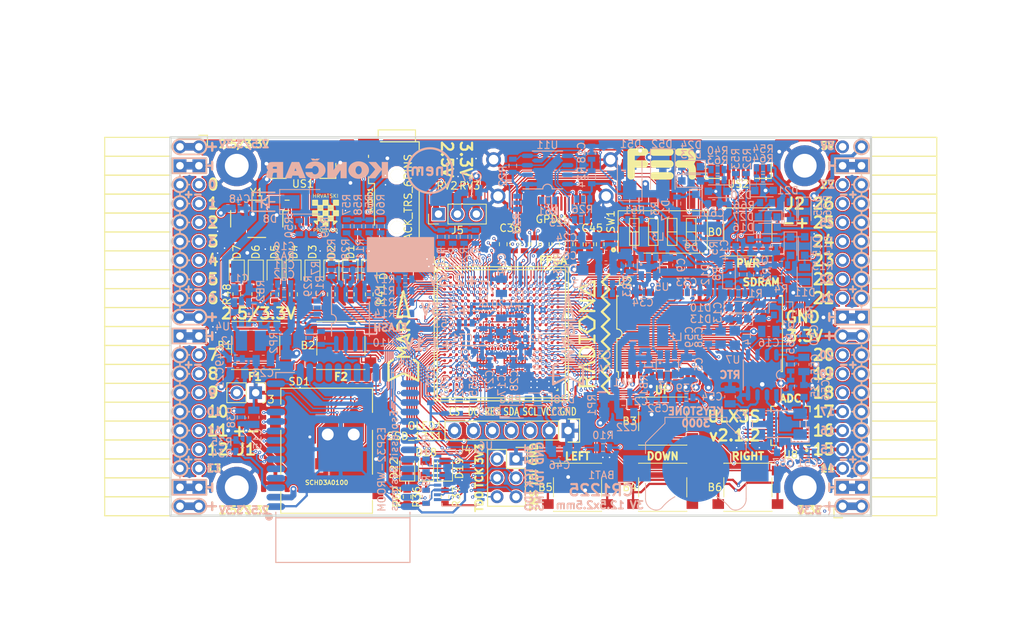
<source format=kicad_pcb>
(kicad_pcb (version 20171130) (host pcbnew 5.0.0+dfsg1-1)
  (layers (0 F.Cu signal) (1 In1.Cu signal) (2 In2.Cu signal) (31 B.Cu signal) (34 B.Paste user) (35 F.Paste user) (36 B.SilkS user) (37 F.SilkS user) (38 B.Mask user) (39 F.Mask user) (44 Edge.Cuts user))
  (net 0 "")
  (net 1 GND)
  (net 2 +5V)
  (net 3 /gpio/IN5V)
  (net 4 /gpio/OUT5V)
  (net 5 +3V3)
  (net 6 BTN_D)
  (net 7 BTN_F1)
  (net 8 BTN_F2)
  (net 9 BTN_L)
  (net 10 BTN_R)
  (net 11 BTN_U)
  (net 12 /power/FB1)
  (net 13 +2V5)
  (net 14 /power/PWREN)
  (net 15 /power/FB3)
  (net 16 /power/FB2)
  (net 17 /power/VBAT)
  (net 18 JTAG_TDI)
  (net 19 JTAG_TCK)
  (net 20 JTAG_TMS)
  (net 21 JTAG_TDO)
  (net 22 /power/WAKEUPn)
  (net 23 /power/WKUP)
  (net 24 /power/SHUT)
  (net 25 /power/WAKE)
  (net 26 /power/HOLD)
  (net 27 /power/WKn)
  (net 28 /power/OSCI_32k)
  (net 29 /power/OSCO_32k)
  (net 30 SHUTDOWN)
  (net 31 GPDI_SDA)
  (net 32 GPDI_SCL)
  (net 33 /gpdi/VREF2)
  (net 34 SD_CMD)
  (net 35 SD_CLK)
  (net 36 SD_D0)
  (net 37 SD_D1)
  (net 38 USB5V)
  (net 39 GPDI_CEC)
  (net 40 nRESET)
  (net 41 FTDI_nDTR)
  (net 42 SDRAM_CKE)
  (net 43 SDRAM_A7)
  (net 44 SDRAM_D15)
  (net 45 SDRAM_BA1)
  (net 46 SDRAM_D7)
  (net 47 SDRAM_A6)
  (net 48 SDRAM_CLK)
  (net 49 SDRAM_D13)
  (net 50 SDRAM_BA0)
  (net 51 SDRAM_D6)
  (net 52 SDRAM_A5)
  (net 53 SDRAM_D14)
  (net 54 SDRAM_A11)
  (net 55 SDRAM_D12)
  (net 56 SDRAM_D5)
  (net 57 SDRAM_A4)
  (net 58 SDRAM_A10)
  (net 59 SDRAM_D11)
  (net 60 SDRAM_A3)
  (net 61 SDRAM_D4)
  (net 62 SDRAM_D10)
  (net 63 SDRAM_D9)
  (net 64 SDRAM_A9)
  (net 65 SDRAM_D3)
  (net 66 SDRAM_D8)
  (net 67 SDRAM_A8)
  (net 68 SDRAM_A2)
  (net 69 SDRAM_A1)
  (net 70 SDRAM_A0)
  (net 71 SDRAM_D2)
  (net 72 SDRAM_D1)
  (net 73 SDRAM_D0)
  (net 74 SDRAM_DQM0)
  (net 75 SDRAM_nCS)
  (net 76 SDRAM_nRAS)
  (net 77 SDRAM_DQM1)
  (net 78 SDRAM_nCAS)
  (net 79 SDRAM_nWE)
  (net 80 /flash/FLASH_nWP)
  (net 81 /flash/FLASH_nHOLD)
  (net 82 /flash/FLASH_MOSI)
  (net 83 /flash/FLASH_MISO)
  (net 84 /flash/FLASH_SCK)
  (net 85 /flash/FLASH_nCS)
  (net 86 /flash/FPGA_PROGRAMN)
  (net 87 /flash/FPGA_DONE)
  (net 88 /flash/FPGA_INITN)
  (net 89 OLED_RES)
  (net 90 OLED_DC)
  (net 91 OLED_CS)
  (net 92 WIFI_EN)
  (net 93 FTDI_nRTS)
  (net 94 FTDI_TXD)
  (net 95 FTDI_RXD)
  (net 96 WIFI_RXD)
  (net 97 WIFI_GPIO0)
  (net 98 WIFI_TXD)
  (net 99 USB_FTDI_D+)
  (net 100 USB_FTDI_D-)
  (net 101 SD_D3)
  (net 102 AUDIO_L3)
  (net 103 AUDIO_L2)
  (net 104 AUDIO_L1)
  (net 105 AUDIO_L0)
  (net 106 AUDIO_R3)
  (net 107 AUDIO_R2)
  (net 108 AUDIO_R1)
  (net 109 AUDIO_R0)
  (net 110 OLED_CLK)
  (net 111 OLED_MOSI)
  (net 112 LED0)
  (net 113 LED1)
  (net 114 LED2)
  (net 115 LED3)
  (net 116 LED4)
  (net 117 LED5)
  (net 118 LED6)
  (net 119 LED7)
  (net 120 BTN_PWRn)
  (net 121 FTDI_nTXLED)
  (net 122 FTDI_nSLEEP)
  (net 123 /blinkey/LED_PWREN)
  (net 124 /blinkey/LED_TXLED)
  (net 125 /sdcard/SD3V3)
  (net 126 SD_D2)
  (net 127 CLK_25MHz)
  (net 128 /blinkey/BTNPUL)
  (net 129 /blinkey/BTNPUR)
  (net 130 USB_FPGA_D+)
  (net 131 /power/FTDI_nSUSPEND)
  (net 132 /blinkey/ALED0)
  (net 133 /blinkey/ALED1)
  (net 134 /blinkey/ALED2)
  (net 135 /blinkey/ALED3)
  (net 136 /blinkey/ALED4)
  (net 137 /blinkey/ALED5)
  (net 138 /blinkey/ALED6)
  (net 139 /blinkey/ALED7)
  (net 140 /usb/FTD-)
  (net 141 /usb/FTD+)
  (net 142 ADC_MISO)
  (net 143 ADC_MOSI)
  (net 144 ADC_CSn)
  (net 145 ADC_SCLK)
  (net 146 SW3)
  (net 147 SW2)
  (net 148 SW1)
  (net 149 USB_FPGA_D-)
  (net 150 /usb/FPD+)
  (net 151 /usb/FPD-)
  (net 152 WIFI_GPIO16)
  (net 153 /usb/ANT_433MHz)
  (net 154 PROG_DONE)
  (net 155 /power/P3V3)
  (net 156 /power/P2V5)
  (net 157 /power/L1)
  (net 158 /power/L3)
  (net 159 /power/L2)
  (net 160 FTDI_TXDEN)
  (net 161 SDRAM_A12)
  (net 162 /analog/AUDIO_V)
  (net 163 AUDIO_V3)
  (net 164 AUDIO_V2)
  (net 165 AUDIO_V1)
  (net 166 AUDIO_V0)
  (net 167 /blinkey/LED_WIFI)
  (net 168 /power/P1V1)
  (net 169 +1V1)
  (net 170 SW4)
  (net 171 /blinkey/SWPU)
  (net 172 /wifi/WIFIEN)
  (net 173 FT2V5)
  (net 174 GN0)
  (net 175 GP0)
  (net 176 GN1)
  (net 177 GP1)
  (net 178 GN2)
  (net 179 GP2)
  (net 180 GN3)
  (net 181 GP3)
  (net 182 GN4)
  (net 183 GP4)
  (net 184 GN5)
  (net 185 GP5)
  (net 186 GN6)
  (net 187 GP6)
  (net 188 GN14)
  (net 189 GP14)
  (net 190 GN15)
  (net 191 GP15)
  (net 192 GN16)
  (net 193 GP16)
  (net 194 GN17)
  (net 195 GP17)
  (net 196 GN18)
  (net 197 GP18)
  (net 198 GN19)
  (net 199 GP19)
  (net 200 GN20)
  (net 201 GP20)
  (net 202 GN21)
  (net 203 GP21)
  (net 204 GN22)
  (net 205 GP22)
  (net 206 GN23)
  (net 207 GP23)
  (net 208 GN24)
  (net 209 GP24)
  (net 210 GN25)
  (net 211 GP25)
  (net 212 GN26)
  (net 213 GP26)
  (net 214 GN27)
  (net 215 GP27)
  (net 216 GN7)
  (net 217 GP7)
  (net 218 GN8)
  (net 219 GP8)
  (net 220 GN9)
  (net 221 GP9)
  (net 222 GN10)
  (net 223 GP10)
  (net 224 GN11)
  (net 225 GP11)
  (net 226 GN12)
  (net 227 GP12)
  (net 228 GN13)
  (net 229 GP13)
  (net 230 WIFI_GPIO5)
  (net 231 WIFI_GPIO17)
  (net 232 USB_FPGA_PULL_D+)
  (net 233 USB_FPGA_PULL_D-)
  (net 234 "Net-(D23-Pad2)")
  (net 235 "Net-(D24-Pad1)")
  (net 236 "Net-(D25-Pad2)")
  (net 237 "Net-(D26-Pad1)")
  (net 238 /gpdi/GPDI_ETH+)
  (net 239 FPDI_ETH+)
  (net 240 /gpdi/GPDI_ETH-)
  (net 241 FPDI_ETH-)
  (net 242 /gpdi/GPDI_D2-)
  (net 243 FPDI_D2-)
  (net 244 /gpdi/GPDI_D1-)
  (net 245 FPDI_D1-)
  (net 246 /gpdi/GPDI_D0-)
  (net 247 FPDI_D0-)
  (net 248 /gpdi/GPDI_CLK-)
  (net 249 FPDI_CLK-)
  (net 250 /gpdi/GPDI_D2+)
  (net 251 FPDI_D2+)
  (net 252 /gpdi/GPDI_D1+)
  (net 253 FPDI_D1+)
  (net 254 /gpdi/GPDI_D0+)
  (net 255 FPDI_D0+)
  (net 256 /gpdi/GPDI_CLK+)
  (net 257 FPDI_CLK+)
  (net 258 FPDI_SDA)
  (net 259 FPDI_SCL)
  (net 260 /gpdi/FPDI_CEC)
  (net 261 2V5_3V3)
  (net 262 /usb/US2VBUS)
  (net 263 /power/SHD)
  (net 264 /power/RTCVDD)
  (net 265 "Net-(D27-Pad2)")
  (net 266 US2_ID)
  (net 267 /analog/AUDIO_L)
  (net 268 /analog/AUDIO_R)
  (net 269 /analog/ADC3V3)
  (net 270 PWRBTn)
  (net 271 USER_PROGRAMN)
  (module lfe5bg381:BGA-381_pitch0.8mm_dia0.4mm (layer F.Cu) (at 138.48 87.8)
    (fp_text reference U1 (at -8.2 -9.8) (layer F.SilkS))
    (fp_text value LFE5U-85F-6BG381C)
    (pad Y19 smd circle (at 6.8 7.6) (size 0.4 0.4) (layers F.Cu F.Paste F.Mask) (net 1 GND))
    (pad Y17 smd circle (at 5.2 7.6) (size 0.4 0.4) (layers F.Cu F.Paste F.Mask) (net 1 GND))
    (pad Y16 smd circle (at 4.4 7.6) (size 0.4 0.4) (layers F.Cu F.Paste F.Mask) (net 1 GND))
    (pad Y15 smd circle (at 3.6 7.6) (size 0.4 0.4) (layers F.Cu F.Paste F.Mask) (net 1 GND))
    (pad Y14 smd circle (at 2.8 7.6) (size 0.4 0.4) (layers F.Cu F.Paste F.Mask) (net 1 GND))
    (pad Y12 smd circle (at 1.2 7.6) (size 0.4 0.4) (layers F.Cu F.Paste F.Mask) (net 1 GND))
    (pad Y11 smd circle (at 0.4 7.6) (size 0.4 0.4) (layers F.Cu F.Paste F.Mask) (net 1 GND))
    (pad Y8 smd circle (at -2 7.6) (size 0.4 0.4) (layers F.Cu F.Paste F.Mask) (net 1 GND))
    (pad Y7 smd circle (at -2.8 7.6) (size 0.4 0.4) (layers F.Cu F.Paste F.Mask) (net 1 GND))
    (pad Y6 smd circle (at -3.6 7.6) (size 0.4 0.4) (layers F.Cu F.Paste F.Mask) (net 1 GND))
    (pad Y5 smd circle (at -4.4 7.6) (size 0.4 0.4) (layers F.Cu F.Paste F.Mask) (net 1 GND))
    (pad Y3 smd circle (at -6 7.6) (size 0.4 0.4) (layers F.Cu F.Paste F.Mask) (net 87 /flash/FPGA_DONE))
    (pad Y2 smd circle (at -6.8 7.6) (size 0.4 0.4) (layers F.Cu F.Paste F.Mask) (net 80 /flash/FLASH_nWP))
    (pad W20 smd circle (at 7.6 6.8) (size 0.4 0.4) (layers F.Cu F.Paste F.Mask) (net 1 GND))
    (pad W19 smd circle (at 6.8 6.8) (size 0.4 0.4) (layers F.Cu F.Paste F.Mask) (net 1 GND))
    (pad W18 smd circle (at 6 6.8) (size 0.4 0.4) (layers F.Cu F.Paste F.Mask))
    (pad W17 smd circle (at 5.2 6.8) (size 0.4 0.4) (layers F.Cu F.Paste F.Mask))
    (pad W16 smd circle (at 4.4 6.8) (size 0.4 0.4) (layers F.Cu F.Paste F.Mask) (net 1 GND))
    (pad W15 smd circle (at 3.6 6.8) (size 0.4 0.4) (layers F.Cu F.Paste F.Mask) (net 1 GND))
    (pad W14 smd circle (at 2.8 6.8) (size 0.4 0.4) (layers F.Cu F.Paste F.Mask))
    (pad W13 smd circle (at 2 6.8) (size 0.4 0.4) (layers F.Cu F.Paste F.Mask))
    (pad W12 smd circle (at 1.2 6.8) (size 0.4 0.4) (layers F.Cu F.Paste F.Mask) (net 1 GND))
    (pad W11 smd circle (at 0.4 6.8) (size 0.4 0.4) (layers F.Cu F.Paste F.Mask))
    (pad W10 smd circle (at -0.4 6.8) (size 0.4 0.4) (layers F.Cu F.Paste F.Mask))
    (pad W9 smd circle (at -1.2 6.8) (size 0.4 0.4) (layers F.Cu F.Paste F.Mask))
    (pad W8 smd circle (at -2 6.8) (size 0.4 0.4) (layers F.Cu F.Paste F.Mask))
    (pad W7 smd circle (at -2.8 6.8) (size 0.4 0.4) (layers F.Cu F.Paste F.Mask) (net 1 GND))
    (pad W6 smd circle (at -3.6 6.8) (size 0.4 0.4) (layers F.Cu F.Paste F.Mask) (net 1 GND))
    (pad W5 smd circle (at -4.4 6.8) (size 0.4 0.4) (layers F.Cu F.Paste F.Mask))
    (pad W4 smd circle (at -5.2 6.8) (size 0.4 0.4) (layers F.Cu F.Paste F.Mask))
    (pad W3 smd circle (at -6 6.8) (size 0.4 0.4) (layers F.Cu F.Paste F.Mask) (net 86 /flash/FPGA_PROGRAMN))
    (pad W2 smd circle (at -6.8 6.8) (size 0.4 0.4) (layers F.Cu F.Paste F.Mask) (net 82 /flash/FLASH_MOSI))
    (pad W1 smd circle (at -7.6 6.8) (size 0.4 0.4) (layers F.Cu F.Paste F.Mask) (net 81 /flash/FLASH_nHOLD))
    (pad V20 smd circle (at 7.6 6) (size 0.4 0.4) (layers F.Cu F.Paste F.Mask) (net 1 GND))
    (pad V19 smd circle (at 6.8 6) (size 0.4 0.4) (layers F.Cu F.Paste F.Mask) (net 1 GND))
    (pad V18 smd circle (at 6 6) (size 0.4 0.4) (layers F.Cu F.Paste F.Mask) (net 1 GND))
    (pad V17 smd circle (at 5.2 6) (size 0.4 0.4) (layers F.Cu F.Paste F.Mask) (net 1 GND))
    (pad V16 smd circle (at 4.4 6) (size 0.4 0.4) (layers F.Cu F.Paste F.Mask) (net 1 GND))
    (pad V15 smd circle (at 3.6 6) (size 0.4 0.4) (layers F.Cu F.Paste F.Mask) (net 1 GND))
    (pad V14 smd circle (at 2.8 6) (size 0.4 0.4) (layers F.Cu F.Paste F.Mask) (net 1 GND))
    (pad V13 smd circle (at 2 6) (size 0.4 0.4) (layers F.Cu F.Paste F.Mask) (net 1 GND))
    (pad V12 smd circle (at 1.2 6) (size 0.4 0.4) (layers F.Cu F.Paste F.Mask) (net 1 GND))
    (pad V11 smd circle (at 0.4 6) (size 0.4 0.4) (layers F.Cu F.Paste F.Mask) (net 1 GND))
    (pad V10 smd circle (at -0.4 6) (size 0.4 0.4) (layers F.Cu F.Paste F.Mask) (net 1 GND))
    (pad V9 smd circle (at -1.2 6) (size 0.4 0.4) (layers F.Cu F.Paste F.Mask) (net 1 GND))
    (pad V8 smd circle (at -2 6) (size 0.4 0.4) (layers F.Cu F.Paste F.Mask) (net 1 GND))
    (pad V7 smd circle (at -2.8 6) (size 0.4 0.4) (layers F.Cu F.Paste F.Mask) (net 1 GND))
    (pad V6 smd circle (at -3.6 6) (size 0.4 0.4) (layers F.Cu F.Paste F.Mask) (net 1 GND))
    (pad V5 smd circle (at -4.4 6) (size 0.4 0.4) (layers F.Cu F.Paste F.Mask) (net 1 GND))
    (pad V4 smd circle (at -5.2 6) (size 0.4 0.4) (layers F.Cu F.Paste F.Mask) (net 21 JTAG_TDO))
    (pad V3 smd circle (at -6 6) (size 0.4 0.4) (layers F.Cu F.Paste F.Mask) (net 88 /flash/FPGA_INITN))
    (pad V2 smd circle (at -6.8 6) (size 0.4 0.4) (layers F.Cu F.Paste F.Mask) (net 83 /flash/FLASH_MISO))
    (pad V1 smd circle (at -7.6 6) (size 0.4 0.4) (layers F.Cu F.Paste F.Mask) (net 6 BTN_D))
    (pad U20 smd circle (at 7.6 5.2) (size 0.4 0.4) (layers F.Cu F.Paste F.Mask) (net 46 SDRAM_D7))
    (pad U19 smd circle (at 6.8 5.2) (size 0.4 0.4) (layers F.Cu F.Paste F.Mask) (net 74 SDRAM_DQM0))
    (pad U18 smd circle (at 6 5.2) (size 0.4 0.4) (layers F.Cu F.Paste F.Mask) (net 189 GP14))
    (pad U17 smd circle (at 5.2 5.2) (size 0.4 0.4) (layers F.Cu F.Paste F.Mask) (net 188 GN14))
    (pad U16 smd circle (at 4.4 5.2) (size 0.4 0.4) (layers F.Cu F.Paste F.Mask) (net 142 ADC_MISO))
    (pad U15 smd circle (at 3.6 5.2) (size 0.4 0.4) (layers F.Cu F.Paste F.Mask) (net 1 GND))
    (pad U14 smd circle (at 2.8 5.2) (size 0.4 0.4) (layers F.Cu F.Paste F.Mask) (net 1 GND))
    (pad U13 smd circle (at 2 5.2) (size 0.4 0.4) (layers F.Cu F.Paste F.Mask) (net 1 GND))
    (pad U12 smd circle (at 1.2 5.2) (size 0.4 0.4) (layers F.Cu F.Paste F.Mask) (net 1 GND))
    (pad U11 smd circle (at 0.4 5.2) (size 0.4 0.4) (layers F.Cu F.Paste F.Mask) (net 1 GND))
    (pad U10 smd circle (at -0.4 5.2) (size 0.4 0.4) (layers F.Cu F.Paste F.Mask) (net 1 GND))
    (pad U9 smd circle (at -1.2 5.2) (size 0.4 0.4) (layers F.Cu F.Paste F.Mask) (net 1 GND))
    (pad U8 smd circle (at -2 5.2) (size 0.4 0.4) (layers F.Cu F.Paste F.Mask) (net 1 GND))
    (pad U7 smd circle (at -2.8 5.2) (size 0.4 0.4) (layers F.Cu F.Paste F.Mask) (net 1 GND))
    (pad U6 smd circle (at -3.6 5.2) (size 0.4 0.4) (layers F.Cu F.Paste F.Mask) (net 1 GND))
    (pad U5 smd circle (at -4.4 5.2) (size 0.4 0.4) (layers F.Cu F.Paste F.Mask) (net 20 JTAG_TMS))
    (pad U4 smd circle (at -5.2 5.2) (size 0.4 0.4) (layers F.Cu F.Paste F.Mask) (net 1 GND))
    (pad U3 smd circle (at -6 5.2) (size 0.4 0.4) (layers F.Cu F.Paste F.Mask) (net 84 /flash/FLASH_SCK))
    (pad U2 smd circle (at -6.8 5.2) (size 0.4 0.4) (layers F.Cu F.Paste F.Mask) (net 5 +3V3))
    (pad U1 smd circle (at -7.6 5.2) (size 0.4 0.4) (layers F.Cu F.Paste F.Mask) (net 9 BTN_L))
    (pad T20 smd circle (at 7.6 4.4) (size 0.4 0.4) (layers F.Cu F.Paste F.Mask) (net 79 SDRAM_nWE))
    (pad T19 smd circle (at 6.8 4.4) (size 0.4 0.4) (layers F.Cu F.Paste F.Mask) (net 78 SDRAM_nCAS))
    (pad T18 smd circle (at 6 4.4) (size 0.4 0.4) (layers F.Cu F.Paste F.Mask) (net 56 SDRAM_D5))
    (pad T17 smd circle (at 5.2 4.4) (size 0.4 0.4) (layers F.Cu F.Paste F.Mask) (net 51 SDRAM_D6))
    (pad T16 smd circle (at 4.4 4.4) (size 0.4 0.4) (layers F.Cu F.Paste F.Mask))
    (pad T15 smd circle (at 3.6 4.4) (size 0.4 0.4) (layers F.Cu F.Paste F.Mask) (net 1 GND))
    (pad T14 smd circle (at 2.8 4.4) (size 0.4 0.4) (layers F.Cu F.Paste F.Mask) (net 1 GND))
    (pad T13 smd circle (at 2 4.4) (size 0.4 0.4) (layers F.Cu F.Paste F.Mask) (net 1 GND))
    (pad T12 smd circle (at 1.2 4.4) (size 0.4 0.4) (layers F.Cu F.Paste F.Mask) (net 1 GND))
    (pad T11 smd circle (at 0.4 4.4) (size 0.4 0.4) (layers F.Cu F.Paste F.Mask) (net 1 GND))
    (pad T10 smd circle (at -0.4 4.4) (size 0.4 0.4) (layers F.Cu F.Paste F.Mask) (net 1 GND))
    (pad T9 smd circle (at -1.2 4.4) (size 0.4 0.4) (layers F.Cu F.Paste F.Mask) (net 1 GND))
    (pad T8 smd circle (at -2 4.4) (size 0.4 0.4) (layers F.Cu F.Paste F.Mask) (net 1 GND))
    (pad T7 smd circle (at -2.8 4.4) (size 0.4 0.4) (layers F.Cu F.Paste F.Mask) (net 1 GND))
    (pad T6 smd circle (at -3.6 4.4) (size 0.4 0.4) (layers F.Cu F.Paste F.Mask) (net 1 GND))
    (pad T5 smd circle (at -4.4 4.4) (size 0.4 0.4) (layers F.Cu F.Paste F.Mask) (net 19 JTAG_TCK))
    (pad T4 smd circle (at -5.2 4.4) (size 0.4 0.4) (layers F.Cu F.Paste F.Mask) (net 5 +3V3))
    (pad T3 smd circle (at -6 4.4) (size 0.4 0.4) (layers F.Cu F.Paste F.Mask) (net 5 +3V3))
    (pad T2 smd circle (at -6.8 4.4) (size 0.4 0.4) (layers F.Cu F.Paste F.Mask) (net 5 +3V3))
    (pad T1 smd circle (at -7.6 4.4) (size 0.4 0.4) (layers F.Cu F.Paste F.Mask) (net 8 BTN_F2))
    (pad R20 smd circle (at 7.6 3.6) (size 0.4 0.4) (layers F.Cu F.Paste F.Mask) (net 76 SDRAM_nRAS))
    (pad R19 smd circle (at 6.8 3.6) (size 0.4 0.4) (layers F.Cu F.Paste F.Mask) (net 1 GND))
    (pad R18 smd circle (at 6 3.6) (size 0.4 0.4) (layers F.Cu F.Paste F.Mask) (net 11 BTN_U))
    (pad R17 smd circle (at 5.2 3.6) (size 0.4 0.4) (layers F.Cu F.Paste F.Mask) (net 144 ADC_CSn))
    (pad R16 smd circle (at 4.4 3.6) (size 0.4 0.4) (layers F.Cu F.Paste F.Mask) (net 143 ADC_MOSI))
    (pad R5 smd circle (at -4.4 3.6) (size 0.4 0.4) (layers F.Cu F.Paste F.Mask) (net 18 JTAG_TDI))
    (pad R4 smd circle (at -5.2 3.6) (size 0.4 0.4) (layers F.Cu F.Paste F.Mask) (net 1 GND))
    (pad R3 smd circle (at -6 3.6) (size 0.4 0.4) (layers F.Cu F.Paste F.Mask))
    (pad R2 smd circle (at -6.8 3.6) (size 0.4 0.4) (layers F.Cu F.Paste F.Mask) (net 85 /flash/FLASH_nCS))
    (pad R1 smd circle (at -7.6 3.6) (size 0.4 0.4) (layers F.Cu F.Paste F.Mask) (net 7 BTN_F1))
    (pad P20 smd circle (at 7.6 2.8) (size 0.4 0.4) (layers F.Cu F.Paste F.Mask) (net 75 SDRAM_nCS))
    (pad P19 smd circle (at 6.8 2.8) (size 0.4 0.4) (layers F.Cu F.Paste F.Mask) (net 50 SDRAM_BA0))
    (pad P18 smd circle (at 6 2.8) (size 0.4 0.4) (layers F.Cu F.Paste F.Mask) (net 61 SDRAM_D4))
    (pad P17 smd circle (at 5.2 2.8) (size 0.4 0.4) (layers F.Cu F.Paste F.Mask) (net 145 ADC_SCLK))
    (pad P16 smd circle (at 4.4 2.8) (size 0.4 0.4) (layers F.Cu F.Paste F.Mask) (net 190 GN15))
    (pad P15 smd circle (at 3.6 2.8) (size 0.4 0.4) (layers F.Cu F.Paste F.Mask) (net 13 +2V5))
    (pad P14 smd circle (at 2.8 2.8) (size 0.4 0.4) (layers F.Cu F.Paste F.Mask) (net 1 GND))
    (pad P13 smd circle (at 2 2.8) (size 0.4 0.4) (layers F.Cu F.Paste F.Mask) (net 1 GND))
    (pad P12 smd circle (at 1.2 2.8) (size 0.4 0.4) (layers F.Cu F.Paste F.Mask) (net 1 GND))
    (pad P11 smd circle (at 0.4 2.8) (size 0.4 0.4) (layers F.Cu F.Paste F.Mask) (net 1 GND))
    (pad P10 smd circle (at -0.4 2.8) (size 0.4 0.4) (layers F.Cu F.Paste F.Mask) (net 5 +3V3))
    (pad P9 smd circle (at -1.2 2.8) (size 0.4 0.4) (layers F.Cu F.Paste F.Mask) (net 5 +3V3))
    (pad P8 smd circle (at -2 2.8) (size 0.4 0.4) (layers F.Cu F.Paste F.Mask) (net 1 GND))
    (pad P7 smd circle (at -2.8 2.8) (size 0.4 0.4) (layers F.Cu F.Paste F.Mask) (net 1 GND))
    (pad P6 smd circle (at -3.6 2.8) (size 0.4 0.4) (layers F.Cu F.Paste F.Mask) (net 13 +2V5))
    (pad P5 smd circle (at -4.4 2.8) (size 0.4 0.4) (layers F.Cu F.Paste F.Mask))
    (pad P4 smd circle (at -5.2 2.8) (size 0.4 0.4) (layers F.Cu F.Paste F.Mask) (net 110 OLED_CLK))
    (pad P3 smd circle (at -6 2.8) (size 0.4 0.4) (layers F.Cu F.Paste F.Mask) (net 111 OLED_MOSI))
    (pad P2 smd circle (at -6.8 2.8) (size 0.4 0.4) (layers F.Cu F.Paste F.Mask) (net 89 OLED_RES))
    (pad P1 smd circle (at -7.6 2.8) (size 0.4 0.4) (layers F.Cu F.Paste F.Mask) (net 90 OLED_DC))
    (pad N20 smd circle (at 7.6 2) (size 0.4 0.4) (layers F.Cu F.Paste F.Mask) (net 45 SDRAM_BA1))
    (pad N19 smd circle (at 6.8 2) (size 0.4 0.4) (layers F.Cu F.Paste F.Mask) (net 58 SDRAM_A10))
    (pad N18 smd circle (at 6 2) (size 0.4 0.4) (layers F.Cu F.Paste F.Mask) (net 65 SDRAM_D3))
    (pad N17 smd circle (at 5.2 2) (size 0.4 0.4) (layers F.Cu F.Paste F.Mask) (net 191 GP15))
    (pad N16 smd circle (at 4.4 2) (size 0.4 0.4) (layers F.Cu F.Paste F.Mask) (net 193 GP16))
    (pad N15 smd circle (at 3.6 2) (size 0.4 0.4) (layers F.Cu F.Paste F.Mask) (net 1 GND))
    (pad N14 smd circle (at 2.8 2) (size 0.4 0.4) (layers F.Cu F.Paste F.Mask) (net 1 GND))
    (pad N13 smd circle (at 2 2) (size 0.4 0.4) (layers F.Cu F.Paste F.Mask) (net 169 +1V1))
    (pad N12 smd circle (at 1.2 2) (size 0.4 0.4) (layers F.Cu F.Paste F.Mask) (net 169 +1V1))
    (pad N11 smd circle (at 0.4 2) (size 0.4 0.4) (layers F.Cu F.Paste F.Mask) (net 169 +1V1))
    (pad N10 smd circle (at -0.4 2) (size 0.4 0.4) (layers F.Cu F.Paste F.Mask) (net 169 +1V1))
    (pad N9 smd circle (at -1.2 2) (size 0.4 0.4) (layers F.Cu F.Paste F.Mask) (net 169 +1V1))
    (pad N8 smd circle (at -2 2) (size 0.4 0.4) (layers F.Cu F.Paste F.Mask) (net 169 +1V1))
    (pad N7 smd circle (at -2.8 2) (size 0.4 0.4) (layers F.Cu F.Paste F.Mask) (net 1 GND))
    (pad N6 smd circle (at -3.6 2) (size 0.4 0.4) (layers F.Cu F.Paste F.Mask) (net 1 GND))
    (pad N5 smd circle (at -4.4 2) (size 0.4 0.4) (layers F.Cu F.Paste F.Mask))
    (pad N4 smd circle (at -5.2 2) (size 0.4 0.4) (layers F.Cu F.Paste F.Mask) (net 230 WIFI_GPIO5))
    (pad N3 smd circle (at -6 2) (size 0.4 0.4) (layers F.Cu F.Paste F.Mask) (net 231 WIFI_GPIO17))
    (pad N2 smd circle (at -6.8 2) (size 0.4 0.4) (layers F.Cu F.Paste F.Mask) (net 91 OLED_CS))
    (pad N1 smd circle (at -7.6 2) (size 0.4 0.4) (layers F.Cu F.Paste F.Mask) (net 41 FTDI_nDTR))
    (pad M20 smd circle (at 7.6 1.2) (size 0.4 0.4) (layers F.Cu F.Paste F.Mask) (net 70 SDRAM_A0))
    (pad M19 smd circle (at 6.8 1.2) (size 0.4 0.4) (layers F.Cu F.Paste F.Mask) (net 69 SDRAM_A1))
    (pad M18 smd circle (at 6 1.2) (size 0.4 0.4) (layers F.Cu F.Paste F.Mask) (net 71 SDRAM_D2))
    (pad M17 smd circle (at 5.2 1.2) (size 0.4 0.4) (layers F.Cu F.Paste F.Mask) (net 192 GN16))
    (pad M16 smd circle (at 4.4 1.2) (size 0.4 0.4) (layers F.Cu F.Paste F.Mask) (net 1 GND))
    (pad M15 smd circle (at 3.6 1.2) (size 0.4 0.4) (layers F.Cu F.Paste F.Mask) (net 5 +3V3))
    (pad M14 smd circle (at 2.8 1.2) (size 0.4 0.4) (layers F.Cu F.Paste F.Mask) (net 1 GND))
    (pad M13 smd circle (at 2 1.2) (size 0.4 0.4) (layers F.Cu F.Paste F.Mask) (net 169 +1V1))
    (pad M12 smd circle (at 1.2 1.2) (size 0.4 0.4) (layers F.Cu F.Paste F.Mask) (net 1 GND))
    (pad M11 smd circle (at 0.4 1.2) (size 0.4 0.4) (layers F.Cu F.Paste F.Mask) (net 1 GND))
    (pad M10 smd circle (at -0.4 1.2) (size 0.4 0.4) (layers F.Cu F.Paste F.Mask) (net 1 GND))
    (pad M9 smd circle (at -1.2 1.2) (size 0.4 0.4) (layers F.Cu F.Paste F.Mask) (net 1 GND))
    (pad M8 smd circle (at -2 1.2) (size 0.4 0.4) (layers F.Cu F.Paste F.Mask) (net 169 +1V1))
    (pad M7 smd circle (at -2.8 1.2) (size 0.4 0.4) (layers F.Cu F.Paste F.Mask) (net 1 GND))
    (pad M6 smd circle (at -3.6 1.2) (size 0.4 0.4) (layers F.Cu F.Paste F.Mask) (net 5 +3V3))
    (pad M5 smd circle (at -4.4 1.2) (size 0.4 0.4) (layers F.Cu F.Paste F.Mask))
    (pad M4 smd circle (at -5.2 1.2) (size 0.4 0.4) (layers F.Cu F.Paste F.Mask) (net 271 USER_PROGRAMN))
    (pad M3 smd circle (at -6 1.2) (size 0.4 0.4) (layers F.Cu F.Paste F.Mask) (net 93 FTDI_nRTS))
    (pad M2 smd circle (at -6.8 1.2) (size 0.4 0.4) (layers F.Cu F.Paste F.Mask) (net 1 GND))
    (pad M1 smd circle (at -7.6 1.2) (size 0.4 0.4) (layers F.Cu F.Paste F.Mask) (net 94 FTDI_TXD))
    (pad L20 smd circle (at 7.6 0.4) (size 0.4 0.4) (layers F.Cu F.Paste F.Mask) (net 68 SDRAM_A2))
    (pad L19 smd circle (at 6.8 0.4) (size 0.4 0.4) (layers F.Cu F.Paste F.Mask) (net 60 SDRAM_A3))
    (pad L18 smd circle (at 6 0.4) (size 0.4 0.4) (layers F.Cu F.Paste F.Mask) (net 72 SDRAM_D1))
    (pad L17 smd circle (at 5.2 0.4) (size 0.4 0.4) (layers F.Cu F.Paste F.Mask) (net 194 GN17))
    (pad L16 smd circle (at 4.4 0.4) (size 0.4 0.4) (layers F.Cu F.Paste F.Mask) (net 195 GP17))
    (pad L15 smd circle (at 3.6 0.4) (size 0.4 0.4) (layers F.Cu F.Paste F.Mask) (net 5 +3V3))
    (pad L14 smd circle (at 2.8 0.4) (size 0.4 0.4) (layers F.Cu F.Paste F.Mask) (net 5 +3V3))
    (pad L13 smd circle (at 2 0.4) (size 0.4 0.4) (layers F.Cu F.Paste F.Mask) (net 169 +1V1))
    (pad L12 smd circle (at 1.2 0.4) (size 0.4 0.4) (layers F.Cu F.Paste F.Mask) (net 1 GND))
    (pad L11 smd circle (at 0.4 0.4) (size 0.4 0.4) (layers F.Cu F.Paste F.Mask) (net 1 GND))
    (pad L10 smd circle (at -0.4 0.4) (size 0.4 0.4) (layers F.Cu F.Paste F.Mask) (net 1 GND))
    (pad L9 smd circle (at -1.2 0.4) (size 0.4 0.4) (layers F.Cu F.Paste F.Mask) (net 1 GND))
    (pad L8 smd circle (at -2 0.4) (size 0.4 0.4) (layers F.Cu F.Paste F.Mask) (net 169 +1V1))
    (pad L7 smd circle (at -2.8 0.4) (size 0.4 0.4) (layers F.Cu F.Paste F.Mask) (net 5 +3V3))
    (pad L6 smd circle (at -3.6 0.4) (size 0.4 0.4) (layers F.Cu F.Paste F.Mask) (net 5 +3V3))
    (pad L5 smd circle (at -4.4 0.4) (size 0.4 0.4) (layers F.Cu F.Paste F.Mask))
    (pad L4 smd circle (at -5.2 0.4) (size 0.4 0.4) (layers F.Cu F.Paste F.Mask) (net 95 FTDI_RXD))
    (pad L3 smd circle (at -6 0.4) (size 0.4 0.4) (layers F.Cu F.Paste F.Mask) (net 160 FTDI_TXDEN))
    (pad L2 smd circle (at -6.8 0.4) (size 0.4 0.4) (layers F.Cu F.Paste F.Mask) (net 97 WIFI_GPIO0))
    (pad L1 smd circle (at -7.6 0.4) (size 0.4 0.4) (layers F.Cu F.Paste F.Mask) (net 152 WIFI_GPIO16))
    (pad K20 smd circle (at 7.6 -0.4) (size 0.4 0.4) (layers F.Cu F.Paste F.Mask) (net 57 SDRAM_A4))
    (pad K19 smd circle (at 6.8 -0.4) (size 0.4 0.4) (layers F.Cu F.Paste F.Mask) (net 52 SDRAM_A5))
    (pad K18 smd circle (at 6 -0.4) (size 0.4 0.4) (layers F.Cu F.Paste F.Mask) (net 47 SDRAM_A6))
    (pad K17 smd circle (at 5.2 -0.4) (size 0.4 0.4) (layers F.Cu F.Paste F.Mask))
    (pad K16 smd circle (at 4.4 -0.4) (size 0.4 0.4) (layers F.Cu F.Paste F.Mask))
    (pad K15 smd circle (at 3.6 -0.4) (size 0.4 0.4) (layers F.Cu F.Paste F.Mask) (net 1 GND))
    (pad K14 smd circle (at 2.8 -0.4) (size 0.4 0.4) (layers F.Cu F.Paste F.Mask) (net 1 GND))
    (pad K13 smd circle (at 2 -0.4) (size 0.4 0.4) (layers F.Cu F.Paste F.Mask) (net 169 +1V1))
    (pad K12 smd circle (at 1.2 -0.4) (size 0.4 0.4) (layers F.Cu F.Paste F.Mask) (net 1 GND))
    (pad K11 smd circle (at 0.4 -0.4) (size 0.4 0.4) (layers F.Cu F.Paste F.Mask) (net 1 GND))
    (pad K10 smd circle (at -0.4 -0.4) (size 0.4 0.4) (layers F.Cu F.Paste F.Mask) (net 1 GND))
    (pad K9 smd circle (at -1.2 -0.4) (size 0.4 0.4) (layers F.Cu F.Paste F.Mask) (net 1 GND))
    (pad K8 smd circle (at -2 -0.4) (size 0.4 0.4) (layers F.Cu F.Paste F.Mask) (net 169 +1V1))
    (pad K7 smd circle (at -2.8 -0.4) (size 0.4 0.4) (layers F.Cu F.Paste F.Mask) (net 1 GND))
    (pad K6 smd circle (at -3.6 -0.4) (size 0.4 0.4) (layers F.Cu F.Paste F.Mask) (net 1 GND))
    (pad K5 smd circle (at -4.4 -0.4) (size 0.4 0.4) (layers F.Cu F.Paste F.Mask))
    (pad K4 smd circle (at -5.2 -0.4) (size 0.4 0.4) (layers F.Cu F.Paste F.Mask) (net 98 WIFI_TXD))
    (pad K3 smd circle (at -6 -0.4) (size 0.4 0.4) (layers F.Cu F.Paste F.Mask) (net 96 WIFI_RXD))
    (pad K2 smd circle (at -6.8 -0.4) (size 0.4 0.4) (layers F.Cu F.Paste F.Mask) (net 101 SD_D3))
    (pad K1 smd circle (at -7.6 -0.4) (size 0.4 0.4) (layers F.Cu F.Paste F.Mask) (net 126 SD_D2))
    (pad J20 smd circle (at 7.6 -1.2) (size 0.4 0.4) (layers F.Cu F.Paste F.Mask) (net 43 SDRAM_A7))
    (pad J19 smd circle (at 6.8 -1.2) (size 0.4 0.4) (layers F.Cu F.Paste F.Mask) (net 67 SDRAM_A8))
    (pad J18 smd circle (at 6 -1.2) (size 0.4 0.4) (layers F.Cu F.Paste F.Mask) (net 53 SDRAM_D14))
    (pad J17 smd circle (at 5.2 -1.2) (size 0.4 0.4) (layers F.Cu F.Paste F.Mask) (net 44 SDRAM_D15))
    (pad J16 smd circle (at 4.4 -1.2) (size 0.4 0.4) (layers F.Cu F.Paste F.Mask) (net 73 SDRAM_D0))
    (pad J15 smd circle (at 3.6 -1.2) (size 0.4 0.4) (layers F.Cu F.Paste F.Mask) (net 5 +3V3))
    (pad J14 smd circle (at 2.8 -1.2) (size 0.4 0.4) (layers F.Cu F.Paste F.Mask) (net 1 GND))
    (pad J13 smd circle (at 2 -1.2) (size 0.4 0.4) (layers F.Cu F.Paste F.Mask) (net 169 +1V1))
    (pad J12 smd circle (at 1.2 -1.2) (size 0.4 0.4) (layers F.Cu F.Paste F.Mask) (net 1 GND))
    (pad J11 smd circle (at 0.4 -1.2) (size 0.4 0.4) (layers F.Cu F.Paste F.Mask) (net 1 GND))
    (pad J10 smd circle (at -0.4 -1.2) (size 0.4 0.4) (layers F.Cu F.Paste F.Mask) (net 1 GND))
    (pad J9 smd circle (at -1.2 -1.2) (size 0.4 0.4) (layers F.Cu F.Paste F.Mask) (net 1 GND))
    (pad J8 smd circle (at -2 -1.2) (size 0.4 0.4) (layers F.Cu F.Paste F.Mask) (net 169 +1V1))
    (pad J7 smd circle (at -2.8 -1.2) (size 0.4 0.4) (layers F.Cu F.Paste F.Mask) (net 1 GND))
    (pad J6 smd circle (at -3.6 -1.2) (size 0.4 0.4) (layers F.Cu F.Paste F.Mask) (net 261 2V5_3V3))
    (pad J5 smd circle (at -4.4 -1.2) (size 0.4 0.4) (layers F.Cu F.Paste F.Mask))
    (pad J4 smd circle (at -5.2 -1.2) (size 0.4 0.4) (layers F.Cu F.Paste F.Mask))
    (pad J3 smd circle (at -6 -1.2) (size 0.4 0.4) (layers F.Cu F.Paste F.Mask) (net 36 SD_D0))
    (pad J2 smd circle (at -6.8 -1.2) (size 0.4 0.4) (layers F.Cu F.Paste F.Mask) (net 1 GND))
    (pad J1 smd circle (at -7.6 -1.2) (size 0.4 0.4) (layers F.Cu F.Paste F.Mask) (net 34 SD_CMD))
    (pad H20 smd circle (at 7.6 -2) (size 0.4 0.4) (layers F.Cu F.Paste F.Mask) (net 64 SDRAM_A9))
    (pad H19 smd circle (at 6.8 -2) (size 0.4 0.4) (layers F.Cu F.Paste F.Mask) (net 1 GND))
    (pad H18 smd circle (at 6 -2) (size 0.4 0.4) (layers F.Cu F.Paste F.Mask) (net 197 GP18))
    (pad H17 smd circle (at 5.2 -2) (size 0.4 0.4) (layers F.Cu F.Paste F.Mask) (net 196 GN18))
    (pad H16 smd circle (at 4.4 -2) (size 0.4 0.4) (layers F.Cu F.Paste F.Mask) (net 10 BTN_R))
    (pad H15 smd circle (at 3.6 -2) (size 0.4 0.4) (layers F.Cu F.Paste F.Mask) (net 5 +3V3))
    (pad H14 smd circle (at 2.8 -2) (size 0.4 0.4) (layers F.Cu F.Paste F.Mask) (net 5 +3V3))
    (pad H13 smd circle (at 2 -2) (size 0.4 0.4) (layers F.Cu F.Paste F.Mask) (net 169 +1V1))
    (pad H12 smd circle (at 1.2 -2) (size 0.4 0.4) (layers F.Cu F.Paste F.Mask) (net 169 +1V1))
    (pad H11 smd circle (at 0.4 -2) (size 0.4 0.4) (layers F.Cu F.Paste F.Mask) (net 169 +1V1))
    (pad H10 smd circle (at -0.4 -2) (size 0.4 0.4) (layers F.Cu F.Paste F.Mask) (net 169 +1V1))
    (pad H9 smd circle (at -1.2 -2) (size 0.4 0.4) (layers F.Cu F.Paste F.Mask) (net 169 +1V1))
    (pad H8 smd circle (at -2 -2) (size 0.4 0.4) (layers F.Cu F.Paste F.Mask) (net 169 +1V1))
    (pad H7 smd circle (at -2.8 -2) (size 0.4 0.4) (layers F.Cu F.Paste F.Mask) (net 261 2V5_3V3))
    (pad H6 smd circle (at -3.6 -2) (size 0.4 0.4) (layers F.Cu F.Paste F.Mask) (net 261 2V5_3V3))
    (pad H5 smd circle (at -4.4 -2) (size 0.4 0.4) (layers F.Cu F.Paste F.Mask) (net 166 AUDIO_V0))
    (pad H4 smd circle (at -5.2 -2) (size 0.4 0.4) (layers F.Cu F.Paste F.Mask) (net 229 GP13))
    (pad H3 smd circle (at -6 -2) (size 0.4 0.4) (layers F.Cu F.Paste F.Mask) (net 119 LED7))
    (pad H2 smd circle (at -6.8 -2) (size 0.4 0.4) (layers F.Cu F.Paste F.Mask) (net 35 SD_CLK))
    (pad H1 smd circle (at -7.6 -2) (size 0.4 0.4) (layers F.Cu F.Paste F.Mask) (net 37 SD_D1))
    (pad G20 smd circle (at 7.6 -2.8) (size 0.4 0.4) (layers F.Cu F.Paste F.Mask) (net 54 SDRAM_A11))
    (pad G19 smd circle (at 6.8 -2.8) (size 0.4 0.4) (layers F.Cu F.Paste F.Mask) (net 161 SDRAM_A12))
    (pad G18 smd circle (at 6 -2.8) (size 0.4 0.4) (layers F.Cu F.Paste F.Mask) (net 198 GN19))
    (pad G17 smd circle (at 5.2 -2.8) (size 0.4 0.4) (layers F.Cu F.Paste F.Mask) (net 1 GND))
    (pad G16 smd circle (at 4.4 -2.8) (size 0.4 0.4) (layers F.Cu F.Paste F.Mask) (net 30 SHUTDOWN))
    (pad G15 smd circle (at 3.6 -2.8) (size 0.4 0.4) (layers F.Cu F.Paste F.Mask) (net 1 GND))
    (pad G14 smd circle (at 2.8 -2.8) (size 0.4 0.4) (layers F.Cu F.Paste F.Mask) (net 1 GND))
    (pad G13 smd circle (at 2 -2.8) (size 0.4 0.4) (layers F.Cu F.Paste F.Mask) (net 1 GND))
    (pad G12 smd circle (at 1.2 -2.8) (size 0.4 0.4) (layers F.Cu F.Paste F.Mask) (net 1 GND))
    (pad G11 smd circle (at 0.4 -2.8) (size 0.4 0.4) (layers F.Cu F.Paste F.Mask) (net 1 GND))
    (pad G10 smd circle (at -0.4 -2.8) (size 0.4 0.4) (layers F.Cu F.Paste F.Mask) (net 1 GND))
    (pad G9 smd circle (at -1.2 -2.8) (size 0.4 0.4) (layers F.Cu F.Paste F.Mask) (net 1 GND))
    (pad G8 smd circle (at -2 -2.8) (size 0.4 0.4) (layers F.Cu F.Paste F.Mask) (net 1 GND))
    (pad G7 smd circle (at -2.8 -2.8) (size 0.4 0.4) (layers F.Cu F.Paste F.Mask) (net 1 GND))
    (pad G6 smd circle (at -3.6 -2.8) (size 0.4 0.4) (layers F.Cu F.Paste F.Mask) (net 1 GND))
    (pad G5 smd circle (at -4.4 -2.8) (size 0.4 0.4) (layers F.Cu F.Paste F.Mask) (net 228 GN13))
    (pad G4 smd circle (at -5.2 -2.8) (size 0.4 0.4) (layers F.Cu F.Paste F.Mask) (net 1 GND))
    (pad G3 smd circle (at -6 -2.8) (size 0.4 0.4) (layers F.Cu F.Paste F.Mask) (net 227 GP12))
    (pad G2 smd circle (at -6.8 -2.8) (size 0.4 0.4) (layers F.Cu F.Paste F.Mask) (net 127 CLK_25MHz))
    (pad G1 smd circle (at -7.6 -2.8) (size 0.4 0.4) (layers F.Cu F.Paste F.Mask) (net 153 /usb/ANT_433MHz))
    (pad F20 smd circle (at 7.6 -3.6) (size 0.4 0.4) (layers F.Cu F.Paste F.Mask) (net 42 SDRAM_CKE))
    (pad F19 smd circle (at 6.8 -3.6) (size 0.4 0.4) (layers F.Cu F.Paste F.Mask) (net 48 SDRAM_CLK))
    (pad F18 smd circle (at 6 -3.6) (size 0.4 0.4) (layers F.Cu F.Paste F.Mask) (net 49 SDRAM_D13))
    (pad F17 smd circle (at 5.2 -3.6) (size 0.4 0.4) (layers F.Cu F.Paste F.Mask) (net 199 GP19))
    (pad F16 smd circle (at 4.4 -3.6) (size 0.4 0.4) (layers F.Cu F.Paste F.Mask) (net 149 USB_FPGA_D-))
    (pad F15 smd circle (at 3.6 -3.6) (size 0.4 0.4) (layers F.Cu F.Paste F.Mask) (net 13 +2V5))
    (pad F14 smd circle (at 2.8 -3.6) (size 0.4 0.4) (layers F.Cu F.Paste F.Mask) (net 1 GND))
    (pad F13 smd circle (at 2 -3.6) (size 0.4 0.4) (layers F.Cu F.Paste F.Mask) (net 1 GND))
    (pad F12 smd circle (at 1.2 -3.6) (size 0.4 0.4) (layers F.Cu F.Paste F.Mask) (net 5 +3V3))
    (pad F11 smd circle (at 0.4 -3.6) (size 0.4 0.4) (layers F.Cu F.Paste F.Mask) (net 5 +3V3))
    (pad F10 smd circle (at -0.4 -3.6) (size 0.4 0.4) (layers F.Cu F.Paste F.Mask) (net 261 2V5_3V3))
    (pad F9 smd circle (at -1.2 -3.6) (size 0.4 0.4) (layers F.Cu F.Paste F.Mask) (net 261 2V5_3V3))
    (pad F8 smd circle (at -2 -3.6) (size 0.4 0.4) (layers F.Cu F.Paste F.Mask) (net 1 GND))
    (pad F7 smd circle (at -2.8 -3.6) (size 0.4 0.4) (layers F.Cu F.Paste F.Mask) (net 1 GND))
    (pad F6 smd circle (at -3.6 -3.6) (size 0.4 0.4) (layers F.Cu F.Paste F.Mask) (net 13 +2V5))
    (pad F5 smd circle (at -4.4 -3.6) (size 0.4 0.4) (layers F.Cu F.Paste F.Mask) (net 164 AUDIO_V2))
    (pad F4 smd circle (at -5.2 -3.6) (size 0.4 0.4) (layers F.Cu F.Paste F.Mask) (net 225 GP11))
    (pad F3 smd circle (at -6 -3.6) (size 0.4 0.4) (layers F.Cu F.Paste F.Mask) (net 226 GN12))
    (pad F2 smd circle (at -6.8 -3.6) (size 0.4 0.4) (layers F.Cu F.Paste F.Mask) (net 165 AUDIO_V1))
    (pad F1 smd circle (at -7.6 -3.6) (size 0.4 0.4) (layers F.Cu F.Paste F.Mask) (net 92 WIFI_EN))
    (pad E20 smd circle (at 7.6 -4.4) (size 0.4 0.4) (layers F.Cu F.Paste F.Mask) (net 77 SDRAM_DQM1))
    (pad E19 smd circle (at 6.8 -4.4) (size 0.4 0.4) (layers F.Cu F.Paste F.Mask) (net 66 SDRAM_D8))
    (pad E18 smd circle (at 6 -4.4) (size 0.4 0.4) (layers F.Cu F.Paste F.Mask) (net 55 SDRAM_D12))
    (pad E17 smd circle (at 5.2 -4.4) (size 0.4 0.4) (layers F.Cu F.Paste F.Mask) (net 200 GN20))
    (pad E16 smd circle (at 4.4 -4.4) (size 0.4 0.4) (layers F.Cu F.Paste F.Mask) (net 130 USB_FPGA_D+))
    (pad E15 smd circle (at 3.6 -4.4) (size 0.4 0.4) (layers F.Cu F.Paste F.Mask) (net 149 USB_FPGA_D-))
    (pad E14 smd circle (at 2.8 -4.4) (size 0.4 0.4) (layers F.Cu F.Paste F.Mask) (net 210 GN25))
    (pad E13 smd circle (at 2 -4.4) (size 0.4 0.4) (layers F.Cu F.Paste F.Mask) (net 214 GN27))
    (pad E12 smd circle (at 1.2 -4.4) (size 0.4 0.4) (layers F.Cu F.Paste F.Mask) (net 259 FPDI_SCL))
    (pad E11 smd circle (at 0.4 -4.4) (size 0.4 0.4) (layers F.Cu F.Paste F.Mask))
    (pad E10 smd circle (at -0.4 -4.4) (size 0.4 0.4) (layers F.Cu F.Paste F.Mask))
    (pad E9 smd circle (at -1.2 -4.4) (size 0.4 0.4) (layers F.Cu F.Paste F.Mask))
    (pad E8 smd circle (at -2 -4.4) (size 0.4 0.4) (layers F.Cu F.Paste F.Mask) (net 148 SW1))
    (pad E7 smd circle (at -2.8 -4.4) (size 0.4 0.4) (layers F.Cu F.Paste F.Mask) (net 170 SW4))
    (pad E6 smd circle (at -3.6 -4.4) (size 0.4 0.4) (layers F.Cu F.Paste F.Mask))
    (pad E5 smd circle (at -4.4 -4.4) (size 0.4 0.4) (layers F.Cu F.Paste F.Mask) (net 163 AUDIO_V3))
    (pad E4 smd circle (at -5.2 -4.4) (size 0.4 0.4) (layers F.Cu F.Paste F.Mask) (net 105 AUDIO_L0))
    (pad E3 smd circle (at -6 -4.4) (size 0.4 0.4) (layers F.Cu F.Paste F.Mask) (net 224 GN11))
    (pad E2 smd circle (at -6.8 -4.4) (size 0.4 0.4) (layers F.Cu F.Paste F.Mask) (net 117 LED5))
    (pad E1 smd circle (at -7.6 -4.4) (size 0.4 0.4) (layers F.Cu F.Paste F.Mask) (net 118 LED6))
    (pad D20 smd circle (at 7.6 -5.2) (size 0.4 0.4) (layers F.Cu F.Paste F.Mask) (net 63 SDRAM_D9))
    (pad D19 smd circle (at 6.8 -5.2) (size 0.4 0.4) (layers F.Cu F.Paste F.Mask) (net 62 SDRAM_D10))
    (pad D18 smd circle (at 6 -5.2) (size 0.4 0.4) (layers F.Cu F.Paste F.Mask) (net 201 GP20))
    (pad D17 smd circle (at 5.2 -5.2) (size 0.4 0.4) (layers F.Cu F.Paste F.Mask) (net 202 GN21))
    (pad D16 smd circle (at 4.4 -5.2) (size 0.4 0.4) (layers F.Cu F.Paste F.Mask) (net 208 GN24))
    (pad D15 smd circle (at 3.6 -5.2) (size 0.4 0.4) (layers F.Cu F.Paste F.Mask) (net 130 USB_FPGA_D+))
    (pad D14 smd circle (at 2.8 -5.2) (size 0.4 0.4) (layers F.Cu F.Paste F.Mask) (net 211 GP25))
    (pad D13 smd circle (at 2 -5.2) (size 0.4 0.4) (layers F.Cu F.Paste F.Mask) (net 215 GP27))
    (pad D12 smd circle (at 1.2 -5.2) (size 0.4 0.4) (layers F.Cu F.Paste F.Mask))
    (pad D11 smd circle (at 0.4 -5.2) (size 0.4 0.4) (layers F.Cu F.Paste F.Mask))
    (pad D10 smd circle (at -0.4 -5.2) (size 0.4 0.4) (layers F.Cu F.Paste F.Mask))
    (pad D9 smd circle (at -1.2 -5.2) (size 0.4 0.4) (layers F.Cu F.Paste F.Mask))
    (pad D8 smd circle (at -2 -5.2) (size 0.4 0.4) (layers F.Cu F.Paste F.Mask) (net 147 SW2))
    (pad D7 smd circle (at -2.8 -5.2) (size 0.4 0.4) (layers F.Cu F.Paste F.Mask) (net 146 SW3))
    (pad D6 smd circle (at -3.6 -5.2) (size 0.4 0.4) (layers F.Cu F.Paste F.Mask) (net 120 BTN_PWRn))
    (pad D5 smd circle (at -4.4 -5.2) (size 0.4 0.4) (layers F.Cu F.Paste F.Mask) (net 107 AUDIO_R2))
    (pad D4 smd circle (at -5.2 -5.2) (size 0.4 0.4) (layers F.Cu F.Paste F.Mask) (net 1 GND))
    (pad D3 smd circle (at -6 -5.2) (size 0.4 0.4) (layers F.Cu F.Paste F.Mask) (net 104 AUDIO_L1))
    (pad D2 smd circle (at -6.8 -5.2) (size 0.4 0.4) (layers F.Cu F.Paste F.Mask) (net 115 LED3))
    (pad D1 smd circle (at -7.6 -5.2) (size 0.4 0.4) (layers F.Cu F.Paste F.Mask) (net 116 LED4))
    (pad C20 smd circle (at 7.6 -6) (size 0.4 0.4) (layers F.Cu F.Paste F.Mask) (net 59 SDRAM_D11))
    (pad C19 smd circle (at 6.8 -6) (size 0.4 0.4) (layers F.Cu F.Paste F.Mask) (net 1 GND))
    (pad C18 smd circle (at 6 -6) (size 0.4 0.4) (layers F.Cu F.Paste F.Mask) (net 203 GP21))
    (pad C17 smd circle (at 5.2 -6) (size 0.4 0.4) (layers F.Cu F.Paste F.Mask) (net 206 GN23))
    (pad C16 smd circle (at 4.4 -6) (size 0.4 0.4) (layers F.Cu F.Paste F.Mask) (net 209 GP24))
    (pad C15 smd circle (at 3.6 -6) (size 0.4 0.4) (layers F.Cu F.Paste F.Mask) (net 204 GN22))
    (pad C14 smd circle (at 2.8 -6) (size 0.4 0.4) (layers F.Cu F.Paste F.Mask) (net 245 FPDI_D1-))
    (pad C13 smd circle (at 2 -6) (size 0.4 0.4) (layers F.Cu F.Paste F.Mask) (net 212 GN26))
    (pad C12 smd circle (at 1.2 -6) (size 0.4 0.4) (layers F.Cu F.Paste F.Mask) (net 233 USB_FPGA_PULL_D-))
    (pad C11 smd circle (at 0.4 -6) (size 0.4 0.4) (layers F.Cu F.Paste F.Mask) (net 174 GN0))
    (pad C10 smd circle (at -0.4 -6) (size 0.4 0.4) (layers F.Cu F.Paste F.Mask) (net 180 GN3))
    (pad C9 smd circle (at -1.2 -6) (size 0.4 0.4) (layers F.Cu F.Paste F.Mask))
    (pad C8 smd circle (at -2 -6) (size 0.4 0.4) (layers F.Cu F.Paste F.Mask) (net 185 GP5))
    (pad C7 smd circle (at -2.8 -6) (size 0.4 0.4) (layers F.Cu F.Paste F.Mask) (net 186 GN6))
    (pad C6 smd circle (at -3.6 -6) (size 0.4 0.4) (layers F.Cu F.Paste F.Mask) (net 187 GP6))
    (pad C5 smd circle (at -4.4 -6) (size 0.4 0.4) (layers F.Cu F.Paste F.Mask) (net 106 AUDIO_R3))
    (pad C4 smd circle (at -5.2 -6) (size 0.4 0.4) (layers F.Cu F.Paste F.Mask) (net 223 GP10))
    (pad C3 smd circle (at -6 -6) (size 0.4 0.4) (layers F.Cu F.Paste F.Mask) (net 103 AUDIO_L2))
    (pad C2 smd circle (at -6.8 -6) (size 0.4 0.4) (layers F.Cu F.Paste F.Mask) (net 113 LED1))
    (pad C1 smd circle (at -7.6 -6) (size 0.4 0.4) (layers F.Cu F.Paste F.Mask) (net 114 LED2))
    (pad B20 smd circle (at 7.6 -6.8) (size 0.4 0.4) (layers F.Cu F.Paste F.Mask) (net 241 FPDI_ETH-))
    (pad B19 smd circle (at 6.8 -6.8) (size 0.4 0.4) (layers F.Cu F.Paste F.Mask) (net 258 FPDI_SDA))
    (pad B18 smd circle (at 6 -6.8) (size 0.4 0.4) (layers F.Cu F.Paste F.Mask) (net 249 FPDI_CLK-))
    (pad B17 smd circle (at 5.2 -6.8) (size 0.4 0.4) (layers F.Cu F.Paste F.Mask) (net 207 GP23))
    (pad B16 smd circle (at 4.4 -6.8) (size 0.4 0.4) (layers F.Cu F.Paste F.Mask) (net 247 FPDI_D0-))
    (pad B15 smd circle (at 3.6 -6.8) (size 0.4 0.4) (layers F.Cu F.Paste F.Mask) (net 205 GP22))
    (pad B14 smd circle (at 2.8 -6.8) (size 0.4 0.4) (layers F.Cu F.Paste F.Mask) (net 1 GND))
    (pad B13 smd circle (at 2 -6.8) (size 0.4 0.4) (layers F.Cu F.Paste F.Mask) (net 213 GP26))
    (pad B12 smd circle (at 1.2 -6.8) (size 0.4 0.4) (layers F.Cu F.Paste F.Mask) (net 232 USB_FPGA_PULL_D+))
    (pad B11 smd circle (at 0.4 -6.8) (size 0.4 0.4) (layers F.Cu F.Paste F.Mask) (net 175 GP0))
    (pad B10 smd circle (at -0.4 -6.8) (size 0.4 0.4) (layers F.Cu F.Paste F.Mask) (net 178 GN2))
    (pad B9 smd circle (at -1.2 -6.8) (size 0.4 0.4) (layers F.Cu F.Paste F.Mask) (net 181 GP3))
    (pad B8 smd circle (at -2 -6.8) (size 0.4 0.4) (layers F.Cu F.Paste F.Mask) (net 184 GN5))
    (pad B7 smd circle (at -2.8 -6.8) (size 0.4 0.4) (layers F.Cu F.Paste F.Mask) (net 1 GND))
    (pad B6 smd circle (at -3.6 -6.8) (size 0.4 0.4) (layers F.Cu F.Paste F.Mask) (net 216 GN7))
    (pad B5 smd circle (at -4.4 -6.8) (size 0.4 0.4) (layers F.Cu F.Paste F.Mask) (net 108 AUDIO_R1))
    (pad B4 smd circle (at -5.2 -6.8) (size 0.4 0.4) (layers F.Cu F.Paste F.Mask) (net 222 GN10))
    (pad B3 smd circle (at -6 -6.8) (size 0.4 0.4) (layers F.Cu F.Paste F.Mask) (net 102 AUDIO_L3))
    (pad B2 smd circle (at -6.8 -6.8) (size 0.4 0.4) (layers F.Cu F.Paste F.Mask) (net 112 LED0))
    (pad B1 smd circle (at -7.6 -6.8) (size 0.4 0.4) (layers F.Cu F.Paste F.Mask) (net 220 GN9))
    (pad A19 smd circle (at 6.8 -7.6) (size 0.4 0.4) (layers F.Cu F.Paste F.Mask) (net 239 FPDI_ETH+))
    (pad A18 smd circle (at 6 -7.6) (size 0.4 0.4) (layers F.Cu F.Paste F.Mask) (net 260 /gpdi/FPDI_CEC))
    (pad A17 smd circle (at 5.2 -7.6) (size 0.4 0.4) (layers F.Cu F.Paste F.Mask) (net 257 FPDI_CLK+))
    (pad A16 smd circle (at 4.4 -7.6) (size 0.4 0.4) (layers F.Cu F.Paste F.Mask) (net 255 FPDI_D0+))
    (pad A15 smd circle (at 3.6 -7.6) (size 0.4 0.4) (layers F.Cu F.Paste F.Mask))
    (pad A14 smd circle (at 2.8 -7.6) (size 0.4 0.4) (layers F.Cu F.Paste F.Mask) (net 253 FPDI_D1+))
    (pad A13 smd circle (at 2 -7.6) (size 0.4 0.4) (layers F.Cu F.Paste F.Mask) (net 243 FPDI_D2-))
    (pad A12 smd circle (at 1.2 -7.6) (size 0.4 0.4) (layers F.Cu F.Paste F.Mask) (net 251 FPDI_D2+))
    (pad A11 smd circle (at 0.4 -7.6) (size 0.4 0.4) (layers F.Cu F.Paste F.Mask) (net 176 GN1))
    (pad A10 smd circle (at -0.4 -7.6) (size 0.4 0.4) (layers F.Cu F.Paste F.Mask) (net 177 GP1))
    (pad A9 smd circle (at -1.2 -7.6) (size 0.4 0.4) (layers F.Cu F.Paste F.Mask) (net 179 GP2))
    (pad A8 smd circle (at -2 -7.6) (size 0.4 0.4) (layers F.Cu F.Paste F.Mask) (net 182 GN4))
    (pad A7 smd circle (at -2.8 -7.6) (size 0.4 0.4) (layers F.Cu F.Paste F.Mask) (net 183 GP4))
    (pad A6 smd circle (at -3.6 -7.6) (size 0.4 0.4) (layers F.Cu F.Paste F.Mask) (net 217 GP7))
    (pad A5 smd circle (at -4.4 -7.6) (size 0.4 0.4) (layers F.Cu F.Paste F.Mask) (net 218 GN8))
    (pad A4 smd circle (at -5.2 -7.6) (size 0.4 0.4) (layers F.Cu F.Paste F.Mask) (net 219 GP8))
    (pad A3 smd circle (at -6 -7.6) (size 0.4 0.4) (layers F.Cu F.Paste F.Mask) (net 109 AUDIO_R0))
    (pad A2 smd circle (at -6.8 -7.6) (size 0.4 0.4) (layers F.Cu F.Paste F.Mask) (net 221 GP9))
  )
  (module conn-fci:CONN-10029449-111RLF (layer F.Cu) (at 145.296 69.312 180)
    (fp_text reference GPDI1 (at 0 -3.1115 180) (layer F.SilkS))
    (fp_text value GPDI-D)
    (pad 19 smd rect (at -4.25 -1 180) (size 0.3 1.9) (layers F.Cu F.Paste F.Mask) (net 240 /gpdi/GPDI_ETH-))
    (pad 18 smd rect (at -3.75 -1 180) (size 0.3 1.9) (layers F.Cu F.Paste F.Mask) (net 2 +5V))
    (pad 17 smd rect (at -3.25 -1 180) (size 0.3 1.9) (layers F.Cu F.Paste F.Mask) (net 1 GND))
    (pad 16 smd rect (at -2.75 -1 180) (size 0.3 1.9) (layers F.Cu F.Paste F.Mask) (net 31 GPDI_SDA))
    (pad 15 smd rect (at -2.25 -1 180) (size 0.3 1.9) (layers F.Cu F.Paste F.Mask) (net 32 GPDI_SCL))
    (pad 14 smd rect (at -1.75 -1 180) (size 0.3 1.9) (layers F.Cu F.Paste F.Mask) (net 238 /gpdi/GPDI_ETH+))
    (pad 13 smd rect (at -1.25 -1 180) (size 0.3 1.9) (layers F.Cu F.Paste F.Mask) (net 39 GPDI_CEC))
    (pad 12 smd rect (at -0.75 -1 180) (size 0.3 1.9) (layers F.Cu F.Paste F.Mask) (net 248 /gpdi/GPDI_CLK-))
    (pad 11 smd rect (at -0.25 -1 180) (size 0.3 1.9) (layers F.Cu F.Paste F.Mask) (net 1 GND))
    (pad 10 smd rect (at 0.25 -1 180) (size 0.3 1.9) (layers F.Cu F.Paste F.Mask) (net 256 /gpdi/GPDI_CLK+))
    (pad 9 smd rect (at 0.75 -1 180) (size 0.3 1.9) (layers F.Cu F.Paste F.Mask) (net 246 /gpdi/GPDI_D0-))
    (pad 8 smd rect (at 1.25 -1 180) (size 0.3 1.9) (layers F.Cu F.Paste F.Mask) (net 1 GND))
    (pad 7 smd rect (at 1.75 -1 180) (size 0.3 1.9) (layers F.Cu F.Paste F.Mask) (net 254 /gpdi/GPDI_D0+))
    (pad 6 smd rect (at 2.25 -1 180) (size 0.3 1.9) (layers F.Cu F.Paste F.Mask) (net 244 /gpdi/GPDI_D1-))
    (pad 5 smd rect (at 2.75 -1 180) (size 0.3 1.9) (layers F.Cu F.Paste F.Mask) (net 1 GND))
    (pad 4 smd rect (at 3.25 -1 180) (size 0.3 1.9) (layers F.Cu F.Paste F.Mask) (net 252 /gpdi/GPDI_D1+))
    (pad 3 smd rect (at 3.75 -1 180) (size 0.3 1.9) (layers F.Cu F.Paste F.Mask) (net 242 /gpdi/GPDI_D2-))
    (pad 2 smd rect (at 4.25 -1 180) (size 0.3 1.9) (layers F.Cu F.Paste F.Mask) (net 1 GND))
    (pad 1 smd rect (at 4.75 -1 180) (size 0.3 1.9) (layers F.Cu F.Paste F.Mask) (net 250 /gpdi/GPDI_D2+))
    (pad 0 thru_hole circle (at -7.25 0 180) (size 2 2) (drill 1.3) (layers *.Cu *.Mask F.Paste) (net 1 GND))
    (pad 0 thru_hole circle (at 7.25 0 180) (size 2 2) (drill 1.3) (layers *.Cu *.Mask F.Paste) (net 1 GND))
    (pad 0 thru_hole circle (at -7.85 4.9 180) (size 2 2) (drill 1.3) (layers *.Cu *.Mask F.Paste) (net 1 GND))
    (pad 0 thru_hole circle (at 7.85 4.9 180) (size 2 2) (drill 1.3) (layers *.Cu *.Mask F.Paste) (net 1 GND))
  )
  (module ESP32:ESP32-WROOM (layer B.Cu) (at 117.23 105.75 180)
    (fp_text reference U9 (at -8.366 13.85 180) (layer B.SilkS) (effects (justify mirror)))
    (fp_text value ESP-WROOM32)
    (fp_text user "Espressif Systems" (at -6.858 0.889 90) (layer B.SilkS) (effects (justify mirror)))
    (fp_text user ESP32-WROOM (at -5.207 -0.254 90) (layer B.SilkS) (effects (justify mirror)))
    (pad 38 smd oval (at -9 -5.25 180) (size 2.5 0.9) (layers B.Cu B.Mask) (net 1 GND))
    (pad 37 smd oval (at -9 -3.98 180) (size 2.5 0.9) (layers B.Cu B.Mask) (net 18 JTAG_TDI))
    (pad 36 smd oval (at -9 -2.71 180) (size 2.5 0.9) (layers B.Cu B.Mask) (net 154 PROG_DONE))
    (pad 35 smd oval (at -9 -1.44 180) (size 2.5 0.9) (layers B.Cu B.Mask) (net 98 WIFI_TXD))
    (pad 34 smd oval (at -9 -0.17 180) (size 2.5 0.9) (layers B.Cu B.Mask) (net 96 WIFI_RXD))
    (pad 33 smd oval (at -9 1.1 180) (size 2.5 0.9) (layers B.Cu B.Mask) (net 20 JTAG_TMS))
    (pad 32 smd oval (at -9 2.37 180) (size 2.5 0.9) (layers B.Cu B.Mask))
    (pad 31 smd oval (at -9 3.64 180) (size 2.5 0.9) (layers B.Cu B.Mask) (net 21 JTAG_TDO))
    (pad 30 smd oval (at -9 4.91 180) (size 2.5 0.9) (layers B.Cu B.Mask) (net 19 JTAG_TCK))
    (pad 29 smd oval (at -9 6.18 180) (size 2.5 0.9) (layers B.Cu B.Mask) (net 230 WIFI_GPIO5))
    (pad 28 smd oval (at -9 7.45 180) (size 2.5 0.9) (layers B.Cu B.Mask) (net 231 WIFI_GPIO17))
    (pad 27 smd oval (at -9 8.72 180) (size 2.5 0.9) (layers B.Cu B.Mask) (net 152 WIFI_GPIO16))
    (pad 26 smd oval (at -9 9.99 180) (size 2.5 0.9) (layers B.Cu B.Mask) (net 37 SD_D1))
    (pad 25 smd oval (at -9 11.26 180) (size 2.5 0.9) (layers B.Cu B.Mask) (net 97 WIFI_GPIO0))
    (pad 24 smd oval (at -5.715 12.75 180) (size 0.9 2.5) (layers B.Cu B.Mask) (net 36 SD_D0))
    (pad 23 smd oval (at -4.445 12.75 180) (size 0.9 2.5) (layers B.Cu B.Mask) (net 34 SD_CMD))
    (pad 22 smd oval (at -3.175 12.75 180) (size 0.9 2.5) (layers B.Cu B.Mask))
    (pad 21 smd oval (at -1.905 12.75 180) (size 0.9 2.5) (layers B.Cu B.Mask))
    (pad 20 smd oval (at -0.635 12.75 180) (size 0.9 2.5) (layers B.Cu B.Mask))
    (pad 19 smd oval (at 0.635 12.75 180) (size 0.9 2.5) (layers B.Cu B.Mask))
    (pad 18 smd oval (at 1.905 12.75 180) (size 0.9 2.5) (layers B.Cu B.Mask))
    (pad 17 smd oval (at 3.175 12.75 180) (size 0.9 2.5) (layers B.Cu B.Mask))
    (pad 16 smd oval (at 4.445 12.75 180) (size 0.9 2.5) (layers B.Cu B.Mask) (net 101 SD_D3))
    (pad 15 smd oval (at 5.715 12.75 180) (size 0.9 2.5) (layers B.Cu B.Mask) (net 1 GND))
    (pad 14 smd oval (at 9 11.26 180) (size 2.5 0.9) (layers B.Cu B.Mask) (net 126 SD_D2))
    (pad 13 smd oval (at 9 9.99 180) (size 2.5 0.9) (layers B.Cu B.Mask) (net 35 SD_CLK))
    (pad 12 smd oval (at 9 8.72 180) (size 2.5 0.9) (layers B.Cu B.Mask))
    (pad 11 smd oval (at 9 7.45 180) (size 2.5 0.9) (layers B.Cu B.Mask) (net 225 GP11))
    (pad 10 smd oval (at 9 6.18 180) (size 2.5 0.9) (layers B.Cu B.Mask) (net 224 GN11))
    (pad 9 smd oval (at 9 4.91 180) (size 2.5 0.9) (layers B.Cu B.Mask) (net 227 GP12))
    (pad 8 smd oval (at 9 3.64 180) (size 2.5 0.9) (layers B.Cu B.Mask) (net 226 GN12))
    (pad 7 smd oval (at 9 2.37 180) (size 2.5 0.9) (layers B.Cu B.Mask) (net 229 GP13))
    (pad 6 smd oval (at 9 1.1 180) (size 2.5 0.9) (layers B.Cu B.Mask) (net 228 GN13))
    (pad 5 smd oval (at 9 -0.17 180) (size 2.5 0.9) (layers B.Cu B.Mask))
    (pad 4 smd oval (at 9 -1.44 180) (size 2.5 0.9) (layers B.Cu B.Mask))
    (pad 3 smd oval (at 9 -2.71 180) (size 2.5 0.9) (layers B.Cu B.Mask) (net 172 /wifi/WIFIEN))
    (pad 2 smd oval (at 9 -3.98 180) (size 2.5 0.9) (layers B.Cu B.Mask) (net 5 +3V3))
    (pad 1 smd oval (at 9 -5.25 180) (size 2.5 0.9) (layers B.Cu B.Mask) (net 1 GND))
    (pad 39 smd rect (at 0.3 2.45 180) (size 6 6) (layers B.Cu B.Mask) (net 1 GND))
  )
  (module Capacitor_SMD:C_0603_1608Metric (layer B.Cu) (at 102.863 91.156)
    (fp_text reference C49 (at -2.159 -0.399 90) (layer B.SilkS) (effects (justify mirror)))
    (fp_text value 22nF)
    (pad 2 smd rect (at 0.875 0) (size 0.67 1) (layers B.Cu B.Paste B.Mask) (net 1 GND))
    (pad 1 smd rect (at -0.875 0) (size 0.67 1) (layers B.Cu B.Paste B.Mask) (net 261 2V5_3V3))
  )
  (module jumper:R_0805_2012Metric_Pad1.29x1.40mm_HandSolder_Jumper_NC (layer B.Cu) (at 149.472 78.311 270)
    (fp_text reference RP3 (at 0 3.414 270) (layer B.SilkS) (effects (justify mirror)))
    (fp_text value 0)
    (fp_line (start -1 0) (end 1 0) (layer B.Cu) (width 1))
    (pad 2 smd rect (at 0.9675 0 270) (size 1.295 1.4) (layers B.Cu B.Mask) (net 5 +3V3))
    (pad 1 smd rect (at -0.9675 0 270) (size 1.295 1.4) (layers B.Cu B.Mask) (net 155 /power/P3V3))
  )
  (module jumper:R_0805_2012Metric_Pad1.29x1.40mm_HandSolder_Jumper_NC (layer B.Cu) (at 109.609 89.632 270)
    (fp_text reference RP2 (at -0.635 1.651 270) (layer B.SilkS) (effects (justify mirror)))
    (fp_text value 0)
    (fp_line (start -1 0) (end 1 0) (layer B.Cu) (width 1))
    (pad 2 smd rect (at 0.9675 0 270) (size 1.295 1.4) (layers B.Cu B.Mask) (net 13 +2V5))
    (pad 1 smd rect (at -0.9675 0 270) (size 1.295 1.4) (layers B.Cu B.Mask) (net 156 /power/P2V5))
  )
  (module jumper:R_0805_2012Metric_Pad1.29x1.40mm_HandSolder_Jumper_NC (layer B.Cu) (at 152.281 97.361 270)
    (fp_text reference RP1 (at 0 1.65 270) (layer B.SilkS) (effects (justify mirror)))
    (fp_text value 0)
    (fp_line (start -1 0) (end 1 0) (layer B.Cu) (width 1))
    (pad 2 smd rect (at 0.9675 0 270) (size 1.295 1.4) (layers B.Cu B.Mask) (net 169 +1V1))
    (pad 1 smd rect (at -0.9675 0 270) (size 1.295 1.4) (layers B.Cu B.Mask) (net 168 /power/P1V1))
  )
  (module jumper:D_SMA_Jumper_NC (layer B.Cu) (at 164.854 73.63 180)
    (fp_text reference D9 (at 0.889 -2.54 180) (layer B.SilkS) (effects (justify mirror)))
    (fp_text value 0)
    (fp_line (start -2 0) (end 2 0) (layer B.Cu) (width 1))
    (pad 2 smd rect (at 2 0 180) (size 2.5 1.8) (layers B.Cu B.Mask) (net 2 +5V))
    (pad 1 smd rect (at -2 0 180) (size 2.5 1.8) (layers B.Cu B.Mask) (net 262 /usb/US2VBUS))
  )
  (module jumper:D_SMA_Jumper_NC (layer B.Cu) (at 160.155 66.391 270)
    (fp_text reference D52 (at -4.064 0.127) (layer B.SilkS) (effects (justify mirror)))
    (fp_text value 0)
    (fp_line (start -2 0) (end 2 0) (layer B.Cu) (width 1))
    (pad 2 smd rect (at 2 0 270) (size 2.5 1.8) (layers B.Cu B.Mask) (net 2 +5V))
    (pad 1 smd rect (at -2 0 270) (size 2.5 1.8) (layers B.Cu B.Mask) (net 4 /gpio/OUT5V))
  )
  (module jumper:D_SMA_Jumper_NC (layer B.Cu) (at 155.71 66.518 90)
    (fp_text reference D51 (at 4.191 0.127 180) (layer B.SilkS) (effects (justify mirror)))
    (fp_text value 0)
    (fp_line (start -2 0) (end 2 0) (layer B.Cu) (width 1))
    (pad 2 smd rect (at 2 0 90) (size 2.5 1.8) (layers B.Cu B.Mask) (net 3 /gpio/IN5V))
    (pad 1 smd rect (at -2 0 90) (size 2.5 1.8) (layers B.Cu B.Mask) (net 2 +5V))
  )
  (module dipswitch:SW_DIP_x4_W8.61mm_Slide_LowProfile (layer F.Cu) (at 160.14 74.12 90)
    (fp_text reference SW1 (at 1.379 -6.97 90) (layer F.SilkS))
    (fp_text value SW_DIP_x04)
    (pad 8 smd rect (at 4.305 -3.81 90) (size 2.44 1.12) (layers F.Cu F.Paste F.Mask) (net 148 SW1))
    (pad 4 smd rect (at -4.305 3.81 90) (size 2.44 1.12) (layers F.Cu F.Paste F.Mask) (net 171 /blinkey/SWPU))
    (pad 7 smd rect (at 4.305 -1.27 90) (size 2.44 1.12) (layers F.Cu F.Paste F.Mask) (net 147 SW2))
    (pad 3 smd rect (at -4.305 1.27 90) (size 2.44 1.12) (layers F.Cu F.Paste F.Mask) (net 171 /blinkey/SWPU))
    (pad 6 smd rect (at 4.305 1.27 90) (size 2.44 1.12) (layers F.Cu F.Paste F.Mask) (net 146 SW3))
    (pad 2 smd rect (at -4.305 -1.27 90) (size 2.44 1.12) (layers F.Cu F.Paste F.Mask) (net 171 /blinkey/SWPU))
    (pad 5 smd rect (at 4.305 3.81 90) (size 2.44 1.12) (layers F.Cu F.Paste F.Mask) (net 170 SW4))
    (pad 1 smd rect (at -4.305 -3.81 90) (size 2.44 1.12) (layers F.Cu F.Paste F.Mask) (net 171 /blinkey/SWPU))
  )
  (module Keystone_3000_1x12mm-CoinCell:Keystone_3000_1x12mm-CoinCell (layer B.Cu) (at 164.585 105.87 90)
    (fp_text reference BAT1 (at -0.907 -12.685 180) (layer B.SilkS) (effects (justify mirror)))
    (fp_text value CR1225)
    (pad 1 smd rect (at 0 7.9 180) (size 3.7 3.5) (layers B.Cu B.Paste B.Mask) (net 17 /power/VBAT) (clearance 0.7))
    (pad 1 smd rect (at 0 -7.9 180) (size 3.7 3.5) (layers B.Cu B.Paste B.Mask) (net 17 /power/VBAT) (clearance 0.7))
    (pad 2 smd circle (at 0 0 180) (size 9 9) (layers B.Cu B.Mask) (net 1 GND))
  )
  (module SM8:SM8 (layer B.Cu) (at 144.68 65.8015 90)
    (fp_text reference U11 (at 3.3475 -0.019 -180) (layer B.SilkS) (effects (justify mirror)))
    (fp_text value PCA9306D)
    (pad 1 smd rect (at -1.905 -2.7) (size 1.55 0.6) (layers B.Cu B.Paste B.Mask) (net 1 GND))
    (pad 2 smd oval (at -0.635 -2.7) (size 1.55 0.6) (layers B.Cu B.Paste B.Mask) (net 13 +2V5))
    (pad 3 smd oval (at 0.635 -2.7) (size 1.55 0.6) (layers B.Cu B.Paste B.Mask) (net 259 FPDI_SCL))
    (pad 4 smd oval (at 1.905 -2.7) (size 1.55 0.6) (layers B.Cu B.Paste B.Mask) (net 258 FPDI_SDA))
    (pad 5 smd oval (at 1.905 2.7) (size 1.55 0.6) (layers B.Cu B.Paste B.Mask) (net 31 GPDI_SDA))
    (pad 6 smd oval (at 0.635 2.7) (size 1.55 0.6) (layers B.Cu B.Paste B.Mask) (net 32 GPDI_SCL))
    (pad 7 smd oval (at -0.635 2.7) (size 1.55 0.6) (layers B.Cu B.Paste B.Mask) (net 33 /gpdi/VREF2))
    (pad 8 smd oval (at -1.905 2.7) (size 1.55 0.6) (layers B.Cu B.Paste B.Mask) (net 5 +3V3))
  )
  (module TSOP54:TSOP54 (layer F.Cu) (at 165.093 87.8 90)
    (fp_text reference U2 (at 6.98 -9.993 180) (layer F.SilkS))
    (fp_text value MT48LC16M16A2TG)
    (pad 28 smd rect (at 5.53 10.4 90) (size 0.9 0.56) (layers F.Cu F.Paste F.Mask) (net 1 GND))
    (pad 1 smd rect (at -5.53 -10.4 90) (size 0.9 0.56) (layers F.Cu F.Paste F.Mask) (net 5 +3V3))
    (pad 2 smd rect (at -5.53 -9.6 90) (size 0.9 0.56) (layers F.Cu F.Paste F.Mask) (net 73 SDRAM_D0))
    (pad 3 smd rect (at -5.53 -8.8 90) (size 0.9 0.56) (layers F.Cu F.Paste F.Mask) (net 5 +3V3))
    (pad 4 smd rect (at -5.53 -8 90) (size 0.9 0.56) (layers F.Cu F.Paste F.Mask) (net 72 SDRAM_D1))
    (pad 5 smd rect (at -5.53 -7.2 90) (size 0.9 0.56) (layers F.Cu F.Paste F.Mask) (net 71 SDRAM_D2))
    (pad 6 smd rect (at -5.53 -6.4 90) (size 0.9 0.56) (layers F.Cu F.Paste F.Mask) (net 1 GND))
    (pad 7 smd rect (at -5.53 -5.6 90) (size 0.9 0.56) (layers F.Cu F.Paste F.Mask) (net 65 SDRAM_D3))
    (pad 8 smd rect (at -5.53 -4.8 90) (size 0.9 0.56) (layers F.Cu F.Paste F.Mask) (net 61 SDRAM_D4))
    (pad 9 smd rect (at -5.53 -4 90) (size 0.9 0.56) (layers F.Cu F.Paste F.Mask) (net 5 +3V3))
    (pad 10 smd rect (at -5.53 -3.2 90) (size 0.9 0.56) (layers F.Cu F.Paste F.Mask) (net 56 SDRAM_D5))
    (pad 11 smd rect (at -5.53 -2.4 90) (size 0.9 0.56) (layers F.Cu F.Paste F.Mask) (net 51 SDRAM_D6))
    (pad 12 smd rect (at -5.53 -1.6 90) (size 0.9 0.56) (layers F.Cu F.Paste F.Mask) (net 1 GND))
    (pad 13 smd rect (at -5.53 -0.8 90) (size 0.9 0.56) (layers F.Cu F.Paste F.Mask) (net 46 SDRAM_D7))
    (pad 14 smd rect (at -5.53 0 90) (size 0.9 0.56) (layers F.Cu F.Paste F.Mask) (net 5 +3V3))
    (pad 15 smd rect (at -5.53 0.8 90) (size 0.9 0.56) (layers F.Cu F.Paste F.Mask) (net 74 SDRAM_DQM0))
    (pad 16 smd rect (at -5.53 1.6 90) (size 0.9 0.56) (layers F.Cu F.Paste F.Mask) (net 79 SDRAM_nWE))
    (pad 17 smd rect (at -5.53 2.4 90) (size 0.9 0.56) (layers F.Cu F.Paste F.Mask) (net 78 SDRAM_nCAS))
    (pad 18 smd rect (at -5.53 3.2 90) (size 0.9 0.56) (layers F.Cu F.Paste F.Mask) (net 76 SDRAM_nRAS))
    (pad 19 smd rect (at -5.53 4 90) (size 0.9 0.56) (layers F.Cu F.Paste F.Mask) (net 75 SDRAM_nCS))
    (pad 20 smd rect (at -5.53 4.8 90) (size 0.9 0.56) (layers F.Cu F.Paste F.Mask) (net 50 SDRAM_BA0))
    (pad 21 smd rect (at -5.53 5.6 90) (size 0.9 0.56) (layers F.Cu F.Paste F.Mask) (net 45 SDRAM_BA1))
    (pad 22 smd rect (at -5.53 6.4 90) (size 0.9 0.56) (layers F.Cu F.Paste F.Mask) (net 58 SDRAM_A10))
    (pad 23 smd rect (at -5.53 7.2 90) (size 0.9 0.56) (layers F.Cu F.Paste F.Mask) (net 70 SDRAM_A0))
    (pad 24 smd rect (at -5.53 8 90) (size 0.9 0.56) (layers F.Cu F.Paste F.Mask) (net 69 SDRAM_A1))
    (pad 25 smd rect (at -5.53 8.8 90) (size 0.9 0.56) (layers F.Cu F.Paste F.Mask) (net 68 SDRAM_A2))
    (pad 26 smd rect (at -5.53 9.6 90) (size 0.9 0.56) (layers F.Cu F.Paste F.Mask) (net 60 SDRAM_A3))
    (pad 27 smd rect (at -5.53 10.4 90) (size 0.9 0.56) (layers F.Cu F.Paste F.Mask) (net 5 +3V3))
    (pad 29 smd rect (at 5.53 9.6 90) (size 0.9 0.56) (layers F.Cu F.Paste F.Mask) (net 57 SDRAM_A4))
    (pad 30 smd rect (at 5.53 8.8 90) (size 0.9 0.56) (layers F.Cu F.Paste F.Mask) (net 52 SDRAM_A5))
    (pad 31 smd rect (at 5.53 8 90) (size 0.9 0.56) (layers F.Cu F.Paste F.Mask) (net 47 SDRAM_A6))
    (pad 32 smd rect (at 5.53 7.2 90) (size 0.9 0.56) (layers F.Cu F.Paste F.Mask) (net 43 SDRAM_A7))
    (pad 33 smd rect (at 5.53 6.4 90) (size 0.9 0.56) (layers F.Cu F.Paste F.Mask) (net 67 SDRAM_A8))
    (pad 34 smd rect (at 5.53 5.6 90) (size 0.9 0.56) (layers F.Cu F.Paste F.Mask) (net 64 SDRAM_A9))
    (pad 35 smd rect (at 5.53 4.8 90) (size 0.9 0.56) (layers F.Cu F.Paste F.Mask) (net 54 SDRAM_A11))
    (pad 36 smd rect (at 5.53 4 90) (size 0.9 0.56) (layers F.Cu F.Paste F.Mask) (net 161 SDRAM_A12))
    (pad 37 smd rect (at 5.53 3.2 90) (size 0.9 0.56) (layers F.Cu F.Paste F.Mask) (net 42 SDRAM_CKE))
    (pad 38 smd rect (at 5.53 2.4 90) (size 0.9 0.56) (layers F.Cu F.Paste F.Mask) (net 48 SDRAM_CLK))
    (pad 39 smd rect (at 5.53 1.6 90) (size 0.9 0.56) (layers F.Cu F.Paste F.Mask) (net 77 SDRAM_DQM1))
    (pad 40 smd rect (at 5.53 0.8 90) (size 0.9 0.56) (layers F.Cu F.Paste F.Mask))
    (pad 41 smd rect (at 5.53 0 90) (size 0.9 0.56) (layers F.Cu F.Paste F.Mask) (net 1 GND))
    (pad 42 smd rect (at 5.53 -0.8 90) (size 0.9 0.56) (layers F.Cu F.Paste F.Mask) (net 66 SDRAM_D8))
    (pad 43 smd rect (at 5.53 -1.6 90) (size 0.9 0.56) (layers F.Cu F.Paste F.Mask) (net 5 +3V3))
    (pad 44 smd rect (at 5.53 -2.4 90) (size 0.9 0.56) (layers F.Cu F.Paste F.Mask) (net 63 SDRAM_D9))
    (pad 45 smd rect (at 5.53 -3.2 90) (size 0.9 0.56) (layers F.Cu F.Paste F.Mask) (net 62 SDRAM_D10))
    (pad 46 smd rect (at 5.53 -4 90) (size 0.9 0.56) (layers F.Cu F.Paste F.Mask) (net 1 GND))
    (pad 47 smd rect (at 5.53 -4.8 90) (size 0.9 0.56) (layers F.Cu F.Paste F.Mask) (net 59 SDRAM_D11))
    (pad 48 smd rect (at 5.53 -5.6 90) (size 0.9 0.56) (layers F.Cu F.Paste F.Mask) (net 55 SDRAM_D12))
    (pad 49 smd rect (at 5.53 -6.4 90) (size 0.9 0.56) (layers F.Cu F.Paste F.Mask) (net 5 +3V3))
    (pad 50 smd rect (at 5.53 -7.2 90) (size 0.9 0.56) (layers F.Cu F.Paste F.Mask) (net 49 SDRAM_D13))
    (pad 51 smd rect (at 5.53 -8 90) (size 0.9 0.56) (layers F.Cu F.Paste F.Mask) (net 53 SDRAM_D14))
    (pad 52 smd rect (at 5.53 -8.8 90) (size 0.9 0.56) (layers F.Cu F.Paste F.Mask) (net 1 GND))
    (pad 53 smd rect (at 5.53 -9.6 90) (size 0.9 0.56) (layers F.Cu F.Paste F.Mask) (net 44 SDRAM_D15))
    (pad 54 smd rect (at 5.53 -10.4 90) (size 0.9 0.56) (layers F.Cu F.Paste F.Mask) (net 1 GND))
  )
  (module SOA008-150mil:SOA008-150-208mil (layer B.Cu) (at 118.245 85.822 270)
    (fp_text reference U10 (at 3.175 -4.445) (layer B.SilkS) (effects (justify mirror)))
    (fp_text value IS25LP128F-JBLE)
    (pad 1 smd rect (at -3.302 1.905 270) (size 2.1 0.6) (layers B.Cu B.Paste B.Mask) (net 85 /flash/FLASH_nCS))
    (pad 2 smd oval (at -3.302 0.635 270) (size 2.1 0.6) (layers B.Cu B.Paste B.Mask) (net 83 /flash/FLASH_MISO))
    (pad 3 smd oval (at -3.302 -0.635 270) (size 2.1 0.6) (layers B.Cu B.Paste B.Mask) (net 80 /flash/FLASH_nWP))
    (pad 4 smd oval (at -3.302 -1.905 270) (size 2.1 0.6) (layers B.Cu B.Paste B.Mask) (net 1 GND))
    (pad 5 smd oval (at 3.302 -1.905 270) (size 2.1 0.6) (layers B.Cu B.Paste B.Mask) (net 82 /flash/FLASH_MOSI))
    (pad 6 smd oval (at 3.302 -0.635 270) (size 2.1 0.6) (layers B.Cu B.Paste B.Mask) (net 84 /flash/FLASH_SCK))
    (pad 7 smd oval (at 3.302 0.635 270) (size 2.1 0.6) (layers B.Cu B.Paste B.Mask) (net 81 /flash/FLASH_nHOLD))
    (pad 8 smd oval (at 3.302 1.905 270) (size 2.1 0.6) (layers B.Cu B.Paste B.Mask) (net 5 +3V3))
  )
  (module SOT96-1:SOT96-1 (layer B.Cu) (at 173.49 93.315 90)
    (fp_text reference U7 (at 2.032 -3.937 180) (layer B.SilkS) (effects (justify mirror)))
    (fp_text value MCP7940NT)
    (pad 1 smd rect (at -2.7 1.905 90) (size 1.55 0.6) (layers B.Cu B.Paste B.Mask) (net 28 /power/OSCI_32k))
    (pad 2 smd oval (at -2.7 0.635 90) (size 1.55 0.6) (layers B.Cu B.Paste B.Mask) (net 29 /power/OSCO_32k))
    (pad 3 smd oval (at -2.7 -0.635 90) (size 1.55 0.6) (layers B.Cu B.Paste B.Mask) (net 17 /power/VBAT))
    (pad 4 smd oval (at -2.7 -1.905 90) (size 1.55 0.6) (layers B.Cu B.Paste B.Mask) (net 1 GND))
    (pad 5 smd oval (at 2.7 -1.905 90) (size 1.55 0.6) (layers B.Cu B.Paste B.Mask) (net 258 FPDI_SDA))
    (pad 6 smd oval (at 2.7 -0.635 90) (size 1.55 0.6) (layers B.Cu B.Paste B.Mask) (net 259 FPDI_SCL))
    (pad 7 smd oval (at 2.7 0.635 90) (size 1.55 0.6) (layers B.Cu B.Paste B.Mask) (net 22 /power/WAKEUPn))
    (pad 8 smd oval (at 2.7 1.905 90) (size 1.55 0.6) (layers B.Cu B.Paste B.Mask) (net 264 /power/RTCVDD))
  )
  (module ft231x:FT231X-SSOP-20_4.4x6.5mm_Pitch0.65mm (layer B.Cu) (at 132.835 107.14 180)
    (fp_text reference U6 (at -3.556 4.318 180) (layer B.SilkS) (effects (justify mirror)))
    (fp_text value FT231XS)
    (pad 20 smd rect (at 2.9 2.925 180) (size 1 0.4) (layers B.Cu B.Paste B.Mask) (net 94 FTDI_TXD))
    (pad 19 smd rect (at 2.9 2.275 180) (size 1 0.4) (layers B.Cu B.Paste B.Mask) (net 122 FTDI_nSLEEP))
    (pad 18 smd rect (at 2.9 1.625 180) (size 1 0.4) (layers B.Cu B.Paste B.Mask) (net 160 FTDI_TXDEN))
    (pad 17 smd rect (at 2.9 0.975 180) (size 1 0.4) (layers B.Cu B.Paste B.Mask))
    (pad 16 smd rect (at 2.9 0.325 180) (size 1 0.4) (layers B.Cu B.Paste B.Mask) (net 1 GND))
    (pad 15 smd rect (at 2.9 -0.325 180) (size 1 0.4) (layers B.Cu B.Paste B.Mask) (net 38 USB5V))
    (pad 14 smd rect (at 2.9 -0.975 180) (size 1 0.4) (layers B.Cu B.Paste B.Mask) (net 40 nRESET))
    (pad 13 smd rect (at 2.9 -1.625 180) (size 1 0.4) (layers B.Cu B.Paste B.Mask) (net 173 FT2V5))
    (pad 12 smd rect (at 2.9 -2.275 180) (size 1 0.4) (layers B.Cu B.Paste B.Mask) (net 100 USB_FTDI_D-))
    (pad 11 smd rect (at 2.9 -2.925 180) (size 1 0.4) (layers B.Cu B.Paste B.Mask) (net 99 USB_FTDI_D+))
    (pad 10 smd rect (at -2.9 -2.925 180) (size 1 0.4) (layers B.Cu B.Paste B.Mask) (net 121 FTDI_nTXLED))
    (pad 9 smd rect (at -2.9 -2.275 180) (size 1 0.4) (layers B.Cu B.Paste B.Mask) (net 21 JTAG_TDO))
    (pad 8 smd rect (at -2.9 -1.625 180) (size 1 0.4) (layers B.Cu B.Paste B.Mask) (net 20 JTAG_TMS))
    (pad 7 smd rect (at -2.9 -0.975 180) (size 1 0.4) (layers B.Cu B.Paste B.Mask) (net 19 JTAG_TCK))
    (pad 6 smd rect (at -2.9 -0.325 180) (size 1 0.4) (layers B.Cu B.Paste B.Mask) (net 1 GND))
    (pad 5 smd rect (at -2.9 0.325 180) (size 1 0.4) (layers B.Cu B.Paste B.Mask) (net 18 JTAG_TDI))
    (pad 4 smd rect (at -2.9 0.975 180) (size 1 0.4) (layers B.Cu B.Paste B.Mask) (net 95 FTDI_RXD))
    (pad 3 smd rect (at -2.9 1.625 180) (size 1 0.4) (layers B.Cu B.Paste B.Mask) (net 173 FT2V5))
    (pad 2 smd rect (at -2.9 2.275 180) (size 1 0.4) (layers B.Cu B.Paste B.Mask) (net 93 FTDI_nRTS))
    (pad 1 smd rect (at -2.9 2.925 180) (size 1 0.4) (layers B.Cu B.Paste B.Mask) (net 41 FTDI_nDTR))
  )
  (module TSOT-25:TSOT-25 (layer B.Cu) (at 158.235 78.692)
    (fp_text reference U5 (at 1.793 2.812) (layer B.SilkS) (effects (justify mirror)))
    (fp_text value TLV62569DBV)
    (pad 1 smd rect (at -0.95 -1.3) (size 0.7 1.2) (layers B.Cu B.Paste B.Mask) (net 14 /power/PWREN))
    (pad 2 smd rect (at 0 -1.3) (size 0.7 1.2) (layers B.Cu B.Paste B.Mask) (net 1 GND))
    (pad 3 smd rect (at 0.95 -1.3) (size 0.7 1.2) (layers B.Cu B.Paste B.Mask) (net 158 /power/L3))
    (pad 4 smd rect (at 0.95 1.3) (size 0.7 1.2) (layers B.Cu B.Paste B.Mask) (net 2 +5V))
    (pad 5 smd rect (at -0.95 1.3) (size 0.7 1.2) (layers B.Cu B.Paste B.Mask) (net 15 /power/FB3))
  )
  (module TSOT-25:TSOT-25 (layer B.Cu) (at 160.775 91.9)
    (fp_text reference U3 (at -0.295 2.9) (layer B.SilkS) (effects (justify mirror)))
    (fp_text value TLV62569DBV)
    (pad 1 smd rect (at -0.95 -1.3) (size 0.7 1.2) (layers B.Cu B.Paste B.Mask) (net 14 /power/PWREN))
    (pad 2 smd rect (at 0 -1.3) (size 0.7 1.2) (layers B.Cu B.Paste B.Mask) (net 1 GND))
    (pad 3 smd rect (at 0.95 -1.3) (size 0.7 1.2) (layers B.Cu B.Paste B.Mask) (net 157 /power/L1))
    (pad 4 smd rect (at 0.95 1.3) (size 0.7 1.2) (layers B.Cu B.Paste B.Mask) (net 2 +5V))
    (pad 5 smd rect (at -0.95 1.3) (size 0.7 1.2) (layers B.Cu B.Paste B.Mask) (net 12 /power/FB1))
  )
  (module TSOT-25:TSOT-25 (layer B.Cu) (at 103.625 84.915 180)
    (fp_text reference U4 (at 2.54 -1.905 180) (layer B.SilkS) (effects (justify mirror)))
    (fp_text value TLV62569DBV)
    (pad 1 smd rect (at -0.95 -1.3 180) (size 0.7 1.2) (layers B.Cu B.Paste B.Mask) (net 14 /power/PWREN))
    (pad 2 smd rect (at 0 -1.3 180) (size 0.7 1.2) (layers B.Cu B.Paste B.Mask) (net 1 GND))
    (pad 3 smd rect (at 0.95 -1.3 180) (size 0.7 1.2) (layers B.Cu B.Paste B.Mask) (net 159 /power/L2))
    (pad 4 smd rect (at 0.95 1.3 180) (size 0.7 1.2) (layers B.Cu B.Paste B.Mask) (net 2 +5V))
    (pad 5 smd rect (at -0.95 1.3 180) (size 0.7 1.2) (layers B.Cu B.Paste B.Mask) (net 16 /power/FB2))
  )
  (module inem:inem (layer B.Cu) (at 128.913 65.883)
    (fp_text reference REF** hide)
    (fp_text value inem hide)
    (fp_text user inem (at 0 -0.1) (layer B.SilkS) (effects (font (size 1.5 1.5) (thickness 0.3)) (justify mirror)))
  )
  (module fer:fer4mm6 (layer F.Cu) (at 159.901 64.994)
    (fp_text reference fer hide)
    (fp_text value fer hide)
  )
  (module Socket_Strips:Socket_Strip_Angled_2x20 (layer F.Cu) (at 97.91 62.69 270)
    (fp_text reference J1 (at 40.64 -6.35) (layer F.SilkS) (effects (font (size 1.5 1.5) (thickness 0.3))))
    (fp_text value CONN_02X20 hide)
    (pad 1 thru_hole oval (at 0 0 270) (size 1.7272 1.7272) (drill 1.016) (layers *.Cu *.Mask) (net 261 2V5_3V3))
    (pad 2 thru_hole oval (at 0 2.54 270) (size 1.7272 1.7272) (drill 1.016) (layers *.Cu *.Mask) (net 261 2V5_3V3))
    (pad 3 thru_hole rect (at 2.54 0 270) (size 1.7272 1.7272) (drill 1.016) (layers *.Cu *.Mask) (net 1 GND))
    (pad 4 thru_hole rect (at 2.54 2.54 270) (size 1.7272 1.7272) (drill 1.016) (layers *.Cu *.Mask) (net 1 GND))
    (pad 5 thru_hole oval (at 5.08 0 270) (size 1.7272 1.7272) (drill 1.016) (layers *.Cu *.Mask) (net 174 GN0))
    (pad 6 thru_hole oval (at 5.08 2.54 270) (size 1.7272 1.7272) (drill 1.016) (layers *.Cu *.Mask) (net 175 GP0))
    (pad 7 thru_hole oval (at 7.62 0 270) (size 1.7272 1.7272) (drill 1.016) (layers *.Cu *.Mask) (net 176 GN1))
    (pad 8 thru_hole oval (at 7.62 2.54 270) (size 1.7272 1.7272) (drill 1.016) (layers *.Cu *.Mask) (net 177 GP1))
    (pad 9 thru_hole oval (at 10.16 0 270) (size 1.7272 1.7272) (drill 1.016) (layers *.Cu *.Mask) (net 178 GN2))
    (pad 10 thru_hole oval (at 10.16 2.54 270) (size 1.7272 1.7272) (drill 1.016) (layers *.Cu *.Mask) (net 179 GP2))
    (pad 11 thru_hole oval (at 12.7 0 270) (size 1.7272 1.7272) (drill 1.016) (layers *.Cu *.Mask) (net 180 GN3))
    (pad 12 thru_hole oval (at 12.7 2.54 270) (size 1.7272 1.7272) (drill 1.016) (layers *.Cu *.Mask) (net 181 GP3))
    (pad 13 thru_hole oval (at 15.24 0 270) (size 1.7272 1.7272) (drill 1.016) (layers *.Cu *.Mask) (net 182 GN4))
    (pad 14 thru_hole oval (at 15.24 2.54 270) (size 1.7272 1.7272) (drill 1.016) (layers *.Cu *.Mask) (net 183 GP4))
    (pad 15 thru_hole oval (at 17.78 0 270) (size 1.7272 1.7272) (drill 1.016) (layers *.Cu *.Mask) (net 184 GN5))
    (pad 16 thru_hole oval (at 17.78 2.54 270) (size 1.7272 1.7272) (drill 1.016) (layers *.Cu *.Mask) (net 185 GP5))
    (pad 17 thru_hole oval (at 20.32 0 270) (size 1.7272 1.7272) (drill 1.016) (layers *.Cu *.Mask) (net 186 GN6))
    (pad 18 thru_hole oval (at 20.32 2.54 270) (size 1.7272 1.7272) (drill 1.016) (layers *.Cu *.Mask) (net 187 GP6))
    (pad 19 thru_hole oval (at 22.86 0 270) (size 1.7272 1.7272) (drill 1.016) (layers *.Cu *.Mask) (net 261 2V5_3V3))
    (pad 20 thru_hole oval (at 22.86 2.54 270) (size 1.7272 1.7272) (drill 1.016) (layers *.Cu *.Mask) (net 261 2V5_3V3))
    (pad 21 thru_hole rect (at 25.4 0 270) (size 1.7272 1.7272) (drill 1.016) (layers *.Cu *.Mask) (net 1 GND))
    (pad 22 thru_hole rect (at 25.4 2.54 270) (size 1.7272 1.7272) (drill 1.016) (layers *.Cu *.Mask) (net 1 GND))
    (pad 23 thru_hole oval (at 27.94 0 270) (size 1.7272 1.7272) (drill 1.016) (layers *.Cu *.Mask) (net 216 GN7))
    (pad 24 thru_hole oval (at 27.94 2.54 270) (size 1.7272 1.7272) (drill 1.016) (layers *.Cu *.Mask) (net 217 GP7))
    (pad 25 thru_hole oval (at 30.48 0 270) (size 1.7272 1.7272) (drill 1.016) (layers *.Cu *.Mask) (net 218 GN8))
    (pad 26 thru_hole oval (at 30.48 2.54 270) (size 1.7272 1.7272) (drill 1.016) (layers *.Cu *.Mask) (net 219 GP8))
    (pad 27 thru_hole oval (at 33.02 0 270) (size 1.7272 1.7272) (drill 1.016) (layers *.Cu *.Mask) (net 220 GN9))
    (pad 28 thru_hole oval (at 33.02 2.54 270) (size 1.7272 1.7272) (drill 1.016) (layers *.Cu *.Mask) (net 221 GP9))
    (pad 29 thru_hole oval (at 35.56 0 270) (size 1.7272 1.7272) (drill 1.016) (layers *.Cu *.Mask) (net 222 GN10))
    (pad 30 thru_hole oval (at 35.56 2.54 270) (size 1.7272 1.7272) (drill 1.016) (layers *.Cu *.Mask) (net 223 GP10))
    (pad 31 thru_hole oval (at 38.1 0 270) (size 1.7272 1.7272) (drill 1.016) (layers *.Cu *.Mask) (net 224 GN11))
    (pad 32 thru_hole oval (at 38.1 2.54 270) (size 1.7272 1.7272) (drill 1.016) (layers *.Cu *.Mask) (net 225 GP11))
    (pad 33 thru_hole oval (at 40.64 0 270) (size 1.7272 1.7272) (drill 1.016) (layers *.Cu *.Mask) (net 226 GN12))
    (pad 34 thru_hole oval (at 40.64 2.54 270) (size 1.7272 1.7272) (drill 1.016) (layers *.Cu *.Mask) (net 227 GP12))
    (pad 35 thru_hole oval (at 43.18 0 270) (size 1.7272 1.7272) (drill 1.016) (layers *.Cu *.Mask) (net 228 GN13))
    (pad 36 thru_hole oval (at 43.18 2.54 270) (size 1.7272 1.7272) (drill 1.016) (layers *.Cu *.Mask) (net 229 GP13))
    (pad 37 thru_hole rect (at 45.72 0 270) (size 1.7272 1.7272) (drill 1.016) (layers *.Cu *.Mask) (net 1 GND))
    (pad 38 thru_hole rect (at 45.72 2.54 270) (size 1.7272 1.7272) (drill 1.016) (layers *.Cu *.Mask) (net 1 GND))
    (pad 39 thru_hole oval (at 48.26 0 270) (size 1.7272 1.7272) (drill 1.016) (layers *.Cu *.Mask) (net 261 2V5_3V3))
    (pad 40 thru_hole oval (at 48.26 2.54 270) (size 1.7272 1.7272) (drill 1.016) (layers *.Cu *.Mask) (net 261 2V5_3V3))
  )
  (module Socket_Strips:Socket_Strip_Angled_2x20 (layer F.Cu) (at 184.27 110.95 90)
    (fp_text reference J2 (at 40.64 -6.35 180) (layer F.SilkS) (effects (font (size 1.5 1.5) (thickness 0.3))))
    (fp_text value CONN_02X20 hide)
    (pad 1 thru_hole oval (at 0 0 90) (size 1.7272 1.7272) (drill 1.016) (layers *.Cu *.Mask) (net 5 +3V3))
    (pad 2 thru_hole oval (at 0 2.54 90) (size 1.7272 1.7272) (drill 1.016) (layers *.Cu *.Mask) (net 5 +3V3))
    (pad 3 thru_hole rect (at 2.54 0 90) (size 1.7272 1.7272) (drill 1.016) (layers *.Cu *.Mask) (net 1 GND))
    (pad 4 thru_hole rect (at 2.54 2.54 90) (size 1.7272 1.7272) (drill 1.016) (layers *.Cu *.Mask) (net 1 GND))
    (pad 5 thru_hole oval (at 5.08 0 90) (size 1.7272 1.7272) (drill 1.016) (layers *.Cu *.Mask) (net 188 GN14))
    (pad 6 thru_hole oval (at 5.08 2.54 90) (size 1.7272 1.7272) (drill 1.016) (layers *.Cu *.Mask) (net 189 GP14))
    (pad 7 thru_hole oval (at 7.62 0 90) (size 1.7272 1.7272) (drill 1.016) (layers *.Cu *.Mask) (net 190 GN15))
    (pad 8 thru_hole oval (at 7.62 2.54 90) (size 1.7272 1.7272) (drill 1.016) (layers *.Cu *.Mask) (net 191 GP15))
    (pad 9 thru_hole oval (at 10.16 0 90) (size 1.7272 1.7272) (drill 1.016) (layers *.Cu *.Mask) (net 192 GN16))
    (pad 10 thru_hole oval (at 10.16 2.54 90) (size 1.7272 1.7272) (drill 1.016) (layers *.Cu *.Mask) (net 193 GP16))
    (pad 11 thru_hole oval (at 12.7 0 90) (size 1.7272 1.7272) (drill 1.016) (layers *.Cu *.Mask) (net 194 GN17))
    (pad 12 thru_hole oval (at 12.7 2.54 90) (size 1.7272 1.7272) (drill 1.016) (layers *.Cu *.Mask) (net 195 GP17))
    (pad 13 thru_hole oval (at 15.24 0 90) (size 1.7272 1.7272) (drill 1.016) (layers *.Cu *.Mask) (net 196 GN18))
    (pad 14 thru_hole oval (at 15.24 2.54 90) (size 1.7272 1.7272) (drill 1.016) (layers *.Cu *.Mask) (net 197 GP18))
    (pad 15 thru_hole oval (at 17.78 0 90) (size 1.7272 1.7272) (drill 1.016) (layers *.Cu *.Mask) (net 198 GN19))
    (pad 16 thru_hole oval (at 17.78 2.54 90) (size 1.7272 1.7272) (drill 1.016) (layers *.Cu *.Mask) (net 199 GP19))
    (pad 17 thru_hole oval (at 20.32 0 90) (size 1.7272 1.7272) (drill 1.016) (layers *.Cu *.Mask) (net 200 GN20))
    (pad 18 thru_hole oval (at 20.32 2.54 90) (size 1.7272 1.7272) (drill 1.016) (layers *.Cu *.Mask) (net 201 GP20))
    (pad 19 thru_hole oval (at 22.86 0 90) (size 1.7272 1.7272) (drill 1.016) (layers *.Cu *.Mask) (net 5 +3V3))
    (pad 20 thru_hole oval (at 22.86 2.54 90) (size 1.7272 1.7272) (drill 1.016) (layers *.Cu *.Mask) (net 5 +3V3))
    (pad 21 thru_hole rect (at 25.4 0 90) (size 1.7272 1.7272) (drill 1.016) (layers *.Cu *.Mask) (net 1 GND))
    (pad 22 thru_hole rect (at 25.4 2.54 90) (size 1.7272 1.7272) (drill 1.016) (layers *.Cu *.Mask) (net 1 GND))
    (pad 23 thru_hole oval (at 27.94 0 90) (size 1.7272 1.7272) (drill 1.016) (layers *.Cu *.Mask) (net 202 GN21))
    (pad 24 thru_hole oval (at 27.94 2.54 90) (size 1.7272 1.7272) (drill 1.016) (layers *.Cu *.Mask) (net 203 GP21))
    (pad 25 thru_hole oval (at 30.48 0 90) (size 1.7272 1.7272) (drill 1.016) (layers *.Cu *.Mask) (net 204 GN22))
    (pad 26 thru_hole oval (at 30.48 2.54 90) (size 1.7272 1.7272) (drill 1.016) (layers *.Cu *.Mask) (net 205 GP22))
    (pad 27 thru_hole oval (at 33.02 0 90) (size 1.7272 1.7272) (drill 1.016) (layers *.Cu *.Mask) (net 206 GN23))
    (pad 28 thru_hole oval (at 33.02 2.54 90) (size 1.7272 1.7272) (drill 1.016) (layers *.Cu *.Mask) (net 207 GP23))
    (pad 29 thru_hole oval (at 35.56 0 90) (size 1.7272 1.7272) (drill 1.016) (layers *.Cu *.Mask) (net 208 GN24))
    (pad 30 thru_hole oval (at 35.56 2.54 90) (size 1.7272 1.7272) (drill 1.016) (layers *.Cu *.Mask) (net 209 GP24))
    (pad 31 thru_hole oval (at 38.1 0 90) (size 1.7272 1.7272) (drill 1.016) (layers *.Cu *.Mask) (net 210 GN25))
    (pad 32 thru_hole oval (at 38.1 2.54 90) (size 1.7272 1.7272) (drill 1.016) (layers *.Cu *.Mask) (net 211 GP25))
    (pad 33 thru_hole oval (at 40.64 0 90) (size 1.7272 1.7272) (drill 1.016) (layers *.Cu *.Mask) (net 212 GN26))
    (pad 34 thru_hole oval (at 40.64 2.54 90) (size 1.7272 1.7272) (drill 1.016) (layers *.Cu *.Mask) (net 213 GP26))
    (pad 35 thru_hole oval (at 43.18 0 90) (size 1.7272 1.7272) (drill 1.016) (layers *.Cu *.Mask) (net 214 GN27))
    (pad 36 thru_hole oval (at 43.18 2.54 90) (size 1.7272 1.7272) (drill 1.016) (layers *.Cu *.Mask) (net 215 GP27))
    (pad 37 thru_hole rect (at 45.72 0 90) (size 1.7272 1.7272) (drill 1.016) (layers *.Cu *.Mask) (net 1 GND))
    (pad 38 thru_hole rect (at 45.72 2.54 90) (size 1.7272 1.7272) (drill 1.016) (layers *.Cu *.Mask) (net 1 GND))
    (pad 39 thru_hole oval (at 48.26 0 90) (size 1.7272 1.7272) (drill 1.016) (layers *.Cu *.Mask) (net 3 /gpio/IN5V))
    (pad 40 thru_hole oval (at 48.26 2.54 90) (size 1.7272 1.7272) (drill 1.016) (layers *.Cu *.Mask) (net 4 /gpio/OUT5V))
  )
  (module Mounting_Holes:MountingHole_3.2mm_M3_ISO14580_Pad (layer F.Cu) (at 102.99 108.41)
    (fp_text reference H1 hide)
    (fp_text value HOLE hide)
    (pad 1 thru_hole circle (at 0 0) (size 5.5 5.5) (drill 3.2) (layers *.Cu *.Mask) (net 1 GND))
  )
  (module Mounting_Holes:MountingHole_3.2mm_M3_ISO14580_Pad (layer F.Cu) (at 179.19 108.41)
    (fp_text reference H2 hide)
    (fp_text value HOLE hide)
    (pad 1 thru_hole circle (at 0 0) (size 5.5 5.5) (drill 3.2) (layers *.Cu *.Mask) (net 1 GND))
  )
  (module Mounting_Holes:MountingHole_3.2mm_M3_ISO14580_Pad (layer F.Cu) (at 179.19 65.23)
    (fp_text reference H3 hide)
    (fp_text value HOLE hide)
    (pad 1 thru_hole circle (at 0 0) (size 5.5 5.5) (drill 3.2) (layers *.Cu *.Mask) (net 1 GND))
  )
  (module Mounting_Holes:MountingHole_3.2mm_M3_ISO14580_Pad (layer F.Cu) (at 102.99 65.23)
    (fp_text reference H4 hide)
    (fp_text value HOLE hide)
    (pad 1 thru_hole circle (at 0 0) (size 5.5 5.5) (drill 3.2) (layers *.Cu *.Mask) (net 1 GND))
  )
  (module Socket_Strips:Socket_Strip_Straight_2x03 (layer F.Cu) (at 140.455 104.6 270)
    (fp_text reference J4 (at -1.252 6.843) (layer F.SilkS))
    (fp_text value CONN_02X03 hide)
    (pad 1 thru_hole rect (at 0 0 270) (size 1.7272 1.7272) (drill 1.016) (layers *.Cu *.Mask) (net 1 GND))
    (pad 2 thru_hole oval (at 0 2.54 270) (size 1.7272 1.7272) (drill 1.016) (layers *.Cu *.Mask) (net 5 +3V3))
    (pad 3 thru_hole oval (at 2.54 0 270) (size 1.7272 1.7272) (drill 1.016) (layers *.Cu *.Mask) (net 18 JTAG_TDI))
    (pad 4 thru_hole oval (at 2.54 2.54 270) (size 1.7272 1.7272) (drill 1.016) (layers *.Cu *.Mask) (net 19 JTAG_TCK))
    (pad 5 thru_hole oval (at 5.08 0 270) (size 1.7272 1.7272) (drill 1.016) (layers *.Cu *.Mask) (net 20 JTAG_TMS))
    (pad 6 thru_hole oval (at 5.08 2.54 270) (size 1.7272 1.7272) (drill 1.016) (layers *.Cu *.Mask) (net 21 JTAG_TDO))
  )
  (module Housings_DFN_QFN:QFN-28-1EP_5x5mm_Pitch0.5mm (layer F.Cu) (at 177.285 100.155 180)
    (fp_text reference U8 (at 0 -3.875 180) (layer F.SilkS))
    (fp_text value MAX11125)
    (pad 1 smd oval (at -2.45 -1.5 180) (size 0.85 0.3) (layers F.Cu F.Paste F.Mask) (net 191 GP15))
    (pad 2 smd oval (at -2.45 -1 180) (size 0.85 0.3) (layers F.Cu F.Paste F.Mask) (net 192 GN16))
    (pad 3 smd oval (at -2.45 -0.5 180) (size 0.85 0.3) (layers F.Cu F.Paste F.Mask) (net 193 GP16))
    (pad 4 smd oval (at -2.45 0 180) (size 0.85 0.3) (layers F.Cu F.Paste F.Mask) (net 194 GN17))
    (pad 5 smd oval (at -2.45 0.5 180) (size 0.85 0.3) (layers F.Cu F.Paste F.Mask) (net 195 GP17))
    (pad 6 smd oval (at -2.45 1 180) (size 0.85 0.3) (layers F.Cu F.Paste F.Mask) (net 1 GND))
    (pad 7 smd oval (at -2.45 1.5 180) (size 0.85 0.3) (layers F.Cu F.Paste F.Mask) (net 1 GND))
    (pad 8 smd oval (at -1.5 2.45 270) (size 0.85 0.3) (layers F.Cu F.Paste F.Mask) (net 1 GND))
    (pad 9 smd oval (at -1 2.45 270) (size 0.85 0.3) (layers F.Cu F.Paste F.Mask) (net 1 GND))
    (pad 10 smd oval (at -0.5 2.45 270) (size 0.85 0.3) (layers F.Cu F.Paste F.Mask) (net 1 GND))
    (pad 11 smd oval (at 0 2.45 270) (size 0.85 0.3) (layers F.Cu F.Paste F.Mask) (net 1 GND))
    (pad 12 smd oval (at 0.5 2.45 270) (size 0.85 0.3) (layers F.Cu F.Paste F.Mask))
    (pad 13 smd oval (at 1 2.45 270) (size 0.85 0.3) (layers F.Cu F.Paste F.Mask) (net 1 GND))
    (pad 14 smd oval (at 1.5 2.45 270) (size 0.85 0.3) (layers F.Cu F.Paste F.Mask) (net 1 GND))
    (pad 15 smd oval (at 2.45 1.5 180) (size 0.85 0.3) (layers F.Cu F.Paste F.Mask) (net 269 /analog/ADC3V3))
    (pad 16 smd oval (at 2.45 1 180) (size 0.85 0.3) (layers F.Cu F.Paste F.Mask) (net 1 GND))
    (pad 17 smd oval (at 2.45 0.5 180) (size 0.85 0.3) (layers F.Cu F.Paste F.Mask) (net 269 /analog/ADC3V3))
    (pad 18 smd oval (at 2.45 0 180) (size 0.85 0.3) (layers F.Cu F.Paste F.Mask) (net 269 /analog/ADC3V3))
    (pad 19 smd oval (at 2.45 -0.5 180) (size 0.85 0.3) (layers F.Cu F.Paste F.Mask) (net 145 ADC_SCLK))
    (pad 20 smd oval (at 2.45 -1 180) (size 0.85 0.3) (layers F.Cu F.Paste F.Mask) (net 144 ADC_CSn))
    (pad 21 smd oval (at 2.45 -1.5 180) (size 0.85 0.3) (layers F.Cu F.Paste F.Mask) (net 143 ADC_MOSI))
    (pad 22 smd oval (at 1.5 -2.45 270) (size 0.85 0.3) (layers F.Cu F.Paste F.Mask) (net 1 GND))
    (pad 23 smd oval (at 1 -2.45 270) (size 0.85 0.3) (layers F.Cu F.Paste F.Mask) (net 269 /analog/ADC3V3))
    (pad 24 smd oval (at 0.5 -2.45 270) (size 0.85 0.3) (layers F.Cu F.Paste F.Mask) (net 142 ADC_MISO))
    (pad 25 smd oval (at 0 -2.45 270) (size 0.85 0.3) (layers F.Cu F.Paste F.Mask))
    (pad 26 smd oval (at -0.5 -2.45 270) (size 0.85 0.3) (layers F.Cu F.Paste F.Mask) (net 188 GN14))
    (pad 27 smd oval (at -1 -2.45 270) (size 0.85 0.3) (layers F.Cu F.Paste F.Mask) (net 189 GP14))
    (pad 28 smd oval (at -1.5 -2.45 270) (size 0.85 0.3) (layers F.Cu F.Paste F.Mask) (net 190 GN15))
    (pad 29 smd rect (at 0.8375 0.8375 180) (size 1.675 1.675) (layers F.Cu F.Paste F.Mask) (net 1 GND))
    (pad 29 smd rect (at 0.8375 -0.8375 180) (size 1.675 1.675) (layers F.Cu F.Paste F.Mask) (net 1 GND))
    (pad 29 smd rect (at -0.8375 0.8375 180) (size 1.675 1.675) (layers F.Cu F.Paste F.Mask) (net 1 GND))
    (pad 29 smd rect (at -0.8375 -0.8375 180) (size 1.675 1.675) (layers F.Cu F.Paste F.Mask) (net 1 GND))
  )
  (module oled:oled_13xx (layer F.Cu) (at 139.82 100.79 180)
    (fp_text reference OLED1 (at 11.557 0.635 180) (layer F.SilkS))
    (fp_text value SSD_1331 (at 12.954 -0.762 180) (layer F.SilkS))
    (fp_text user CS (at 7.62 2.54 180) (layer F.SilkS) (effects (font (size 1 0.75))))
    (fp_text user DC (at 5.08 2.54 180) (layer F.SilkS) (effects (font (size 1 0.75))))
    (fp_text user RES (at 2.54 2.54 180) (layer F.SilkS) (effects (font (size 1 0.75))))
    (fp_text user SDA (at 0 2.54 180) (layer F.SilkS) (effects (font (size 1 0.75))))
    (fp_text user SCL (at -2.54 2.54 180) (layer F.SilkS) (effects (font (size 1 0.75))))
    (fp_text user VCC (at -5.08 2.54 180) (layer F.SilkS) (effects (font (size 1 0.75))))
    (fp_text user GND (at -7.62 2.54 180) (layer F.SilkS) (effects (font (size 1 0.75))))
    (pad 1 thru_hole rect (at -7.62 0 180) (size 1.7272 2.032) (drill 1.016) (layers *.Cu *.Mask) (net 1 GND))
    (pad 2 thru_hole oval (at -5.08 0 180) (size 1.7272 2.032) (drill 1.016) (layers *.Cu *.Mask) (net 5 +3V3))
    (pad 3 thru_hole oval (at -2.54 0 180) (size 1.7272 2.032) (drill 1.016) (layers *.Cu *.Mask) (net 110 OLED_CLK))
    (pad 4 thru_hole oval (at 0 0 180) (size 1.7272 2.032) (drill 1.016) (layers *.Cu *.Mask) (net 111 OLED_MOSI))
    (pad 5 thru_hole oval (at 2.54 0 180) (size 1.7272 2.032) (drill 1.016) (layers *.Cu *.Mask) (net 89 OLED_RES))
    (pad 6 thru_hole oval (at 5.08 0 180) (size 1.7272 2.032) (drill 1.016) (layers *.Cu *.Mask) (net 90 OLED_DC))
    (pad 7 thru_hole oval (at 7.62 0 180) (size 1.7272 2.032) (drill 1.016) (layers *.Cu *.Mask) (net 91 OLED_CS))
  )
  (module radiona:radiona (layer F.Cu) (at 149.98 87.836 90)
    (fp_text reference radiona hide)
    (fp_text value radiona hide)
  )
  (module audio-jack:CUI_SJ-43516-SMT (layer F.Cu) (at 124.468 69.518)
    (fp_text reference AUDIO1 (at -3.560502 0.28335 270) (layer F.SilkS) (effects (font (size 0.6096 0.6096) (thickness 0.1524))))
    (fp_text value JACK_TRS_6PINS (at 1.519498 0.28335 270) (layer F.SilkS))
    (pad 1 smd rect (at -3.8 -6.9 270) (size 2 2.8) (layers F.Cu F.Paste F.Mask) (net 1 GND))
    (pad 4 smd rect (at -3.8 -4.1 270) (size 2.2 2.8) (layers F.Cu F.Paste F.Mask) (net 162 /analog/AUDIO_V))
    (pad 2 smd rect (at -3.8 5.3 270) (size 2.8 2.8) (layers F.Cu F.Paste F.Mask) (net 267 /analog/AUDIO_L))
    (pad 5 smd rect (at 0.75 9.4 270) (size 2.8 2.8) (layers F.Cu F.Paste F.Mask))
    (pad 3 smd rect (at 3.8 -2.2 270) (size 2.2 2.8) (layers F.Cu F.Paste F.Mask) (net 268 /analog/AUDIO_R))
    (pad 6 smd rect (at 3.8 -5 270) (size 2 2.8) (layers F.Cu F.Paste F.Mask))
    (pad "" np_thru_hole circle (at 0 -3 270) (size 1.7 1.7) (drill 1.7) (layers *.Cu *.Mask F.SilkS) (clearance 0.4))
    (pad "" np_thru_hole circle (at 0 4 270) (size 1.7 1.7) (drill 1.7) (layers *.Cu *.Mask F.SilkS) (clearance 0.4))
  )
  (module abs25:Crystal_SMD_ABS25 (layer B.Cu) (at 175.776 99.922 180)
    (fp_text reference Y2 (at 5.08 1.273 180) (layer B.SilkS) (effects (justify mirror)))
    (fp_text value 32768Hz)
    (pad 4 smd rect (at -2.8 1.4 180) (size 1.8 1.4) (layers B.Cu B.Paste B.Mask) (net 28 /power/OSCI_32k))
    (pad 3 smd rect (at 2.8 1.4 180) (size 1.8 1.4) (layers B.Cu B.Paste B.Mask))
    (pad 2 smd rect (at 2.8 -1.4 180) (size 1.8 1.4) (layers B.Cu B.Paste B.Mask))
    (pad 1 smd rect (at -2.8 -1.4 180) (size 1.8 1.4) (layers B.Cu B.Paste B.Mask) (net 29 /power/OSCO_32k))
  )
  (module micro-sd-schd3a0100:SCHD3A100 (layer F.Cu) (at 115.05 103.5 270)
    (fp_text reference SD1 (at -9.296 3.663 180) (layer F.SilkS))
    (fp_text value SCHD3A0100 (at 4.28 0) (layer F.SilkS) (effects (font (size 0.59944 0.59944) (thickness 0.12446))))
    (pad 1 smd rect (at 1.75 -3.2) (size 0.7 1.5) (layers F.Cu F.Paste F.Mask) (net 126 SD_D2))
    (pad 2 smd rect (at 1.75 -2.1) (size 0.7 1.5) (layers F.Cu F.Paste F.Mask) (net 101 SD_D3))
    (pad 3 smd rect (at 1.75 -1) (size 0.7 1.5) (layers F.Cu F.Paste F.Mask) (net 34 SD_CMD))
    (pad 4 smd rect (at 1.75 0.1) (size 0.7 1.5) (layers F.Cu F.Paste F.Mask) (net 125 /sdcard/SD3V3))
    (pad 5 smd rect (at 1.75 1.2) (size 0.7 1.5) (layers F.Cu F.Paste F.Mask) (net 35 SD_CLK))
    (pad 6 smd rect (at 1.75 2.3) (size 0.7 1.5) (layers F.Cu F.Paste F.Mask) (net 1 GND))
    (pad 7 smd rect (at 1.75 3.4) (size 0.7 1.5) (layers F.Cu F.Paste F.Mask) (net 36 SD_D0))
    (pad 8 smd rect (at 1.75 4.5) (size 0.7 1.5) (layers F.Cu F.Paste F.Mask) (net 37 SD_D1))
    (pad 10 smd rect (at 6.05 -6.875) (size 1.45 0.9) (layers F.Cu F.Paste F.Mask) (net 1 GND))
    (pad 11 smd rect (at -5.65 6.875 90) (size 0.9 1.45) (layers F.Cu F.Paste F.Mask) (net 1 GND))
    (pad 9 smd rect (at 4.35 6.875) (size 1.45 2) (layers F.Cu F.Paste F.Mask) (net 1 GND))
    (pad 9 smd rect (at 4.35 -6.875) (size 1.45 2) (layers F.Cu F.Paste F.Mask) (net 1 GND))
    (pad 9 smd rect (at -3.95 -6.875) (size 1.45 2) (layers F.Cu F.Paste F.Mask) (net 1 GND))
    (pad 9 smd rect (at -3.95 6.875) (size 1.45 2) (layers F.Cu F.Paste F.Mask) (net 1 GND))
  )
  (module oscxo:Crystal_SMD_7050_4Pads (layer F.Cu) (at 105.672 72.36 180)
    (fp_text reference Y1 (at 0 3.556 180) (layer F.SilkS))
    (fp_text value FNETHE025 hide)
    (pad 1 smd rect (at -2.54 2.2 180) (size 2.2 1.8) (layers F.Cu F.Paste F.Mask) (net 5 +3V3))
    (pad 2 smd rect (at 2.54 2.2 180) (size 2.2 1.8) (layers F.Cu F.Paste F.Mask) (net 1 GND))
    (pad 3 smd rect (at 2.54 -2.2 180) (size 2.2 1.8) (layers F.Cu F.Paste F.Mask) (net 127 CLK_25MHz))
    (pad 4 smd rect (at -2.54 -2.2 180) (size 2.2 1.8) (layers F.Cu F.Paste F.Mask) (net 5 +3V3))
  )
  (module emard:emard12mm (layer B.Cu) (at 147.44 88.979 90)
    (fp_text reference REF** hide)
    (fp_text value emard12mm hide)
  )
  (module emard:emard12mm (layer F.Cu) (at 125.342 88.489 90)
    (fp_text reference REF** hide)
    (fp_text value emard12mm hide)
  )
  (module hrvatski_proizvod_veci:hrvatski (layer F.Cu) (at 114.9 71.598)
    (fp_text reference HR hide)
    (fp_text value HR hide)
    (fp_text user PROIZVOD (at 0 2.3) (layer F.SilkS) (effects (font (size 0.45 0.45) (thickness 0.075))))
    (fp_text user HRVATSKI (at 0 -2.3) (layer F.SilkS) (effects (font (size 0.5 0.5) (thickness 0.075))))
  )
  (module Capacitor_SMD:C_0805_2012Metric (layer B.Cu) (at 134.501 68.55)
    (fp_text reference C47 (at 0 -1.778) (layer B.SilkS) (effects (justify mirror)))
    (fp_text value 2.2uF)
    (pad 1 smd rect (at -0.955 0) (size 0.97 1.5) (layers B.Cu B.Paste B.Mask) (net 261 2V5_3V3))
    (pad 2 smd rect (at 0.955 0) (size 0.97 1.5) (layers B.Cu B.Paste B.Mask) (net 1 GND))
  )
  (module Capacitor_SMD:C_0805_2012Metric (layer B.Cu) (at 103.7035 81.885)
    (fp_text reference C1 (at -0.0635 -1.524) (layer B.SilkS) (effects (justify mirror)))
    (fp_text value 22uF)
    (pad 1 smd rect (at -0.955 0) (size 0.97 1.5) (layers B.Cu B.Paste B.Mask) (net 2 +5V))
    (pad 2 smd rect (at 0.955 0) (size 0.97 1.5) (layers B.Cu B.Paste B.Mask) (net 1 GND))
  )
  (module Capacitor_SMD:C_0603_1608Metric (layer B.Cu) (at 154.86 96.91)
    (fp_text reference C2 (at 2.374 -0.039) (layer B.SilkS) (effects (justify mirror)))
    (fp_text value 470pF)
    (pad 1 smd rect (at -0.875 0) (size 0.67 1) (layers B.Cu B.Paste B.Mask) (net 168 /power/P1V1))
    (pad 2 smd rect (at 0.875 0) (size 0.67 1) (layers B.Cu B.Paste B.Mask) (net 12 /power/FB1))
  )
  (module Capacitor_SMD:C_0805_2012Metric (layer B.Cu) (at 155.06 90.63)
    (fp_text reference C3 (at -2.78 0.018) (layer B.SilkS) (effects (justify mirror)))
    (fp_text value 22uF)
    (pad 2 smd rect (at 0.955 0) (size 0.97 1.5) (layers B.Cu B.Paste B.Mask) (net 1 GND))
    (pad 1 smd rect (at -0.955 0) (size 0.97 1.5) (layers B.Cu B.Paste B.Mask) (net 168 /power/P1V1))
  )
  (module Capacitor_SMD:C_0805_2012Metric (layer B.Cu) (at 155.06 92.535)
    (fp_text reference C4 (at -2.78 0.065) (layer B.SilkS) (effects (justify mirror)))
    (fp_text value 22uF)
    (pad 1 smd rect (at -0.955 0) (size 0.97 1.5) (layers B.Cu B.Paste B.Mask) (net 168 /power/P1V1))
    (pad 2 smd rect (at 0.955 0) (size 0.97 1.5) (layers B.Cu B.Paste B.Mask) (net 1 GND))
  )
  (module Capacitor_SMD:C_0805_2012Metric (layer B.Cu) (at 163.315 91.9 90)
    (fp_text reference C5 (at 0 1.666 90) (layer B.SilkS) (effects (justify mirror)))
    (fp_text value 22uF)
    (pad 2 smd rect (at 0.955 0 90) (size 0.97 1.5) (layers B.Cu B.Paste B.Mask) (net 1 GND))
    (pad 1 smd rect (at -0.955 0 90) (size 0.97 1.5) (layers B.Cu B.Paste B.Mask) (net 2 +5V))
  )
  (module Capacitor_SMD:C_0603_1608Metric (layer B.Cu) (at 152.52 82.375)
    (fp_text reference C6 (at -2.779 0.018) (layer B.SilkS) (effects (justify mirror)))
    (fp_text value 470pF)
    (pad 1 smd rect (at -0.875 0) (size 0.67 1) (layers B.Cu B.Paste B.Mask) (net 155 /power/P3V3))
    (pad 2 smd rect (at 0.875 0) (size 0.67 1) (layers B.Cu B.Paste B.Mask) (net 15 /power/FB3))
  )
  (module Capacitor_SMD:C_0805_2012Metric (layer B.Cu) (at 152.52 79.2)
    (fp_text reference C7 (at -4.811 -0.109) (layer B.SilkS) (effects (justify mirror)))
    (fp_text value 22uF)
    (pad 2 smd rect (at 0.955 0) (size 0.97 1.5) (layers B.Cu B.Paste B.Mask) (net 1 GND))
    (pad 1 smd rect (at -0.955 0) (size 0.97 1.5) (layers B.Cu B.Paste B.Mask) (net 155 /power/P3V3))
  )
  (module Capacitor_SMD:C_0805_2012Metric (layer B.Cu) (at 152.52 77.295)
    (fp_text reference C8 (at -4.811 0.018) (layer B.SilkS) (effects (justify mirror)))
    (fp_text value 22uF)
    (pad 2 smd rect (at 0.955 0) (size 0.97 1.5) (layers B.Cu B.Paste B.Mask) (net 1 GND))
    (pad 1 smd rect (at -0.955 0) (size 0.97 1.5) (layers B.Cu B.Paste B.Mask) (net 155 /power/P3V3))
  )
  (module Capacitor_SMD:C_0805_2012Metric (layer B.Cu) (at 160.775 78.565 90)
    (fp_text reference C9 (at 0 1.85 90) (layer B.SilkS) (effects (justify mirror)))
    (fp_text value 22uF)
    (pad 1 smd rect (at -0.955 0 90) (size 0.97 1.5) (layers B.Cu B.Paste B.Mask) (net 2 +5V))
    (pad 2 smd rect (at 0.955 0 90) (size 0.97 1.5) (layers B.Cu B.Paste B.Mask) (net 1 GND))
  )
  (module Capacitor_SMD:C_0603_1608Metric (layer B.Cu) (at 109.34 81.105 180)
    (fp_text reference C10 (at -0.015 5.062 180) (layer B.SilkS) (effects (justify mirror)))
    (fp_text value 470pF)
    (pad 2 smd rect (at 0.875 0 180) (size 0.67 1) (layers B.Cu B.Paste B.Mask) (net 16 /power/FB2))
    (pad 1 smd rect (at -0.875 0 180) (size 0.67 1) (layers B.Cu B.Paste B.Mask) (net 156 /power/P2V5))
  )
  (module Capacitor_SMD:C_0805_2012Metric (layer B.Cu) (at 109.34 84.28 180)
    (fp_text reference C11 (at -0.015 5.697 180) (layer B.SilkS) (effects (justify mirror)))
    (fp_text value 22uF)
    (pad 2 smd rect (at 0.955 0 180) (size 0.97 1.5) (layers B.Cu B.Paste B.Mask) (net 1 GND))
    (pad 1 smd rect (at -0.955 0 180) (size 0.97 1.5) (layers B.Cu B.Paste B.Mask) (net 156 /power/P2V5))
  )
  (module Capacitor_SMD:C_0805_2012Metric (layer B.Cu) (at 109.34 86.185 180)
    (fp_text reference C12 (at -0.015 6.332 180) (layer B.SilkS) (effects (justify mirror)))
    (fp_text value 22uF)
    (pad 1 smd rect (at -0.955 0 180) (size 0.97 1.5) (layers B.Cu B.Paste B.Mask) (net 156 /power/P2V5))
    (pad 2 smd rect (at 0.955 0 180) (size 0.97 1.5) (layers B.Cu B.Paste B.Mask) (net 1 GND))
  )
  (module Capacitor_SMD:C_0805_2012Metric (layer B.Cu) (at 173.221 84.788 90)
    (fp_text reference C13 (at -0.145 -5.7 270) (layer B.SilkS) (effects (justify mirror)))
    (fp_text value 2.2uF)
    (pad 2 smd rect (at 0.955 0 90) (size 0.97 1.5) (layers B.Cu B.Paste B.Mask) (net 23 /power/WKUP))
    (pad 1 smd rect (at -0.955 0 90) (size 0.97 1.5) (layers B.Cu B.Paste B.Mask) (net 2 +5V))
  )
  (module Capacitor_SMD:C_0603_1608Metric (layer B.Cu) (at 175.38 76.025 270)
    (fp_text reference C14 (at 0.526 6.97 270) (layer B.SilkS) (effects (justify mirror)))
    (fp_text value 220nF)
    (pad 2 smd rect (at 0.875 0 270) (size 0.67 1) (layers B.Cu B.Paste B.Mask) (net 1 GND))
    (pad 1 smd rect (at -0.875 0 270) (size 0.67 1) (layers B.Cu B.Paste B.Mask) (net 24 /power/SHUT))
  )
  (module Capacitor_SMD:C_0805_2012Metric (layer B.Cu) (at 105.276 99.012 90)
    (fp_text reference C15 (at -2.921 0.508 90) (layer B.SilkS) (effects (justify mirror)))
    (fp_text value 22uF)
    (pad 1 smd rect (at -0.955 0 90) (size 0.97 1.5) (layers B.Cu B.Paste B.Mask) (net 125 /sdcard/SD3V3))
    (pad 2 smd rect (at 0.955 0 90) (size 0.97 1.5) (layers B.Cu B.Paste B.Mask) (net 1 GND))
  )
  (module Capacitor_SMD:C_0805_2012Metric (layer B.Cu) (at 174.379 87.473)
    (fp_text reference C16 (at 0 1.524 180) (layer B.SilkS) (effects (justify mirror)))
    (fp_text value 2.2uF)
    (pad 1 smd rect (at -0.955 0) (size 0.97 1.5) (layers B.Cu B.Paste B.Mask) (net 5 +3V3))
    (pad 2 smd rect (at 0.955 0) (size 0.97 1.5) (layers B.Cu B.Paste B.Mask) (net 1 GND))
  )
  (module Capacitor_SMD:C_0805_2012Metric (layer B.Cu) (at 138.5 91.62 270)
    (fp_text reference C17 (at 3.074 -0.05 270) (layer B.SilkS) (effects (justify mirror)))
    (fp_text value 2.2uF)
    (pad 1 smd rect (at -0.955 0 270) (size 0.97 1.5) (layers B.Cu B.Paste B.Mask) (net 169 +1V1))
    (pad 2 smd rect (at 0.955 0 270) (size 0.97 1.5) (layers B.Cu B.Paste B.Mask) (net 1 GND))
  )
  (module Capacitor_SMD:C_0603_1608Metric (layer B.Cu) (at 150.5896 63.484 90)
    (fp_text reference C18 (at 0.014 -1.3566 90) (layer B.SilkS) (effects (justify mirror)))
    (fp_text value 470pF)
    (pad 1 smd rect (at -0.875 0 90) (size 0.67 1) (layers B.Cu B.Paste B.Mask) (net 33 /gpdi/VREF2))
    (pad 2 smd rect (at 0.875 0 90) (size 0.67 1) (layers B.Cu B.Paste B.Mask) (net 1 GND))
  )
  (module Capacitor_SMD:C_0805_2012Metric (layer B.Cu) (at 138.5 81.42 90)
    (fp_text reference C19 (at 3.091 0.065 90) (layer B.SilkS) (effects (justify mirror)))
    (fp_text value 2.2uF)
    (pad 1 smd rect (at -0.955 0 90) (size 0.97 1.5) (layers B.Cu B.Paste B.Mask) (net 13 +2V5))
    (pad 2 smd rect (at 0.955 0 90) (size 0.97 1.5) (layers B.Cu B.Paste B.Mask) (net 1 GND))
  )
  (module Capacitor_SMD:C_0805_2012Metric (layer B.Cu) (at 138.5 86.62 270)
    (fp_text reference C20 (at -2.83 -0.065) (layer B.SilkS) (effects (justify mirror)))
    (fp_text value 2.2uF)
    (pad 2 smd rect (at 0.955 0 270) (size 0.97 1.5) (layers B.Cu B.Paste B.Mask) (net 1 GND))
    (pad 1 smd rect (at -0.955 0 270) (size 0.97 1.5) (layers B.Cu B.Paste B.Mask) (net 5 +3V3))
  )
  (module Capacitor_SMD:C_0805_2012Metric (layer B.Cu) (at 103.117 93.061)
    (fp_text reference C21 (at -2.413 0.635 90) (layer B.SilkS) (effects (justify mirror)))
    (fp_text value 22uF)
    (pad 2 smd rect (at 0.955 0) (size 0.97 1.5) (layers B.Cu B.Paste B.Mask) (net 1 GND))
    (pad 1 smd rect (at -0.955 0) (size 0.97 1.5) (layers B.Cu B.Paste B.Mask) (net 5 +3V3))
  )
  (module Capacitor_SMD:C_0805_2012Metric (layer B.Cu) (at 155.314 98.504)
    (fp_text reference C22 (at 0 1.85) (layer B.SilkS) (effects (justify mirror)))
    (fp_text value 2.2uF)
    (pad 1 smd rect (at -0.955 0) (size 0.97 1.5) (layers B.Cu B.Paste B.Mask) (net 168 /power/P1V1))
    (pad 2 smd rect (at 0.955 0) (size 0.97 1.5) (layers B.Cu B.Paste B.Mask) (net 1 GND))
  )
  (module Capacitor_SMD:C_0805_2012Metric (layer B.Cu) (at 106.546 91.392 180)
    (fp_text reference C23 (at 0 -1.669 180) (layer B.SilkS) (effects (justify mirror)))
    (fp_text value 2.2uF)
    (pad 2 smd rect (at 0.955 0 180) (size 0.97 1.5) (layers B.Cu B.Paste B.Mask) (net 1 GND))
    (pad 1 smd rect (at -0.955 0 180) (size 0.97 1.5) (layers B.Cu B.Paste B.Mask) (net 156 /power/P2V5))
  )
  (module Capacitor_SMD:C_0805_2012Metric (layer B.Cu) (at 150.234 74.882 180)
    (fp_text reference C24 (at 2.9822 -0.018 180) (layer B.SilkS) (effects (justify mirror)))
    (fp_text value 2.2uF)
    (pad 1 smd rect (at -0.955 0 180) (size 0.97 1.5) (layers B.Cu B.Paste B.Mask) (net 155 /power/P3V3))
    (pad 2 smd rect (at 0.955 0 180) (size 0.97 1.5) (layers B.Cu B.Paste B.Mask) (net 1 GND))
  )
  (module Capacitor_SMD:C_0603_1608Metric (layer B.Cu) (at 140.9 86.22 270)
    (fp_text reference C25 (at -2.938 -0.078 270) (layer B.SilkS) (effects (justify mirror)))
    (fp_text value 22nF)
    (pad 2 smd rect (at 0.875 0 270) (size 0.67 1) (layers B.Cu B.Paste B.Mask) (net 1 GND))
    (pad 1 smd rect (at -0.875 0 270) (size 0.67 1) (layers B.Cu B.Paste B.Mask) (net 5 +3V3))
  )
  (module Capacitor_SMD:C_0603_1608Metric (layer B.Cu) (at 136.1 86.22 270)
    (fp_text reference C26 (at -3.319 -0.052 270) (layer B.SilkS) (effects (justify mirror)))
    (fp_text value 22nF)
    (pad 2 smd rect (at 0.875 0 270) (size 0.67 1) (layers B.Cu B.Paste B.Mask) (net 1 GND))
    (pad 1 smd rect (at -0.875 0 270) (size 0.67 1) (layers B.Cu B.Paste B.Mask) (net 261 2V5_3V3))
  )
  (module Capacitor_SMD:C_0603_1608Metric (layer B.Cu) (at 136.9 91.22 270)
    (fp_text reference C27 (at 2.857 -0.014 270) (layer B.SilkS) (effects (justify mirror)))
    (fp_text value 22nF)
    (pad 2 smd rect (at 0.875 0 270) (size 0.67 1) (layers B.Cu B.Paste B.Mask) (net 1 GND))
    (pad 1 smd rect (at -0.875 0 270) (size 0.67 1) (layers B.Cu B.Paste B.Mask) (net 169 +1V1))
  )
  (module Capacitor_SMD:C_0603_1608Metric (layer B.Cu) (at 140.1 91.22 270)
    (fp_text reference C28 (at 2.857 -0.116 270) (layer B.SilkS) (effects (justify mirror)))
    (fp_text value 22nF)
    (pad 1 smd rect (at -0.875 0 270) (size 0.67 1) (layers B.Cu B.Paste B.Mask) (net 169 +1V1))
    (pad 2 smd rect (at 0.875 0 270) (size 0.67 1) (layers B.Cu B.Paste B.Mask) (net 1 GND))
  )
  (module Capacitor_SMD:C_0603_1608Metric (layer B.Cu) (at 142.1 91.22 270)
    (fp_text reference C29 (at 0.063 -1.291 270) (layer B.SilkS) (effects (justify mirror)))
    (fp_text value 22nF)
    (pad 2 smd rect (at 0.875 0 270) (size 0.67 1) (layers B.Cu B.Paste B.Mask) (net 1 GND))
    (pad 1 smd rect (at -0.875 0 270) (size 0.67 1) (layers B.Cu B.Paste B.Mask) (net 13 +2V5))
  )
  (module Capacitor_SMD:C_0603_1608Metric (layer B.Cu) (at 134.9 91.02 270)
    (fp_text reference C30 (at 0.136 1.288 270) (layer B.SilkS) (effects (justify mirror)))
    (fp_text value 22nF)
    (pad 1 smd rect (at -0.875 0 270) (size 0.67 1) (layers B.Cu B.Paste B.Mask) (net 13 +2V5))
    (pad 2 smd rect (at 0.875 0 270) (size 0.67 1) (layers B.Cu B.Paste B.Mask) (net 1 GND))
  )
  (module Capacitor_SMD:C_0603_1608Metric (layer B.Cu) (at 136.1 88.42)
    (fp_text reference C31 (at -2.869 -0.058) (layer B.SilkS) (effects (justify mirror)))
    (fp_text value 22nF)
    (pad 1 smd rect (at -0.875 0) (size 0.67 1) (layers B.Cu B.Paste B.Mask) (net 5 +3V3))
    (pad 2 smd rect (at 0.875 0) (size 0.67 1) (layers B.Cu B.Paste B.Mask) (net 1 GND))
  )
  (module Capacitor_SMD:C_0603_1608Metric (layer B.Cu) (at 140.9 88.42 180)
    (fp_text reference C32 (at -2.857 0.0125 180) (layer B.SilkS) (effects (justify mirror)))
    (fp_text value 22nF)
    (pad 2 smd rect (at 0.875 0 180) (size 0.67 1) (layers B.Cu B.Paste B.Mask) (net 1 GND))
    (pad 1 smd rect (at -0.875 0 180) (size 0.67 1) (layers B.Cu B.Paste B.Mask) (net 5 +3V3))
  )
  (module Capacitor_SMD:C_0603_1608Metric (layer B.Cu) (at 164.3 82.22)
    (fp_text reference C33 (at -0.97 -1.351) (layer B.SilkS) (effects (justify mirror)))
    (fp_text value 22nF)
    (pad 1 smd rect (at -0.875 0) (size 0.67 1) (layers B.Cu B.Paste B.Mask) (net 5 +3V3))
    (pad 2 smd rect (at 0.875 0) (size 0.67 1) (layers B.Cu B.Paste B.Mask) (net 1 GND))
  )
  (module Capacitor_SMD:C_0603_1608Metric (layer B.Cu) (at 157.5 82.22 180)
    (fp_text reference C34 (at 0.02 -1.38 180) (layer B.SilkS) (effects (justify mirror)))
    (fp_text value 22nF)
    (pad 1 smd rect (at -0.875 0 180) (size 0.67 1) (layers B.Cu B.Paste B.Mask) (net 5 +3V3))
    (pad 2 smd rect (at 0.875 0 180) (size 0.67 1) (layers B.Cu B.Paste B.Mask) (net 1 GND))
  )
  (module Capacitor_SMD:C_0603_1608Metric (layer B.Cu) (at 177.3 94.9 270)
    (fp_text reference C35 (at 0.066 -3.302 270) (layer B.SilkS) (effects (justify mirror)))
    (fp_text value 22nF)
    (pad 1 smd rect (at -0.875 0 270) (size 0.67 1) (layers B.Cu B.Paste B.Mask) (net 5 +3V3))
    (pad 2 smd rect (at 0.875 0 270) (size 0.67 1) (layers B.Cu B.Paste B.Mask) (net 1 GND))
  )
  (module Capacitor_SMD:C_0603_1608Metric (layer F.Cu) (at 150.361 75.771 90)
    (fp_text reference C36 (at 2.171 -10.681 180) (layer F.SilkS))
    (fp_text value 220nF)
    (pad 1 smd rect (at -0.875 0 90) (size 0.67 1) (layers F.Cu F.Paste F.Mask) (net 239 FPDI_ETH+))
    (pad 2 smd rect (at 0.875 0 90) (size 0.67 1) (layers F.Cu F.Paste F.Mask) (net 238 /gpdi/GPDI_ETH+))
  )
  (module Capacitor_SMD:C_0603_1608Metric (layer F.Cu) (at 151.758 75.771 90)
    (fp_text reference C37 hide)
    (fp_text value 220nF)
    (pad 2 smd rect (at 0.875 0 90) (size 0.67 1) (layers F.Cu F.Paste F.Mask) (net 240 /gpdi/GPDI_ETH-))
    (pad 1 smd rect (at -0.875 0 90) (size 0.67 1) (layers F.Cu F.Paste F.Mask) (net 241 FPDI_ETH-))
  )
  (module Capacitor_SMD:C_0603_1608Metric (layer F.Cu) (at 140.201 75.771 90)
    (fp_text reference C38 hide)
    (fp_text value 220nF)
    (pad 2 smd rect (at 0.875 0 90) (size 0.67 1) (layers F.Cu F.Paste F.Mask) (net 242 /gpdi/GPDI_D2-))
    (pad 1 smd rect (at -0.875 0 90) (size 0.67 1) (layers F.Cu F.Paste F.Mask) (net 243 FPDI_D2-))
  )
  (module Capacitor_SMD:C_0603_1608Metric (layer F.Cu) (at 142.995 75.771 90)
    (fp_text reference C39 hide)
    (fp_text value 220nF)
    (pad 1 smd rect (at -0.875 0 90) (size 0.67 1) (layers F.Cu F.Paste F.Mask) (net 245 FPDI_D1-))
    (pad 2 smd rect (at 0.875 0 90) (size 0.67 1) (layers F.Cu F.Paste F.Mask) (net 244 /gpdi/GPDI_D1-))
  )
  (module Capacitor_SMD:C_0603_1608Metric (layer F.Cu) (at 145.789 75.771 90)
    (fp_text reference C40 hide)
    (fp_text value 220nF)
    (pad 1 smd rect (at -0.875 0 90) (size 0.67 1) (layers F.Cu F.Paste F.Mask) (net 247 FPDI_D0-))
    (pad 2 smd rect (at 0.875 0 90) (size 0.67 1) (layers F.Cu F.Paste F.Mask) (net 246 /gpdi/GPDI_D0-))
  )
  (module Capacitor_SMD:C_0603_1608Metric (layer F.Cu) (at 148.964 75.771 90)
    (fp_text reference C41 hide)
    (fp_text value 220nF)
    (pad 2 smd rect (at 0.875 0 90) (size 0.67 1) (layers F.Cu F.Paste F.Mask) (net 248 /gpdi/GPDI_CLK-))
    (pad 1 smd rect (at -0.875 0 90) (size 0.67 1) (layers F.Cu F.Paste F.Mask) (net 249 FPDI_CLK-))
  )
  (module Capacitor_SMD:C_0603_1608Metric (layer F.Cu) (at 138.7428 75.7636 90)
    (fp_text reference C42 hide)
    (fp_text value 220nF)
    (pad 1 smd rect (at -0.875 0 90) (size 0.67 1) (layers F.Cu F.Paste F.Mask) (net 251 FPDI_D2+))
    (pad 2 smd rect (at 0.875 0 90) (size 0.67 1) (layers F.Cu F.Paste F.Mask) (net 250 /gpdi/GPDI_D2+))
  )
  (module Capacitor_SMD:C_0603_1608Metric (layer F.Cu) (at 141.598 75.771 90)
    (fp_text reference C43 hide)
    (fp_text value 220nF)
    (pad 2 smd rect (at 0.875 0 90) (size 0.67 1) (layers F.Cu F.Paste F.Mask) (net 252 /gpdi/GPDI_D1+))
    (pad 1 smd rect (at -0.875 0 90) (size 0.67 1) (layers F.Cu F.Paste F.Mask) (net 253 FPDI_D1+))
  )
  (module Capacitor_SMD:C_0603_1608Metric (layer F.Cu) (at 144.392 75.771 90)
    (fp_text reference C44 hide)
    (fp_text value 220nF)
    (pad 2 smd rect (at 0.875 0 90) (size 0.67 1) (layers F.Cu F.Paste F.Mask) (net 254 /gpdi/GPDI_D0+))
    (pad 1 smd rect (at -0.875 0 90) (size 0.67 1) (layers F.Cu F.Paste F.Mask) (net 255 FPDI_D0+))
  )
  (module Capacitor_SMD:C_0603_1608Metric (layer F.Cu) (at 147.567 75.759 90)
    (fp_text reference C45 (at 2.159 3.113 180) (layer F.SilkS))
    (fp_text value 220nF)
    (pad 1 smd rect (at -0.875 0 90) (size 0.67 1) (layers F.Cu F.Paste F.Mask) (net 257 FPDI_CLK+))
    (pad 2 smd rect (at 0.875 0 90) (size 0.67 1) (layers F.Cu F.Paste F.Mask) (net 256 /gpdi/GPDI_CLK+))
  )
  (module Capacitor_SMD:C_0805_2012Metric (layer B.Cu) (at 146.297 103.584)
    (fp_text reference C46 (at 0 1.85) (layer B.SilkS) (effects (justify mirror)))
    (fp_text value 2.2uF)
    (pad 1 smd rect (at -0.955 0) (size 0.97 1.5) (layers B.Cu B.Paste B.Mask) (net 5 +3V3))
    (pad 2 smd rect (at 0.955 0) (size 0.97 1.5) (layers B.Cu B.Paste B.Mask) (net 1 GND))
  )
  (module Capacitor_SMD:C_0603_1608Metric (layer B.Cu) (at 103.371 70.963)
    (fp_text reference C48 (at 0.012 -1.27) (layer B.SilkS) (effects (justify mirror)))
    (fp_text value 22nF)
    (pad 2 smd rect (at 0.875 0) (size 0.67 1) (layers B.Cu B.Paste B.Mask) (net 1 GND))
    (pad 1 smd rect (at -0.875 0) (size 0.67 1) (layers B.Cu B.Paste B.Mask) (net 261 2V5_3V3))
  )
  (module Capacitor_SMD:C_0603_1608Metric (layer B.Cu) (at 179.063 87.981 90)
    (fp_text reference C50 (at 0 1.397 90) (layer B.SilkS) (effects (justify mirror)))
    (fp_text value 22nF)
    (pad 1 smd rect (at -0.875 0 90) (size 0.67 1) (layers B.Cu B.Paste B.Mask) (net 5 +3V3))
    (pad 2 smd rect (at 0.875 0 90) (size 0.67 1) (layers B.Cu B.Paste B.Mask) (net 1 GND))
  )
  (module Capacitor_SMD:C_0603_1608Metric (layer B.Cu) (at 179.598 103.711 180)
    (fp_text reference C51 (at 0.012 -1.397 180) (layer B.SilkS) (effects (justify mirror)))
    (fp_text value 22nF)
    (pad 1 smd rect (at -0.875 0 180) (size 0.67 1) (layers B.Cu B.Paste B.Mask) (net 5 +3V3))
    (pad 2 smd rect (at 0.875 0 180) (size 0.67 1) (layers B.Cu B.Paste B.Mask) (net 1 GND))
  )
  (module Capacitor_SMD:C_0603_1608Metric (layer B.Cu) (at 159.52 96.49 180)
    (fp_text reference C52 (at 0 -1.31 180) (layer B.SilkS) (effects (justify mirror)))
    (fp_text value 22nF)
    (pad 2 smd rect (at 0.875 0 180) (size 0.67 1) (layers B.Cu B.Paste B.Mask) (net 1 GND))
    (pad 1 smd rect (at -0.875 0 180) (size 0.67 1) (layers B.Cu B.Paste B.Mask) (net 5 +3V3))
  )
  (module Capacitor_SMD:C_0603_1608Metric (layer B.Cu) (at 133.7022 86.33 180)
    (fp_text reference C53 (at 2.8842 -0.127 180) (layer B.SilkS) (effects (justify mirror)))
    (fp_text value 22nF)
    (pad 2 smd rect (at 0.875 0 180) (size 0.67 1) (layers B.Cu B.Paste B.Mask) (net 1 GND))
    (pad 1 smd rect (at -0.875 0 180) (size 0.67 1) (layers B.Cu B.Paste B.Mask) (net 261 2V5_3V3))
  )
  (module Capacitor_SMD:C_0805_2012Metric (layer B.Cu) (at 169.172 96.236 90)
    (fp_text reference C54 (at 0 -2.413) (layer B.SilkS) (effects (justify mirror)))
    (fp_text value 22uF)
    (pad 2 smd rect (at 0.955 0 90) (size 0.97 1.5) (layers B.Cu B.Paste B.Mask) (net 1 GND))
    (pad 1 smd rect (at -0.955 0 90) (size 0.97 1.5) (layers B.Cu B.Paste B.Mask) (net 17 /power/VBAT))
  )
  (module LED_SMD:LED_0805_2012Metric (layer F.Cu) (at 130.93 105.87 90)
    (fp_text reference D19 (at 0 1.92 90) (layer F.SilkS))
    (fp_text value RED)
    (pad 1 smd rect (at -0.955 0 90) (size 0.97 1.5) (layers F.Cu F.Paste F.Mask) (net 124 /blinkey/LED_TXLED))
    (pad 2 smd rect (at 0.955 0 90) (size 0.97 1.5) (layers F.Cu F.Paste F.Mask) (net 173 FT2V5))
  )
  (module LED_SMD:LED_0805_2012Metric (layer F.Cu) (at 120.77 79.599 270)
    (fp_text reference D0 (at 0 -1.92 270) (layer F.SilkS))
    (fp_text value RED)
    (pad 1 smd rect (at -0.955 0 270) (size 0.97 1.5) (layers F.Cu F.Paste F.Mask) (net 1 GND))
    (pad 2 smd rect (at 0.955 0 270) (size 0.97 1.5) (layers F.Cu F.Paste F.Mask) (net 132 /blinkey/ALED0))
  )
  (module LED_SMD:LED_0805_2012Metric (layer F.Cu) (at 118.23 79.599 270)
    (fp_text reference D1 (at -2.794 -0.015 270) (layer F.SilkS))
    (fp_text value ORANGE)
    (pad 2 smd rect (at 0.955 0 270) (size 0.97 1.5) (layers F.Cu F.Paste F.Mask) (net 133 /blinkey/ALED1))
    (pad 1 smd rect (at -0.955 0 270) (size 0.97 1.5) (layers F.Cu F.Paste F.Mask) (net 1 GND))
  )
  (module LED_SMD:LED_0805_2012Metric (layer F.Cu) (at 115.69 79.599 270)
    (fp_text reference D2 (at -2.794 -0.015 270) (layer F.SilkS))
    (fp_text value GREEN)
    (pad 1 smd rect (at -0.955 0 270) (size 0.97 1.5) (layers F.Cu F.Paste F.Mask) (net 1 GND))
    (pad 2 smd rect (at 0.955 0 270) (size 0.97 1.5) (layers F.Cu F.Paste F.Mask) (net 134 /blinkey/ALED2))
  )
  (module LED_SMD:LED_0805_2012Metric (layer F.Cu) (at 113.15 79.599 270)
    (fp_text reference D3 (at -2.794 -0.015 270) (layer F.SilkS))
    (fp_text value BLUE)
    (pad 1 smd rect (at -0.955 0 270) (size 0.97 1.5) (layers F.Cu F.Paste F.Mask) (net 1 GND))
    (pad 2 smd rect (at 0.955 0 270) (size 0.97 1.5) (layers F.Cu F.Paste F.Mask) (net 135 /blinkey/ALED3))
  )
  (module LED_SMD:LED_0805_2012Metric (layer F.Cu) (at 110.61 79.599 270)
    (fp_text reference D4 (at -2.794 -0.015 270) (layer F.SilkS))
    (fp_text value RED)
    (pad 2 smd rect (at 0.955 0 270) (size 0.97 1.5) (layers F.Cu F.Paste F.Mask) (net 136 /blinkey/ALED4))
    (pad 1 smd rect (at -0.955 0 270) (size 0.97 1.5) (layers F.Cu F.Paste F.Mask) (net 1 GND))
  )
  (module LED_SMD:LED_0805_2012Metric (layer F.Cu) (at 108.07 79.599 270)
    (fp_text reference D5 (at -2.794 -0.015 270) (layer F.SilkS))
    (fp_text value ORANGE)
    (pad 2 smd rect (at 0.955 0 270) (size 0.97 1.5) (layers F.Cu F.Paste F.Mask) (net 137 /blinkey/ALED5))
    (pad 1 smd rect (at -0.955 0 270) (size 0.97 1.5) (layers F.Cu F.Paste F.Mask) (net 1 GND))
  )
  (module LED_SMD:LED_0805_2012Metric (layer F.Cu) (at 105.545 79.599 270)
    (fp_text reference D6 (at -2.794 0 270) (layer F.SilkS))
    (fp_text value GREEN)
    (pad 1 smd rect (at -0.955 0 270) (size 0.97 1.5) (layers F.Cu F.Paste F.Mask) (net 1 GND))
    (pad 2 smd rect (at 0.955 0 270) (size 0.97 1.5) (layers F.Cu F.Paste F.Mask) (net 138 /blinkey/ALED6))
  )
  (module LED_SMD:LED_0805_2012Metric (layer F.Cu) (at 102.99 79.599 270)
    (fp_text reference D7 (at -2.794 -0.015 270) (layer F.SilkS))
    (fp_text value BLUE)
    (pad 2 smd rect (at 0.955 0 270) (size 0.97 1.5) (layers F.Cu F.Paste F.Mask) (net 139 /blinkey/ALED7))
    (pad 1 smd rect (at -0.955 0 270) (size 0.97 1.5) (layers F.Cu F.Paste F.Mask) (net 1 GND))
  )
  (module LED_SMD:LED_0805_2012Metric (layer B.Cu) (at 179.19 79.835 90)
    (fp_text reference D11 (at -2.431 0.015 180) (layer B.SilkS) (effects (justify mirror)))
    (fp_text value RED)
    (pad 1 smd rect (at -0.955 0 90) (size 0.97 1.5) (layers B.Cu B.Paste B.Mask) (net 26 /power/HOLD))
    (pad 2 smd rect (at 0.955 0 90) (size 0.97 1.5) (layers B.Cu B.Paste B.Mask) (net 5 +3V3))
  )
  (module LED_SMD:LED_0805_2012Metric (layer F.Cu) (at 128.39 105.87 90)
    (fp_text reference D18 (at 2.141 0.015 180) (layer F.SilkS))
    (fp_text value GREEN)
    (pad 1 smd rect (at -0.955 0 90) (size 0.97 1.5) (layers F.Cu F.Paste F.Mask) (net 123 /blinkey/LED_PWREN))
    (pad 2 smd rect (at 0.955 0 90) (size 0.97 1.5) (layers F.Cu F.Paste F.Mask) (net 122 FTDI_nSLEEP))
  )
  (module LED_SMD:LED_0805_2012Metric (layer F.Cu) (at 125.85 105.87 90)
    (fp_text reference D22 (at -0.018 -1.763 90) (layer F.SilkS))
    (fp_text value BLUE)
    (pad 2 smd rect (at 0.955 0 90) (size 0.97 1.5) (layers F.Cu F.Paste F.Mask) (net 230 WIFI_GPIO5))
    (pad 1 smd rect (at -0.955 0 90) (size 0.97 1.5) (layers F.Cu F.Paste F.Mask) (net 167 /blinkey/LED_WIFI))
  )
  (module Resistor_SMD:R_0603_1608Metric (layer F.Cu) (at 120.77 82.502 90)
    (fp_text reference R41 (at 0 1.539 90) (layer F.SilkS))
    (fp_text value 680)
    (pad 1 smd rect (at -0.875 0 90) (size 0.67 1) (layers F.Cu F.Paste F.Mask) (net 112 LED0))
    (pad 2 smd rect (at 0.875 0 90) (size 0.67 1) (layers F.Cu F.Paste F.Mask) (net 132 /blinkey/ALED0))
  )
  (module Resistor_SMD:R_0603_1608Metric (layer F.Cu) (at 118.23 82.502 90)
    (fp_text reference R42 hide)
    (fp_text value 680)
    (pad 2 smd rect (at 0.875 0 90) (size 0.67 1) (layers F.Cu F.Paste F.Mask) (net 133 /blinkey/ALED1))
    (pad 1 smd rect (at -0.875 0 90) (size 0.67 1) (layers F.Cu F.Paste F.Mask) (net 113 LED1))
  )
  (module Resistor_SMD:R_0603_1608Metric (layer F.Cu) (at 115.69 82.502 90)
    (fp_text reference R43 hide)
    (fp_text value 680)
    (pad 1 smd rect (at -0.875 0 90) (size 0.67 1) (layers F.Cu F.Paste F.Mask) (net 114 LED2))
    (pad 2 smd rect (at 0.875 0 90) (size 0.67 1) (layers F.Cu F.Paste F.Mask) (net 134 /blinkey/ALED2))
  )
  (module Resistor_SMD:R_0603_1608Metric (layer F.Cu) (at 113.15 82.502 90)
    (fp_text reference R44 hide)
    (fp_text value 680)
    (pad 2 smd rect (at 0.875 0 90) (size 0.67 1) (layers F.Cu F.Paste F.Mask) (net 135 /blinkey/ALED3))
    (pad 1 smd rect (at -0.875 0 90) (size 0.67 1) (layers F.Cu F.Paste F.Mask) (net 115 LED3))
  )
  (module Resistor_SMD:R_0603_1608Metric (layer F.Cu) (at 110.61 82.502 90)
    (fp_text reference R45 hide)
    (fp_text value 680)
    (pad 2 smd rect (at 0.875 0 90) (size 0.67 1) (layers F.Cu F.Paste F.Mask) (net 136 /blinkey/ALED4))
    (pad 1 smd rect (at -0.875 0 90) (size 0.67 1) (layers F.Cu F.Paste F.Mask) (net 116 LED4))
  )
  (module Resistor_SMD:R_0603_1608Metric (layer F.Cu) (at 108.07 82.502 90)
    (fp_text reference R46 hide)
    (fp_text value 680)
    (pad 1 smd rect (at -0.875 0 90) (size 0.67 1) (layers F.Cu F.Paste F.Mask) (net 117 LED5))
    (pad 2 smd rect (at 0.875 0 90) (size 0.67 1) (layers F.Cu F.Paste F.Mask) (net 137 /blinkey/ALED5))
  )
  (module Resistor_SMD:R_0603_1608Metric (layer F.Cu) (at 105.53 82.502 90)
    (fp_text reference R47 hide)
    (fp_text value 680)
    (pad 2 smd rect (at 0.875 0 90) (size 0.67 1) (layers F.Cu F.Paste F.Mask) (net 138 /blinkey/ALED6))
    (pad 1 smd rect (at -0.875 0 90) (size 0.67 1) (layers F.Cu F.Paste F.Mask) (net 118 LED6))
  )
  (module Resistor_SMD:R_0603_1608Metric (layer F.Cu) (at 102.99 82.502 90)
    (fp_text reference R48 (at 0 -1.31 90) (layer F.SilkS))
    (fp_text value 680)
    (pad 1 smd rect (at -0.875 0 90) (size 0.67 1) (layers F.Cu F.Paste F.Mask) (net 119 LED7))
    (pad 2 smd rect (at 0.875 0 90) (size 0.67 1) (layers F.Cu F.Paste F.Mask) (net 139 /blinkey/ALED7))
  )
  (module Resistor_SMD:R_0603_1608Metric (layer F.Cu) (at 128.39 109.68 270)
    (fp_text reference R36 (at 0.018 1.255 90) (layer F.SilkS))
    (fp_text value 680)
    (pad 2 smd rect (at 0.875 0 270) (size 0.67 1) (layers F.Cu F.Paste F.Mask) (net 1 GND))
    (pad 1 smd rect (at -0.875 0 270) (size 0.67 1) (layers F.Cu F.Paste F.Mask) (net 123 /blinkey/LED_PWREN))
  )
  (module Resistor_SMD:R_0603_1608Metric (layer F.Cu) (at 130.93 109.68 90)
    (fp_text reference R37 (at 0 1.539 90) (layer F.SilkS))
    (fp_text value 680)
    (pad 1 smd rect (at -0.875 0 90) (size 0.67 1) (layers F.Cu F.Paste F.Mask) (net 121 FTDI_nTXLED))
    (pad 2 smd rect (at 0.875 0 90) (size 0.67 1) (layers F.Cu F.Paste F.Mask) (net 124 /blinkey/LED_TXLED))
  )
  (module Resistor_SMD:R_0603_1608Metric (layer F.Cu) (at 125.85 109.68 270)
    (fp_text reference R62 (at 0.018 1.382 270) (layer F.SilkS))
    (fp_text value 680)
    (pad 1 smd rect (at -0.875 0 270) (size 0.67 1) (layers F.Cu F.Paste F.Mask) (net 167 /blinkey/LED_WIFI))
    (pad 2 smd rect (at 0.875 0 270) (size 0.67 1) (layers F.Cu F.Paste F.Mask) (net 1 GND))
  )
  (module Diode_SMD:D_SOD-323_HandSoldering (layer B.Cu) (at 170.3 84.28)
    (fp_text reference D10 (at -5.065 0.018) (layer B.SilkS) (effects (justify mirror)))
    (fp_text value 1N4148)
    (pad 1 smd rect (at -1.25 0) (size 1 1) (layers B.Cu B.Paste B.Mask) (net 25 /power/WAKE))
    (pad 2 smd rect (at 1.25 0) (size 1 1) (layers B.Cu B.Paste B.Mask) (net 23 /power/WKUP))
  )
  (module Diode_SMD:D_SOD-323_HandSoldering (layer B.Cu) (at 169.03 79.835 90)
    (fp_text reference D12 (at -0.018 -3.16 90) (layer B.SilkS) (effects (justify mirror)))
    (fp_text value BAT54W)
    (pad 2 smd rect (at 1.25 0 90) (size 1 1) (layers B.Cu B.Paste B.Mask) (net 131 /power/FTDI_nSUSPEND))
    (pad 1 smd rect (at -1.25 0 90) (size 1 1) (layers B.Cu B.Paste B.Mask) (net 14 /power/PWREN))
  )
  (module Diode_SMD:D_SOD-323_HandSoldering (layer B.Cu) (at 170.3 85.804 180)
    (fp_text reference D13 (at 5.065 -0.018 180) (layer B.SilkS) (effects (justify mirror)))
    (fp_text value 1N4148)
    (pad 1 smd rect (at -1.25 0 180) (size 1 1) (layers B.Cu B.Paste B.Mask) (net 23 /power/WKUP))
    (pad 2 smd rect (at 1.25 0 180) (size 1 1) (layers B.Cu B.Paste B.Mask) (net 1 GND))
  )
  (module Diode_SMD:D_SOD-323_HandSoldering (layer B.Cu) (at 179.19 76.025 90)
    (fp_text reference D14 (at -0.018 3.19 270) (layer B.SilkS) (effects (justify mirror)))
    (fp_text value 1N4148)
    (pad 2 smd rect (at 1.25 0 90) (size 1 1) (layers B.Cu B.Paste B.Mask) (net 24 /power/SHUT))
    (pad 1 smd rect (at -1.25 0 90) (size 1 1) (layers B.Cu B.Paste B.Mask) (net 5 +3V3))
  )
  (module Diode_SMD:D_SOD-323_HandSoldering (layer B.Cu) (at 177.285 76.025 270)
    (fp_text reference D15 (at 0.018 -3.571 90) (layer B.SilkS) (effects (justify mirror)))
    (fp_text value BAT54W)
    (pad 2 smd rect (at 1.25 0 270) (size 1 1) (layers B.Cu B.Paste B.Mask) (net 30 SHUTDOWN))
    (pad 1 smd rect (at -1.25 0 270) (size 1 1) (layers B.Cu B.Paste B.Mask) (net 24 /power/SHUT))
  )
  (module Diode_SMD:D_SOD-323_HandSoldering (layer B.Cu) (at 174.237 73.503)
    (fp_text reference D16 (at -3.287 0) (layer B.SilkS) (effects (justify mirror)))
    (fp_text value 1N4148)
    (pad 1 smd rect (at -1.25 0) (size 1 1) (layers B.Cu B.Paste B.Mask) (net 270 PWRBTn))
    (pad 2 smd rect (at 1.25 0) (size 1 1) (layers B.Cu B.Paste B.Mask) (net 22 /power/WAKEUPn))
  )
  (module Diode_SMD:D_SOD-323_HandSoldering (layer B.Cu) (at 164.585 70.31 270)
    (fp_text reference D17 (at 0.907 4.049 270) (layer B.SilkS) (effects (justify mirror)))
    (fp_text value 1N4148)
    (pad 1 smd rect (at -1.25 0 270) (size 1 1) (layers B.Cu B.Paste B.Mask) (net 270 PWRBTn))
    (pad 2 smd rect (at 1.25 0 270) (size 1 1) (layers B.Cu B.Paste B.Mask) (net 120 BTN_PWRn))
  )
  (module Diode_SMD:D_SOD-323_HandSoldering (layer B.Cu) (at 167.506 68.659 180)
    (fp_text reference D20 (at -3.175 -0.508) (layer B.SilkS) (effects (justify mirror)))
    (fp_text value 3.6V)
    (pad 1 smd rect (at -1.25 0 180) (size 1 1) (layers B.Cu B.Paste B.Mask) (net 130 USB_FPGA_D+))
    (pad 2 smd rect (at 1.25 0 180) (size 1 1) (layers B.Cu B.Paste B.Mask) (net 1 GND))
  )
  (module Diode_SMD:D_SOD-323_HandSoldering (layer B.Cu) (at 173.729 68.55)
    (fp_text reference D21 (at 3.19 0 180) (layer B.SilkS) (effects (justify mirror)))
    (fp_text value 3.6V)
    (pad 2 smd rect (at 1.25 0) (size 1 1) (layers B.Cu B.Paste B.Mask) (net 1 GND))
    (pad 1 smd rect (at -1.25 0) (size 1 1) (layers B.Cu B.Paste B.Mask) (net 149 USB_FPGA_D-))
  )
  (module Diode_SMD:D_SOD-323_HandSoldering (layer B.Cu) (at 163.95 67.262)
    (fp_text reference D23 (at 0 -3.538) (layer B.SilkS) (effects (justify mirror)))
    (fp_text value 1N4148)
    (pad 2 smd rect (at 1.25 0) (size 1 1) (layers B.Cu B.Paste B.Mask) (net 234 "Net-(D23-Pad2)"))
    (pad 1 smd rect (at -1.25 0) (size 1 1) (layers B.Cu B.Paste B.Mask) (net 232 USB_FPGA_PULL_D+))
  )
  (module Diode_SMD:D_SOD-323_HandSoldering (layer B.Cu) (at 163.95 65.357 180)
    (fp_text reference D24 (at 0 2.903 180) (layer B.SilkS) (effects (justify mirror)))
    (fp_text value 1N4148)
    (pad 2 smd rect (at 1.25 0 180) (size 1 1) (layers B.Cu B.Paste B.Mask) (net 232 USB_FPGA_PULL_D+))
    (pad 1 smd rect (at -1.25 0 180) (size 1 1) (layers B.Cu B.Paste B.Mask) (net 235 "Net-(D24-Pad1)"))
  )
  (module Diode_SMD:D_SOD-323_HandSoldering (layer B.Cu) (at 177.285 71.344 90)
    (fp_text reference D25 (at 0.744 3.698 270) (layer B.SilkS) (effects (justify mirror)))
    (fp_text value 1N4148)
    (pad 1 smd rect (at -1.25 0 90) (size 1 1) (layers B.Cu B.Paste B.Mask) (net 233 USB_FPGA_PULL_D-))
    (pad 2 smd rect (at 1.25 0 90) (size 1 1) (layers B.Cu B.Paste B.Mask) (net 236 "Net-(D25-Pad2)"))
  )
  (module Diode_SMD:D_SOD-323_HandSoldering (layer B.Cu) (at 179.19 71.344 270)
    (fp_text reference D26 (at -0.744 -3.063 90) (layer B.SilkS) (effects (justify mirror)))
    (fp_text value 1N4148)
    (pad 1 smd rect (at -1.25 0 270) (size 1 1) (layers B.Cu B.Paste B.Mask) (net 237 "Net-(D26-Pad1)"))
    (pad 2 smd rect (at 1.25 0 270) (size 1 1) (layers B.Cu B.Paste B.Mask) (net 233 USB_FPGA_PULL_D-))
  )
  (module TestPoint:TestPoint_Pad_D1.0mm (layer B.Cu) (at 181.872 111.603)
    (fp_text reference AE1 hide)
    (fp_text value 433MHz)
    (pad 1 smd circle (at 0 0) (size 0.3 0.3) (layers B.Cu B.Mask) (net 153 /usb/ANT_433MHz))
  )
  (module Resistor_SMD:R_0603_1608Metric (layer B.Cu) (at 113.277 73.485 90)
    (fp_text reference R49 (at -0.018 1.539 90) (layer B.SilkS) (effects (justify mirror)))
    (fp_text value 27)
    (pad 1 smd rect (at -0.875 0 90) (size 0.67 1) (layers B.Cu B.Paste B.Mask) (net 100 USB_FTDI_D-))
    (pad 2 smd rect (at 0.875 0 90) (size 0.67 1) (layers B.Cu B.Paste B.Mask) (net 140 /usb/FTD-))
  )
  (module Resistor_SMD:R_0603_1608Metric (layer B.Cu) (at 111.372 73.485 90)
    (fp_text reference R50 (at -0.018 -1.382 90) (layer B.SilkS) (effects (justify mirror)))
    (fp_text value 27)
    (pad 2 smd rect (at 0.875 0 90) (size 0.67 1) (layers B.Cu B.Paste B.Mask) (net 141 /usb/FTD+))
    (pad 1 smd rect (at -0.875 0 90) (size 0.67 1) (layers B.Cu B.Paste B.Mask) (net 99 USB_FTDI_D+))
  )
  (module Resistor_SMD:R_0603_1608Metric (layer B.Cu) (at 156.33 72.487 180)
    (fp_text reference R51 (at -0.015 1.27 180) (layer B.SilkS) (effects (justify mirror)))
    (fp_text value 150)
    (pad 2 smd rect (at 0.875 0 180) (size 0.67 1) (layers B.Cu B.Paste B.Mask) (net 171 /blinkey/SWPU))
    (pad 1 smd rect (at -0.875 0 180) (size 0.67 1) (layers B.Cu B.Paste B.Mask) (net 261 2V5_3V3))
  )
  (module Resistor_SMD:R_0603_1608Metric (layer B.Cu) (at 171.331 67.153 90)
    (fp_text reference R52 (at 2.86 0.142 90) (layer B.SilkS) (effects (justify mirror)))
    (fp_text value 27)
    (pad 2 smd rect (at 0.875 0 90) (size 0.67 1) (layers B.Cu B.Paste B.Mask) (net 151 /usb/FPD-))
    (pad 1 smd rect (at -0.875 0 90) (size 0.67 1) (layers B.Cu B.Paste B.Mask) (net 149 USB_FPGA_D-))
  )
  (module Resistor_SMD:R_0603_1608Metric (layer B.Cu) (at 169.919 67.153 90)
    (fp_text reference R53 (at 2.86 0.015 90) (layer B.SilkS) (effects (justify mirror)))
    (fp_text value 27)
    (pad 1 smd rect (at -0.875 0 90) (size 0.67 1) (layers B.Cu B.Paste B.Mask) (net 130 USB_FPGA_D+))
    (pad 2 smd rect (at 0.875 0 90) (size 0.67 1) (layers B.Cu B.Paste B.Mask) (net 150 /usb/FPD+))
  )
  (module Resistor_SMD:R_0603_1608Metric (layer B.Cu) (at 173.602 65.502)
    (fp_text reference R54 (at 0 -2.522) (layer B.SilkS) (effects (justify mirror)))
    (fp_text value 1.2k)
    (pad 2 smd rect (at 0.875 0) (size 0.67 1) (layers B.Cu B.Paste B.Mask) (net 237 "Net-(D26-Pad1)"))
    (pad 1 smd rect (at -0.875 0) (size 0.67 1) (layers B.Cu B.Paste B.Mask) (net 149 USB_FPGA_D-))
  )
  (module Resistor_SMD:R_0603_1608Metric (layer B.Cu) (at 128.39 105.446 90)
    (fp_text reference R56 (at 2.733 0.015 90) (layer B.SilkS) (effects (justify mirror)))
    (fp_text value 0)
    (pad 1 smd rect (at -0.875 0 90) (size 0.67 1) (layers B.Cu B.Paste B.Mask) (net 1 GND))
    (pad 2 smd rect (at 0.875 0 90) (size 0.67 1) (layers B.Cu B.Paste B.Mask) (net 160 FTDI_TXDEN))
  )
  (module Resistor_SMD:R_0603_1608Metric (layer B.Cu) (at 117.722 73.358 90)
    (fp_text reference R57 (at 2.903 0.015 90) (layer B.SilkS) (effects (justify mirror)))
    (fp_text value 1.2k)
    (pad 2 smd rect (at 0.875 0 90) (size 0.67 1) (layers B.Cu B.Paste B.Mask) (net 162 /analog/AUDIO_V))
    (pad 1 smd rect (at -0.875 0 90) (size 0.67 1) (layers B.Cu B.Paste B.Mask) (net 166 AUDIO_V0))
  )
  (module Resistor_SMD:R_0603_1608Metric (layer B.Cu) (at 119.246 73.358 90)
    (fp_text reference R58 (at 2.903 0.015 90) (layer B.SilkS) (effects (justify mirror)))
    (fp_text value 680)
    (pad 1 smd rect (at -0.875 0 90) (size 0.67 1) (layers B.Cu B.Paste B.Mask) (net 165 AUDIO_V1))
    (pad 2 smd rect (at 0.875 0 90) (size 0.67 1) (layers B.Cu B.Paste B.Mask) (net 162 /analog/AUDIO_V))
  )
  (module Resistor_SMD:R_0603_1608Metric (layer B.Cu) (at 120.77 73.358 90)
    (fp_text reference R59 (at 2.903 0.015 90) (layer B.SilkS) (effects (justify mirror)))
    (fp_text value 330)
    (pad 2 smd rect (at 0.875 0 90) (size 0.67 1) (layers B.Cu B.Paste B.Mask) (net 162 /analog/AUDIO_V))
    (pad 1 smd rect (at -0.875 0 90) (size 0.67 1) (layers B.Cu B.Paste B.Mask) (net 164 AUDIO_V2))
  )
  (module Resistor_SMD:R_0603_1608Metric (layer B.Cu) (at 122.294 73.358 90)
    (fp_text reference R60 (at 2.903 0.015 90) (layer B.SilkS) (effects (justify mirror)))
    (fp_text value 150)
    (pad 1 smd rect (at -0.875 0 90) (size 0.67 1) (layers B.Cu B.Paste B.Mask) (net 163 AUDIO_V3))
    (pad 2 smd rect (at 0.875 0 90) (size 0.67 1) (layers B.Cu B.Paste B.Mask) (net 162 /analog/AUDIO_V))
  )
  (module Resistor_SMD:R_0603_1608Metric (layer B.Cu) (at 144.78 69.9 180)
    (fp_text reference R61 (at -0.008 -1.444 180) (layer B.SilkS) (effects (justify mirror)))
    (fp_text value 680)
    (pad 1 smd rect (at -0.875 0 180) (size 0.67 1) (layers B.Cu B.Paste B.Mask) (net 39 GPDI_CEC))
    (pad 2 smd rect (at 0.875 0 180) (size 0.67 1) (layers B.Cu B.Paste B.Mask) (net 260 /gpdi/FPDI_CEC))
  )
  (module Connector_PinHeader_2.54mm:PinHeader_1x02_P2.54mm_Vertical (layer F.Cu) (at 105.53 95.71 270)
    (fp_text reference J3 (at 0.907 -1.666) (layer F.SilkS))
    (fp_text value WIFI_OFF)
    (pad 1 thru_hole rect (at 0 0 270) (size 1.7 1.7) (drill 1) (layers *.Cu *.Mask) (net 1 GND))
    (pad 2 thru_hole oval (at 0 2.54 270) (size 1.7 1.7) (drill 1) (layers *.Cu *.Mask) (net 172 /wifi/WIFIEN))
  )
  (module Connector_PinHeader_2.54mm:PinHeader_1x03_P2.54mm_Vertical (layer F.Cu) (at 130.056 71.725 90)
    (fp_text reference J5 (at -2.159 2.54 180) (layer F.SilkS))
    (fp_text value VJ1)
    (pad 1 thru_hole rect (at 0 0 90) (size 1.7 1.7) (drill 1) (layers *.Cu *.Mask) (net 13 +2V5))
    (pad 2 thru_hole oval (at 0 2.54 90) (size 1.7 1.7) (drill 1) (layers *.Cu *.Mask) (net 261 2V5_3V3))
    (pad 3 thru_hole oval (at 0 5.08 90) (size 1.7 1.7) (drill 1) (layers *.Cu *.Mask) (net 5 +3V3))
  )
  (module Resistor_SMD:R_0603_1608Metric (layer B.Cu) (at 167.506 65.738)
    (fp_text reference R40 (at 0.015 -2.522) (layer B.SilkS) (effects (justify mirror)))
    (fp_text value 1.2k)
    (pad 1 smd rect (at -0.875 0) (size 0.67 1) (layers B.Cu B.Paste B.Mask) (net 235 "Net-(D24-Pad1)"))
    (pad 2 smd rect (at 0.875 0) (size 0.67 1) (layers B.Cu B.Paste B.Mask) (net 130 USB_FPGA_D+))
  )
  (module Resistor_SMD:R_0603_1608Metric (layer B.Cu) (at 134.74 97.615 270)
    (fp_text reference R55 (at -2.794 0 270) (layer B.SilkS) (effects (justify mirror)))
    (fp_text value 15k)
    (pad 1 smd rect (at -0.875 0 270) (size 0.67 1) (layers B.Cu B.Paste B.Mask) (net 87 /flash/FPGA_DONE))
    (pad 2 smd rect (at 0.875 0 270) (size 0.67 1) (layers B.Cu B.Paste B.Mask) (net 154 PROG_DONE))
  )
  (module Capacitor_SMD:C_0805_2012Metric (layer B.Cu) (at 179.078 91.918 270)
    (fp_text reference C55 (at 0 -1.524 270) (layer B.SilkS) (effects (justify mirror)))
    (fp_text value 22uF)
    (pad 1 smd rect (at -0.955 0 270) (size 0.97 1.5) (layers B.Cu B.Paste B.Mask) (net 264 /power/RTCVDD))
    (pad 2 smd rect (at 0.955 0 270) (size 0.97 1.5) (layers B.Cu B.Paste B.Mask) (net 1 GND))
  )
  (module Resistor_SMD:R_0603_1608Metric (layer B.Cu) (at 177.3 91.918 90)
    (fp_text reference R65 (at 2.794 0 90) (layer B.SilkS) (effects (justify mirror)))
    (fp_text value 680)
    (pad 1 smd rect (at -0.875 0 90) (size 0.67 1) (layers B.Cu B.Paste B.Mask) (net 5 +3V3))
    (pad 2 smd rect (at 0.875 0 90) (size 0.67 1) (layers B.Cu B.Paste B.Mask) (net 264 /power/RTCVDD))
  )
  (module L_1008_1210:L_1008_1210 (layer B.Cu) (at 158.87 88.09 180)
    (fp_text reference L1 (at -3.063 -0.145 180) (layer B.SilkS) (effects (justify mirror)))
    (fp_text value 2.2uH)
    (pad 1 smd rect (at -1.27 0 180) (size 1.5 2.7) (layers B.Cu B.Paste B.Mask) (net 157 /power/L1))
    (pad 2 smd rect (at 1.27 0 180) (size 1.5 2.7) (layers B.Cu B.Paste B.Mask) (net 168 /power/P1V1))
  )
  (module L_1008_1210:L_1008_1210 (layer B.Cu) (at 104.895 88.725)
    (fp_text reference L2 (at -3.16 0.018) (layer B.SilkS) (effects (justify mirror)))
    (fp_text value 2.2uH)
    (pad 1 smd rect (at -1.27 0) (size 1.5 2.7) (layers B.Cu B.Paste B.Mask) (net 159 /power/L2))
    (pad 2 smd rect (at 1.27 0) (size 1.5 2.7) (layers B.Cu B.Paste B.Mask) (net 156 /power/P2V5))
  )
  (module L_1008_1210:L_1008_1210 (layer B.Cu) (at 156.33 74.755 180)
    (fp_text reference L3 (at -3.19 -0.018 180) (layer B.SilkS) (effects (justify mirror)))
    (fp_text value 2.2uH)
    (pad 2 smd rect (at 1.27 0 180) (size 1.5 2.7) (layers B.Cu B.Paste B.Mask) (net 155 /power/P3V3))
    (pad 1 smd rect (at -1.27 0 180) (size 1.5 2.7) (layers B.Cu B.Paste B.Mask) (net 158 /power/L3))
  )
  (module Resistor_SMD:R_0603_1608Metric (layer B.Cu) (at 170.3 82.375)
    (fp_text reference R1 (at 2.301 0.018) (layer B.SilkS) (effects (justify mirror)))
    (fp_text value 4.7k)
    (pad 2 smd rect (at 0.875 0) (size 0.67 1) (layers B.Cu B.Paste B.Mask) (net 14 /power/PWREN))
    (pad 1 smd rect (at -0.875 0) (size 0.67 1) (layers B.Cu B.Paste B.Mask) (net 25 /power/WAKE))
  )
  (module Resistor_SMD:R_0603_1608Metric (layer B.Cu) (at 172.84 79.835 90)
    (fp_text reference R2 (at 0 1.285 90) (layer B.SilkS) (effects (justify mirror)))
    (fp_text value 18k)
    (pad 2 smd rect (at 0.875 0 90) (size 0.67 1) (layers B.Cu B.Paste B.Mask) (net 1 GND))
    (pad 1 smd rect (at -0.875 0 90) (size 0.67 1) (layers B.Cu B.Paste B.Mask) (net 14 /power/PWREN))
  )
  (module Resistor_SMD:R_0603_1608Metric (layer B.Cu) (at 162.045 70.31 90)
    (fp_text reference R3 (at -0.653 -2.906 90) (layer B.SilkS) (effects (justify mirror)))
    (fp_text value 4.7k)
    (pad 1 smd rect (at -0.875 0 90) (size 0.67 1) (layers B.Cu B.Paste B.Mask) (net 2 +5V))
    (pad 2 smd rect (at 0.875 0 90) (size 0.67 1) (layers B.Cu B.Paste B.Mask) (net 270 PWRBTn))
  )
  (module Resistor_SMD:R_0603_1608Metric (layer B.Cu) (at 176.015 80.47 180)
    (fp_text reference R4 (at -0.015 -1.288 180) (layer B.SilkS) (effects (justify mirror)))
    (fp_text value 4.7k)
    (pad 1 smd rect (at -0.875 0 180) (size 0.67 1) (layers B.Cu B.Paste B.Mask) (net 26 /power/HOLD))
    (pad 2 smd rect (at 0.875 0 180) (size 0.67 1) (layers B.Cu B.Paste B.Mask) (net 14 /power/PWREN))
  )
  (module Resistor_SMD:R_0603_1608Metric (layer B.Cu) (at 174.11 76.025 270)
    (fp_text reference R5 (at 0.272 7.097 270) (layer B.SilkS) (effects (justify mirror)))
    (fp_text value 2.2M)
    (pad 1 smd rect (at -0.875 0 270) (size 0.67 1) (layers B.Cu B.Paste B.Mask) (net 24 /power/SHUT))
    (pad 2 smd rect (at 0.875 0 270) (size 0.67 1) (layers B.Cu B.Paste B.Mask) (net 1 GND))
  )
  (module Resistor_SMD:R_0603_1608Metric (layer B.Cu) (at 178.555 84.915 270)
    (fp_text reference R6 (at 0.018 -1.285 270) (layer B.SilkS) (effects (justify mirror)))
    (fp_text value 1.2k)
    (pad 2 smd rect (at 0.875 0 270) (size 0.67 1) (layers B.Cu B.Paste B.Mask) (net 22 /power/WAKEUPn))
    (pad 1 smd rect (at -0.875 0 270) (size 0.67 1) (layers B.Cu B.Paste B.Mask) (net 27 /power/WKn))
  )
  (module Resistor_SMD:R_0603_1608Metric (layer B.Cu) (at 113.785 84.28 270)
    (fp_text reference R7 (at -5.316 0.239 270) (layer B.SilkS) (effects (justify mirror)))
    (fp_text value 150)
    (pad 2 smd rect (at 0.875 0 270) (size 0.67 1) (layers B.Cu B.Paste B.Mask) (net 128 /blinkey/BTNPUL))
    (pad 1 smd rect (at -0.875 0 270) (size 0.67 1) (layers B.Cu B.Paste B.Mask) (net 5 +3V3))
  )
  (module Resistor_SMD:R_0603_1608Metric (layer B.Cu) (at 170.935 79.835 90)
    (fp_text reference R8 (at 0.109 -3.541 90) (layer B.SilkS) (effects (justify mirror)))
    (fp_text value 1.2k)
    (pad 1 smd rect (at -0.875 0 90) (size 0.67 1) (layers B.Cu B.Paste B.Mask) (net 14 /power/PWREN))
    (pad 2 smd rect (at 0.875 0 90) (size 0.67 1) (layers B.Cu B.Paste B.Mask) (net 263 /power/SHD))
  )
  (module Resistor_SMD:R_0603_1608Metric (layer B.Cu) (at 128.39 109.68 270)
    (fp_text reference R9 (at -2.141 -0.015 90) (layer B.SilkS) (effects (font (size 1 0.75)) (justify mirror)))
    (fp_text value 15k)
    (pad 2 smd rect (at 0.875 0 270) (size 0.67 1) (layers B.Cu B.Paste B.Mask) (net 173 FT2V5))
    (pad 1 smd rect (at -0.875 0 270) (size 0.67 1) (layers B.Cu B.Paste B.Mask) (net 40 nRESET))
  )
  (module Resistor_SMD:R_0603_1608Metric (layer B.Cu) (at 152.139 103.076 180)
    (fp_text reference R10 (at 0 1.65 180) (layer B.SilkS) (effects (justify mirror)))
    (fp_text value 150)
    (pad 2 smd rect (at 0.875 0 180) (size 0.67 1) (layers B.Cu B.Paste B.Mask) (net 122 FTDI_nSLEEP))
    (pad 1 smd rect (at -0.875 0 180) (size 0.67 1) (layers B.Cu B.Paste B.Mask) (net 131 /power/FTDI_nSUSPEND))
  )
  (module Resistor_SMD:R_0603_1608Metric (layer B.Cu) (at 119.515 79.218 270)
    (fp_text reference R11 (at -2.776 -0.015 270) (layer B.SilkS) (effects (justify mirror)))
    (fp_text value 15k)
    (pad 2 smd rect (at 0.875 0 270) (size 0.67 1) (layers B.Cu B.Paste B.Mask) (net 80 /flash/FLASH_nWP))
    (pad 1 smd rect (at -0.875 0 270) (size 0.67 1) (layers B.Cu B.Paste B.Mask) (net 5 +3V3))
  )
  (module Resistor_SMD:R_0603_1608Metric (layer B.Cu) (at 114.308 88.344 90)
    (fp_text reference R12 (at 6.967 -0.1755 90) (layer B.SilkS) (effects (justify mirror)))
    (fp_text value 15k)
    (pad 1 smd rect (at -0.875 0 90) (size 0.67 1) (layers B.Cu B.Paste B.Mask) (net 5 +3V3))
    (pad 2 smd rect (at 0.875 0 90) (size 0.67 1) (layers B.Cu B.Paste B.Mask) (net 81 /flash/FLASH_nHOLD))
  )
  (module Resistor_SMD:R_0603_1608Metric (layer B.Cu) (at 176.015 78.565 180)
    (fp_text reference R13 (at -5.603 -0.145 180) (layer B.SilkS) (effects (justify mirror)))
    (fp_text value 15k)
    (pad 2 smd rect (at 0.875 0 180) (size 0.67 1) (layers B.Cu B.Paste B.Mask) (net 1 GND))
    (pad 1 smd rect (at -0.875 0 180) (size 0.67 1) (layers B.Cu B.Paste B.Mask) (net 30 SHUTDOWN))
  )
  (module Resistor_SMD:R_0603_1608Metric (layer B.Cu) (at 125.596 85.06 180)
    (fp_text reference R14 (at 2.779 0 180) (layer B.SilkS) (effects (justify mirror)))
    (fp_text value 1.2k)
    (pad 2 smd rect (at 0.875 0 180) (size 0.67 1) (layers B.Cu B.Paste B.Mask) (net 267 /analog/AUDIO_L))
    (pad 1 smd rect (at -0.875 0 180) (size 0.67 1) (layers B.Cu B.Paste B.Mask) (net 105 AUDIO_L0))
  )
  (module Resistor_SMD:R_0603_1608Metric (layer B.Cu) (at 125.596 83.536 180)
    (fp_text reference R15 (at 2.779 0 180) (layer B.SilkS) (effects (justify mirror)))
    (fp_text value 680)
    (pad 1 smd rect (at -0.875 0 180) (size 0.67 1) (layers B.Cu B.Paste B.Mask) (net 104 AUDIO_L1))
    (pad 2 smd rect (at 0.875 0 180) (size 0.67 1) (layers B.Cu B.Paste B.Mask) (net 267 /analog/AUDIO_L))
  )
  (module Resistor_SMD:R_0603_1608Metric (layer B.Cu) (at 125.596 82.012 180)
    (fp_text reference R16 (at 2.779 0 180) (layer B.SilkS) (effects (justify mirror)))
    (fp_text value 330)
    (pad 2 smd rect (at 0.875 0 180) (size 0.67 1) (layers B.Cu B.Paste B.Mask) (net 267 /analog/AUDIO_L))
    (pad 1 smd rect (at -0.875 0 180) (size 0.67 1) (layers B.Cu B.Paste B.Mask) (net 103 AUDIO_L2))
  )
  (module Resistor_SMD:R_0603_1608Metric (layer B.Cu) (at 125.596 80.47 180)
    (fp_text reference R17 (at 2.779 -0.018 180) (layer B.SilkS) (effects (justify mirror)))
    (fp_text value 150)
    (pad 1 smd rect (at -0.875 0 180) (size 0.67 1) (layers B.Cu B.Paste B.Mask) (net 102 AUDIO_L3))
    (pad 2 smd rect (at 0.875 0 180) (size 0.67 1) (layers B.Cu B.Paste B.Mask) (net 267 /analog/AUDIO_L))
  )
  (module Resistor_SMD:R_0603_1608Metric (layer B.Cu) (at 130.422 74.773 90)
    (fp_text reference R18 (at -2.794 0.015 90) (layer B.SilkS) (effects (justify mirror)))
    (fp_text value 1.2k)
    (pad 2 smd rect (at 0.875 0 90) (size 0.67 1) (layers B.Cu B.Paste B.Mask) (net 268 /analog/AUDIO_R))
    (pad 1 smd rect (at -0.875 0 90) (size 0.67 1) (layers B.Cu B.Paste B.Mask) (net 109 AUDIO_R0))
  )
  (module Resistor_SMD:R_0603_1608Metric (layer B.Cu) (at 131.961 74.773 90)
    (fp_text reference R19 (at -2.794 0 90) (layer B.SilkS) (effects (justify mirror)))
    (fp_text value 680)
    (pad 2 smd rect (at 0.875 0 90) (size 0.67 1) (layers B.Cu B.Paste B.Mask) (net 268 /analog/AUDIO_R))
    (pad 1 smd rect (at -0.875 0 90) (size 0.67 1) (layers B.Cu B.Paste B.Mask) (net 108 AUDIO_R1))
  )
  (module Resistor_SMD:R_0603_1608Metric (layer B.Cu) (at 133.485 74.773 90)
    (fp_text reference R20 (at -2.794 0 90) (layer B.SilkS) (effects (justify mirror)))
    (fp_text value 330)
    (pad 2 smd rect (at 0.875 0 90) (size 0.67 1) (layers B.Cu B.Paste B.Mask) (net 268 /analog/AUDIO_R))
    (pad 1 smd rect (at -0.875 0 90) (size 0.67 1) (layers B.Cu B.Paste B.Mask) (net 107 AUDIO_R2))
  )
  (module Resistor_SMD:R_0603_1608Metric (layer B.Cu) (at 135.009 74.773 90)
    (fp_text reference R21 (at -2.794 0.127 90) (layer B.SilkS) (effects (justify mirror)))
    (fp_text value 150)
    (pad 1 smd rect (at -0.875 0 90) (size 0.67 1) (layers B.Cu B.Paste B.Mask) (net 106 AUDIO_R3))
    (pad 2 smd rect (at 0.875 0 90) (size 0.67 1) (layers B.Cu B.Paste B.Mask) (net 268 /analog/AUDIO_R))
  )
  (module Resistor_SMD:R_0603_1608Metric (layer B.Cu) (at 140.0255 65.23 90)
    (fp_text reference R22 (at -1.415 -1.3335 90) (layer B.SilkS) (effects (justify mirror)))
    (fp_text value 3.3k)
    (pad 1 smd rect (at -0.875 0 90) (size 0.67 1) (layers B.Cu B.Paste B.Mask) (net 13 +2V5))
    (pad 2 smd rect (at 0.875 0 90) (size 0.67 1) (layers B.Cu B.Paste B.Mask) (net 258 FPDI_SDA))
  )
  (module Resistor_SMD:R_0603_1608Metric (layer B.Cu) (at 140.597 70.201 270)
    (fp_text reference R23 (at 2.794 0 270) (layer B.SilkS) (effects (justify mirror)))
    (fp_text value 3.3k)
    (pad 2 smd rect (at 0.875 0 270) (size 0.67 1) (layers B.Cu B.Paste B.Mask) (net 259 FPDI_SCL))
    (pad 1 smd rect (at -0.875 0 270) (size 0.67 1) (layers B.Cu B.Paste B.Mask) (net 13 +2V5))
  )
  (module Resistor_SMD:R_0603_1608Metric (layer B.Cu) (at 150.615 66.772 90)
    (fp_text reference R24 (at 0 -1.382 90) (layer B.SilkS) (effects (justify mirror)))
    (fp_text value 100k)
    (pad 1 smd rect (at -0.875 0 90) (size 0.67 1) (layers B.Cu B.Paste B.Mask) (net 2 +5V))
    (pad 2 smd rect (at 0.875 0 90) (size 0.67 1) (layers B.Cu B.Paste B.Mask) (net 33 /gpdi/VREF2))
  )
  (module Resistor_SMD:R_0603_1608Metric (layer B.Cu) (at 149.175 72.487 180)
    (fp_text reference R25 (at 2.863 -0.381 180) (layer B.SilkS) (effects (justify mirror)))
    (fp_text value 4.7k)
    (pad 2 smd rect (at 0.875 0 180) (size 0.67 1) (layers B.Cu B.Paste B.Mask) (net 32 GPDI_SCL))
    (pad 1 smd rect (at -0.875 0 180) (size 0.67 1) (layers B.Cu B.Paste B.Mask) (net 2 +5V))
  )
  (module Resistor_SMD:R_0603_1608Metric (layer B.Cu) (at 149.487 69.693 180)
    (fp_text reference R26 (at 0.127 -1.397 180) (layer B.SilkS) (effects (justify mirror)))
    (fp_text value 4.7k)
    (pad 1 smd rect (at -0.875 0 180) (size 0.67 1) (layers B.Cu B.Paste B.Mask) (net 2 +5V))
    (pad 2 smd rect (at 0.875 0 180) (size 0.67 1) (layers B.Cu B.Paste B.Mask) (net 31 GPDI_SDA))
  )
  (module Resistor_SMD:R_0603_1608Metric (layer B.Cu) (at 129.025 96.175 90)
    (fp_text reference R27 (at 2.86 0.015 90) (layer B.SilkS) (effects (justify mirror)))
    (fp_text value 15k)
    (pad 2 smd rect (at 0.875 0 90) (size 0.67 1) (layers B.Cu B.Paste B.Mask) (net 82 /flash/FLASH_MOSI))
    (pad 1 smd rect (at -0.875 0 90) (size 0.67 1) (layers B.Cu B.Paste B.Mask) (net 5 +3V3))
  )
  (module Resistor_SMD:R_0603_1608Metric (layer B.Cu) (at 117.595 79.218 270)
    (fp_text reference R28 (at -2.776 -0.015 270) (layer B.SilkS) (effects (justify mirror)))
    (fp_text value 15k)
    (pad 1 smd rect (at -0.875 0 270) (size 0.67 1) (layers B.Cu B.Paste B.Mask) (net 5 +3V3))
    (pad 2 smd rect (at 0.875 0 270) (size 0.67 1) (layers B.Cu B.Paste B.Mask) (net 83 /flash/FLASH_MISO))
  )
  (module Resistor_SMD:R_0603_1608Metric (layer B.Cu) (at 112.784 88.344 90)
    (fp_text reference R29 (at 6.967 -0.239 90) (layer B.SilkS) (effects (justify mirror)))
    (fp_text value 1.2k)
    (pad 1 smd rect (at -0.875 0 90) (size 0.67 1) (layers B.Cu B.Paste B.Mask) (net 5 +3V3))
    (pad 2 smd rect (at 0.875 0 90) (size 0.67 1) (layers B.Cu B.Paste B.Mask) (net 84 /flash/FLASH_SCK))
  )
  (module Resistor_SMD:R_0603_1608Metric (layer B.Cu) (at 115.69 79.218 270)
    (fp_text reference R30 (at -2.776 -0.015 270) (layer B.SilkS) (effects (justify mirror)))
    (fp_text value 4.7k)
    (pad 1 smd rect (at -0.875 0 270) (size 0.67 1) (layers B.Cu B.Paste B.Mask) (net 5 +3V3))
    (pad 2 smd rect (at 0.875 0 270) (size 0.67 1) (layers B.Cu B.Paste B.Mask) (net 85 /flash/FLASH_nCS))
  )
  (module Resistor_SMD:R_0603_1608Metric (layer B.Cu) (at 143.63 98.25 180)
    (fp_text reference R31 (at -2.794 0 180) (layer B.SilkS) (effects (justify mirror)))
    (fp_text value 15k)
    (pad 2 smd rect (at 0.875 0 180) (size 0.67 1) (layers B.Cu B.Paste B.Mask) (net 86 /flash/FPGA_PROGRAMN))
    (pad 1 smd rect (at -0.875 0 180) (size 0.67 1) (layers B.Cu B.Paste B.Mask) (net 5 +3V3))
  )
  (module Resistor_SMD:R_0603_1608Metric (layer B.Cu) (at 132.835 97.615 90)
    (fp_text reference R32 (at 2.776 0.015 90) (layer B.SilkS) (effects (justify mirror)))
    (fp_text value 15k)
    (pad 1 smd rect (at -0.875 0 90) (size 0.67 1) (layers B.Cu B.Paste B.Mask) (net 5 +3V3))
    (pad 2 smd rect (at 0.875 0 90) (size 0.67 1) (layers B.Cu B.Paste B.Mask) (net 87 /flash/FPGA_DONE))
  )
  (module Resistor_SMD:R_0603_1608Metric (layer B.Cu) (at 130.93 97.615 90)
    (fp_text reference R33 (at 2.776 0.015 90) (layer B.SilkS) (effects (justify mirror)))
    (fp_text value 15k)
    (pad 2 smd rect (at 0.875 0 90) (size 0.67 1) (layers B.Cu B.Paste B.Mask) (net 88 /flash/FPGA_INITN))
    (pad 1 smd rect (at -0.875 0 90) (size 0.67 1) (layers B.Cu B.Paste B.Mask) (net 5 +3V3))
  )
  (module Resistor_SMD:R_0603_1608Metric (layer B.Cu) (at 103.752 103.6)
    (fp_text reference R34 (at -2.779 0.256) (layer B.SilkS) (effects (justify mirror)))
    (fp_text value 15k)
    (pad 1 smd rect (at -0.875 0) (size 0.67 1) (layers B.Cu B.Paste B.Mask) (net 5 +3V3))
    (pad 2 smd rect (at 0.875 0) (size 0.67 1) (layers B.Cu B.Paste B.Mask) (net 92 WIFI_EN))
  )
  (module Resistor_SMD:R_0603_1608Metric (layer B.Cu) (at 103.752 102.06 180)
    (fp_text reference R35 (at 2.779 -0.272 180) (layer B.SilkS) (effects (justify mirror)))
    (fp_text value 680)
    (pad 2 smd rect (at 0.875 0 180) (size 0.67 1) (layers B.Cu B.Paste B.Mask) (net 172 /wifi/WIFIEN))
    (pad 1 smd rect (at -0.875 0 180) (size 0.67 1) (layers B.Cu B.Paste B.Mask) (net 92 WIFI_EN))
  )
  (module Resistor_SMD:R_0603_1608Metric (layer B.Cu) (at 103.5765 99.03 90)
    (fp_text reference R38 (at 0 -1.3335 90) (layer B.SilkS) (effects (justify mirror)))
    (fp_text value 0.47)
    (pad 1 smd rect (at -0.875 0 90) (size 0.67 1) (layers B.Cu B.Paste B.Mask) (net 125 /sdcard/SD3V3))
    (pad 2 smd rect (at 0.875 0 90) (size 0.67 1) (layers B.Cu B.Paste B.Mask) (net 5 +3V3))
  )
  (module Resistor_SMD:R_0603_1608Metric (layer B.Cu) (at 163.315 96.345 180)
    (fp_text reference R39 (at -0.015 1.252 180) (layer B.SilkS) (effects (justify mirror)))
    (fp_text value 150)
    (pad 1 smd rect (at -0.875 0 180) (size 0.67 1) (layers B.Cu B.Paste B.Mask) (net 5 +3V3))
    (pad 2 smd rect (at 0.875 0 180) (size 0.67 1) (layers B.Cu B.Paste B.Mask) (net 129 /blinkey/BTNPUR))
  )
  (module Resistor_SMD:R_0603_1608Metric (layer B.Cu) (at 167.506 67.135)
    (fp_text reference R63 (at 0.015 -2.649) (layer B.SilkS) (effects (justify mirror)))
    (fp_text value 15k)
    (pad 2 smd rect (at 0.875 0) (size 0.67 1) (layers B.Cu B.Paste B.Mask) (net 130 USB_FPGA_D+))
    (pad 1 smd rect (at -0.875 0) (size 0.67 1) (layers B.Cu B.Paste B.Mask) (net 234 "Net-(D23-Pad2)"))
  )
  (module Resistor_SMD:R_0603_1608Metric (layer B.Cu) (at 173.6 66.899 180)
    (fp_text reference R64 (at 0 2.634 180) (layer B.SilkS) (effects (justify mirror)))
    (fp_text value 15k)
    (pad 1 smd rect (at -0.875 0 180) (size 0.67 1) (layers B.Cu B.Paste B.Mask) (net 236 "Net-(D25-Pad2)"))
    (pad 2 smd rect (at 0.875 0 180) (size 0.67 1) (layers B.Cu B.Paste B.Mask) (net 149 USB_FPGA_D-))
  )
  (module Resistor_SMD:R_0603_1608Metric (layer B.Cu) (at 154.86 95.64)
    (fp_text reference RA1 (at 0 -1.309) (layer B.SilkS) (effects (justify mirror)))
    (fp_text value 15k)
    (pad 1 smd rect (at -0.875 0) (size 0.67 1) (layers B.Cu B.Paste B.Mask) (net 168 /power/P1V1))
    (pad 2 smd rect (at 0.875 0) (size 0.67 1) (layers B.Cu B.Paste B.Mask) (net 12 /power/FB1))
  )
  (module Resistor_SMD:R_0603_1608Metric (layer B.Cu) (at 109.34 82.375 180)
    (fp_text reference RA2 (at -0.015 5.062 180) (layer B.SilkS) (effects (justify mirror)))
    (fp_text value 15k)
    (pad 1 smd rect (at -0.875 0 180) (size 0.67 1) (layers B.Cu B.Paste B.Mask) (net 156 /power/P2V5))
    (pad 2 smd rect (at 0.875 0 180) (size 0.67 1) (layers B.Cu B.Paste B.Mask) (net 16 /power/FB2))
  )
  (module Resistor_SMD:R_0603_1608Metric (layer B.Cu) (at 152.52 81.105)
    (fp_text reference RA3 (at -3.16 0.018) (layer B.SilkS) (effects (justify mirror)))
    (fp_text value 15k)
    (pad 1 smd rect (at -0.875 0) (size 0.67 1) (layers B.Cu B.Paste B.Mask) (net 155 /power/P3V3))
    (pad 2 smd rect (at 0.875 0) (size 0.67 1) (layers B.Cu B.Paste B.Mask) (net 15 /power/FB3))
  )
  (module Resistor_SMD:R_0603_1608Metric (layer B.Cu) (at 158.235 91.9 270)
    (fp_text reference RB1 (at 2.812 0.62 270) (layer B.SilkS) (effects (justify mirror)))
    (fp_text value 18k)
    (pad 2 smd rect (at 0.875 0 270) (size 0.67 1) (layers B.Cu B.Paste B.Mask) (net 12 /power/FB1))
    (pad 1 smd rect (at -0.875 0 270) (size 0.67 1) (layers B.Cu B.Paste B.Mask) (net 1 GND))
  )
  (module Resistor_SMD:R_0603_1608Metric (layer B.Cu) (at 106.165 84.915 90)
    (fp_text reference RB2 (at 2.903 0.015 90) (layer B.SilkS) (effects (justify mirror)))
    (fp_text value 4.7k)
    (pad 1 smd rect (at -0.875 0 90) (size 0.67 1) (layers B.Cu B.Paste B.Mask) (net 1 GND))
    (pad 2 smd rect (at 0.875 0 90) (size 0.67 1) (layers B.Cu B.Paste B.Mask) (net 16 /power/FB2))
  )
  (module Resistor_SMD:R_0603_1608Metric (layer B.Cu) (at 155.695 78.565 270)
    (fp_text reference RB3 (at 2.812 0.366 270) (layer B.SilkS) (effects (justify mirror)))
    (fp_text value 3.3k)
    (pad 2 smd rect (at 0.875 0 270) (size 0.67 1) (layers B.Cu B.Paste B.Mask) (net 15 /power/FB3))
    (pad 1 smd rect (at -0.875 0 270) (size 0.67 1) (layers B.Cu B.Paste B.Mask) (net 1 GND))
  )
  (module Resistor_SMD:R_0805_2012Metric_Pad1.29x1.40mm_HandSolder (layer F.Cu) (at 130.564 69.566)
    (fp_text reference RV2 (at 0.635 -1.651) (layer F.SilkS))
    (fp_text value 0)
    (pad 2 smd rect (at 0.9675 0) (size 1.295 1.4) (layers F.Cu F.Paste F.Mask) (net 261 2V5_3V3))
    (pad 1 smd rect (at -0.9675 0) (size 1.295 1.4) (layers F.Cu F.Paste F.Mask) (net 13 +2V5))
  )
  (module Resistor_SMD:R_0805_2012Metric_Pad1.29x1.40mm_HandSolder (layer F.Cu) (at 134.247 69.566)
    (fp_text reference RV3 (at 0 -1.65) (layer F.SilkS))
    (fp_text value 0)
    (pad 1 smd rect (at -0.9675 0) (size 1.295 1.4) (layers F.Cu F.Paste F.Mask) (net 261 2V5_3V3))
    (pad 2 smd rect (at 0.9675 0) (size 1.295 1.4) (layers F.Cu F.Paste F.Mask) (net 5 +3V3))
  )
  (module Diode_SMD:D_SMA (layer B.Cu) (at 112.149 70.074)
    (fp_text reference D8 (at -4.699 2.286) (layer B.SilkS) (effects (justify mirror)))
    (fp_text value STPS2L30AF)
    (pad 1 smd rect (at -2 0) (size 2.5 1.8) (layers B.Cu B.Paste B.Mask) (net 2 +5V))
    (pad 2 smd rect (at 2 0) (size 2.5 1.8) (layers B.Cu B.Paste B.Mask) (net 38 USB5V))
  )
  (module Package_TO_SOT_SMD:SOT-23 (layer B.Cu) (at 176.015 84.28 90)
    (fp_text reference Q1 (at -2.304 0.889 180) (layer B.SilkS) (effects (justify mirror)))
    (fp_text value BC857)
    (pad 3 smd rect (at 1 0 90) (size 0.9 0.8) (layers B.Cu B.Paste B.Mask) (net 23 /power/WKUP))
    (pad 2 smd rect (at -1 -0.95 90) (size 0.9 0.8) (layers B.Cu B.Paste B.Mask) (net 2 +5V))
    (pad 1 smd rect (at -1 0.95 90) (size 0.9 0.8) (layers B.Cu B.Paste B.Mask) (net 27 /power/WKn))
  )
  (module Package_TO_SOT_SMD:SOT-23 (layer B.Cu) (at 170.935 76.025 180)
    (fp_text reference Q2 (at -2.428 -1.923 180) (layer B.SilkS) (effects (justify mirror)))
    (fp_text value 2N7002)
    (pad 1 smd rect (at -1 0.95 180) (size 0.9 0.8) (layers B.Cu B.Paste B.Mask) (net 24 /power/SHUT))
    (pad 2 smd rect (at -1 -0.95 180) (size 0.9 0.8) (layers B.Cu B.Paste B.Mask) (net 1 GND))
    (pad 3 smd rect (at 1 0 180) (size 0.9 0.8) (layers B.Cu B.Paste B.Mask) (net 263 /power/SHD))
  )
  (module usb_otg:USB-MICRO-B-FCI-10118192-0001LF (layer F.Cu) (at 111.88 63.325 180)
    (fp_text reference US1 (at 0 -4.336 180) (layer F.SilkS))
    (fp_text value MICRO_USB hide)
    (pad 6 smd rect (at 3.8 0 180) (size 1.8 1.9) (layers F.Cu F.Paste F.Mask) (net 1 GND))
    (pad 6 smd rect (at -3.8 0 180) (size 1.8 1.9) (layers F.Cu F.Paste F.Mask) (net 1 GND))
    (pad 5 smd rect (at 1.3 -2.675 180) (size 0.4 1.35) (layers F.Cu F.Paste F.Mask) (net 1 GND))
    (pad 4 smd rect (at 0.65 -2.675 180) (size 0.4 1.35) (layers F.Cu F.Paste F.Mask))
    (pad 3 smd rect (at 0 -2.675 180) (size 0.4 1.35) (layers F.Cu F.Paste F.Mask) (net 141 /usb/FTD+))
    (pad 2 smd rect (at -0.65 -2.675 180) (size 0.4 1.35) (layers F.Cu F.Paste F.Mask) (net 140 /usb/FTD-))
    (pad 1 smd rect (at -1.3 -2.675 180) (size 0.4 1.35) (layers F.Cu F.Paste F.Mask) (net 38 USB5V))
    (pad 6 smd rect (at 1.2 0 180) (size 1.9 1.9) (layers F.Cu F.Paste F.Mask) (net 1 GND))
    (pad 6 smd rect (at -1.2 0 180) (size 1.9 1.9) (layers F.Cu F.Paste F.Mask) (net 1 GND))
    (pad 6 smd rect (at 3.1 -2.55 180) (size 2.1 1.6) (layers F.Cu F.Paste F.Mask) (net 1 GND))
    (pad 6 smd rect (at -3.1 -2.55 180) (size 2.1 1.6) (layers F.Cu F.Paste F.Mask) (net 1 GND))
  )
  (module usb_otg:USB-MICRO-B-FCI-10118192-0001LF (layer F.Cu) (at 170.3 63.325 180)
    (fp_text reference US2 (at 0 -4.336 180) (layer F.SilkS))
    (fp_text value MICRO_USB hide)
    (pad 6 smd rect (at -3.1 -2.55 180) (size 2.1 1.6) (layers F.Cu F.Paste F.Mask) (net 1 GND))
    (pad 6 smd rect (at 3.1 -2.55 180) (size 2.1 1.6) (layers F.Cu F.Paste F.Mask) (net 1 GND))
    (pad 6 smd rect (at -1.2 0 180) (size 1.9 1.9) (layers F.Cu F.Paste F.Mask) (net 1 GND))
    (pad 6 smd rect (at 1.2 0 180) (size 1.9 1.9) (layers F.Cu F.Paste F.Mask) (net 1 GND))
    (pad 1 smd rect (at -1.3 -2.675 180) (size 0.4 1.35) (layers F.Cu F.Paste F.Mask) (net 262 /usb/US2VBUS))
    (pad 2 smd rect (at -0.65 -2.675 180) (size 0.4 1.35) (layers F.Cu F.Paste F.Mask) (net 151 /usb/FPD-))
    (pad 3 smd rect (at 0 -2.675 180) (size 0.4 1.35) (layers F.Cu F.Paste F.Mask) (net 150 /usb/FPD+))
    (pad 4 smd rect (at 0.65 -2.675 180) (size 0.4 1.35) (layers F.Cu F.Paste F.Mask) (net 266 US2_ID))
    (pad 5 smd rect (at 1.3 -2.675 180) (size 0.4 1.35) (layers F.Cu F.Paste F.Mask) (net 1 GND))
    (pad 6 smd rect (at -3.8 0 180) (size 1.8 1.9) (layers F.Cu F.Paste F.Mask) (net 1 GND))
    (pad 6 smd rect (at 3.8 0 180) (size 1.8 1.9) (layers F.Cu F.Paste F.Mask) (net 1 GND))
  )
  (module koncar:koncar (layer B.Cu) (at 115.07 65.629 180)
    (fp_text reference svg2mod hide)
    (fp_text value G*** hide)
  )
  (module Diode_SMD:D_SOD-323_HandSoldering (layer B.Cu) (at 174.252 72.106 180)
    (fp_text reference D27 (at 3.302 0 180) (layer B.SilkS) (effects (justify mirror)))
    (fp_text value 1N4148)
    (pad 1 smd rect (at -1.25 0 180) (size 1 1) (layers B.Cu B.Paste B.Mask) (net 22 /power/WAKEUPn))
    (pad 2 smd rect (at 1.25 0 180) (size 1 1) (layers B.Cu B.Paste B.Mask) (net 265 "Net-(D27-Pad2)"))
  )
  (module Resistor_SMD:R_0603_1608Metric (layer B.Cu) (at 173.998 70.201)
    (fp_text reference R66 (at -2.936 0.363) (layer B.SilkS) (effects (justify mirror)))
    (fp_text value 1.2k)
    (pad 1 smd rect (at -0.8 0) (size 0.82 1) (layers B.Cu B.Paste B.Mask) (net 266 US2_ID))
    (pad 2 smd rect (at 0.8 0) (size 0.82 1) (layers B.Cu B.Paste B.Mask) (net 265 "Net-(D27-Pad2)"))
  )
  (module Capacitor_SMD:C_0603_1608Metric (layer B.Cu) (at 179.078 95.474 270)
    (fp_text reference C56 (at -0.127 -2.921 270) (layer B.SilkS) (effects (justify mirror)))
    (fp_text value 3.3pF)
    (pad 2 smd rect (at 0.8 0 270) (size 0.82 1) (layers B.Cu B.Paste B.Mask) (net 28 /power/OSCI_32k))
    (pad 1 smd rect (at -0.8 0 270) (size 0.82 1) (layers B.Cu B.Paste B.Mask) (net 1 GND))
  )
  (module Capacitor_SMD:C_0603_1608Metric (layer B.Cu) (at 176.284 103.711 180)
    (fp_text reference C57 (at 0 -1.397 180) (layer B.SilkS) (effects (justify mirror)))
    (fp_text value 3.3pF)
    (pad 1 smd rect (at -0.8 0 180) (size 0.82 1) (layers B.Cu B.Paste B.Mask) (net 1 GND))
    (pad 2 smd rect (at 0.8 0 180) (size 0.82 1) (layers B.Cu B.Paste B.Mask) (net 29 /power/OSCO_32k))
  )
  (module Capacitor_SMD:C_0805_2012Metric (layer B.Cu) (at 167.902 88.362 90)
    (fp_text reference C58 (at 0.127 -2.921 90) (layer B.SilkS) (effects (justify mirror)))
    (fp_text value 22uF)
    (pad 1 smd rect (at -0.88 0 90) (size 1.12 1.4) (layers B.Cu B.Paste B.Mask) (net 269 /analog/ADC3V3))
    (pad 2 smd rect (at 0.88 0 90) (size 1.12 1.4) (layers B.Cu B.Paste B.Mask) (net 1 GND))
  )
  (module Capacitor_SMD:C_0603_1608Metric (layer B.Cu) (at 166.251 88.362 90)
    (fp_text reference C59 (at 0.127 -2.54 90) (layer B.SilkS) (effects (justify mirror)))
    (fp_text value 220nF)
    (pad 1 smd rect (at -0.8 0 90) (size 0.82 1) (layers B.Cu B.Paste B.Mask) (net 269 /analog/ADC3V3))
    (pad 2 smd rect (at 0.8 0 90) (size 0.82 1) (layers B.Cu B.Paste B.Mask) (net 1 GND))
  )
  (module Inductor_SMD:L_0805_2012Metric_Pad1.29x1.40mm_HandSolder (layer B.Cu) (at 169.807 88.362 270)
    (fp_text reference L4 (at 0.127 -1.651 270) (layer B.SilkS) (effects (justify mirror)))
    (fp_text value 33uH)
    (pad 1 smd rect (at -0.9675 0 270) (size 1.295 1.4) (layers B.Cu B.Paste B.Mask) (net 5 +3V3))
    (pad 2 smd rect (at 0.9675 0 270) (size 1.295 1.4) (layers B.Cu B.Paste B.Mask) (net 269 /analog/ADC3V3))
  )
  (module Button_Switch_SMD:SW_SPST_PTS645 (layer F.Cu) (at 171.57 74.12 180)
    (fp_text reference B0 (at 4.43 -0.018 180) (layer F.SilkS))
    (fp_text value PTS645)
    (pad 2 smd rect (at -3.98 2.25 180) (size 1.55 1.3) (layers F.Cu F.Paste F.Mask) (net 1 GND))
    (pad 1 smd rect (at -3.98 -2.25 180) (size 1.55 1.3) (layers F.Cu F.Paste F.Mask) (net 270 PWRBTn))
    (pad 1 smd rect (at 3.98 -2.25 180) (size 1.55 1.3) (layers F.Cu F.Paste F.Mask) (net 270 PWRBTn))
    (pad 2 smd rect (at 3.98 2.25 180) (size 1.55 1.3) (layers F.Cu F.Paste F.Mask) (net 1 GND))
  )
  (module Button_Switch_SMD:SW_SPST_PTS645 (layer F.Cu) (at 105.53 89.36)
    (fp_text reference B1 (at -4.176 0) (layer F.SilkS))
    (fp_text value PTS645)
    (pad 2 smd rect (at 3.98 2.25) (size 1.55 1.3) (layers F.Cu F.Paste F.Mask) (net 7 BTN_F1))
    (pad 1 smd rect (at 3.98 -2.25) (size 1.55 1.3) (layers F.Cu F.Paste F.Mask) (net 128 /blinkey/BTNPUL))
    (pad 1 smd rect (at -3.98 -2.25) (size 1.55 1.3) (layers F.Cu F.Paste F.Mask) (net 128 /blinkey/BTNPUL))
    (pad 2 smd rect (at -3.98 2.25) (size 1.55 1.3) (layers F.Cu F.Paste F.Mask) (net 7 BTN_F1))
  )
  (module Button_Switch_SMD:SW_SPST_PTS645 (layer F.Cu) (at 116.96 89.36)
    (fp_text reference B2 (at -4.43 0) (layer F.SilkS))
    (fp_text value PTS645)
    (pad 2 smd rect (at -3.98 2.25) (size 1.55 1.3) (layers F.Cu F.Paste F.Mask) (net 8 BTN_F2))
    (pad 1 smd rect (at -3.98 -2.25) (size 1.55 1.3) (layers F.Cu F.Paste F.Mask) (net 128 /blinkey/BTNPUL))
    (pad 1 smd rect (at 3.98 -2.25) (size 1.55 1.3) (layers F.Cu F.Paste F.Mask) (net 128 /blinkey/BTNPUL))
    (pad 2 smd rect (at 3.98 2.25) (size 1.55 1.3) (layers F.Cu F.Paste F.Mask) (net 8 BTN_F2))
  )
  (module Button_Switch_SMD:SW_SPST_PTS645 (layer F.Cu) (at 160.14 99.52)
    (fp_text reference B3 (at -4.43 0) (layer F.SilkS))
    (fp_text value PTS645)
    (pad 2 smd rect (at 3.98 2.25) (size 1.55 1.3) (layers F.Cu F.Paste F.Mask) (net 11 BTN_U))
    (pad 1 smd rect (at 3.98 -2.25) (size 1.55 1.3) (layers F.Cu F.Paste F.Mask) (net 129 /blinkey/BTNPUR))
    (pad 1 smd rect (at -3.98 -2.25) (size 1.55 1.3) (layers F.Cu F.Paste F.Mask) (net 129 /blinkey/BTNPUR))
    (pad 2 smd rect (at -3.98 2.25) (size 1.55 1.3) (layers F.Cu F.Paste F.Mask) (net 11 BTN_U))
  )
  (module Button_Switch_SMD:SW_SPST_PTS645 (layer F.Cu) (at 160.14 108.41 180)
    (fp_text reference B4 (at 4.43 0 180) (layer F.SilkS))
    (fp_text value PTS645)
    (pad 2 smd rect (at -3.98 2.25 180) (size 1.55 1.3) (layers F.Cu F.Paste F.Mask) (net 6 BTN_D))
    (pad 1 smd rect (at -3.98 -2.25 180) (size 1.55 1.3) (layers F.Cu F.Paste F.Mask) (net 129 /blinkey/BTNPUR))
    (pad 1 smd rect (at 3.98 -2.25 180) (size 1.55 1.3) (layers F.Cu F.Paste F.Mask) (net 129 /blinkey/BTNPUR))
    (pad 2 smd rect (at 3.98 2.25 180) (size 1.55 1.3) (layers F.Cu F.Paste F.Mask) (net 6 BTN_D))
  )
  (module Button_Switch_SMD:SW_SPST_PTS645 (layer F.Cu) (at 148.71 108.41 180)
    (fp_text reference B5 (at 4.303 0 180) (layer F.SilkS))
    (fp_text value PTS645)
    (pad 2 smd rect (at 3.98 2.25 180) (size 1.55 1.3) (layers F.Cu F.Paste F.Mask) (net 9 BTN_L))
    (pad 1 smd rect (at 3.98 -2.25 180) (size 1.55 1.3) (layers F.Cu F.Paste F.Mask) (net 129 /blinkey/BTNPUR))
    (pad 1 smd rect (at -3.98 -2.25 180) (size 1.55 1.3) (layers F.Cu F.Paste F.Mask) (net 129 /blinkey/BTNPUR))
    (pad 2 smd rect (at -3.98 2.25 180) (size 1.55 1.3) (layers F.Cu F.Paste F.Mask) (net 9 BTN_L))
  )
  (module Button_Switch_SMD:SW_SPST_PTS645 (layer F.Cu) (at 171.57 108.41 180)
    (fp_text reference B6 (at 4.43 0 180) (layer F.SilkS))
    (fp_text value PTS645)
    (pad 2 smd rect (at -3.98 2.25 180) (size 1.55 1.3) (layers F.Cu F.Paste F.Mask) (net 10 BTN_R))
    (pad 1 smd rect (at -3.98 -2.25 180) (size 1.55 1.3) (layers F.Cu F.Paste F.Mask) (net 129 /blinkey/BTNPUR))
    (pad 1 smd rect (at 3.98 -2.25 180) (size 1.55 1.3) (layers F.Cu F.Paste F.Mask) (net 129 /blinkey/BTNPUR))
    (pad 2 smd rect (at 3.98 2.25 180) (size 1.55 1.3) (layers F.Cu F.Paste F.Mask) (net 10 BTN_R))
  )
  (module Diode_SMD:D_SOD-323_HandSoldering (layer B.Cu) (at 143.376 96.599 180)
    (fp_text reference D28 (at -3.556 0 180) (layer B.SilkS) (effects (justify mirror)))
    (fp_text value 1N4148)
    (pad 1 smd rect (at -1.25 0 180) (size 1 1) (layers B.Cu B.Paste B.Mask) (net 270 PWRBTn))
    (pad 2 smd rect (at 1.25 0 180) (size 1 1) (layers B.Cu B.Paste B.Mask) (net 86 /flash/FPGA_PROGRAMN))
  )
  (module Diode_SMD:D_SOD-323_HandSoldering (layer B.Cu) (at 140.201 98.25)
    (fp_text reference D29 (at -3.409 0) (layer B.SilkS) (effects (justify mirror)))
    (fp_text value 1N4148)
    (pad 1 smd rect (at -1.25 0) (size 1 1) (layers B.Cu B.Paste B.Mask) (net 271 USER_PROGRAMN))
    (pad 2 smd rect (at 1.25 0) (size 1 1) (layers B.Cu B.Paste B.Mask) (net 86 /flash/FPGA_PROGRAMN))
  )
  (module Capacitor_SMD:C_0603_1608Metric (layer B.Cu) (at 166.998 70.31)
    (fp_text reference C60 (at 0 1.27) (layer B.SilkS) (effects (justify mirror)))
    (fp_text value 220nF)
    (pad 1 smd roundrect (at -0.7875 0) (size 0.875 0.95) (layers B.Cu B.Paste B.Mask) (net 270 PWRBTn))
    (pad 2 smd roundrect (at 0.7875 0) (size 0.875 0.95) (layers B.Cu B.Paste B.Mask) (net 1 GND))
  )
  (gr_poly (pts (xy 129.406 74.882) (xy 120.516 74.882) (xy 120.516 79.454) (xy 129.406 79.454)) (layer B.SilkS) (width 0.15))
  (gr_line (start 185.54 72.85) (end 185.794 72.85) (layer B.SilkS) (width 0.2))
  (gr_text PRG (at 139.693 96.599) (layer B.SilkS) (effects (font (size 1 1)) (justify mirror)))
  (gr_text F2 (at 116.975 93.569) (layer F.SilkS) (effects (font (size 1 1) (thickness 0.25))))
  (gr_text F1 (at 105.418 93.569) (layer F.SilkS) (effects (font (size 1 1) (thickness 0.25))))
  (gr_text RIGHT (at 171.57 104.237) (layer F.SilkS) (effects (font (size 1 1) (thickness 0.25))))
  (gr_text UP (at 160.14 95.347) (layer F.SilkS) (effects (font (size 1 1) (thickness 0.25))))
  (gr_text DOWN (at 160.14 104.237) (layer F.SilkS) (effects (font (size 1 1) (thickness 0.25))))
  (gr_text LEFT (at 148.71 104.237) (layer F.SilkS) (effects (font (size 1 1) (thickness 0.25))))
  (gr_text PWR (at 171.585 78.329) (layer F.SilkS) (effects (font (size 1 1) (thickness 0.25))))
  (gr_line (start 136.66 80.742) (end 135.644 80.742) (layer B.SilkS) (width 0.2))
  (gr_line (start 137.422 82.393) (end 136.66 80.742) (layer B.SilkS) (width 0.2))
  (gr_line (start 138.057 84.679) (end 134.628 84.679) (layer B.SilkS) (width 0.2))
  (gr_line (start 138.311 84.933) (end 138.057 84.679) (layer B.SilkS) (width 0.2))
  (gr_line (start 138.057 89.378) (end 138.438 89.886) (layer B.SilkS) (width 0.2))
  (gr_line (start 132.342 89.378) (end 138.057 89.378) (layer B.SilkS) (width 0.2))
  (gr_circle (center 179.459 103.475) (end 179.586 103.475) (layer F.SilkS) (width 0.2))
  (gr_text 9 (at 99.703 95.728) (layer B.SilkS) (effects (font (size 1 1) (thickness 0.25)) (justify mirror)))
  (gr_text 11 (at 99.957 100.808) (layer B.SilkS) (effects (font (size 1 1) (thickness 0.25)) (justify mirror)))
  (gr_line (start 105.037 68.804) (end 108.085 68.804) (layer B.SilkS) (width 0.2))
  (gr_line (start 105.037 71.344) (end 105.037 68.804) (layer B.SilkS) (width 0.2))
  (gr_line (start 108.085 71.344) (end 105.037 71.344) (layer B.SilkS) (width 0.2))
  (gr_line (start 107.323 70.074) (end 108.085 70.074) (layer B.SilkS) (width 0.2))
  (gr_line (start 106.307 70.074) (end 105.545 70.074) (layer B.SilkS) (width 0.2))
  (gr_line (start 106.307 70.836) (end 106.307 70.074) (layer B.SilkS) (width 0.2))
  (gr_line (start 106.307 69.312) (end 106.307 70.836) (layer B.SilkS) (width 0.2))
  (gr_line (start 107.323 69.312) (end 107.323 70.836) (layer B.SilkS) (width 0.2))
  (gr_line (start 106.307 70.074) (end 107.323 69.312) (layer B.SilkS) (width 0.2))
  (gr_line (start 107.323 70.836) (end 106.307 70.074) (layer B.SilkS) (width 0.2))
  (gr_text 25 (at 182.126 72.868) (layer B.SilkS) (effects (font (size 1 1) (thickness 0.25)) (justify mirror)))
  (gr_text 22 (at 182.126 80.488) (layer B.SilkS) (effects (font (size 1 1) (thickness 0.25)) (justify mirror)))
  (gr_text 21 (at 182.126 83.028) (layer B.SilkS) (effects (font (size 1 1) (thickness 0.25)) (justify mirror)))
  (gr_text 20 (at 182.126 90.648) (layer B.SilkS) (effects (font (size 1 1) (thickness 0.25)) (justify mirror)))
  (gr_text 19 (at 182.126 93.188) (layer B.SilkS) (effects (font (size 1 1) (thickness 0.25)) (justify mirror)))
  (gr_text FLASH (at 123.579 86.965) (layer B.SilkS) (effects (font (size 1 1) (thickness 0.25)) (justify mirror)))
  (gr_text "3V 12.5x2.5mm" (at 151.68 110.8) (layer B.SilkS) (effects (font (size 1 1) (thickness 0.25)) (justify mirror)))
  (gr_text 3.3V (at 133.739 64.359 270) (layer F.SilkS) (effects (font (size 1.5 1.5) (thickness 0.3))))
  (gr_text 2.5V (at 131.199 64.359 270) (layer F.SilkS) (effects (font (size 1.5 1.5) (thickness 0.3))))
  (gr_text +- (at 104.26 100.79) (layer F.SilkS) (effects (font (size 1.5 1.5) (thickness 0.3))))
  (gr_text v2.1.2 (at 169.807 101.443) (layer F.SilkS) (effects (font (size 1.5 1.5) (thickness 0.3))))
  (gr_text "KEYSTONE\n3000" (at 164.585 99) (layer B.SilkS) (effects (font (size 1 1) (thickness 0.25)) (justify mirror)))
  (gr_line (start 182.492 87.582) (end 182.492 88.598) (layer F.SilkS) (width 0.3))
  (gr_line (start 181.984 88.09) (end 183.254 88.09) (layer F.SilkS) (width 0.3))
  (gr_line (start 182.492 87.582) (end 182.492 88.598) (layer B.SilkS) (width 0.3))
  (gr_line (start 183.254 88.09) (end 181.984 88.09) (layer B.SilkS) (width 0.3))
  (gr_line (start 182.492 110.442) (end 182.492 111.458) (layer B.SilkS) (width 0.3))
  (gr_line (start 183.254 110.95) (end 181.984 110.95) (layer B.SilkS) (width 0.3))
  (gr_line (start 182.492 110.442) (end 182.492 111.458) (layer F.SilkS) (width 0.3))
  (gr_line (start 183.254 110.95) (end 181.984 110.95) (layer F.SilkS) (width 0.3))
  (gr_line (start 99.688 110.442) (end 99.688 111.458) (layer F.SilkS) (width 0.3))
  (gr_line (start 98.926 110.95) (end 100.196 110.95) (layer F.SilkS) (width 0.3))
  (gr_line (start 99.688 62.182) (end 99.688 63.198) (layer B.SilkS) (width 0.3))
  (gr_line (start 98.926 62.69) (end 100.196 62.69) (layer B.SilkS) (width 0.3))
  (gr_line (start 99.688 110.442) (end 99.688 111.458) (layer B.SilkS) (width 0.3))
  (gr_line (start 98.926 110.95) (end 100.196 110.95) (layer B.SilkS) (width 0.3))
  (gr_line (start 99.688 85.042) (end 99.688 86.058) (layer B.SilkS) (width 0.3))
  (gr_line (start 98.926 85.55) (end 100.196 85.55) (layer B.SilkS) (width 0.3))
  (gr_line (start 99.688 62.182) (end 99.688 63.198) (layer F.SilkS) (width 0.3))
  (gr_line (start 98.926 62.69) (end 100.196 62.69) (layer F.SilkS) (width 0.3))
  (gr_line (start 99.688 85.042) (end 99.688 86.058) (layer F.SilkS) (width 0.3))
  (gr_line (start 98.926 85.55) (end 100.196 85.55) (layer F.SilkS) (width 0.3))
  (gr_arc (start 97.91 62.69) (end 97.91 61.674) (angle 180) (layer F.SilkS) (width 0.2))
  (gr_circle (center 186.81 62.69) (end 186.81 63.706) (layer B.SilkS) (width 0.2))
  (gr_line (start 184.27 87.074) (end 186.81 87.074) (layer B.SilkS) (width 0.2))
  (gr_line (start 184.27 89.106) (end 186.81 89.106) (layer B.SilkS) (width 0.2))
  (gr_arc (start 184.27 88.09) (end 184.27 89.106) (angle 180) (layer B.SilkS) (width 0.2))
  (gr_arc (start 186.81 88.09) (end 186.81 87.074) (angle 180) (layer B.SilkS) (width 0.2))
  (gr_arc (start 184.27 110.95) (end 184.27 111.966) (angle 180) (layer F.SilkS) (width 0.2))
  (gr_line (start 184.27 111.966) (end 186.81 111.966) (layer B.SilkS) (width 0.2))
  (gr_line (start 184.27 109.934) (end 186.81 109.934) (layer B.SilkS) (width 0.2))
  (gr_arc (start 184.27 110.95) (end 184.27 111.966) (angle 180) (layer B.SilkS) (width 0.2))
  (gr_arc (start 186.81 110.95) (end 186.81 109.934) (angle 180) (layer B.SilkS) (width 0.2))
  (gr_arc (start 97.91 62.69) (end 97.91 61.674) (angle 180) (layer B.SilkS) (width 0.2))
  (gr_line (start 95.37 61.674) (end 97.91 61.674) (layer B.SilkS) (width 0.2))
  (gr_line (start 95.37 63.706) (end 97.91 63.706) (layer B.SilkS) (width 0.2))
  (gr_arc (start 95.37 62.69) (end 95.37 63.706) (angle 180) (layer B.SilkS) (width 0.2))
  (gr_line (start 95.37 86.566) (end 97.91 86.566) (layer B.SilkS) (width 0.2))
  (gr_line (start 95.37 84.534) (end 97.91 84.534) (layer B.SilkS) (width 0.2))
  (gr_arc (start 95.37 85.55) (end 95.37 86.566) (angle 180) (layer B.SilkS) (width 0.2))
  (gr_arc (start 97.91 85.55) (end 97.91 84.534) (angle 180) (layer B.SilkS) (width 0.2))
  (gr_line (start 95.37 111.966) (end 97.91 111.966) (layer B.SilkS) (width 0.2))
  (gr_line (start 95.37 109.934) (end 97.91 109.934) (layer B.SilkS) (width 0.2))
  (gr_arc (start 95.37 110.95) (end 95.37 111.966) (angle 180) (layer B.SilkS) (width 0.2))
  (gr_arc (start 97.91 110.95) (end 97.91 109.934) (angle 180) (layer B.SilkS) (width 0.2))
  (gr_line (start 95.37 111.966) (end 97.91 111.966) (layer F.SilkS) (width 0.2))
  (gr_line (start 95.37 109.934) (end 97.91 109.934) (layer F.SilkS) (width 0.2))
  (gr_arc (start 97.91 110.95) (end 97.91 109.934) (angle 180) (layer F.SilkS) (width 0.2))
  (gr_arc (start 95.37 110.95) (end 95.37 111.966) (angle 180) (layer F.SilkS) (width 0.2))
  (gr_line (start 95.37 61.674) (end 97.91 61.674) (layer F.SilkS) (width 0.2))
  (gr_line (start 95.37 63.706) (end 97.91 63.706) (layer F.SilkS) (width 0.2))
  (gr_arc (start 95.37 62.69) (end 95.37 63.706) (angle 180) (layer F.SilkS) (width 0.2))
  (gr_line (start 95.37 84.534) (end 97.91 84.534) (layer F.SilkS) (width 0.2))
  (gr_line (start 95.37 86.566) (end 97.91 86.566) (layer F.SilkS) (width 0.2))
  (gr_arc (start 95.37 85.55) (end 95.37 86.566) (angle 180) (layer F.SilkS) (width 0.2))
  (gr_arc (start 97.91 85.55) (end 97.91 84.534) (angle 180) (layer F.SilkS) (width 0.2))
  (gr_circle (center 186.81 62.69) (end 187.826 62.69) (layer F.SilkS) (width 0.2))
  (gr_line (start 184.27 89.106) (end 186.81 89.106) (layer F.SilkS) (width 0.2))
  (gr_line (start 184.27 87.074) (end 186.81 87.074) (layer F.SilkS) (width 0.2))
  (gr_arc (start 184.27 88.09) (end 184.27 89.106) (angle 180) (layer F.SilkS) (width 0.2))
  (gr_arc (start 186.81 88.09) (end 186.81 87.074) (angle 180) (layer F.SilkS) (width 0.2))
  (gr_line (start 186.81 111.966) (end 184.27 111.966) (layer F.SilkS) (width 0.2))
  (gr_line (start 186.81 109.934) (end 184.27 109.934) (layer F.SilkS) (width 0.2))
  (gr_arc (start 186.81 110.95) (end 186.81 109.934) (angle 180) (layer F.SilkS) (width 0.2))
  (gr_line (start 98.926 107.394) (end 94.354 107.394) (layer B.SilkS) (width 0.2))
  (gr_line (start 98.926 109.426) (end 98.926 107.394) (layer B.SilkS) (width 0.2))
  (gr_line (start 94.354 109.426) (end 98.926 109.426) (layer B.SilkS) (width 0.2))
  (gr_line (start 94.354 107.394) (end 94.354 109.426) (layer B.SilkS) (width 0.2))
  (gr_line (start 187.826 107.394) (end 183.254 107.394) (layer B.SilkS) (width 0.2))
  (gr_line (start 187.826 109.426) (end 187.826 107.394) (layer B.SilkS) (width 0.2))
  (gr_line (start 183.254 109.426) (end 187.826 109.426) (layer B.SilkS) (width 0.2))
  (gr_line (start 183.254 107.394) (end 183.254 109.426) (layer B.SilkS) (width 0.2))
  (gr_line (start 187.826 84.534) (end 183.254 84.534) (layer B.SilkS) (width 0.2))
  (gr_line (start 187.826 86.566) (end 187.826 84.534) (layer B.SilkS) (width 0.2))
  (gr_line (start 183.254 86.566) (end 187.826 86.566) (layer B.SilkS) (width 0.2))
  (gr_line (start 183.254 84.534) (end 183.254 86.566) (layer B.SilkS) (width 0.2))
  (gr_line (start 187.826 64.214) (end 183.254 64.214) (layer B.SilkS) (width 0.2))
  (gr_line (start 187.826 66.246) (end 187.826 64.214) (layer B.SilkS) (width 0.2))
  (gr_line (start 183.254 66.246) (end 187.826 66.246) (layer B.SilkS) (width 0.2))
  (gr_line (start 183.254 64.214) (end 183.254 66.246) (layer B.SilkS) (width 0.2))
  (gr_line (start 98.926 64.214) (end 94.354 64.214) (layer B.SilkS) (width 0.2))
  (gr_line (start 98.926 66.246) (end 98.926 64.214) (layer B.SilkS) (width 0.2))
  (gr_line (start 94.354 66.246) (end 98.926 66.246) (layer B.SilkS) (width 0.2))
  (gr_line (start 94.354 64.214) (end 94.354 66.246) (layer B.SilkS) (width 0.2))
  (gr_line (start 98.926 87.074) (end 94.354 87.074) (layer B.SilkS) (width 0.2))
  (gr_line (start 98.926 89.106) (end 98.926 87.074) (layer B.SilkS) (width 0.2))
  (gr_line (start 94.354 89.106) (end 98.926 89.106) (layer B.SilkS) (width 0.2))
  (gr_line (start 94.354 87.074) (end 94.354 89.106) (layer B.SilkS) (width 0.2))
  (gr_line (start 94.354 66.246) (end 94.354 64.214) (layer F.SilkS) (width 0.2))
  (gr_line (start 98.926 66.246) (end 94.354 66.246) (layer F.SilkS) (width 0.2))
  (gr_line (start 98.926 64.214) (end 98.926 66.246) (layer F.SilkS) (width 0.2))
  (gr_line (start 94.354 64.214) (end 98.926 64.214) (layer F.SilkS) (width 0.2))
  (gr_line (start 94.354 87.074) (end 98.926 87.074) (layer F.SilkS) (width 0.2))
  (gr_line (start 94.354 89.106) (end 94.354 87.074) (layer F.SilkS) (width 0.2))
  (gr_line (start 98.926 89.106) (end 94.354 89.106) (layer F.SilkS) (width 0.2))
  (gr_line (start 98.926 87.074) (end 98.926 89.106) (layer F.SilkS) (width 0.2))
  (gr_line (start 94.354 109.426) (end 98.926 109.426) (layer F.SilkS) (width 0.2))
  (gr_line (start 94.354 107.394) (end 94.354 109.426) (layer F.SilkS) (width 0.2))
  (gr_line (start 98.926 107.394) (end 94.354 107.394) (layer F.SilkS) (width 0.2))
  (gr_line (start 98.926 109.426) (end 98.926 107.394) (layer F.SilkS) (width 0.2))
  (gr_line (start 183.254 109.426) (end 187.826 109.426) (layer F.SilkS) (width 0.2))
  (gr_line (start 183.254 107.394) (end 183.254 109.426) (layer F.SilkS) (width 0.2))
  (gr_line (start 187.826 107.394) (end 187.826 109.426) (layer F.SilkS) (width 0.2))
  (gr_line (start 183.254 107.394) (end 187.826 107.394) (layer F.SilkS) (width 0.2))
  (gr_line (start 183.254 66.246) (end 187.826 66.246) (layer F.SilkS) (width 0.2))
  (gr_line (start 183.254 64.214) (end 183.254 66.246) (layer F.SilkS) (width 0.2))
  (gr_line (start 187.826 64.214) (end 183.254 64.214) (layer F.SilkS) (width 0.2))
  (gr_line (start 187.826 66.246) (end 187.826 64.214) (layer F.SilkS) (width 0.2))
  (gr_line (start 183.254 84.534) (end 187.826 84.534) (layer F.SilkS) (width 0.2))
  (gr_line (start 183.254 86.566) (end 183.254 84.534) (layer F.SilkS) (width 0.2))
  (gr_line (start 187.826 86.566) (end 183.254 86.566) (layer F.SilkS) (width 0.2))
  (gr_line (start 187.826 84.534) (end 187.826 86.566) (layer F.SilkS) (width 0.2))
  (gr_text +- (at 185.032 91.9) (layer B.SilkS) (effects (font (size 1 1) (thickness 0.25)) (justify mirror)))
  (gr_text +- (at 185.032 69.04) (layer B.SilkS) (effects (font (size 1 1) (thickness 0.25)) (justify mirror)))
  (gr_text +- (at 185.032 81.74) (layer B.SilkS) (effects (font (size 1 1) (thickness 0.25)) (justify mirror)))
  (gr_text +- (at 185.032 104.6) (layer B.SilkS) (effects (font (size 1 1) (thickness 0.25)) (justify mirror)))
  (gr_text -+ (at 97.148 104.6) (layer B.SilkS) (effects (font (size 1 1) (thickness 0.25)) (justify mirror)))
  (gr_text -+ (at 97.148 91.9) (layer B.SilkS) (effects (font (size 1 1) (thickness 0.25)) (justify mirror)))
  (gr_text -+ (at 97.148 81.74) (layer B.SilkS) (effects (font (size 1 1) (thickness 0.25)) (justify mirror)))
  (gr_text -+ (at 97.148 69.04) (layer B.SilkS) (effects (font (size 1 1) (thickness 0.25)) (justify mirror)))
  (gr_text +- (at 97.148 69.04) (layer F.SilkS) (effects (font (size 1 1) (thickness 0.25))))
  (gr_text +- (at 97.148 81.74) (layer F.SilkS) (effects (font (size 1 1) (thickness 0.25))))
  (gr_text +- (at 97.148 91.9) (layer F.SilkS) (effects (font (size 1 1) (thickness 0.25))))
  (gr_text +- (at 97.148 104.6) (layer F.SilkS) (effects (font (size 1 1) (thickness 0.25))))
  (gr_text -+ (at 185.032 104.6) (layer F.SilkS) (effects (font (size 1 1) (thickness 0.25))))
  (gr_text -+ (at 185.032 91.9) (layer F.SilkS) (effects (font (size 1 1) (thickness 0.25))))
  (gr_text -+ (at 185.032 81.74) (layer F.SilkS) (effects (font (size 1 1) (thickness 0.25))))
  (gr_text -+ (at 185.032 69.04) (layer F.SilkS) (effects (font (size 1 1) (thickness 0.25))))
  (gr_line (start 182.492 107.902) (end 182.492 108.918) (layer B.SilkS) (width 0.3))
  (gr_line (start 183.254 108.41) (end 182.492 108.41) (layer B.SilkS) (width 0.3))
  (gr_line (start 95.37 96.726) (end 95.37 97.234) (layer B.SilkS) (width 0.2))
  (gr_line (start 96.386 95.71) (end 96.64 95.71) (layer B.SilkS) (width 0.2))
  (gr_line (start 94.354 95.71) (end 94.1 95.71) (layer B.SilkS) (width 0.2))
  (gr_line (start 187.826 98.25) (end 188.08 98.25) (layer B.SilkS) (width 0.2))
  (gr_line (start 187.826 83.01) (end 188.08 83.01) (layer B.SilkS) (width 0.2))
  (gr_text -+ (at 177.92 72.85) (layer F.SilkS) (effects (font (size 1.5 1.5) (thickness 0.3))))
  (gr_line (start 95.37 107.14) (end 95.37 106.886) (layer B.SilkS) (width 0.2))
  (gr_line (start 96.386 105.87) (end 96.64 105.87) (layer B.SilkS) (width 0.2))
  (gr_line (start 94.354 105.87) (end 94.1 105.87) (layer B.SilkS) (width 0.2))
  (gr_line (start 94.354 103.33) (end 94.1 103.33) (layer B.SilkS) (width 0.2))
  (gr_line (start 95.37 104.346) (end 95.37 104.854) (layer B.SilkS) (width 0.2))
  (gr_line (start 96.386 103.33) (end 96.64 103.33) (layer B.SilkS) (width 0.2))
  (gr_line (start 94.354 100.79) (end 94.1 100.79) (layer B.SilkS) (width 0.2))
  (gr_line (start 95.37 102.314) (end 95.37 101.806) (layer B.SilkS) (width 0.2))
  (gr_line (start 96.386 100.79) (end 96.64 100.79) (layer B.SilkS) (width 0.2))
  (gr_line (start 95.37 99.266) (end 95.37 99.774) (layer B.SilkS) (width 0.2))
  (gr_line (start 94.354 98.25) (end 94.1 98.25) (layer B.SilkS) (width 0.2))
  (gr_line (start 96.386 98.25) (end 96.64 98.25) (layer B.SilkS) (width 0.2))
  (gr_line (start 95.37 94.186) (end 95.37 94.694) (layer B.SilkS) (width 0.2))
  (gr_line (start 96.386 93.17) (end 96.64 93.17) (layer B.SilkS) (width 0.2))
  (gr_line (start 94.354 93.17) (end 94.1 93.17) (layer B.SilkS) (width 0.2))
  (gr_line (start 94.354 90.63) (end 94.1 90.63) (layer B.SilkS) (width 0.2))
  (gr_line (start 95.37 91.646) (end 95.37 92.154) (layer B.SilkS) (width 0.2))
  (gr_line (start 96.64 90.63) (end 96.386 90.63) (layer B.SilkS) (width 0.2))
  (gr_line (start 95.37 89.36) (end 95.37 89.614) (layer B.SilkS) (width 0.2))
  (gr_line (start 94.354 83.01) (end 94.1 83.01) (layer B.SilkS) (width 0.2))
  (gr_line (start 95.37 84.28) (end 95.37 84.026) (layer B.SilkS) (width 0.2))
  (gr_line (start 96.386 83.01) (end 96.64 83.01) (layer B.SilkS) (width 0.2))
  (gr_line (start 95.37 81.486) (end 95.37 81.994) (layer B.SilkS) (width 0.2))
  (gr_line (start 94.354 80.47) (end 94.1 80.47) (layer B.SilkS) (width 0.2))
  (gr_line (start 96.64 80.47) (end 96.386 80.47) (layer B.SilkS) (width 0.2))
  (gr_line (start 95.37 78.946) (end 95.37 79.454) (layer B.SilkS) (width 0.2))
  (gr_line (start 96.386 77.93) (end 96.64 77.93) (layer B.SilkS) (width 0.2))
  (gr_line (start 94.354 77.93) (end 94.1 77.93) (layer B.SilkS) (width 0.2))
  (gr_line (start 95.37 76.406) (end 95.37 76.914) (layer B.SilkS) (width 0.2))
  (gr_line (start 94.354 75.39) (end 94.1 75.39) (layer B.SilkS) (width 0.2))
  (gr_line (start 96.386 75.39) (end 96.64 75.39) (layer B.SilkS) (width 0.2))
  (gr_line (start 95.37 73.866) (end 95.37 74.374) (layer B.SilkS) (width 0.2))
  (gr_line (start 96.386 72.85) (end 96.64 72.85) (layer B.SilkS) (width 0.2))
  (gr_line (start 94.1 72.85) (end 94.354 72.85) (layer B.SilkS) (width 0.2))
  (gr_line (start 94.354 70.31) (end 94.1 70.31) (layer B.SilkS) (width 0.2))
  (gr_line (start 96.64 70.31) (end 96.386 70.31) (layer B.SilkS) (width 0.2))
  (gr_line (start 95.37 71.326) (end 95.37 71.834) (layer B.SilkS) (width 0.2))
  (gr_line (start 95.37 68.786) (end 95.37 69.294) (layer B.SilkS) (width 0.2))
  (gr_line (start 96.386 67.77) (end 96.64 67.77) (layer B.SilkS) (width 0.2))
  (gr_line (start 94.354 67.77) (end 94.1 67.77) (layer B.SilkS) (width 0.2))
  (gr_line (start 95.37 66.5) (end 95.37 66.754) (layer B.SilkS) (width 0.2))
  (gr_line (start 187.826 105.87) (end 188.08 105.87) (layer B.SilkS) (width 0.2))
  (gr_line (start 186.81 107.14) (end 186.81 106.886) (layer B.SilkS) (width 0.2))
  (gr_line (start 185.54 105.87) (end 185.794 105.87) (layer B.SilkS) (width 0.2))
  (gr_line (start 186.81 104.346) (end 186.81 104.854) (layer B.SilkS) (width 0.2))
  (gr_line (start 187.826 103.33) (end 188.08 103.33) (layer B.SilkS) (width 0.2))
  (gr_line (start 185.54 103.33) (end 185.794 103.33) (layer B.SilkS) (width 0.2))
  (gr_line (start 186.81 101.806) (end 186.81 102.314) (layer B.SilkS) (width 0.2))
  (gr_line (start 187.826 100.79) (end 188.08 100.79) (layer B.SilkS) (width 0.2))
  (gr_line (start 185.54 100.79) (end 185.794 100.79) (layer B.SilkS) (width 0.2))
  (gr_line (start 186.81 99.266) (end 186.81 99.774) (layer B.SilkS) (width 0.2))
  (gr_line (start 185.54 98.25) (end 185.794 98.25) (layer B.SilkS) (width 0.2))
  (gr_line (start 186.81 97.234) (end 186.81 96.726) (layer B.SilkS) (width 0.2))
  (gr_line (start 187.826 95.71) (end 188.08 95.71) (layer B.SilkS) (width 0.2))
  (gr_line (start 185.54 95.71) (end 185.794 95.71) (layer B.SilkS) (width 0.2))
  (gr_line (start 186.81 94.694) (end 186.81 94.186) (layer B.SilkS) (width 0.2))
  (gr_line (start 187.826 93.17) (end 188.08 93.17) (layer B.SilkS) (width 0.2))
  (gr_line (start 185.54 93.17) (end 185.794 93.17) (layer B.SilkS) (width 0.2))
  (gr_line (start 186.81 92.154) (end 186.81 91.646) (layer B.SilkS) (width 0.2))
  (gr_line (start 187.826 90.63) (end 188.08 90.63) (layer B.SilkS) (width 0.2))
  (gr_line (start 185.54 90.63) (end 185.794 90.63) (layer B.SilkS) (width 0.2))
  (gr_line (start 186.81 89.36) (end 186.81 89.614) (layer B.SilkS) (width 0.2))
  (gr_line (start 186.81 84.28) (end 186.81 84.026) (layer B.SilkS) (width 0.2))
  (gr_line (start 185.54 83.01) (end 185.794 83.01) (layer B.SilkS) (width 0.2))
  (gr_line (start 186.81 81.994) (end 186.81 81.486) (layer B.SilkS) (width 0.2))
  (gr_line (start 185.794 80.47) (end 185.54 80.47) (layer B.SilkS) (width 0.2))
  (gr_line (start 187.826 80.47) (end 188.08 80.47) (layer B.SilkS) (width 0.2))
  (gr_line (start 186.81 78.946) (end 186.81 79.454) (layer B.SilkS) (width 0.2))
  (gr_line (start 185.794 77.93) (end 185.54 77.93) (layer B.SilkS) (width 0.2))
  (gr_line (start 187.826 77.93) (end 188.08 77.93) (layer B.SilkS) (width 0.2))
  (gr_line (start 186.81 76.406) (end 186.81 76.914) (layer B.SilkS) (width 0.2))
  (gr_line (start 186.81 73.866) (end 186.81 74.374) (layer B.SilkS) (width 0.2))
  (gr_line (start 185.794 75.39) (end 185.54 75.39) (layer B.SilkS) (width 0.2))
  (gr_line (start 187.826 75.39) (end 188.08 75.39) (layer B.SilkS) (width 0.2))
  (gr_line (start 187.826 72.85) (end 188.08 72.85) (layer B.SilkS) (width 0.2))
  (gr_line (start 186.81 71.834) (end 186.81 71.326) (layer B.SilkS) (width 0.2))
  (gr_line (start 187.826 70.31) (end 188.08 70.31) (layer B.SilkS) (width 0.2))
  (gr_line (start 185.54 70.31) (end 185.794 70.31) (layer B.SilkS) (width 0.2))
  (gr_line (start 187.826 67.77) (end 188.08 67.77) (layer B.SilkS) (width 0.2))
  (gr_line (start 186.81 68.786) (end 186.81 69.294) (layer B.SilkS) (width 0.2))
  (gr_line (start 185.54 67.77) (end 185.794 67.77) (layer B.SilkS) (width 0.2))
  (gr_line (start 186.81 66.5) (end 186.81 66.754) (layer B.SilkS) (width 0.2))
  (gr_circle (center 186.81 67.77) (end 187.826 67.77) (layer B.SilkS) (width 0.2))
  (gr_circle (center 186.81 70.31) (end 187.826 70.31) (layer B.SilkS) (width 0.2))
  (gr_circle (center 186.81 72.85) (end 187.826 72.85) (layer B.SilkS) (width 0.2))
  (gr_circle (center 186.81 75.39) (end 187.826 75.39) (layer B.SilkS) (width 0.2))
  (gr_circle (center 186.81 77.93) (end 187.826 77.93) (layer B.SilkS) (width 0.2))
  (gr_circle (center 186.81 80.47) (end 187.826 80.47) (layer B.SilkS) (width 0.2))
  (gr_circle (center 186.81 83.01) (end 187.826 83.01) (layer B.SilkS) (width 0.2))
  (gr_circle (center 186.81 90.63) (end 187.826 90.63) (layer B.SilkS) (width 0.2))
  (gr_circle (center 186.81 93.17) (end 187.826 93.17) (layer B.SilkS) (width 0.2))
  (gr_circle (center 186.81 95.71) (end 187.826 95.71) (layer B.SilkS) (width 0.2))
  (gr_circle (center 186.81 98.25) (end 187.826 98.25) (layer B.SilkS) (width 0.2))
  (gr_circle (center 186.81 100.79) (end 187.826 100.79) (layer B.SilkS) (width 0.2))
  (gr_circle (center 186.81 103.33) (end 187.826 103.33) (layer B.SilkS) (width 0.2))
  (gr_circle (center 186.81 105.87) (end 187.826 105.87) (layer B.SilkS) (width 0.2))
  (gr_circle (center 186.81 67.77) (end 187.826 67.77) (layer F.SilkS) (width 0.2))
  (gr_circle (center 186.81 70.31) (end 187.826 70.31) (layer F.SilkS) (width 0.2))
  (gr_circle (center 186.81 72.85) (end 187.826 72.85) (layer F.SilkS) (width 0.2))
  (gr_circle (center 186.81 75.39) (end 187.826 75.39) (layer F.SilkS) (width 0.2))
  (gr_circle (center 186.81 77.93) (end 187.826 77.93) (layer F.SilkS) (width 0.2))
  (gr_circle (center 186.81 80.47) (end 187.826 80.47) (layer F.SilkS) (width 0.2))
  (gr_circle (center 186.81 83.01) (end 187.826 83.01) (layer F.SilkS) (width 0.2))
  (gr_circle (center 186.81 90.63) (end 187.826 90.63) (layer F.SilkS) (width 0.2))
  (gr_circle (center 186.81 93.17) (end 187.826 93.17) (layer F.SilkS) (width 0.2))
  (gr_circle (center 186.81 95.71) (end 187.826 95.71) (layer F.SilkS) (width 0.2))
  (gr_circle (center 186.81 98.25) (end 187.826 98.25) (layer F.SilkS) (width 0.2))
  (gr_circle (center 186.81 100.79) (end 187.826 100.79) (layer F.SilkS) (width 0.2))
  (gr_circle (center 186.81 103.33) (end 187.826 103.33) (layer F.SilkS) (width 0.2))
  (gr_circle (center 186.81 105.87) (end 187.826 105.87) (layer F.SilkS) (width 0.2))
  (gr_circle (center 95.37 105.87) (end 96.386 105.87) (layer F.SilkS) (width 0.2))
  (gr_circle (center 95.37 103.33) (end 96.386 103.33) (layer F.SilkS) (width 0.2))
  (gr_circle (center 95.37 100.79) (end 96.386 100.79) (layer F.SilkS) (width 0.2))
  (gr_circle (center 95.37 98.25) (end 96.386 98.25) (layer F.SilkS) (width 0.2))
  (gr_circle (center 95.37 95.71) (end 96.386 95.71) (layer F.SilkS) (width 0.2))
  (gr_circle (center 95.37 93.17) (end 96.386 93.17) (layer F.SilkS) (width 0.2))
  (gr_circle (center 95.37 90.63) (end 96.386 90.63) (layer F.SilkS) (width 0.2))
  (gr_circle (center 95.37 83.01) (end 96.386 83.01) (layer F.SilkS) (width 0.2))
  (gr_circle (center 95.37 80.47) (end 96.386 80.47) (layer F.SilkS) (width 0.2))
  (gr_circle (center 95.37 77.93) (end 96.386 77.93) (layer F.SilkS) (width 0.2))
  (gr_circle (center 95.37 75.39) (end 96.386 75.39) (layer F.SilkS) (width 0.2))
  (gr_circle (center 95.37 72.85) (end 96.386 72.85) (layer F.SilkS) (width 0.2))
  (gr_circle (center 95.37 70.31) (end 96.386 70.31) (layer F.SilkS) (width 0.2))
  (gr_circle (center 95.37 67.77) (end 96.386 67.77) (layer F.SilkS) (width 0.2))
  (gr_circle (center 95.37 105.87) (end 96.386 105.87) (layer B.SilkS) (width 0.2))
  (gr_circle (center 95.37 103.33) (end 96.386 103.33) (layer B.SilkS) (width 0.2))
  (gr_circle (center 95.37 100.79) (end 96.386 100.79) (layer B.SilkS) (width 0.2))
  (gr_circle (center 95.37 98.25) (end 96.386 98.25) (layer B.SilkS) (width 0.2))
  (gr_circle (center 95.37 95.71) (end 96.386 95.71) (layer B.SilkS) (width 0.2))
  (gr_circle (center 95.37 93.17) (end 96.386 93.17) (layer B.SilkS) (width 0.2))
  (gr_circle (center 95.37 90.63) (end 96.386 90.63) (layer B.SilkS) (width 0.2))
  (gr_circle (center 95.37 83.01) (end 96.386 83.01) (layer B.SilkS) (width 0.2))
  (gr_circle (center 95.37 80.47) (end 96.386 80.47) (layer B.SilkS) (width 0.2))
  (gr_circle (center 95.37 77.93) (end 96.386 77.93) (layer B.SilkS) (width 0.2))
  (gr_circle (center 95.37 75.39) (end 96.386 75.39) (layer B.SilkS) (width 0.2))
  (gr_circle (center 95.37 72.85) (end 96.386 72.85) (layer B.SilkS) (width 0.2))
  (gr_circle (center 95.37 70.31) (end 96.386 70.31) (layer B.SilkS) (width 0.2))
  (gr_circle (center 95.37 67.77) (end 96.386 67.77) (layer B.SilkS) (width 0.2))
  (gr_text 5V (at 182.238 62.563) (layer B.SilkS) (effects (font (size 1 1) (thickness 0.25)) (justify mirror)))
  (gr_line (start 182.492 64.722) (end 182.492 65.738) (layer B.SilkS) (width 0.3))
  (gr_line (start 183.254 65.23) (end 182.492 65.23) (layer B.SilkS) (width 0.3))
  (gr_text 27 (at 182.238 67.77) (layer B.SilkS) (effects (font (size 1 1) (thickness 0.25)) (justify mirror)))
  (gr_line (start 182.492 85.042) (end 182.492 86.058) (layer B.SilkS) (width 0.3))
  (gr_line (start 183.254 85.55) (end 182.492 85.55) (layer B.SilkS) (width 0.3))
  (gr_text 17 (at 182.238 98.25) (layer B.SilkS) (effects (font (size 1 1) (thickness 0.25)) (justify mirror)))
  (gr_text 16 (at 182.238 100.79) (layer B.SilkS) (effects (font (size 1 1) (thickness 0.25)) (justify mirror)))
  (gr_text 15 (at 182.238 103.33) (layer B.SilkS) (effects (font (size 1 1) (thickness 0.25)) (justify mirror)))
  (gr_text 14 (at 182.238 105.87) (layer B.SilkS) (effects (font (size 1 1) (thickness 0.25)) (justify mirror)))
  (gr_text 3.3V (at 181.618 111.476) (layer B.SilkS) (effects (font (size 1 1) (thickness 0.25)) (justify left mirror)))
  (gr_line (start 99.688 108.918) (end 99.688 107.902) (layer B.SilkS) (width 0.3))
  (gr_line (start 98.926 108.41) (end 99.688 108.41) (layer B.SilkS) (width 0.3))
  (gr_line (start 99.688 88.598) (end 99.688 87.582) (layer B.SilkS) (width 0.3))
  (gr_line (start 98.926 88.09) (end 99.688 88.09) (layer B.SilkS) (width 0.3))
  (gr_line (start 99.688 64.722) (end 99.688 65.738) (layer B.SilkS) (width 0.3))
  (gr_line (start 98.926 65.23) (end 99.688 65.23) (layer B.SilkS) (width 0.3))
  (gr_text 2.5/3.3V (at 100.465 111.476) (layer B.SilkS) (effects (font (size 1 1) (thickness 0.25)) (justify right mirror)))
  (gr_text 13 (at 99.942 105.87) (layer B.SilkS) (effects (font (size 1 1) (thickness 0.25)) (justify mirror)))
  (gr_text 10 (at 99.957 98.268) (layer B.SilkS) (effects (font (size 1 1) (thickness 0.25)) (justify mirror)))
  (gr_text 6 (at 99.703 83.01) (layer B.SilkS) (effects (font (size 1 1) (thickness 0.25)) (justify mirror)))
  (gr_text 5 (at 99.703 80.47) (layer B.SilkS) (effects (font (size 1 1) (thickness 0.25)) (justify mirror)))
  (gr_text 4 (at 99.703 77.93) (layer B.SilkS) (effects (font (size 1 1) (thickness 0.25)) (justify mirror)))
  (gr_text 3 (at 99.688 75.39) (layer B.SilkS) (effects (font (size 1 1) (thickness 0.25)) (justify mirror)))
  (gr_text 2 (at 99.688 72.85) (layer B.SilkS) (effects (font (size 1 1) (thickness 0.25)) (justify mirror)))
  (gr_text 1 (at 99.688 70.31) (layer B.SilkS) (effects (font (size 1 1) (thickness 0.25)) (justify mirror)))
  (gr_text 0 (at 99.703 67.77) (layer B.SilkS) (effects (font (size 1 1) (thickness 0.25)) (justify mirror)))
  (gr_text 2.5/3.3V (at 100.465 62.327) (layer B.SilkS) (effects (font (size 1 1) (thickness 0.25)) (justify right mirror)))
  (gr_text GND (at 178.936 85.55) (layer F.SilkS) (effects (font (size 1.5 1.5) (thickness 0.3))))
  (gr_line (start 182.492 86.058) (end 182.492 85.042) (layer F.SilkS) (width 0.3))
  (gr_line (start 183.254 85.55) (end 182.492 85.55) (layer F.SilkS) (width 0.3))
  (gr_line (start 182.492 107.902) (end 182.492 108.918) (layer F.SilkS) (width 0.3))
  (gr_line (start 182.492 108.41) (end 183.254 108.41) (layer F.SilkS) (width 0.3))
  (gr_text 14 (at 182.238 105.87) (layer F.SilkS) (effects (font (size 1 1) (thickness 0.25))))
  (gr_text 27 (at 182.238 67.77) (layer F.SilkS) (effects (font (size 1 1) (thickness 0.25))))
  (gr_line (start 182.492 64.722) (end 182.492 65.738) (layer F.SilkS) (width 0.3))
  (gr_line (start 182.492 65.23) (end 183.254 65.23) (layer F.SilkS) (width 0.3))
  (gr_line (start 99.688 107.902) (end 99.688 108.918) (layer F.SilkS) (width 0.3))
  (gr_line (start 98.926 108.41) (end 99.688 108.41) (layer F.SilkS) (width 0.3))
  (gr_text 3 (at 99.815 75.39) (layer F.SilkS) (effects (font (size 1.5 1.5) (thickness 0.3))))
  (gr_text 4 (at 99.815 77.93) (layer F.SilkS) (effects (font (size 1.5 1.5) (thickness 0.3))))
  (gr_text 5 (at 99.815 80.47) (layer F.SilkS) (effects (font (size 1.5 1.5) (thickness 0.3))))
  (gr_text 13 (at 99.942 105.87) (layer F.SilkS) (effects (font (size 1 1) (thickness 0.25))))
  (gr_text 7 (at 99.815 90.63) (layer F.SilkS) (effects (font (size 1.5 1.5) (thickness 0.3))))
  (gr_line (start 99.688 87.582) (end 99.688 88.598) (layer F.SilkS) (width 0.3))
  (gr_line (start 98.926 88.09) (end 99.688 88.09) (layer F.SilkS) (width 0.3))
  (gr_line (start 99.688 64.722) (end 99.688 65.738) (layer F.SilkS) (width 0.3))
  (gr_line (start 98.926 65.23) (end 99.688 65.23) (layer F.SilkS) (width 0.3))
  (gr_text 2.5/3.3V (at 100.465 62.327) (layer F.SilkS) (effects (font (size 1 1) (thickness 0.25)) (justify left)))
  (gr_text 3.3V (at 181.618 111.458) (layer F.SilkS) (effects (font (size 1 1) (thickness 0.25)) (justify right)))
  (gr_text 2.5/3.3V (at 100.719 85.06) (layer F.SilkS) (effects (font (size 1.5 1.5) (thickness 0.3)) (justify left)))
  (gr_text 2.5/3.3V (at 100.465 111.476) (layer F.SilkS) (effects (font (size 1 1) (thickness 0.25)) (justify left)))
  (gr_text 5V (at 182.238 62.563) (layer F.SilkS) (effects (font (size 1 1) (thickness 0.25))))
  (gr_text 26 (at 181.73 70.31) (layer F.SilkS) (effects (font (size 1.5 1.5) (thickness 0.3))))
  (gr_text 25 (at 181.73 72.85) (layer F.SilkS) (effects (font (size 1.5 1.5) (thickness 0.3))))
  (gr_text 24 (at 181.73 75.39) (layer F.SilkS) (effects (font (size 1.5 1.5) (thickness 0.3))))
  (gr_text 23 (at 181.73 77.93) (layer F.SilkS) (effects (font (size 1.5 1.5) (thickness 0.3))))
  (gr_text 22 (at 181.73 80.47) (layer F.SilkS) (effects (font (size 1.5 1.5) (thickness 0.3))))
  (gr_text 21 (at 181.73 83.01) (layer F.SilkS) (effects (font (size 1.5 1.5) (thickness 0.3))))
  (gr_text 3.3V (at 179.19 88.09) (layer F.SilkS) (effects (font (size 1.5 1.5) (thickness 0.3))))
  (gr_text 20 (at 181.73 90.63) (layer F.SilkS) (effects (font (size 1.5 1.5) (thickness 0.3))))
  (gr_text 19 (at 181.73 93.17) (layer F.SilkS) (effects (font (size 1.5 1.5) (thickness 0.3))))
  (gr_text 18 (at 181.73 95.71) (layer F.SilkS) (effects (font (size 1.5 1.5) (thickness 0.3))))
  (gr_text 17 (at 181.73 98.25) (layer F.SilkS) (effects (font (size 1.5 1.5) (thickness 0.3))))
  (gr_text 16 (at 181.73 100.79) (layer F.SilkS) (effects (font (size 1.5 1.5) (thickness 0.3))))
  (gr_text 15 (at 181.73 103.33) (layer F.SilkS) (effects (font (size 1.5 1.5) (thickness 0.3))))
  (gr_line (start 186.81 66.5) (end 186.81 66.754) (layer F.SilkS) (width 0.2))
  (gr_line (start 187.826 67.77) (end 188.08 67.77) (layer F.SilkS) (width 0.2))
  (gr_line (start 185.54 67.77) (end 185.794 67.77) (layer F.SilkS) (width 0.2))
  (gr_line (start 186.81 69.294) (end 186.81 68.786) (layer F.SilkS) (width 0.2))
  (gr_line (start 187.826 70.31) (end 188.08 70.31) (layer F.SilkS) (width 0.2))
  (gr_line (start 185.54 70.31) (end 185.794 70.31) (layer F.SilkS) (width 0.2))
  (gr_line (start 186.81 71.326) (end 186.81 71.834) (layer F.SilkS) (width 0.2))
  (gr_line (start 187.826 72.85) (end 188.08 72.85) (layer F.SilkS) (width 0.2))
  (gr_line (start 185.54 72.85) (end 185.794 72.85) (layer F.SilkS) (width 0.2))
  (gr_line (start 186.81 73.866) (end 186.81 74.374) (layer F.SilkS) (width 0.2))
  (gr_line (start 187.826 75.39) (end 188.08 75.39) (layer F.SilkS) (width 0.2))
  (gr_line (start 185.54 75.39) (end 185.794 75.39) (layer F.SilkS) (width 0.2))
  (gr_line (start 186.81 76.406) (end 186.81 76.914) (layer F.SilkS) (width 0.2))
  (gr_line (start 187.826 77.93) (end 188.08 77.93) (layer F.SilkS) (width 0.2))
  (gr_line (start 185.54 77.93) (end 185.794 77.93) (layer F.SilkS) (width 0.2))
  (gr_line (start 186.81 79.454) (end 186.81 78.946) (layer F.SilkS) (width 0.2))
  (gr_line (start 187.826 80.47) (end 188.08 80.47) (layer F.SilkS) (width 0.2))
  (gr_line (start 185.54 80.47) (end 185.794 80.47) (layer F.SilkS) (width 0.2))
  (gr_line (start 186.81 81.994) (end 186.81 81.486) (layer F.SilkS) (width 0.2))
  (gr_line (start 187.826 83.01) (end 188.08 83.01) (layer F.SilkS) (width 0.2))
  (gr_line (start 185.54 83.01) (end 185.794 83.01) (layer F.SilkS) (width 0.2))
  (gr_line (start 186.81 84.026) (end 186.81 84.28) (layer F.SilkS) (width 0.2))
  (gr_line (start 186.81 89.36) (end 186.81 89.614) (layer F.SilkS) (width 0.2))
  (gr_line (start 187.826 90.63) (end 188.08 90.63) (layer F.SilkS) (width 0.2))
  (gr_line (start 185.54 90.63) (end 185.794 90.63) (layer F.SilkS) (width 0.2))
  (gr_line (start 186.81 91.646) (end 186.81 92.154) (layer F.SilkS) (width 0.2))
  (gr_line (start 187.826 93.17) (end 188.08 93.17) (layer F.SilkS) (width 0.2))
  (gr_line (start 185.54 93.17) (end 185.794 93.17) (layer F.SilkS) (width 0.2))
  (gr_line (start 186.81 94.186) (end 186.81 94.694) (layer F.SilkS) (width 0.2))
  (gr_line (start 187.826 95.71) (end 188.08 95.71) (layer F.SilkS) (width 0.2))
  (gr_line (start 185.54 95.71) (end 185.794 95.71) (layer F.SilkS) (width 0.2))
  (gr_line (start 186.81 97.234) (end 186.81 96.726) (layer F.SilkS) (width 0.2))
  (gr_line (start 187.826 98.25) (end 188.08 98.25) (layer F.SilkS) (width 0.2))
  (gr_line (start 185.54 98.25) (end 185.794 98.25) (layer F.SilkS) (width 0.2))
  (gr_line (start 187.826 100.79) (end 188.08 100.79) (layer F.SilkS) (width 0.2))
  (gr_line (start 185.54 100.79) (end 185.794 100.79) (layer F.SilkS) (width 0.2))
  (gr_line (start 186.81 99.266) (end 186.81 99.774) (layer F.SilkS) (width 0.2))
  (gr_line (start 186.81 102.314) (end 186.81 101.806) (layer F.SilkS) (width 0.2))
  (gr_line (start 187.826 103.33) (end 188.08 103.33) (layer F.SilkS) (width 0.2))
  (gr_line (start 185.54 103.33) (end 185.794 103.33) (layer F.SilkS) (width 0.2))
  (gr_line (start 186.81 104.346) (end 186.81 104.854) (layer F.SilkS) (width 0.2))
  (gr_line (start 185.54 105.87) (end 185.794 105.87) (layer F.SilkS) (width 0.2))
  (gr_line (start 187.826 105.87) (end 188.08 105.87) (layer F.SilkS) (width 0.2))
  (gr_line (start 186.81 106.886) (end 186.81 107.14) (layer F.SilkS) (width 0.2))
  (gr_line (start 95.37 66.754) (end 95.37 66.5) (layer F.SilkS) (width 0.2))
  (gr_line (start 96.386 67.77) (end 96.64 67.77) (layer F.SilkS) (width 0.2))
  (gr_line (start 94.1 67.77) (end 94.354 67.77) (layer F.SilkS) (width 0.2))
  (gr_line (start 95.37 68.786) (end 95.37 69.294) (layer F.SilkS) (width 0.2))
  (gr_line (start 96.386 70.31) (end 96.64 70.31) (layer F.SilkS) (width 0.2))
  (gr_line (start 94.1 70.31) (end 94.354 70.31) (layer F.SilkS) (width 0.2))
  (gr_line (start 95.37 71.326) (end 95.37 71.834) (layer F.SilkS) (width 0.2))
  (gr_line (start 96.386 72.85) (end 96.64 72.85) (layer F.SilkS) (width 0.2))
  (gr_line (start 94.1 72.85) (end 94.354 72.85) (layer F.SilkS) (width 0.2))
  (gr_line (start 95.37 73.866) (end 95.37 74.374) (layer F.SilkS) (width 0.2))
  (gr_line (start 96.386 75.39) (end 96.64 75.39) (layer F.SilkS) (width 0.2))
  (gr_line (start 95.37 76.406) (end 95.37 76.914) (layer F.SilkS) (width 0.2))
  (gr_line (start 96.386 77.93) (end 96.64 77.93) (layer F.SilkS) (width 0.2))
  (gr_line (start 94.1 77.93) (end 94.354 77.93) (layer F.SilkS) (width 0.2))
  (gr_line (start 95.37 79.454) (end 95.37 78.946) (layer F.SilkS) (width 0.2))
  (gr_line (start 96.386 80.47) (end 96.64 80.47) (layer F.SilkS) (width 0.2))
  (gr_line (start 94.1 80.47) (end 94.354 80.47) (layer F.SilkS) (width 0.2))
  (gr_line (start 95.37 81.486) (end 95.37 81.994) (layer F.SilkS) (width 0.2))
  (gr_line (start 96.386 83.01) (end 96.64 83.01) (layer F.SilkS) (width 0.2))
  (gr_line (start 95.37 84.026) (end 95.37 84.28) (layer F.SilkS) (width 0.2))
  (gr_line (start 94.1 83.01) (end 94.354 83.01) (layer F.SilkS) (width 0.2))
  (gr_line (start 95.37 106.886) (end 95.37 107.14) (layer F.SilkS) (width 0.2))
  (gr_line (start 95.37 89.36) (end 95.37 89.614) (layer F.SilkS) (width 0.2))
  (gr_line (start 96.386 93.17) (end 96.64 93.17) (layer F.SilkS) (width 0.2))
  (gr_line (start 94.1 93.17) (end 94.354 93.17) (layer F.SilkS) (width 0.2))
  (gr_line (start 95.37 94.186) (end 95.37 94.694) (layer F.SilkS) (width 0.2))
  (gr_line (start 94.1 90.63) (end 94.354 90.63) (layer F.SilkS) (width 0.2))
  (gr_line (start 96.386 90.63) (end 96.64 90.63) (layer F.SilkS) (width 0.2))
  (gr_line (start 95.37 92.154) (end 95.37 91.646) (layer F.SilkS) (width 0.2))
  (gr_line (start 96.386 95.71) (end 96.64 95.71) (layer F.SilkS) (width 0.2))
  (gr_line (start 94.1 95.71) (end 94.354 95.71) (layer F.SilkS) (width 0.2))
  (gr_line (start 96.386 98.25) (end 96.64 98.25) (layer F.SilkS) (width 0.2))
  (gr_line (start 94.354 98.25) (end 94.1 98.25) (layer F.SilkS) (width 0.2))
  (gr_line (start 95.37 96.726) (end 95.37 97.234) (layer F.SilkS) (width 0.2))
  (gr_line (start 95.37 99.266) (end 95.37 99.774) (layer F.SilkS) (width 0.2))
  (gr_line (start 94.1 100.79) (end 94.354 100.79) (layer F.SilkS) (width 0.2))
  (gr_line (start 96.386 100.79) (end 96.64 100.79) (layer F.SilkS) (width 0.2))
  (gr_line (start 94.1 103.33) (end 94.354 103.33) (layer F.SilkS) (width 0.2))
  (gr_line (start 96.386 103.33) (end 96.64 103.33) (layer F.SilkS) (width 0.2))
  (gr_line (start 95.37 101.806) (end 95.37 102.314) (layer F.SilkS) (width 0.2))
  (gr_line (start 95.37 104.346) (end 95.37 104.854) (layer F.SilkS) (width 0.2))
  (gr_line (start 96.386 105.87) (end 96.64 105.87) (layer F.SilkS) (width 0.2))
  (gr_line (start 94.1 105.87) (end 94.354 105.87) (layer F.SilkS) (width 0.2))
  (gr_text 12 (at 100.45 103.33) (layer F.SilkS) (effects (font (size 1.5 1.5) (thickness 0.3))))
  (gr_text 11 (at 100.45 100.79) (layer F.SilkS) (effects (font (size 1.5 1.5) (thickness 0.3))))
  (gr_text 10 (at 100.45 98.25) (layer F.SilkS) (effects (font (size 1.5 1.5) (thickness 0.3))))
  (gr_text 9 (at 99.815 95.71) (layer F.SilkS) (effects (font (size 1.5 1.5) (thickness 0.3))))
  (gr_text 8 (at 99.815 93.17) (layer F.SilkS) (effects (font (size 1.5 1.5) (thickness 0.3))))
  (gr_text 6 (at 99.815 83.01) (layer F.SilkS) (effects (font (size 1.5 1.5) (thickness 0.3))))
  (gr_text 2 (at 99.815 72.85) (layer F.SilkS) (effects (font (size 1.5 1.5) (thickness 0.3))))
  (gr_text 1 (at 99.815 70.31) (layer F.SilkS) (effects (font (size 1.5 1.5) (thickness 0.3))))
  (gr_text 0 (at 99.815 67.77) (layer F.SilkS) (effects (font (size 1.5 1.5) (thickness 0.3))))
  (gr_text CR1225 (at 151.885 108.8) (layer B.SilkS) (effects (font (size 1.5 1.5) (thickness 0.3)) (justify mirror)))
  (gr_text +2.5V (at 132.088 80.615) (layer B.SilkS) (effects (font (size 1.5 1.5) (thickness 0.3)) (justify mirror)))
  (gr_text +3.3V (at 131.072 84.552) (layer B.SilkS) (effects (font (size 1.5 1.5) (thickness 0.3)) (justify mirror)))
  (gr_text +1.1V (at 128.786 89.251) (layer B.SilkS) (effects (font (size 1.5 1.5) (thickness 0.3)) (justify mirror)))
  (gr_text TCK (at 142.233 107.14 90) (layer B.SilkS) (effects (font (size 1 1) (thickness 0.25)) (justify mirror)))
  (gr_text 3V3 (at 142.233 103.965 90) (layer B.SilkS) (effects (font (size 1 1) (thickness 0.25)) (justify mirror)))
  (gr_text TDO (at 142.233 110.188 90) (layer B.SilkS) (effects (font (size 1 1) (thickness 0.25)) (justify mirror)))
  (gr_text GND (at 143.63 103.838 90) (layer B.SilkS) (effects (font (size 1 1) (thickness 0.25)) (justify mirror)))
  (gr_text TDI (at 143.63 107.14 90) (layer B.SilkS) (effects (font (size 1 1) (thickness 0.25)) (justify mirror)))
  (gr_text TMS (at 143.63 110.188 90) (layer B.SilkS) (effects (font (size 1 1) (thickness 0.25)) (justify mirror)))
  (gr_text RTC (at 169.172 93.315) (layer B.SilkS) (effects (font (size 1 1) (thickness 0.25)) (justify mirror)))
  (gr_text ULX3S (at 169.68 98.903) (layer F.SilkS) (effects (font (size 1.5 1.5) (thickness 0.3))))
  (gr_text FPGA (at 145.423 77.948) (layer F.SilkS) (effects (font (size 1 1) (thickness 0.25))))
  (gr_text SDRAM (at 173.363 80.869) (layer F.SilkS) (effects (font (size 1 1) (thickness 0.25))))
  (gr_text ADC (at 177.3 96.49) (layer F.SilkS) (effects (font (size 1 1) (thickness 0.25))))
  (gr_text TMS (at 142.883 110.188 90) (layer F.SilkS) (effects (font (size 1 1) (thickness 0.25))))
  (gr_text TDI (at 142.883 107.14 90) (layer F.SilkS) (effects (font (size 1 1) (thickness 0.25))))
  (gr_text GND (at 142.883 103.965 90) (layer F.SilkS) (effects (font (size 1 1) (thickness 0.25))))
  (gr_text TDO (at 135.517 110.315 90) (layer F.SilkS) (effects (font (size 1 1) (thickness 0.25))))
  (gr_text TCK (at 135.517 107.14 90) (layer F.SilkS) (effects (font (size 1 1) (thickness 0.25))))
  (gr_text 3V3 (at 135.517 103.965 90) (layer F.SilkS) (effects (font (size 1 1) (thickness 0.25))))
  (gr_line (start 94.1 61.42) (end 94.1 112.22) (layer Edge.Cuts) (width 0.3))
  (gr_line (start 188.08 61.42) (end 94.1 61.42) (layer Edge.Cuts) (width 0.3))
  (gr_line (start 188.08 112.22) (end 188.08 61.42) (layer Edge.Cuts) (width 0.3))
  (gr_line (start 94.1 112.22) (end 188.08 112.22) (layer Edge.Cuts) (width 0.3))
  (via (at 118.6895 101.316) (size 2) (drill 1.6) (layers F.Cu B.Cu) (net 1))
  (segment (start 153.146 64.412) (end 151.466 64.412) (width 0.3) (layer F.Cu) (net 1))
  (segment (start 151.466 64.412) (end 151.392 64.486) (width 0.3) (layer F.Cu) (net 1))
  (segment (start 125.85 110.555) (end 125.02 110.555) (width 0.3) (layer F.Cu) (net 1))
  (segment (start 125.02 110.555) (end 123.437 108.972) (width 0.3) (layer F.Cu) (net 1))
  (segment (start 128.39 110.555) (end 125.85 110.555) (width 0.3) (layer F.Cu) (net 1))
  (segment (start 118.23 78.644) (end 120.77 78.644) (width 0.3) (layer F.Cu) (net 1))
  (segment (start 115.69 78.644) (end 118.23 78.644) (width 0.3) (layer F.Cu) (net 1))
  (segment (start 113.15 78.644) (end 115.69 78.644) (width 0.3) (layer F.Cu) (net 1))
  (segment (start 110.61 78.644) (end 113.15 78.644) (width 0.3) (layer F.Cu) (net 1))
  (segment (start 108.07 78.644) (end 110.61 78.644) (width 0.3) (layer F.Cu) (net 1))
  (segment (start 105.545 78.644) (end 108.07 78.644) (width 0.3) (layer F.Cu) (net 1))
  (segment (start 102.99 78.644) (end 105.545 78.644) (width 0.3) (layer F.Cu) (net 1))
  (segment (start 152.154 69.704) (end 152.154 70.610213) (width 0.3) (layer B.Cu) (net 1))
  (segment (start 152.154 70.610213) (end 152.408 70.864213) (width 0.3) (layer B.Cu) (net 1))
  (segment (start 152.408 70.864213) (end 152.408 72.1695) (width 0.3) (layer B.Cu) (net 1))
  (via (at 152.408 72.1695) (size 0.419) (drill 0.2) (layers F.Cu B.Cu) (net 1))
  (segment (start 148.4075 68.3595) (end 148.598 68.55) (width 0.3) (layer F.Cu) (net 1))
  (segment (start 144.046 70.312) (end 144.046 68.951) (width 0.3) (layer F.Cu) (net 1))
  (segment (start 145.546 70.312) (end 145.546 69.062) (width 0.3) (layer F.Cu) (net 1))
  (segment (start 145.546 69.062) (end 145.55 69.058) (width 0.3) (layer F.Cu) (net 1))
  (segment (start 142.5655 69.3755) (end 142.5655 69.058) (width 0.3) (layer F.Cu) (net 1))
  (segment (start 142.546 70.312) (end 142.546 69.395) (width 0.3) (layer F.Cu) (net 1))
  (segment (start 142.546 69.395) (end 142.5655 69.3755) (width 0.3) (layer F.Cu) (net 1))
  (segment (start 152.903398 83.282) (end 152.510125 82.888727) (width 0.3) (layer B.Cu) (net 1))
  (segment (start 154.588 83.282) (end 152.903398 83.282) (width 0.3) (layer B.Cu) (net 1))
  (segment (start 152.510125 82.888727) (end 152.510125 82.119493) (width 0.3) (layer B.Cu) (net 1))
  (segment (start 155.65 82.22) (end 154.588 83.282) (width 0.3) (layer B.Cu) (net 1))
  (segment (start 156.262773 81.349374) (end 156.262773 81.932773) (width 0.3) (layer B.Cu) (net 1))
  (segment (start 156.55 82.22) (end 155.65 82.22) (width 0.3) (layer B.Cu) (net 1))
  (segment (start 156.262773 81.932773) (end 156.55 82.22) (width 0.3) (layer B.Cu) (net 1))
  (segment (start 152.510125 82.119493) (end 152.510125 81.695229) (width 0.3) (layer B.Cu) (net 1))
  (via (at 140.08 92.6) (size 0.419) (drill 0.2) (layers F.Cu B.Cu) (net 1))
  (segment (start 140.08 92.2) (end 140.08 92.6) (width 0.19) (layer F.Cu) (net 1))
  (segment (start 135.28 87) (end 136.07 87) (width 0.3) (layer B.Cu) (net 1))
  (segment (start 136.07 87) (end 136.1 86.97) (width 0.3) (layer B.Cu) (net 1))
  (via (at 135.28 87) (size 0.419) (drill 0.2) (layers F.Cu B.Cu) (net 1))
  (segment (start 133.68 91) (end 132.88 91.8) (width 0.3) (layer B.Cu) (net 1))
  (segment (start 134.45 91.77) (end 133.68 91) (width 0.3) (layer B.Cu) (net 1))
  (segment (start 134.9 91.77) (end 134.45 91.77) (width 0.3) (layer B.Cu) (net 1))
  (segment (start 177.3 95.85) (end 177.3 96.766645) (width 0.3) (layer B.Cu) (net 1))
  (segment (start 177.3 96.766645) (end 177.287984 96.778661) (width 0.3) (layer B.Cu) (net 1))
  (segment (start 177.285 96.781645) (end 177.287984 96.778661) (width 0.3) (layer F.Cu) (net 1))
  (segment (start 177.285 97.705) (end 177.285 96.781645) (width 0.3) (layer F.Cu) (net 1))
  (via (at 177.287984 96.778661) (size 0.419) (drill 0.2) (layers F.Cu B.Cu) (net 1))
  (segment (start 184.23 85.55) (end 182.920003 84.240003) (width 0.5) (layer F.Cu) (net 1))
  (segment (start 182.920003 84.240003) (end 182.920003 84.225534) (width 0.5) (layer F.Cu) (net 1))
  (segment (start 184.27 85.55) (end 184.23 85.55) (width 0.3) (layer F.Cu) (net 1))
  (segment (start 184.27 85.61) (end 182.952738 86.927262) (width 0.5) (layer F.Cu) (net 1))
  (segment (start 182.952738 86.927262) (end 182.916738 86.927262) (width 0.5) (layer F.Cu) (net 1))
  (segment (start 184.27 85.55) (end 184.27 85.61) (width 0.3) (layer F.Cu) (net 1))
  (segment (start 97.91 88.09) (end 99.203955 86.796045) (width 0.5) (layer F.Cu) (net 1))
  (segment (start 99.203955 86.796045) (end 99.203955 86.791266) (width 0.5) (layer F.Cu) (net 1))
  (via (at 152.510125 81.695229) (size 0.6) (drill 0.3) (layers F.Cu B.Cu) (net 1))
  (segment (start 139.16386 75.537864) (end 137.472985 77.228739) (width 0.3) (layer B.Cu) (net 1))
  (segment (start 139.16386 73.73386) (end 139.16386 75.537864) (width 0.3) (layer B.Cu) (net 1))
  (segment (start 137.472985 77.228739) (end 137.472985 78.092985) (width 0.3) (layer B.Cu) (net 1))
  (segment (start 137.68 71.55) (end 137.68 72.25) (width 0.3) (layer B.Cu) (net 1))
  (segment (start 137.68 72.25) (end 139.16386 73.73386) (width 0.3) (layer B.Cu) (net 1))
  (segment (start 138.5 79.12) (end 138.5 80.17) (width 0.3) (layer B.Cu) (net 1))
  (segment (start 137.472985 78.092985) (end 138.5 79.12) (width 0.3) (layer B.Cu) (net 1))
  (segment (start 105.276 97.762) (end 105.276 95.964) (width 0.3) (layer B.Cu) (net 1))
  (segment (start 105.276 95.964) (end 105.53 95.71) (width 0.3) (layer B.Cu) (net 1))
  (segment (start 138.5 87.87) (end 137.137029 87.87) (width 0.3) (layer B.Cu) (net 1))
  (segment (start 137.137029 87.87) (end 136.979988 88.027041) (width 0.3) (layer B.Cu) (net 1))
  (segment (start 136.979988 88.027041) (end 136.85 88.027041) (width 0.3) (layer B.Cu) (net 1))
  (segment (start 139.28 88.6) (end 139.23 88.6) (width 0.3) (layer B.Cu) (net 1))
  (segment (start 137.68 88.6) (end 137.77 88.6) (width 0.3) (layer B.Cu) (net 1))
  (segment (start 147.547 103.584) (end 147.547 100.897) (width 1) (layer B.Cu) (net 1))
  (segment (start 147.547 100.897) (end 147.44 100.79) (width 0.3) (layer B.Cu) (net 1))
  (segment (start 139.543386 87) (end 139.28 87) (width 0.3) (layer B.Cu) (net 1))
  (segment (start 137.68 87) (end 137.68 87.05) (width 0.3) (layer B.Cu) (net 1))
  (segment (start 137.68 87.05) (end 138.5 87.87) (width 0.3) (layer B.Cu) (net 1))
  (segment (start 139.28 87) (end 139.28 87.09) (width 0.3) (layer B.Cu) (net 1))
  (segment (start 139.28 87.09) (end 138.5 87.87) (width 0.3) (layer B.Cu) (net 1))
  (segment (start 136.85 88.128789) (end 136.85 88.42) (width 0.3) (layer B.Cu) (net 1))
  (segment (start 136.11099 86.995403) (end 136.11099 87.288031) (width 0.3) (layer B.Cu) (net 1))
  (segment (start 136.85 88.027041) (end 136.85 88.42) (width 0.3) (layer B.Cu) (net 1))
  (segment (start 137.675403 86.995403) (end 137.68 87) (width 0.3) (layer B.Cu) (net 1))
  (segment (start 136.795 88.6) (end 137.397158 88.6) (width 0.3) (layer B.Cu) (net 1))
  (segment (start 137.397158 88.6) (end 137.68 88.6) (width 0.3) (layer B.Cu) (net 1))
  (segment (start 177.252609 82.281349) (end 177.658444 82.281349) (width 0.3) (layer F.Cu) (net 1))
  (segment (start 177.24126 82.27) (end 177.252609 82.281349) (width 0.3) (layer F.Cu) (net 1))
  (via (at 177.658444 82.281349) (size 1) (drill 0.5) (layers F.Cu B.Cu) (net 1))
  (segment (start 121.925 107.45) (end 121.925 109.15) (width 0.3) (layer F.Cu) (net 1))
  (via (at 163.203 94.966) (size 1) (drill 0.5) (layers F.Cu B.Cu) (net 1))
  (via (at 158.539988 94.868772) (size 1) (drill 0.5) (layers F.Cu B.Cu) (net 1))
  (via (at 156.262773 81.349374) (size 0.6) (drill 0.3) (layers F.Cu B.Cu) (net 1))
  (segment (start 156.28 82.27) (end 156.28 81.366601) (width 0.3) (layer F.Cu) (net 1))
  (segment (start 156.28 81.366601) (end 156.262773 81.349374) (width 0.3) (layer F.Cu) (net 1))
  (segment (start 175.48 82.27) (end 177.24126 82.27) (width 0.5) (layer F.Cu) (net 1))
  (segment (start 133.415999 107.664999) (end 133.216 107.465) (width 0.3) (layer B.Cu) (net 1))
  (segment (start 133.612013 107.861013) (end 133.415999 107.664999) (width 0.3) (layer B.Cu) (net 1))
  (segment (start 131.991648 111.780338) (end 133.612013 110.159973) (width 0.3) (layer B.Cu) (net 1))
  (segment (start 127.810434 111.780338) (end 131.991648 111.780338) (width 0.3) (layer B.Cu) (net 1))
  (segment (start 133.612013 110.159973) (end 133.612013 107.861013) (width 0.3) (layer B.Cu) (net 1))
  (segment (start 127.060434 111.030338) (end 127.810434 111.780338) (width 0.3) (layer B.Cu) (net 1))
  (segment (start 126.260434 111.030338) (end 127.060434 111.030338) (width 0.3) (layer B.Cu) (net 1))
  (segment (start 121.93 107.465) (end 123.437 108.972) (width 0.3) (layer F.Cu) (net 1))
  (via (at 123.437 108.972) (size 0.6) (drill 0.3) (layers F.Cu B.Cu) (net 1))
  (segment (start 184.27 108.41) (end 186.81 108.41) (width 1) (layer B.Cu) (net 1))
  (segment (start 184.27 85.55) (end 186.81 85.55) (width 1) (layer B.Cu) (net 1))
  (segment (start 184.27 65.23) (end 186.81 65.23) (width 1) (layer B.Cu) (net 1))
  (segment (start 95.37 65.23) (end 97.91 65.23) (width 1) (layer B.Cu) (net 1))
  (segment (start 95.37 88.09) (end 97.91 88.09) (width 1) (layer B.Cu) (net 1))
  (segment (start 95.37 108.41) (end 97.91 108.41) (width 1) (layer B.Cu) (net 1))
  (segment (start 184.27 65.23) (end 186.81 65.23) (width 1) (layer F.Cu) (net 1))
  (segment (start 184.27 85.55) (end 186.81 85.55) (width 1) (layer F.Cu) (net 1))
  (segment (start 184.27 108.41) (end 186.81 108.41) (width 1) (layer F.Cu) (net 1))
  (segment (start 95.37 108.41) (end 97.91 108.41) (width 1) (layer F.Cu) (net 1))
  (segment (start 97.91 88.09) (end 99.01359 89.19359) (width 0.5) (layer F.Cu) (net 1))
  (segment (start 99.01359 89.19359) (end 99.060056 89.19359) (width 0.3) (layer F.Cu) (net 1))
  (segment (start 95.37 88.09) (end 97.91 88.09) (width 1) (layer F.Cu) (net 1))
  (segment (start 95.37 65.23) (end 97.91 65.23) (width 1) (layer F.Cu) (net 1))
  (segment (start 108.260434 111.030338) (end 109.060434 111.030338) (width 0.3) (layer B.Cu) (net 1))
  (segment (start 109.060434 111.030338) (end 109.140772 110.95) (width 0.3) (layer B.Cu) (net 1))
  (segment (start 110.957617 110.95) (end 112.38 109.527617) (width 0.3) (layer B.Cu) (net 1))
  (segment (start 109.140772 110.95) (end 110.957617 110.95) (width 0.3) (layer B.Cu) (net 1))
  (segment (start 112.38 109.527617) (end 112.38 107.854384) (width 0.3) (layer B.Cu) (net 1))
  (segment (start 112.38 107.854384) (end 116.904046 103.330338) (width 0.3) (layer B.Cu) (net 1))
  (segment (start 116.904046 103.330338) (end 116.960434 103.330338) (width 0.3) (layer B.Cu) (net 1))
  (via (at 170.309539 85.441529) (size 0.419) (drill 0.2) (layers F.Cu B.Cu) (net 1))
  (segment (start 133.216 107.465) (end 132.214478 107.465) (width 0.3) (layer B.Cu) (net 1))
  (segment (start 135.735 107.465) (end 133.216 107.465) (width 0.3) (layer B.Cu) (net 1))
  (via (at 133.216 107.465) (size 0.419) (drill 0.2) (layers F.Cu B.Cu) (net 1))
  (segment (start 132.214478 107.465) (end 131.572496 106.823018) (width 0.3) (layer B.Cu) (net 1))
  (segment (start 131.572496 106.823018) (end 129.919874 106.823018) (width 0.3) (layer B.Cu) (net 1))
  (segment (start 126.260434 111.030338) (end 124.660659 111.030338) (width 0.3) (layer B.Cu) (net 1))
  (segment (start 124.660659 111.030338) (end 116.960659 103.330338) (width 0.3) (layer B.Cu) (net 1))
  (segment (start 116.960659 103.330338) (end 116.960434 103.330338) (width 0.3) (layer B.Cu) (net 1))
  (via (at 137.68 88.6) (size 0.419) (drill 0.2) (layers F.Cu B.Cu) (net 1))
  (via (at 142.48 95) (size 0.419) (drill 0.2) (layers F.Cu B.Cu) (net 1))
  (segment (start 142.48 94.6) (end 142.48 95) (width 0.19) (layer F.Cu) (net 1))
  (via (at 141.68 92.6) (size 0.419) (drill 0.2) (layers F.Cu B.Cu) (net 1))
  (segment (start 141.68 92.2) (end 141.68 92.6) (width 0.19) (layer F.Cu) (net 1))
  (segment (start 143.590561 93.8) (end 143.68 93.8) (width 0.3) (layer F.Cu) (net 1))
  (segment (start 129.935 106.815) (end 128.659 106.815) (width 0.3) (layer B.Cu) (net 1))
  (segment (start 128.659 106.815) (end 128.39 106.546) (width 0.3) (layer B.Cu) (net 1))
  (segment (start 128.39 106.546) (end 128.558 106.546) (width 0.3) (layer B.Cu) (net 1))
  (segment (start 136.88 92.6) (end 137.68 93.4) (width 0.3) (layer B.Cu) (net 1))
  (segment (start 138.55 92.769) (end 138.649 92.769) (width 0.3) (layer B.Cu) (net 1))
  (segment (start 138.55 92.769) (end 138.311 92.769) (width 0.3) (layer B.Cu) (net 1))
  (via (at 116.880503 64.80294) (size 1) (drill 0.5) (layers F.Cu B.Cu) (net 1))
  (via (at 106.974809 64.953974) (size 1) (drill 0.5) (layers F.Cu B.Cu) (net 1))
  (segment (start 175.495631 72.230631) (end 175.495631 71.740274) (width 0.3) (layer F.Cu) (net 1))
  (segment (start 175.535 72.27) (end 175.495631 72.230631) (width 0.3) (layer F.Cu) (net 1))
  (segment (start 178.785 97.705) (end 178.785 98.655) (width 0.3) (layer F.Cu) (net 1))
  (segment (start 178.785 98.655) (end 178.1225 99.3175) (width 0.3) (layer F.Cu) (net 1))
  (segment (start 176.285 97.705) (end 175.785 97.705) (width 0.3) (layer F.Cu) (net 1))
  (segment (start 175.785 102.605) (end 175.785 101.655) (width 0.3) (layer F.Cu) (net 1))
  (segment (start 175.785 101.655) (end 176.4475 100.9925) (width 0.3) (layer F.Cu) (net 1))
  (segment (start 178.1225 99.3175) (end 178.1225 100.9925) (width 0.3) (layer F.Cu) (net 1))
  (segment (start 176.4475 99.3175) (end 178.1225 99.3175) (width 0.3) (layer F.Cu) (net 1))
  (segment (start 176.4475 100.9925) (end 178.1225 100.9925) (width 0.3) (layer F.Cu) (net 1))
  (segment (start 178.1225 99.3175) (end 178.285 99.155) (width 0.3) (layer F.Cu) (net 1))
  (segment (start 178.285 99.155) (end 179.735 99.155) (width 0.3) (layer F.Cu) (net 1))
  (segment (start 179.735 98.655) (end 179.735 99.155) (width 0.3) (layer F.Cu) (net 1))
  (segment (start 177.785 97.705) (end 177.92 97.705) (width 0.3) (layer F.Cu) (net 1))
  (segment (start 177.92 97.705) (end 178.285 97.705) (width 0.3) (layer F.Cu) (net 1))
  (segment (start 178.285 97.705) (end 178.785 97.705) (width 0.3) (layer F.Cu) (net 1))
  (segment (start 177.285 97.705) (end 177.785 97.705) (width 0.3) (layer F.Cu) (net 1))
  (segment (start 175.785 97.705) (end 175.785 98.655) (width 0.3) (layer F.Cu) (net 1))
  (segment (start 175.785 98.655) (end 176.4475 99.3175) (width 0.3) (layer F.Cu) (net 1))
  (segment (start 174.835 99.155) (end 176.285 99.155) (width 0.3) (layer F.Cu) (net 1))
  (segment (start 176.285 99.155) (end 176.4475 99.3175) (width 0.3) (layer F.Cu) (net 1))
  (segment (start 103.625 86.215) (end 103.625 84.915) (width 0.3) (layer B.Cu) (net 1))
  (segment (start 174.11 77.125) (end 174.745 77.125) (width 0.3) (layer B.Cu) (net 1))
  (segment (start 174.745 77.125) (end 175.23 77.125) (width 0.3) (layer B.Cu) (net 1))
  (segment (start 174.915 78.565) (end 174.915 77.295) (width 0.3) (layer B.Cu) (net 1))
  (segment (start 174.915 77.295) (end 174.745 77.125) (width 0.3) (layer B.Cu) (net 1))
  (segment (start 175.23 77.125) (end 175.38 76.975) (width 0.3) (layer B.Cu) (net 1))
  (segment (start 173.96 76.975) (end 174.11 77.125) (width 0.3) (layer B.Cu) (net 1))
  (via (at 142.48 94.2) (size 0.419) (drill 0.2) (layers F.Cu B.Cu) (net 1))
  (segment (start 142.48 93.8) (end 142.48 94.2) (width 0.19) (layer F.Cu) (net 1))
  (via (at 140.88 93.4) (size 0.419) (drill 0.2) (layers F.Cu B.Cu) (net 1))
  (segment (start 140.88 93) (end 140.88 93.4) (width 0.19) (layer F.Cu) (net 1))
  (via (at 139.28 93.4) (size 0.419) (drill 0.2) (layers F.Cu B.Cu) (net 1))
  (segment (start 139.28 93) (end 139.28 93.4) (width 0.19) (layer F.Cu) (net 1))
  (via (at 137.68 93.4) (size 0.419) (drill 0.2) (layers F.Cu B.Cu) (net 1))
  (segment (start 137.68 93) (end 137.68 93.4) (width 0.19) (layer F.Cu) (net 1))
  (via (at 135.28 92.6) (size 0.419) (drill 0.2) (layers F.Cu B.Cu) (net 1))
  (segment (start 133.28 91.4) (end 132.88 91.8) (width 0.127) (layer F.Cu) (net 1))
  (via (at 132.88 91.8) (size 0.419) (drill 0.2) (layers F.Cu B.Cu) (net 1))
  (via (at 132.88 93.4) (size 0.419) (drill 0.2) (layers F.Cu B.Cu) (net 1))
  (segment (start 133.28 93) (end 132.88 93.4) (width 0.127) (layer F.Cu) (net 1))
  (segment (start 158.235 77.235) (end 158.235 78.365) (width 0.3) (layer B.Cu) (net 1))
  (segment (start 163.315 90.65) (end 163.315 90.834602) (width 0.3) (layer B.Cu) (net 1))
  (segment (start 163.315 90.834602) (end 162.249602 91.9) (width 0.3) (layer B.Cu) (net 1))
  (segment (start 162.249602 91.9) (end 160.775 91.9) (width 0.3) (layer B.Cu) (net 1))
  (segment (start 106.165 85.944374) (end 106.165 86.015) (width 0.3) (layer B.Cu) (net 1))
  (segment (start 160.775 90.6) (end 160.775 91.9) (width 0.3) (layer B.Cu) (net 1))
  (segment (start 108.09 84.28) (end 108.09 86.185) (width 0.3) (layer B.Cu) (net 1))
  (segment (start 108.07 84.26) (end 108.09 84.28) (width 0.3) (layer B.Cu) (net 1))
  (via (at 139.28 87) (size 0.419) (drill 0.2) (layers F.Cu B.Cu) (net 1))
  (via (at 137.68 87) (size 0.419) (drill 0.2) (layers F.Cu B.Cu) (net 1))
  (via (at 136.08 84.6) (size 0.419) (drill 0.2) (layers F.Cu B.Cu) (net 1))
  (via (at 139.28 88.6) (size 0.419) (drill 0.2) (layers F.Cu B.Cu) (net 1))
  (segment (start 103.625 82.9795) (end 103.625 84.915) (width 0.3) (layer B.Cu) (net 1))
  (segment (start 104.6585 81.885) (end 104.6585 81.946) (width 0.3) (layer B.Cu) (net 1))
  (segment (start 104.6585 81.946) (end 103.625 82.9795) (width 0.3) (layer B.Cu) (net 1))
  (segment (start 109.555 66) (end 109.28 65.725) (width 0.3) (layer F.Cu) (net 1))
  (segment (start 110.58 66) (end 109.555 66) (width 0.3) (layer F.Cu) (net 1))
  (segment (start 167.975 66) (end 167.7 65.725) (width 0.3) (layer F.Cu) (net 1))
  (segment (start 169 66) (end 167.975 66) (width 0.3) (layer F.Cu) (net 1))
  (segment (start 172.84 77.087) (end 172.728 76.975) (width 0.3) (layer B.Cu) (net 1))
  (segment (start 172.84 78.96) (end 172.84 77.087) (width 0.3) (layer B.Cu) (net 1))
  (segment (start 172.435 76.975) (end 172.728 76.975) (width 0.3) (layer B.Cu) (net 1))
  (segment (start 172.728 76.975) (end 173.96 76.975) (width 0.3) (layer B.Cu) (net 1))
  (via (at 175.776 63.343) (size 1) (drill 0.5) (layers F.Cu B.Cu) (net 1))
  (segment (start 175.068894 63.343) (end 164.854 63.343) (width 0.3) (layer B.Cu) (net 1))
  (segment (start 175.776 63.343) (end 175.068894 63.343) (width 0.3) (layer B.Cu) (net 1))
  (via (at 164.854 63.343) (size 1) (drill 0.5) (layers F.Cu B.Cu) (net 1))
  (segment (start 158.645 96.49) (end 158.645 98.635) (width 0.3) (layer B.Cu) (net 1))
  (via (at 158.645 98.635) (size 1) (drill 0.5) (layers F.Cu B.Cu) (net 1))
  (via (at 104.402 76.932) (size 1) (drill 0.5) (layers F.Cu B.Cu) (net 1))
  (via (at 123.198 64.232) (size 1) (drill 0.5) (layers F.Cu B.Cu) (net 1))
  (via (at 167.267 68.677) (size 0.8) (drill 0.4) (layers F.Cu B.Cu) (net 1))
  (via (at 170.061 103.094) (size 0.419) (drill 0.2) (layers F.Cu B.Cu) (net 1))
  (via (at 173.109 103.094) (size 0.419) (drill 0.2) (layers F.Cu B.Cu) (net 1))
  (via (at 166.632 96.363) (size 1) (drill 0.5) (layers F.Cu B.Cu) (net 1))
  (via (at 173.49 94.585) (size 1) (drill 0.6) (layers F.Cu B.Cu) (net 1))
  (via (at 176.411 86.838) (size 0.8) (drill 0.4) (layers F.Cu B.Cu) (net 1))
  (via (at 122.944 67.788) (size 0.419) (drill 0.2) (layers F.Cu B.Cu) (net 1))
  (via (at 118.245 67.534) (size 1) (drill 0.5) (layers F.Cu B.Cu) (net 1))
  (via (at 114.181 76.678) (size 0.419) (drill 0.2) (layers F.Cu B.Cu) (net 1))
  (via (at 111.006 76.551) (size 0.419) (drill 0.2) (layers F.Cu B.Cu) (net 1))
  (via (at 106.815 76.424) (size 0.419) (drill 0.2) (layers F.Cu B.Cu) (net 1))
  (via (at 101.354 76.297) (size 0.419) (drill 0.2) (layers F.Cu B.Cu) (net 1))
  (via (at 121.674 104.618) (size 1) (drill 0.5) (layers F.Cu B.Cu) (net 1))
  (via (at 108.339 71.852) (size 1) (drill 0.5) (layers F.Cu B.Cu) (net 1))
  (via (at 147.455 107.031) (size 1) (drill 0.5) (layers F.Cu B.Cu) (net 1))
  (via (at 149.741 108.809) (size 1) (drill 0.5) (layers F.Cu B.Cu) (net 1))
  (via (at 152.408 92.9975) (size 0.6) (drill 0.3) (layers F.Cu B.Cu) (net 1))
  (via (at 173.9345 68.55) (size 1) (drill 0.5) (layers F.Cu B.Cu) (net 1))
  (via (at 180.221 94.712) (size 1) (drill 0.4) (layers F.Cu B.Cu) (net 1))
  (segment (start 161.08 82.27) (end 161.044 82.234) (width 0.3) (layer F.Cu) (net 1))
  (via (at 115.197 101.316) (size 2) (drill 1.6) (layers F.Cu B.Cu) (net 1))
  (segment (start 153.117 64.412) (end 153.146 64.412) (width 0.3) (layer F.Cu) (net 1))
  (segment (start 153.146 64.412) (end 152.99 64.412) (width 0.3) (layer F.Cu) (net 1))
  (segment (start 152.99 64.412) (end 152.154 65.248) (width 0.3) (layer F.Cu) (net 1))
  (segment (start 152.154 65.248) (end 152.027 65.375) (width 0.3) (layer F.Cu) (net 1))
  (segment (start 152.027 65.375) (end 151.519 65.375) (width 0.3) (layer F.Cu) (net 1))
  (segment (start 103.738 91.156) (end 103.008 91.156) (width 0.3) (layer B.Cu) (net 1))
  (segment (start 103.008 91.156) (end 102.863 91.011) (width 0.3) (layer B.Cu) (net 1))
  (via (at 180.46 74.374) (size 0.419) (drill 0.2) (layers F.Cu B.Cu) (net 1))
  (via (at 116.452 74.247) (size 0.419) (drill 0.2) (layers F.Cu B.Cu) (net 1))
  (via (at 100.45 103.838) (size 0.419) (drill 0.2) (layers F.Cu B.Cu) (net 1))
  (segment (start 107.99 85.79) (end 108.385 86.185) (width 0.3) (layer B.Cu) (net 1))
  (segment (start 106.165 85.79) (end 107.99 85.79) (width 0.3) (layer B.Cu) (net 1))
  (segment (start 105.355 91.156) (end 105.591 91.392) (width 0.3) (layer B.Cu) (net 1))
  (segment (start 103.738 91.156) (end 104.5775 91.156) (width 0.3) (layer B.Cu) (net 1))
  (segment (start 104.5775 91.156) (end 105.355 91.156) (width 0.3) (layer B.Cu) (net 1))
  (segment (start 104.5775 91.773) (end 104.5775 91.156) (width 0.3) (layer B.Cu) (net 1))
  (segment (start 104.072 93.061) (end 104.072 92.2785) (width 0.3) (layer B.Cu) (net 1))
  (segment (start 104.072 92.2785) (end 104.5775 91.773) (width 0.3) (layer B.Cu) (net 1))
  (segment (start 154.567 77.295) (end 155.525 77.295) (width 1) (layer B.Cu) (net 1))
  (segment (start 153.77 79.2) (end 153.4725 78.9025) (width 1) (layer B.Cu) (net 1))
  (segment (start 153.4725 77.295) (end 154.567 77.295) (width 1) (layer B.Cu) (net 1))
  (segment (start 153.4725 78.9025) (end 153.4725 77.295) (width 1) (layer B.Cu) (net 1))
  (segment (start 156.0252 92.2502) (end 156.31 92.535) (width 1) (layer B.Cu) (net 1))
  (segment (start 156.0252 90.9148) (end 156.0252 92.2502) (width 1) (layer B.Cu) (net 1))
  (segment (start 158.235 90.8) (end 157.9986 91.0364) (width 0.7) (layer B.Cu) (net 1))
  (segment (start 156.3808 91.0364) (end 156.0252 90.6808) (width 0.7) (layer B.Cu) (net 1))
  (segment (start 157.9986 91.0364) (end 156.3808 91.0364) (width 0.7) (layer B.Cu) (net 1))
  (segment (start 167.252 68.692) (end 167.267 68.677) (width 0.3) (layer B.Cu) (net 1))
  (segment (start 167.267 68.928) (end 167.267 68.677) (width 0.3) (layer B.Cu) (net 1))
  (segment (start 131.28 89.4) (end 131.68 89) (width 0.127) (layer F.Cu) (net 1))
  (via (at 131.28 89.4) (size 0.419) (drill 0.2) (layers F.Cu B.Cu) (net 1))
  (segment (start 131.28 86.2) (end 131.68 86.6) (width 0.127) (layer F.Cu) (net 1))
  (via (at 131.28 86.2) (size 0.419) (drill 0.2) (layers F.Cu B.Cu) (net 1))
  (segment (start 132.88 82.2) (end 133.28 82.6) (width 0.127) (layer F.Cu) (net 1))
  (via (at 132.88 82.2) (size 0.419) (drill 0.2) (layers F.Cu B.Cu) (net 1))
  (segment (start 135.28 80.6) (end 135.68 81) (width 0.127) (layer F.Cu) (net 1))
  (via (at 135.28 80.6) (size 0.419) (drill 0.2) (layers F.Cu B.Cu) (net 1))
  (segment (start 132.88 84.6) (end 133.28 85) (width 0.127) (layer F.Cu) (net 1))
  (via (at 132.88 84.6) (size 0.419) (drill 0.2) (layers F.Cu B.Cu) (net 1))
  (via (at 134.48 94.2) (size 0.419) (drill 0.2) (layers F.Cu B.Cu) (net 1))
  (via (at 135.28 94.2) (size 0.419) (drill 0.2) (layers F.Cu B.Cu) (net 1))
  (segment (start 135.28 94.2) (end 135.288625 94.191375) (width 0.3) (layer F.Cu) (net 1))
  (via (at 135.28 95) (size 0.419) (drill 0.2) (layers F.Cu B.Cu) (net 1))
  (segment (start 135.28 95) (end 135.284627 95.004627) (width 0.3) (layer F.Cu) (net 1))
  (segment (start 136.095958 93.015958) (end 136.08 93) (width 0.127) (layer F.Cu) (net 1))
  (segment (start 136.08 93.4) (end 137.68 93.4) (width 0.3) (layer B.Cu) (net 1))
  (via (at 136.08 93.4) (size 0.419) (drill 0.2) (layers F.Cu B.Cu) (net 1))
  (segment (start 136.08 93.4) (end 135.28 92.6) (width 0.3) (layer B.Cu) (net 1))
  (segment (start 136.08 93.4) (end 136.88 92.6) (width 0.3) (layer B.Cu) (net 1))
  (segment (start 136.095958 93.384042) (end 136.095958 93.015958) (width 0.19) (layer F.Cu) (net 1))
  (segment (start 136.08 93.4) (end 136.095958 93.384042) (width 0.3) (layer F.Cu) (net 1))
  (via (at 145.68 94.2) (size 0.419) (drill 0.2) (layers F.Cu B.Cu) (net 1))
  (segment (start 145.68 94.2) (end 145.691238 94.188762) (width 0.3) (layer F.Cu) (net 1))
  (segment (start 145.68 85.4) (end 145.28 85.8) (width 0.127) (layer F.Cu) (net 1))
  (via (at 145.68 85.4) (size 0.419) (drill 0.2) (layers F.Cu B.Cu) (net 1))
  (segment (start 145.68 81.4) (end 145.28 81.8) (width 0.127) (layer F.Cu) (net 1))
  (via (at 145.68 81.4) (size 0.419) (drill 0.2) (layers F.Cu B.Cu) (net 1))
  (segment (start 144.08 84.6) (end 143.68 85) (width 0.127) (layer F.Cu) (net 1))
  (via (at 144.08 84.6) (size 0.419) (drill 0.2) (layers F.Cu B.Cu) (net 1))
  (via (at 140.88 81.4) (size 0.419) (drill 0.2) (layers F.Cu B.Cu) (net 1))
  (segment (start 140.88 81.4) (end 141.28 81) (width 0.127) (layer F.Cu) (net 1))
  (segment (start 145.68 91) (end 145.28 91.4) (width 0.127) (layer F.Cu) (net 1))
  (via (at 145.68 91) (size 0.419) (drill 0.2) (layers F.Cu B.Cu) (net 1))
  (via (at 140.88 84.6) (size 0.419) (drill 0.2) (layers F.Cu B.Cu) (net 1))
  (segment (start 139.28 91.8) (end 139.264636 91.784636) (width 0.3) (layer F.Cu) (net 1))
  (segment (start 139.28 91.8) (end 139.93 91.8) (width 0.3) (layer B.Cu) (net 1))
  (segment (start 139.28 91.8) (end 139.264636 91.815364) (width 0.3) (layer B.Cu) (net 1))
  (via (at 139.28 91.8) (size 0.419) (drill 0.2) (layers F.Cu B.Cu) (net 1))
  (segment (start 139.93 91.8) (end 140.1 91.97) (width 0.3) (layer B.Cu) (net 1))
  (segment (start 139.264636 91.815364) (end 139.264636 92.054364) (width 0.3) (layer B.Cu) (net 1))
  (segment (start 139.264636 92.054364) (end 138.55 92.769) (width 0.3) (layer B.Cu) (net 1))
  (segment (start 140.48 90.6) (end 140.48 91) (width 0.127) (layer F.Cu) (net 1))
  (segment (start 139.68 91) (end 139.28 91) (width 0.19) (layer F.Cu) (net 1))
  (segment (start 139.68 90.6) (end 139.68 91) (width 0.127) (layer F.Cu) (net 1))
  (segment (start 140.88 91.4) (end 140.48 91.4) (width 0.19) (layer F.Cu) (net 1))
  (via (at 140.88 91.4) (size 0.419) (drill 0.2) (layers F.Cu B.Cu) (net 1))
  (via (at 141.48 68.8) (size 0.419) (drill 0.2) (layers F.Cu B.Cu) (net 1))
  (segment (start 141.28 68.828) (end 141.046 69.062) (width 0.3) (layer F.Cu) (net 1))
  (segment (start 141.046 69.062) (end 141.046 70.312) (width 0.3) (layer F.Cu) (net 1))
  (segment (start 141.48 68.8) (end 141.28 68.8) (width 0.3) (layer F.Cu) (net 1))
  (segment (start 141.28 68.8) (end 141.28 68.828) (width 0.3) (layer F.Cu) (net 1))
  (segment (start 145.546 69.062) (end 145.546 68.534) (width 0.3) (layer F.Cu) (net 1))
  (segment (start 145.546 68.534) (end 145.966502 68.113498) (width 0.3) (layer F.Cu) (net 1))
  (segment (start 148.161498 68.113498) (end 148.4075 68.3595) (width 0.3) (layer F.Cu) (net 1))
  (segment (start 145.966502 68.113498) (end 148.161498 68.113498) (width 0.3) (layer F.Cu) (net 1))
  (segment (start 148.546 69.062) (end 148.546 70.312) (width 0.3) (layer F.Cu) (net 1))
  (segment (start 148.546 68.602) (end 148.546 69.062) (width 0.3) (layer F.Cu) (net 1))
  (segment (start 148.598 68.55) (end 148.546 68.602) (width 0.3) (layer F.Cu) (net 1))
  (segment (start 148.948 68.2) (end 148.598 68.55) (width 0.3) (layer F.Cu) (net 1))
  (segment (start 152.546 69.312) (end 151.434 68.2) (width 0.3) (layer F.Cu) (net 1))
  (segment (start 151.434 68.2) (end 148.948 68.2) (width 0.3) (layer F.Cu) (net 1))
  (via (at 174.313117 71.127457) (size 0.419) (drill 0.2) (layers F.Cu B.Cu) (net 1))
  (segment (start 175.55 71.87) (end 174.475 71.87) (width 0.3) (layer F.Cu) (net 1))
  (segment (start 174.313117 71.423734) (end 174.313117 71.127457) (width 0.3) (layer F.Cu) (net 1))
  (segment (start 174.475 71.87) (end 174.313117 71.708117) (width 0.3) (layer F.Cu) (net 1))
  (segment (start 174.313117 71.708117) (end 174.313117 71.423734) (width 0.3) (layer F.Cu) (net 1))
  (via (at 180.435 70.61) (size 0.6) (drill 0.3) (layers F.Cu B.Cu) (net 1))
  (segment (start 169.947068 85.804) (end 170.309539 85.441529) (width 0.3) (layer B.Cu) (net 1))
  (segment (start 169.05 85.804) (end 169.947068 85.804) (width 0.3) (layer B.Cu) (net 1))
  (via (at 105.149 71.72701) (size 1) (drill 0.5) (layers F.Cu B.Cu) (net 1))
  (via (at 180.714 91.9) (size 1) (drill 0.5) (layers F.Cu B.Cu) (net 1))
  (via (at 154.567 79.178521) (size 0.6) (drill 0.3) (layers F.Cu B.Cu) (net 1))
  (segment (start 156.205 81.92) (end 156.205 82.786602) (width 0.3) (layer F.Cu) (net 1))
  (segment (start 156.205 82.786602) (end 155.977635 83.013967) (width 0.3) (layer F.Cu) (net 1))
  (segment (start 155.977635 83.013967) (end 153.828863 83.013967) (width 0.3) (layer F.Cu) (net 1))
  (segment (start 153.828863 83.013967) (end 152.810124 81.995228) (width 0.3) (layer F.Cu) (net 1))
  (segment (start 152.810124 81.995228) (end 152.510125 81.695229) (width 0.3) (layer F.Cu) (net 1))
  (via (at 101.847 100.79) (size 1) (drill 0.5) (layers F.Cu B.Cu) (net 1))
  (via (at 164.331 81.232) (size 0.8) (drill 0.4) (layers F.Cu B.Cu) (net 1))
  (via (at 181.705 85.596) (size 1) (drill 0.5) (layers F.Cu B.Cu) (net 1))
  (via (at 159.266 72.205935) (size 1) (drill 0.5) (layers F.Cu B.Cu) (net 1))
  (segment (start 160.775 75.52) (end 159.266 74.011) (width 0.3) (layer B.Cu) (net 1))
  (segment (start 159.266 72.913041) (end 159.266 72.205935) (width 0.3) (layer B.Cu) (net 1))
  (segment (start 160.775 77.61) (end 160.775 75.52) (width 0.3) (layer B.Cu) (net 1))
  (segment (start 159.266 74.011) (end 159.266 72.913041) (width 0.3) (layer B.Cu) (net 1))
  (via (at 173.0305 77.212479) (size 1) (drill 0.5) (layers F.Cu B.Cu) (net 1))
  (via (at 112.794578 101.644078) (size 0.8) (drill 0.4) (layers F.Cu B.Cu) (net 1))
  (segment (start 112.75 101.688656) (end 112.794578 101.644078) (width 0.7) (layer F.Cu) (net 1))
  (segment (start 112.75 105.25) (end 112.75 101.688656) (width 0.7) (layer F.Cu) (net 1))
  (via (at 101.974 88.7885) (size 0.419) (drill 0.2) (layers F.Cu B.Cu) (net 1))
  (via (at 100.0055 79.962) (size 0.419) (drill 0.2) (layers F.Cu B.Cu) (net 1))
  (segment (start 142.48 95) (end 142.88 95) (width 0.19) (layer F.Cu) (net 1))
  (segment (start 142.88 95.4) (end 142.88 95) (width 0.127) (layer F.Cu) (net 1))
  (segment (start 142.48 95) (end 142.08 95) (width 0.19) (layer F.Cu) (net 1))
  (segment (start 142.08 95.4) (end 142.08 95) (width 0.127) (layer F.Cu) (net 1))
  (segment (start 142.48 94.2) (end 142.88 94.2) (width 0.19) (layer F.Cu) (net 1))
  (segment (start 142.88 94.2) (end 142.88 93.8) (width 0.127) (layer F.Cu) (net 1))
  (segment (start 142.48 94.2) (end 142.08 94.2) (width 0.19) (layer F.Cu) (net 1))
  (segment (start 142.48 94.2) (end 142.48 94.6) (width 0.19) (layer F.Cu) (net 1))
  (segment (start 135.28 92.6) (end 135.28 92.2) (width 0.19) (layer F.Cu) (net 1))
  (segment (start 135.28 92.6) (end 135.68 92.6) (width 0.19) (layer F.Cu) (net 1))
  (segment (start 135.68 92.6) (end 135.68 93) (width 0.127) (layer F.Cu) (net 1))
  (segment (start 136.88 92.6) (end 136.88 92.2) (width 0.19) (layer F.Cu) (net 1))
  (segment (start 136.88 92.6) (end 137.28 92.6) (width 0.19) (layer F.Cu) (net 1))
  (segment (start 136.88 92.6) (end 136.48 92.6) (width 0.19) (layer F.Cu) (net 1))
  (segment (start 136.48 92.6) (end 136.48 93) (width 0.127) (layer F.Cu) (net 1))
  (segment (start 138.48 92.6) (end 138.48 93) (width 0.19) (layer F.Cu) (net 1))
  (segment (start 138.48 92.6) (end 138.88 92.6) (width 0.19) (layer F.Cu) (net 1))
  (segment (start 138.88 92.6) (end 138.88 93) (width 0.127) (layer F.Cu) (net 1))
  (segment (start 138.48 92.6) (end 138.08 92.6) (width 0.19) (layer F.Cu) (net 1))
  (segment (start 138.08 92.2) (end 138.08 92.6) (width 0.127) (layer F.Cu) (net 1))
  (segment (start 138.08 92.6) (end 138.08 93) (width 0.127) (layer F.Cu) (net 1))
  (segment (start 139.28 91.8) (end 139.28 92.2) (width 0.19) (layer F.Cu) (net 1))
  (segment (start 139.28 91.8) (end 139.68 91.8) (width 0.19) (layer F.Cu) (net 1))
  (segment (start 139.68 91.8) (end 139.68 92.2) (width 0.127) (layer F.Cu) (net 1))
  (segment (start 140.08 92.6) (end 140.48 92.6) (width 0.19) (layer F.Cu) (net 1))
  (segment (start 140.48 93) (end 140.48 92.6) (width 0.127) (layer F.Cu) (net 1))
  (segment (start 140.08 92.6) (end 139.68 92.6) (width 0.19) (layer F.Cu) (net 1))
  (segment (start 139.68 92.6) (end 139.68 93) (width 0.127) (layer F.Cu) (net 1))
  (segment (start 140.88 93.4) (end 140.48 93.4) (width 0.19) (layer F.Cu) (net 1))
  (segment (start 140.88 93.4) (end 141.28 93.4) (width 0.19) (layer F.Cu) (net 1))
  (segment (start 141.28 93.4) (end 141.28 93.8) (width 0.127) (layer F.Cu) (net 1))
  (segment (start 140.88 93.4) (end 140.88 93.8) (width 0.19) (layer F.Cu) (net 1))
  (segment (start 141.28 93) (end 141.28 92.6) (width 0.127) (layer F.Cu) (net 1))
  (segment (start 141.68 92.6) (end 141.28 92.6) (width 0.19) (layer F.Cu) (net 1))
  (segment (start 140.48 85) (end 140.48 84.6) (width 0.127) (layer F.Cu) (net 1))
  (segment (start 140.88 84.6) (end 140.48 84.6) (width 0.19) (layer F.Cu) (net 1))
  (segment (start 140.48 84.6) (end 140.48 84.2) (width 0.127) (layer F.Cu) (net 1))
  (segment (start 140.88 84.6) (end 140.88 85) (width 0.19) (layer F.Cu) (net 1))
  (segment (start 135.68 84.2) (end 135.68 85) (width 0.127) (layer F.Cu) (net 1))
  (segment (start 136.08 84.6) (end 136.08 85) (width 0.19) (layer F.Cu) (net 1))
  (segment (start 136.08 84.6) (end 136.48 84.6) (width 0.19) (layer F.Cu) (net 1))
  (segment (start 136.48 84.2) (end 136.48 84.6) (width 0.127) (layer F.Cu) (net 1))
  (segment (start 136.08 84.6) (end 135.68 84.6) (width 0.19) (layer F.Cu) (net 1))
  (segment (start 141.293479 86.986521) (end 141.28 87) (width 0.127) (layer F.Cu) (net 1))
  (segment (start 141.28 86.6) (end 141.28 87) (width 0.127) (layer F.Cu) (net 1))
  (segment (start 141.28 87) (end 141.28 87.4) (width 0.127) (layer F.Cu) (net 1))
  (via (at 135.28 89.4) (size 0.419) (drill 0.2) (layers F.Cu B.Cu) (net 1))
  (segment (start 135.28 89.4) (end 135.28 89.8) (width 0.19) (layer F.Cu) (net 1))
  (segment (start 135.28 89.4) (end 135.68 89.4) (width 0.19) (layer F.Cu) (net 1))
  (segment (start 135.68 89) (end 135.68 89.4) (width 0.127) (layer F.Cu) (net 1))
  (segment (start 135.68 89.4) (end 135.68 89.8) (width 0.127) (layer F.Cu) (net 1))
  (segment (start 135.68 87.4) (end 135.68 87) (width 0.127) (layer F.Cu) (net 1))
  (segment (start 135.68 87) (end 135.68 86.6) (width 0.127) (layer F.Cu) (net 1))
  (segment (start 137.68 87) (end 138.08 87) (width 0.19) (layer F.Cu) (net 1))
  (segment (start 138.08 87) (end 138.08 86.6) (width 0.127) (layer F.Cu) (net 1))
  (segment (start 138.88 86.6) (end 138.88 87) (width 0.127) (layer F.Cu) (net 1))
  (segment (start 138.48 87) (end 138.88 87) (width 0.19) (layer F.Cu) (net 1))
  (segment (start 138.08 87) (end 138.48 87) (width 0.19) (layer F.Cu) (net 1))
  (segment (start 138.48 87) (end 138.48 87.4) (width 0.19) (layer F.Cu) (net 1))
  (segment (start 139.28 87) (end 138.88 87) (width 0.19) (layer F.Cu) (net 1))
  (segment (start 139.28 87) (end 139.28 87.4) (width 0.19) (layer F.Cu) (net 1))
  (segment (start 139.28 87.4) (end 139.68 87.4) (width 0.127) (layer F.Cu) (net 1))
  (segment (start 137.28 87.4) (end 137.68 87.4) (width 0.127) (layer F.Cu) (net 1))
  (segment (start 137.68 87.8) (end 138.08 87.8) (width 0.19) (layer F.Cu) (net 1))
  (segment (start 137.68 87.2) (end 137.68 87.4) (width 0.19) (layer F.Cu) (net 1))
  (segment (start 137.68 87) (end 137.68 87.2) (width 0.127) (layer F.Cu) (net 1))
  (segment (start 138.48 87.4) (end 138.48 87.8) (width 0.127) (layer F.Cu) (net 1))
  (segment (start 138.08 87.8) (end 138.48 87.8) (width 0.127) (layer F.Cu) (net 1))
  (segment (start 138.48 87.8) (end 138.88 87.8) (width 0.127) (layer F.Cu) (net 1))
  (segment (start 138.48 87.8) (end 138.48 88.2) (width 0.127) (layer F.Cu) (net 1))
  (segment (start 139.28 87.4) (end 139.28 87.8) (width 0.19) (layer F.Cu) (net 1))
  (segment (start 139.28 87.8) (end 139.28 88.2) (width 0.19) (layer F.Cu) (net 1))
  (segment (start 137.68 88.6) (end 137.68 88.2) (width 0.19) (layer F.Cu) (net 1))
  (segment (start 137.68 88.6) (end 138.08 88.6) (width 0.19) (layer F.Cu) (net 1))
  (segment (start 138.08 89) (end 138.08 88.6) (width 0.127) (layer F.Cu) (net 1))
  (segment (start 138.08 88.6) (end 138.48 88.6) (width 0.19) (layer F.Cu) (net 1))
  (segment (start 138.88 88.6) (end 138.88 89) (width 0.127) (layer F.Cu) (net 1))
  (segment (start 138.48 88.2) (end 138.48 88.6) (width 0.19) (layer F.Cu) (net 1))
  (segment (start 139.28 88.6) (end 139.28 88.2) (width 0.19) (layer F.Cu) (net 1))
  (segment (start 139.28 88.6) (end 138.88 88.6) (width 0.19) (layer F.Cu) (net 1))
  (segment (start 145.68 94.2) (end 145.68 94.6) (width 0.19) (layer F.Cu) (net 1))
  (segment (start 145.28 94.2) (end 145.68 94.2) (width 0.19) (layer F.Cu) (net 1))
  (segment (start 145.28 93.8) (end 145.28 94.2) (width 0.127) (layer F.Cu) (net 1))
  (segment (start 142.88 95) (end 143.28 95) (width 0.19) (layer F.Cu) (net 1))
  (segment (start 141.68 95) (end 142.08 95) (width 0.127) (layer F.Cu) (net 1))
  (segment (start 140.88 95) (end 140.88 95.4) (width 0.127) (layer F.Cu) (net 1))
  (segment (start 140.08 95) (end 140.08 95.4) (width 0.127) (layer F.Cu) (net 1))
  (segment (start 139.68 95) (end 140.08 95) (width 0.127) (layer F.Cu) (net 1))
  (segment (start 139.68 94.2) (end 140.08 94.2) (width 0.127) (layer F.Cu) (net 1))
  (segment (start 140.08 95) (end 140.08 94.2) (width 0.127) (layer F.Cu) (net 1))
  (segment (start 139.68 94.2) (end 139.68 94.6) (width 0.127) (layer F.Cu) (net 1))
  (segment (start 134.48 94.2) (end 134.88 94.2) (width 0.19) (layer F.Cu) (net 1))
  (segment (start 135.28 94.2) (end 135.28 94.6) (width 0.19) (layer F.Cu) (net 1))
  (segment (start 135.28 94.2) (end 134.88 94.2) (width 0.19) (layer F.Cu) (net 1))
  (segment (start 135.28 94.2) (end 135.68 94.2) (width 0.19) (layer F.Cu) (net 1))
  (segment (start 135.28 94.6) (end 135.28 95) (width 0.19) (layer F.Cu) (net 1))
  (segment (start 135.28 95) (end 134.88 95) (width 0.19) (layer F.Cu) (net 1))
  (segment (start 134.88 95) (end 134.88 95.4) (width 0.127) (layer F.Cu) (net 1))
  (segment (start 135.28 95) (end 135.68 95) (width 0.19) (layer F.Cu) (net 1))
  (segment (start 135.68 95.4) (end 135.68 95) (width 0.127) (layer F.Cu) (net 1))
  (segment (start 134.48 95) (end 134.88 95) (width 0.19) (layer F.Cu) (net 1))
  (segment (start 135.28 84.6) (end 135.68 84.6) (width 0.19) (layer F.Cu) (net 1))
  (segment (start 136.48 84.6) (end 136.88 84.6) (width 0.19) (layer F.Cu) (net 1))
  (segment (start 140.08 84.6) (end 140.48 84.6) (width 0.19) (layer F.Cu) (net 1))
  (segment (start 137.68 95) (end 137.68 95.4) (width 0.19) (layer F.Cu) (net 1))
  (segment (start 135.68 95) (end 136.08 95) (width 0.127) (layer F.Cu) (net 1))
  (segment (start 139.28 95) (end 139.68 95) (width 0.127) (layer F.Cu) (net 1))
  (segment (start 137.28 95) (end 137.28 95.4) (width 0.127) (layer F.Cu) (net 1))
  (segment (start 136.88 95.4) (end 137.28 95.4) (width 0.127) (layer F.Cu) (net 1))
  (segment (start 137.28 95.4) (end 137.68 95.4) (width 0.127) (layer F.Cu) (net 1))
  (segment (start 137.28 95) (end 137.68 95) (width 0.127) (layer F.Cu) (net 1))
  (segment (start 136.88 95) (end 137.28 95) (width 0.127) (layer F.Cu) (net 1))
  (segment (start 138.08 95) (end 138.08 95.4) (width 0.127) (layer F.Cu) (net 1))
  (segment (start 137.68 95.4) (end 138.08 95.4) (width 0.127) (layer F.Cu) (net 1))
  (segment (start 138.08 95) (end 138.48 95) (width 0.127) (layer F.Cu) (net 1))
  (segment (start 138.08 95.4) (end 138.48 95.4) (width 0.127) (layer F.Cu) (net 1))
  (segment (start 137.68 95) (end 138.08 95) (width 0.127) (layer F.Cu) (net 1))
  (segment (start 140.48 95) (end 140.48 95.4) (width 0.127) (layer F.Cu) (net 1))
  (segment (start 140.48 95.4) (end 140.88 95.4) (width 0.127) (layer F.Cu) (net 1))
  (segment (start 140.08 95.4) (end 140.48 95.4) (width 0.127) (layer F.Cu) (net 1))
  (segment (start 140.48 95) (end 140.88 95) (width 0.127) (layer F.Cu) (net 1))
  (segment (start 140.08 95) (end 140.48 95) (width 0.127) (layer F.Cu) (net 1))
  (segment (start 140.48 91) (end 140.88 91) (width 0.19) (layer F.Cu) (net 1))
  (segment (start 140.48 91) (end 140.48 91.4) (width 0.19) (layer F.Cu) (net 1))
  (segment (start 139.68 91.62047) (end 139.68 91.8) (width 0.19) (layer F.Cu) (net 1))
  (segment (start 140.08 91) (end 140.48 91) (width 0.19) (layer F.Cu) (net 1))
  (segment (start 139.68 91) (end 140.08 91) (width 0.19) (layer F.Cu) (net 1))
  (segment (start 140.88 84.6) (end 141.25953 84.6) (width 0.19) (layer F.Cu) (net 1))
  (segment (start 141.28 84.57953) (end 141.28 84.2) (width 0.127) (layer F.Cu) (net 1))
  (segment (start 141.25953 84.6) (end 141.28 84.57953) (width 0.127) (layer F.Cu) (net 1))
  (segment (start 141.28 84.62047) (end 141.28 85) (width 0.127) (layer F.Cu) (net 1))
  (segment (start 141.25953 84.6) (end 141.28 84.62047) (width 0.127) (layer F.Cu) (net 1))
  (segment (start 141.25953 84.6) (end 141.68 84.6) (width 0.19) (layer F.Cu) (net 1))
  (segment (start 136.08 93.4) (end 136.08 93.8) (width 0.19) (layer F.Cu) (net 1))
  (segment (start 136.45953 93.4) (end 136.48 93.42047) (width 0.127) (layer F.Cu) (net 1))
  (segment (start 136.08 93.4) (end 136.45953 93.4) (width 0.19) (layer F.Cu) (net 1))
  (segment (start 136.48 93.42047) (end 136.48 93.8) (width 0.127) (layer F.Cu) (net 1))
  (segment (start 137.68 93.4) (end 137.68 93.8) (width 0.19) (layer F.Cu) (net 1))
  (segment (start 137.68 93.4) (end 137.28 93.4) (width 0.19) (layer F.Cu) (net 1))
  (segment (start 137.28 93.8) (end 137.28 93.4) (width 0.127) (layer F.Cu) (net 1))
  (segment (start 138.08 93.8) (end 138.08 93.4) (width 0.127) (layer F.Cu) (net 1))
  (segment (start 137.68 93.4) (end 138.08 93.4) (width 0.19) (layer F.Cu) (net 1))
  (segment (start 139.28 93.4) (end 138.88 93.4) (width 0.19) (layer F.Cu) (net 1))
  (segment (start 138.88 93.4) (end 138.88 93.8) (width 0.127) (layer F.Cu) (net 1))
  (segment (start 139.28 93.4) (end 139.28 93.8) (width 0.19) (layer F.Cu) (net 1))
  (segment (start 139.28 93.4) (end 139.68 93.4) (width 0.19) (layer F.Cu) (net 1))
  (segment (start 139.68 93.8) (end 139.68 93.4) (width 0.127) (layer F.Cu) (net 1))
  (segment (start 135.28 87) (end 135.68 87) (width 0.19) (layer F.Cu) (net 1))
  (segment (start 135.68 91.4) (end 136.48 91.4) (width 0.19) (layer F.Cu) (net 1))
  (segment (start 140.88 91.4) (end 140.88 91) (width 0.19) (layer F.Cu) (net 1))
  (segment (start 138.48 88.6) (end 138.88 88.6) (width 0.19) (layer F.Cu) (net 1))
  (via (at 138.48 88.6) (size 0.419) (drill 0.2) (layers F.Cu B.Cu) (net 1))
  (via (at 161.0925 81.232) (size 0.8) (drill 0.4) (layers F.Cu B.Cu) (net 1))
  (via (at 169.2205 79.6445) (size 0.6) (drill 0.3) (layers F.Cu B.Cu) (net 1))
  (via (at 172.84 79.6445) (size 0.6) (drill 0.3) (layers F.Cu B.Cu) (net 1))
  (via (at 174.11 79.2635) (size 0.6) (drill 0.3) (layers F.Cu B.Cu) (net 1))
  (via (at 135.28 84.6) (size 0.419) (drill 0.2) (layers F.Cu B.Cu) (net 1))
  (via (at 136.88 84.6) (size 0.419) (drill 0.2) (layers F.Cu B.Cu) (net 1))
  (via (at 140.08 84.6) (size 0.419) (drill 0.2) (layers F.Cu B.Cu) (net 1))
  (via (at 141.68 84.6) (size 0.419) (drill 0.2) (layers F.Cu B.Cu) (net 1))
  (via (at 138.48 87) (size 0.419) (drill 0.2) (layers F.Cu B.Cu) (net 1))
  (via (at 137.68 87.8) (size 0.419) (drill 0.2) (layers F.Cu B.Cu) (net 1))
  (via (at 139.28 87.8) (size 0.419) (drill 0.2) (layers F.Cu B.Cu) (net 1))
  (via (at 141.68 89.4) (size 0.419) (drill 0.2) (layers F.Cu B.Cu) (net 1))
  (via (at 134.48 95) (size 0.419) (drill 0.2) (layers F.Cu B.Cu) (net 1))
  (via (at 136.88 95) (size 0.419) (drill 0.2) (layers F.Cu B.Cu) (net 1))
  (segment (start 138.48 95) (end 138.526247 95) (width 0.127) (layer F.Cu) (net 1))
  (via (at 137.68 95) (size 0.419) (drill 0.2) (layers F.Cu B.Cu) (net 1))
  (via (at 138.48 95) (size 0.419) (drill 0.2) (layers F.Cu B.Cu) (net 1))
  (segment (start 138.48 95) (end 138.48 95.4) (width 0.19) (layer F.Cu) (net 1))
  (via (at 139.28 95) (size 0.419) (drill 0.2) (layers F.Cu B.Cu) (net 1))
  (via (at 140.08 95) (size 0.419) (drill 0.2) (layers F.Cu B.Cu) (net 1))
  (via (at 143.28 95) (size 0.419) (drill 0.2) (layers F.Cu B.Cu) (net 1))
  (segment (start 145.68 94.6) (end 145.68 95) (width 0.19) (layer F.Cu) (net 1))
  (via (at 145.68 95) (size 0.419) (drill 0.2) (layers F.Cu B.Cu) (net 1))
  (segment (start 145.68 95) (end 145.28 95) (width 0.19) (layer F.Cu) (net 1))
  (segment (start 145.28 95) (end 145.28 95.4) (width 0.127) (layer F.Cu) (net 1))
  (segment (start 134.48 94.2) (end 134.48 94.6) (width 0.127) (layer F.Cu) (net 1))
  (segment (start 134.48 94.6) (end 134.48 95) (width 0.127) (layer F.Cu) (net 1))
  (segment (start 142.88 94.2) (end 143.28 94.2) (width 0.19) (layer F.Cu) (net 1))
  (segment (start 144.88 94.2) (end 145.28 94.2) (width 0.19) (layer F.Cu) (net 1))
  (via (at 144.88 94.2) (size 0.419) (drill 0.2) (layers F.Cu B.Cu) (net 1))
  (segment (start 144.88 94.2) (end 144.88 94.6) (width 0.127) (layer F.Cu) (net 1))
  (via (at 144.88 95) (size 0.419) (drill 0.2) (layers F.Cu B.Cu) (net 1))
  (segment (start 144.88 94.6) (end 144.88 95) (width 0.127) (layer F.Cu) (net 1))
  (segment (start 145.28 95) (end 144.88 95) (width 0.19) (layer F.Cu) (net 1))
  (segment (start 141.7 89.42) (end 142.08 89.42) (width 0.127) (layer F.Cu) (net 1))
  (segment (start 142.46 89.42) (end 142.88 89) (width 0.127) (layer F.Cu) (net 1))
  (segment (start 142.08 89.42) (end 142.46 89.42) (width 0.127) (layer F.Cu) (net 1))
  (segment (start 147.44 100.6376) (end 147.44 100.79) (width 0.127) (layer B.Cu) (net 1))
  (via (at 143.28 94.2) (size 0.419) (drill 0.2) (layers F.Cu B.Cu) (net 1))
  (segment (start 144.08 94.2) (end 144.08 95) (width 0.127) (layer F.Cu) (net 1))
  (segment (start 144.08 95) (end 144.08 95.4) (width 0.127) (layer F.Cu) (net 1))
  (segment (start 144.88 95) (end 144.88 95.4) (width 0.127) (layer F.Cu) (net 1))
  (segment (start 136.88 84.6) (end 136.88 85) (width 0.19) (layer F.Cu) (net 1))
  (segment (start 138.48 92.6) (end 138.48 92.6) (width 0.19) (layer F.Cu) (net 1))
  (via (at 138.48 92.6) (size 0.419) (drill 0.2) (layers F.Cu B.Cu) (net 1))
  (segment (start 135.68 94.2) (end 136.08 94.2) (width 0.127) (layer F.Cu) (net 1))
  (segment (start 136.88 95) (end 136.88 94.2) (width 0.127) (layer F.Cu) (net 1))
  (segment (start 137.68 95) (end 137.68 94.2) (width 0.127) (layer F.Cu) (net 1))
  (segment (start 137.68 94.2) (end 137.68 93.8) (width 0.127) (layer F.Cu) (net 1))
  (segment (start 138.48 95) (end 138.48 94.2) (width 0.127) (layer F.Cu) (net 1))
  (segment (start 139.28 95) (end 139.28 94.2) (width 0.127) (layer F.Cu) (net 1))
  (segment (start 139.28 94.2) (end 139.28 93.8) (width 0.127) (layer F.Cu) (net 1))
  (segment (start 139.28 94.2) (end 139.68 94.2) (width 0.127) (layer F.Cu) (net 1))
  (segment (start 140.88 95) (end 140.88 94.2) (width 0.127) (layer F.Cu) (net 1))
  (segment (start 140.88 94.2) (end 140.88 93.8) (width 0.127) (layer F.Cu) (net 1))
  (segment (start 141.68 94.2) (end 141.68 95) (width 0.127) (layer F.Cu) (net 1))
  (segment (start 141.68 94.2) (end 142.08 94.2) (width 0.127) (layer F.Cu) (net 1))
  (segment (start 136.08 94.2) (end 136.48 94.2) (width 0.127) (layer F.Cu) (net 1))
  (segment (start 136.48 94.2) (end 136.88 94.2) (width 0.127) (layer F.Cu) (net 1))
  (segment (start 136.88 94.2) (end 137.28 94.2) (width 0.127) (layer F.Cu) (net 1))
  (segment (start 137.28 94.2) (end 137.68 94.2) (width 0.127) (layer F.Cu) (net 1))
  (segment (start 138.08 93.8) (end 138.08 94.2) (width 0.127) (layer F.Cu) (net 1))
  (segment (start 137.68 94.2) (end 138.08 94.2) (width 0.127) (layer F.Cu) (net 1))
  (segment (start 138.08 94.2) (end 138.48 94.2) (width 0.127) (layer F.Cu) (net 1))
  (segment (start 138.48 94.2) (end 138.88 94.2) (width 0.127) (layer F.Cu) (net 1))
  (segment (start 138.88 94.2) (end 139.28 94.2) (width 0.127) (layer F.Cu) (net 1))
  (segment (start 140.08 94.2) (end 140.48 94.2) (width 0.127) (layer F.Cu) (net 1))
  (segment (start 140.48 94.2) (end 140.88 94.2) (width 0.127) (layer F.Cu) (net 1))
  (segment (start 140.88 94.2) (end 141.28 94.2) (width 0.127) (layer F.Cu) (net 1))
  (segment (start 141.28 94.2) (end 141.68 94.2) (width 0.127) (layer F.Cu) (net 1))
  (segment (start 136.08 95) (end 136.48 95) (width 0.127) (layer F.Cu) (net 1))
  (segment (start 136.48 95) (end 136.88 95) (width 0.127) (layer F.Cu) (net 1))
  (segment (start 138.48 95) (end 138.88 95) (width 0.127) (layer F.Cu) (net 1))
  (segment (start 138.88 95) (end 139.28 95) (width 0.127) (layer F.Cu) (net 1))
  (segment (start 139.68 95.4) (end 139.68 95) (width 0.127) (layer F.Cu) (net 1))
  (segment (start 141.28 95.4) (end 141.28 95) (width 0.127) (layer F.Cu) (net 1))
  (segment (start 140.88 95) (end 141.28 95) (width 0.127) (layer F.Cu) (net 1))
  (segment (start 141.28 95) (end 141.68 95) (width 0.127) (layer F.Cu) (net 1))
  (segment (start 143.68 95.4) (end 143.68 95) (width 0.127) (layer F.Cu) (net 1))
  (segment (start 143.28 95) (end 143.68 95) (width 0.127) (layer F.Cu) (net 1))
  (segment (start 143.68 95) (end 144.08 95) (width 0.127) (layer F.Cu) (net 1))
  (segment (start 143.68 93.8) (end 143.68 94.2) (width 0.127) (layer F.Cu) (net 1))
  (segment (start 143.28 94.2) (end 143.68 94.2) (width 0.127) (layer F.Cu) (net 1))
  (segment (start 144.48 93.8) (end 144.48 94.2) (width 0.127) (layer F.Cu) (net 1))
  (segment (start 143.68 94.2) (end 144.48 94.2) (width 0.127) (layer F.Cu) (net 1))
  (segment (start 144.48 94.2) (end 144.88 94.2) (width 0.127) (layer F.Cu) (net 1))
  (segment (start 144.08 95.4) (end 144.48 95.4) (width 0.127) (layer F.Cu) (net 1))
  (segment (start 144.48 95) (end 144.88 95) (width 0.127) (layer F.Cu) (net 1))
  (segment (start 144.48 95) (end 144.48 95.4) (width 0.127) (layer F.Cu) (net 1))
  (segment (start 144.48 95.4) (end 144.88 95.4) (width 0.127) (layer F.Cu) (net 1))
  (segment (start 144.08 95) (end 144.48 95) (width 0.127) (layer F.Cu) (net 1))
  (segment (start 136.08 95) (end 136.08 94.6) (width 0.127) (layer F.Cu) (net 1))
  (segment (start 136.08 94.6) (end 136.08 93.8) (width 0.127) (layer F.Cu) (net 1))
  (segment (start 139.28 87.8) (end 138.88 87.8) (width 0.19) (layer F.Cu) (net 1))
  (segment (start 137.68 87.8) (end 137.68 87.4) (width 0.19) (layer F.Cu) (net 1))
  (segment (start 137.68 87.8) (end 137.68 88.2) (width 0.19) (layer F.Cu) (net 1))
  (segment (start 135.28 89.8) (end 135.28 90.2) (width 0.19) (layer F.Cu) (net 1))
  (segment (start 140.778941 87) (end 141.383723 87) (width 0.3) (layer B.Cu) (net 1))
  (segment (start 140.773938 86.994997) (end 140.778941 87) (width 0.3) (layer B.Cu) (net 1))
  (via (at 141.68 87) (size 0.419) (drill 0.2) (layers F.Cu B.Cu) (net 1))
  (segment (start 141.306958 87) (end 141.383723 87) (width 0.19) (layer F.Cu) (net 1))
  (segment (start 141.675979 87.004021) (end 141.68 87) (width 0.3) (layer F.Cu) (net 1))
  (segment (start 141.383723 87) (end 141.68 87) (width 0.19) (layer F.Cu) (net 1))
  (segment (start 141.383723 87) (end 141.68 87) (width 0.3) (layer B.Cu) (net 1))
  (segment (start 141.293479 86.986521) (end 141.306958 87) (width 0.19) (layer F.Cu) (net 1))
  (segment (start 143.28 94.2) (end 143.28 94.6) (width 0.127) (layer F.Cu) (net 1))
  (segment (start 143.28 94.6) (end 143.28 95) (width 0.127) (layer F.Cu) (net 1))
  (segment (start 135.68 91) (end 136.08 91) (width 0.19) (layer F.Cu) (net 1))
  (segment (start 136.08 91) (end 136.08 90.6) (width 0.127) (layer F.Cu) (net 1))
  (segment (start 135.68 91) (end 135.68 91.4) (width 0.19) (layer F.Cu) (net 1))
  (segment (start 136.08 91) (end 136.48 91) (width 0.19) (layer F.Cu) (net 1))
  (segment (start 136.08 91.8) (end 136.08 91) (width 0.19) (layer F.Cu) (net 1))
  (segment (start 135.68 91.8) (end 136.08 91.8) (width 0.19) (layer F.Cu) (net 1))
  (segment (start 135.68 91.8) (end 135.68 92.2) (width 0.127) (layer F.Cu) (net 1))
  (segment (start 135.68 91.4) (end 135.68 91.8) (width 0.19) (layer F.Cu) (net 1))
  (segment (start 136.08 91.8) (end 136.48 91.8) (width 0.19) (layer F.Cu) (net 1))
  (segment (start 136.48 91.4) (end 136.48 91.8) (width 0.19) (layer F.Cu) (net 1))
  (segment (start 136.48 91.8) (end 136.48 92.2) (width 0.127) (layer F.Cu) (net 1))
  (segment (start 140.08 91.4) (end 140.08 91.62047) (width 0.19) (layer F.Cu) (net 1))
  (segment (start 139.68 91.4) (end 139.68 91.62047) (width 0.19) (layer F.Cu) (net 1))
  (segment (start 139.68 91.4) (end 140.08 91.4) (width 0.19) (layer F.Cu) (net 1))
  (segment (start 140.08 91) (end 140.08 91.4) (width 0.19) (layer F.Cu) (net 1))
  (segment (start 139.68 91) (end 139.68 91.4) (width 0.19) (layer F.Cu) (net 1))
  (segment (start 140.08 91.4) (end 140.48 91.4) (width 0.19) (layer F.Cu) (net 1))
  (segment (start 139.68 91.8) (end 140.08 91.8) (width 0.19) (layer F.Cu) (net 1))
  (segment (start 140.08 91.62047) (end 140.08 91.8) (width 0.19) (layer F.Cu) (net 1))
  (segment (start 140.08 91.8) (end 140.08 92.2) (width 0.19) (layer F.Cu) (net 1))
  (segment (start 140.08 91.8) (end 140.48 91.8) (width 0.19) (layer F.Cu) (net 1))
  (segment (start 140.48 91.8) (end 140.48 92.2) (width 0.127) (layer F.Cu) (net 1))
  (segment (start 136.48 91) (end 136.48 91.4) (width 0.19) (layer F.Cu) (net 1))
  (segment (start 140.48 91.4) (end 140.48 91.8) (width 0.19) (layer F.Cu) (net 1))
  (segment (start 138.88 90.6) (end 138.88 91) (width 0.127) (layer F.Cu) (net 1))
  (segment (start 138.88 91) (end 139.28 91) (width 0.19) (layer F.Cu) (net 1))
  (segment (start 140.88 91) (end 141.28 91) (width 0.19) (layer F.Cu) (net 1))
  (segment (start 141.28 91) (end 141.28 90.6) (width 0.127) (layer F.Cu) (net 1))
  (segment (start 135.28 90.2) (end 135.28 90.6) (width 0.127) (layer F.Cu) (net 1))
  (segment (start 141.28 91) (end 141.68 91) (width 0.19) (layer F.Cu) (net 1))
  (segment (start 135.28 92.275) (end 134.9 91.895) (width 0.3) (layer B.Cu) (net 1))
  (segment (start 135.28 92.6) (end 135.28 92.275) (width 0.3) (layer B.Cu) (net 1))
  (segment (start 136.68 92.8) (end 136.88 92.6) (width 0.3) (layer B.Cu) (net 1))
  (segment (start 135.28 92.6) (end 135.48 92.8) (width 0.3) (layer B.Cu) (net 1))
  (segment (start 135.48 92.8) (end 136.68 92.8) (width 0.3) (layer B.Cu) (net 1))
  (segment (start 138.519 92.8) (end 138.55 92.769) (width 0.3) (layer B.Cu) (net 1))
  (segment (start 136.88 92.6) (end 137.08 92.8) (width 0.3) (layer B.Cu) (net 1))
  (segment (start 137.08 88.315) (end 136.975 88.42) (width 0.127) (layer B.Cu) (net 1))
  (segment (start 137.08 86.995403) (end 137.675403 86.995403) (width 0.3) (layer B.Cu) (net 1))
  (segment (start 137.08 86.995403) (end 137.08 88.315) (width 0.3) (layer B.Cu) (net 1))
  (segment (start 136.11099 86.995403) (end 137.08 86.995403) (width 0.3) (layer B.Cu) (net 1))
  (segment (start 139.88 88.275) (end 140.025 88.42) (width 0.127) (layer B.Cu) (net 1))
  (segment (start 139.88 87) (end 141.68 87) (width 0.3) (layer B.Cu) (net 1))
  (segment (start 139.28 87) (end 139.88 87) (width 0.3) (layer B.Cu) (net 1))
  (segment (start 139.88 87) (end 139.88 87.8) (width 0.3) (layer B.Cu) (net 1))
  (segment (start 139.28 87.8) (end 139.88 87.8) (width 0.3) (layer B.Cu) (net 1))
  (segment (start 139.88 87.8) (end 139.88 88.275) (width 0.3) (layer B.Cu) (net 1))
  (segment (start 140.33 88.6) (end 139.28 88.6) (width 0.3) (layer B.Cu) (net 1))
  (segment (start 132.88 93.4) (end 133.68 94.2) (width 0.127) (layer B.Cu) (net 1))
  (segment (start 132.88 93.4) (end 132.48 93) (width 0.127) (layer B.Cu) (net 1))
  (segment (start 132.48 93) (end 132.48 92.2) (width 0.127) (layer B.Cu) (net 1))
  (segment (start 132.48 92.2) (end 132.88 91.8) (width 0.127) (layer B.Cu) (net 1))
  (segment (start 132.88 93.4) (end 133.28 93) (width 0.127) (layer B.Cu) (net 1))
  (segment (start 133.28 93) (end 133.28 92.2) (width 0.127) (layer B.Cu) (net 1))
  (segment (start 133.28 92.2) (end 132.88 91.8) (width 0.127) (layer B.Cu) (net 1))
  (segment (start 108.385 84.015) (end 109.3 83.1) (width 0.3) (layer B.Cu) (net 1))
  (segment (start 108.385 84.28) (end 108.385 84.015) (width 0.3) (layer B.Cu) (net 1))
  (segment (start 135.28 91.8) (end 135.28 92.2) (width 0.127) (layer F.Cu) (net 1))
  (segment (start 135.28 91.8) (end 135.68 91.8) (width 0.19) (layer F.Cu) (net 1))
  (segment (start 135.28 91.4) (end 135.28 91.8) (width 0.19) (layer F.Cu) (net 1))
  (segment (start 135.28 91.4) (end 135.68 91.4) (width 0.19) (layer F.Cu) (net 1))
  (segment (start 135.68 91) (end 135.28 91) (width 0.19) (layer F.Cu) (net 1))
  (segment (start 135.28 90.6) (end 135.28 91) (width 0.127) (layer F.Cu) (net 1))
  (segment (start 135.28 91) (end 135.28 91.4) (width 0.19) (layer F.Cu) (net 1))
  (segment (start 136.88 92.2) (end 136.88 91.8) (width 0.127) (layer F.Cu) (net 1))
  (segment (start 136.88 91.8) (end 136.48 91.8) (width 0.19) (layer F.Cu) (net 1))
  (segment (start 136.48 91.4) (end 136.88 91.4) (width 0.19) (layer F.Cu) (net 1))
  (segment (start 136.88 91.4) (end 136.88 91.8) (width 0.19) (layer F.Cu) (net 1))
  (segment (start 136.88 91.8) (end 137.28 91.8) (width 0.127) (layer F.Cu) (net 1))
  (segment (start 137.28 91.8) (end 137.28 92.2) (width 0.127) (layer F.Cu) (net 1))
  (segment (start 138.88 91.8) (end 139.28 91.8) (width 0.19) (layer F.Cu) (net 1))
  (segment (start 139.28 91.8) (end 139.28 91.4) (width 0.19) (layer F.Cu) (net 1))
  (segment (start 139.28 91.4) (end 139.68 91.4) (width 0.19) (layer F.Cu) (net 1))
  (segment (start 139.28 91.4) (end 139.28 91) (width 0.19) (layer F.Cu) (net 1))
  (segment (start 139.28 91.4) (end 138.88 91.4) (width 0.19) (layer F.Cu) (net 1))
  (segment (start 138.88 91.8) (end 138.88 91.4) (width 0.19) (layer F.Cu) (net 1))
  (segment (start 138.88 91.4) (end 138.88 91) (width 0.19) (layer F.Cu) (net 1))
  (segment (start 140.48 91.8) (end 140.88 91.8) (width 0.19) (layer F.Cu) (net 1))
  (segment (start 140.88 91.4) (end 140.88 91.8) (width 0.19) (layer F.Cu) (net 1))
  (segment (start 140.88 91.8) (end 140.88 92.2) (width 0.19) (layer F.Cu) (net 1))
  (segment (start 140.88 91.8) (end 141.28 91.8) (width 0.19) (layer F.Cu) (net 1))
  (segment (start 141.28 91.8) (end 141.28 92.2) (width 0.127) (layer F.Cu) (net 1))
  (segment (start 140.88 91.4) (end 141.28 91.4) (width 0.19) (layer F.Cu) (net 1))
  (segment (start 141.28 91) (end 141.28 91.4) (width 0.19) (layer F.Cu) (net 1))
  (segment (start 141.28 91.4) (end 141.28 91.8) (width 0.19) (layer F.Cu) (net 1))
  (segment (start 141.68 92.2) (end 141.68 91.8) (width 0.19) (layer F.Cu) (net 1))
  (segment (start 141.28 91.8) (end 141.68 91.8) (width 0.19) (layer F.Cu) (net 1))
  (segment (start 141.28 91.4) (end 141.68 91.4) (width 0.19) (layer F.Cu) (net 1))
  (segment (start 141.68 91.4) (end 141.68 91) (width 0.19) (layer F.Cu) (net 1))
  (segment (start 141.68 91.4) (end 141.68 91.8) (width 0.19) (layer F.Cu) (net 1))
  (segment (start 133.68 91) (end 133.28 90.6) (width 0.127) (layer B.Cu) (net 1))
  (segment (start 133.28 90.6) (end 133.28 89) (width 0.127) (layer B.Cu) (net 1))
  (via (at 179.8 83.183) (size 0.419) (drill 0.2) (layers F.Cu B.Cu) (net 1))
  (via (at 135.096 64.26) (size 0.419) (drill 0.2) (layers F.Cu B.Cu) (net 1))
  (via (at 132.556 64.26) (size 0.419) (drill 0.2) (layers F.Cu B.Cu) (net 1))
  (via (at 132.683 66.673) (size 0.419) (drill 0.2) (layers F.Cu B.Cu) (net 1))
  (via (at 117.57 71.245) (size 0.419) (drill 0.2) (layers F.Cu B.Cu) (net 1))
  (via (at 100.425 74.039) (size 0.419) (drill 0.2) (layers F.Cu B.Cu) (net 1))
  (via (at 100.425 76.96) (size 0.419) (drill 0.2) (layers F.Cu B.Cu) (net 1))
  (via (at 100.171 87.628) (size 0.419) (drill 0.2) (layers F.Cu B.Cu) (net 1))
  (via (at 99.79 86.866) (size 0.419) (drill 0.2) (layers F.Cu B.Cu) (net 1))
  (via (at 152.114 104.392) (size 0.419) (drill 0.2) (layers F.Cu B.Cu) (net 1))
  (via (at 153.003 104.392) (size 0.419) (drill 0.2) (layers F.Cu B.Cu) (net 1))
  (via (at 178.022 89.66) (size 0.419) (drill 0.2) (layers F.Cu B.Cu) (net 1))
  (via (at 153.13 101.09) (size 0.419) (drill 0.2) (layers F.Cu B.Cu) (net 1))
  (via (at 111.474 94.994) (size 0.419) (drill 0.2) (layers F.Cu B.Cu) (net 1))
  (via (at 109.34 81.613) (size 0.419) (drill 0.2) (layers F.Cu B.Cu) (net 1))
  (segment (start 164.585 105.87) (end 164.585 105.743) (width 0.127) (layer B.Cu) (net 1))
  (segment (start 164.585 105.743) (end 168.268 102.06) (width 0.127) (layer B.Cu) (net 1))
  (segment (start 169.027 102.06) (end 170.061 103.094) (width 0.127) (layer B.Cu) (net 1))
  (segment (start 168.268 102.06) (end 169.027 102.06) (width 0.127) (layer B.Cu) (net 1))
  (segment (start 106.165 84.915) (end 106.165 85.865) (width 0.3) (layer B.Cu) (net 1))
  (segment (start 103.625 84.915) (end 106.165 84.915) (width 0.3) (layer B.Cu) (net 1))
  (segment (start 158.362 91.9) (end 160.775 91.9) (width 0.3) (layer B.Cu) (net 1))
  (segment (start 158.235 90.8) (end 158.235 91.773) (width 0.3) (layer B.Cu) (net 1))
  (segment (start 158.235 91.773) (end 158.362 91.9) (width 0.3) (layer B.Cu) (net 1))
  (segment (start 155.695 78.311) (end 155.695 77.465) (width 0.3) (layer B.Cu) (net 1))
  (segment (start 155.695 77.465) (end 155.525 77.295) (width 0.3) (layer B.Cu) (net 1))
  (segment (start 158.235 78.365) (end 158.035 78.565) (width 0.3) (layer B.Cu) (net 1))
  (segment (start 155.949 78.565) (end 155.695 78.311) (width 0.3) (layer B.Cu) (net 1))
  (segment (start 158.035 78.565) (end 155.949 78.565) (width 0.3) (layer B.Cu) (net 1))
  (segment (start 158.435 78.565) (end 158.235 78.365) (width 0.3) (layer B.Cu) (net 1))
  (segment (start 159.65 78.565) (end 158.435 78.565) (width 0.3) (layer B.Cu) (net 1))
  (segment (start 160.775 77.315) (end 160.775 77.44) (width 0.3) (layer B.Cu) (net 1))
  (segment (start 160.775 77.44) (end 159.65 78.565) (width 0.3) (layer B.Cu) (net 1))
  (segment (start 134.9685 91.9635) (end 134.9 91.895) (width 0.3) (layer B.Cu) (net 1))
  (segment (start 135.756 91.9635) (end 134.9685 91.9635) (width 0.3) (layer B.Cu) (net 1))
  (segment (start 136.9 92.095) (end 135.8875 92.095) (width 0.3) (layer B.Cu) (net 1))
  (segment (start 135.8875 92.095) (end 135.756 91.9635) (width 0.3) (layer B.Cu) (net 1))
  (segment (start 136.88 95) (end 136.88 95.4) (width 0.19) (layer F.Cu) (net 1))
  (segment (start 134.9 93.78) (end 134.88 93.8) (width 0.127) (layer F.Cu) (net 1))
  (segment (start 134.9 93.4) (end 134.9 93.78) (width 0.127) (layer F.Cu) (net 1))
  (segment (start 134.9 93.4) (end 134.48 93.4) (width 0.127) (layer F.Cu) (net 1))
  (segment (start 135.68 93.42) (end 135.7 93.4) (width 0.127) (layer F.Cu) (net 1))
  (segment (start 135.68 93.8) (end 135.68 93.42) (width 0.127) (layer F.Cu) (net 1))
  (segment (start 136.08 93.4) (end 135.7 93.4) (width 0.19) (layer F.Cu) (net 1))
  (segment (start 135.28 93.42) (end 135.3 93.4) (width 0.127) (layer F.Cu) (net 1))
  (segment (start 135.28 94.2) (end 135.28 93.42) (width 0.127) (layer F.Cu) (net 1))
  (segment (start 135.7 93.4) (end 135.3 93.4) (width 0.127) (layer F.Cu) (net 1))
  (segment (start 135.3 93.4) (end 134.9 93.4) (width 0.127) (layer F.Cu) (net 1))
  (segment (start 136.50047 93.4) (end 136.48 93.42047) (width 0.127) (layer F.Cu) (net 1))
  (segment (start 136.9 93.4) (end 136.50047 93.4) (width 0.127) (layer F.Cu) (net 1))
  (segment (start 137.28 93.4) (end 136.9 93.4) (width 0.127) (layer F.Cu) (net 1))
  (segment (start 136.88 93.42) (end 136.9 93.4) (width 0.127) (layer F.Cu) (net 1))
  (segment (start 136.88 94.2) (end 136.88 93.42) (width 0.127) (layer F.Cu) (net 1))
  (segment (start 138.48 94.2) (end 138.48 93.42) (width 0.127) (layer F.Cu) (net 1))
  (segment (start 138.88 93.4) (end 138.5 93.4) (width 0.127) (layer F.Cu) (net 1))
  (segment (start 138.48 93.42) (end 138.5 93.4) (width 0.127) (layer F.Cu) (net 1))
  (segment (start 138.5 93.4) (end 138.08 93.4) (width 0.127) (layer F.Cu) (net 1))
  (segment (start 138.48 93.42) (end 138.48 93) (width 0.127) (layer F.Cu) (net 1))
  (segment (start 142.08 93.42) (end 142.1 93.4) (width 0.127) (layer F.Cu) (net 1))
  (segment (start 142.08 93.8) (end 142.08 93.42) (width 0.127) (layer F.Cu) (net 1))
  (segment (start 142.1 93.4) (end 142.48 93.4) (width 0.127) (layer F.Cu) (net 1))
  (segment (start 139.68 93.4) (end 140.1 93.4) (width 0.127) (layer F.Cu) (net 1))
  (segment (start 140.08 93.42) (end 140.1 93.4) (width 0.127) (layer F.Cu) (net 1))
  (segment (start 140.08 94.2) (end 140.08 93.42) (width 0.127) (layer F.Cu) (net 1))
  (segment (start 140.1 93.4) (end 140.48 93.4) (width 0.127) (layer F.Cu) (net 1))
  (segment (start 140.48 93.4) (end 140.48 93.8) (width 0.127) (layer F.Cu) (net 1))
  (segment (start 141.68 94.2) (end 141.68 93.42) (width 0.127) (layer F.Cu) (net 1))
  (segment (start 141.28 93.4) (end 141.7 93.4) (width 0.127) (layer F.Cu) (net 1))
  (segment (start 141.68 93.42) (end 141.7 93.4) (width 0.127) (layer F.Cu) (net 1))
  (segment (start 141.7 93.4) (end 142.1 93.4) (width 0.127) (layer F.Cu) (net 1))
  (segment (start 142.48 93.8) (end 142.48 93.4) (width 0.127) (layer F.Cu) (net 1))
  (segment (start 137.28 93) (end 137.28 92.6) (width 0.127) (layer F.Cu) (net 1))
  (segment (start 136.1 93.011916) (end 136.095958 93.015958) (width 0.127) (layer F.Cu) (net 1))
  (segment (start 136.1 92.6) (end 136.1 93.011916) (width 0.127) (layer F.Cu) (net 1))
  (segment (start 136.1 92.6) (end 136.48 92.6) (width 0.127) (layer F.Cu) (net 1))
  (segment (start 135.68 92.6) (end 136.1 92.6) (width 0.127) (layer F.Cu) (net 1))
  (segment (start 137.7 92.6) (end 138.08 92.6) (width 0.127) (layer F.Cu) (net 1))
  (segment (start 137.28 92.6) (end 137.7 92.6) (width 0.127) (layer F.Cu) (net 1))
  (segment (start 139.28 93) (end 139.28 92.64) (width 0.127) (layer F.Cu) (net 1))
  (segment (start 139.28 92.64) (end 139.3 92.62) (width 0.127) (layer F.Cu) (net 1))
  (segment (start 139.28 92.6) (end 139.28 92.2) (width 0.127) (layer F.Cu) (net 1))
  (segment (start 139.28 92.6) (end 139.3 92.62) (width 0.127) (layer F.Cu) (net 1))
  (segment (start 138.88 92.6) (end 139.28 92.6) (width 0.127) (layer F.Cu) (net 1))
  (segment (start 139.28 92.6) (end 139.68 92.6) (width 0.127) (layer F.Cu) (net 1))
  (segment (start 140.48 92.6) (end 140.88 92.6) (width 0.127) (layer F.Cu) (net 1))
  (segment (start 141.28 92.6) (end 140.88 92.6) (width 0.127) (layer F.Cu) (net 1))
  (segment (start 140.88 92.6) (end 140.88 93) (width 0.127) (layer F.Cu) (net 1))
  (segment (start 140.88 92.6) (end 140.88 92.2) (width 0.127) (layer F.Cu) (net 1))
  (segment (start 138.88 92.6) (end 138.88 92.2) (width 0.127) (layer F.Cu) (net 1))
  (segment (start 141.3 89.02) (end 141.28 89) (width 0.127) (layer F.Cu) (net 1))
  (segment (start 137.68 85.4) (end 138.08 85.4) (width 0.127) (layer F.Cu) (net 1))
  (segment (start 137.28 85.4) (end 137.68 85.4) (width 0.127) (layer F.Cu) (net 1))
  (segment (start 136.48 85.4) (end 136.88 85.4) (width 0.127) (layer F.Cu) (net 1))
  (segment (start 136.88 85) (end 136.88 85.4) (width 0.127) (layer F.Cu) (net 1))
  (segment (start 136.88 85.4) (end 137.28 85.4) (width 0.127) (layer F.Cu) (net 1))
  (segment (start 138.48 85.4) (end 138.88 85.4) (width 0.127) (layer F.Cu) (net 1))
  (segment (start 138.08 85.4) (end 138.48 85.4) (width 0.127) (layer F.Cu) (net 1))
  (segment (start 138.88 85.4) (end 139.68 85.4) (width 0.127) (layer F.Cu) (net 1))
  (segment (start 140.48 85.4) (end 140.88 85.4) (width 0.127) (layer F.Cu) (net 1))
  (segment (start 140.88 85.4) (end 140.88 85) (width 0.127) (layer F.Cu) (net 1))
  (segment (start 136.48 85.4) (end 136.08 85.4) (width 0.127) (layer F.Cu) (net 1))
  (segment (start 136.08 85) (end 136.08 85.4) (width 0.127) (layer F.Cu) (net 1))
  (segment (start 139.28 88.2) (end 139.68 88.2) (width 0.127) (layer F.Cu) (net 1))
  (segment (start 134.08 93.8) (end 134.48 93.8) (width 0.127) (layer F.Cu) (net 1))
  (segment (start 134.48 94.2) (end 134.48 93.8) (width 0.127) (layer F.Cu) (net 1))
  (segment (start 134.48 93.8) (end 134.48 93.4) (width 0.127) (layer F.Cu) (net 1))
  (segment (start 146.08 94.6) (end 145.68 94.6) (width 0.127) (layer F.Cu) (net 1))
  (segment (start 145.28 94.6) (end 144.88 94.6) (width 0.127) (layer F.Cu) (net 1))
  (segment (start 142.88 94.6) (end 143.28 94.6) (width 0.127) (layer F.Cu) (net 1))
  (segment (start 142.08 94.6) (end 142.48 94.6) (width 0.127) (layer F.Cu) (net 1))
  (segment (start 134.88 94.6) (end 135.28 94.6) (width 0.127) (layer F.Cu) (net 1))
  (segment (start 135.68 94.6) (end 136.08 94.6) (width 0.127) (layer F.Cu) (net 1))
  (segment (start 136.48 95.4) (end 136.88 95.4) (width 0.127) (layer F.Cu) (net 1))
  (segment (start 138.48 95.4) (end 138.88 95.4) (width 0.127) (layer F.Cu) (net 1))
  (segment (start 137.68 92.62) (end 137.68 93) (width 0.127) (layer F.Cu) (net 1))
  (segment (start 137.7 92.6) (end 137.68 92.62) (width 0.127) (layer F.Cu) (net 1))
  (segment (start 135.68 90.6) (end 135.68 91) (width 0.127) (layer F.Cu) (net 1))
  (segment (start 136.48 90.6) (end 136.48 91) (width 0.127) (layer F.Cu) (net 1))
  (segment (start 136.08 90.6) (end 136.08 90.2) (width 0.127) (layer F.Cu) (net 1))
  (segment (start 136.08 90.2) (end 135.68 90.2) (width 0.127) (layer F.Cu) (net 1))
  (segment (start 135.68 90.2) (end 135.28 90.2) (width 0.127) (layer F.Cu) (net 1))
  (segment (start 137.68 88.6) (end 137.28 89) (width 0.127) (layer F.Cu) (net 1))
  (segment (start 139.28 88.6) (end 139.68 89) (width 0.127) (layer F.Cu) (net 1))
  (segment (start 139.28 87) (end 139.68 86.6) (width 0.127) (layer F.Cu) (net 1))
  (segment (start 137.68 87) (end 137.28 86.6) (width 0.127) (layer F.Cu) (net 1))
  (segment (start 137.28 88.2) (end 137.68 88.2) (width 0.127) (layer F.Cu) (net 1))
  (segment (start 138.279999 88.000001) (end 138.48 87.8) (width 0.127) (layer F.Cu) (net 1))
  (segment (start 138.08 88.2) (end 138.279999 88.000001) (width 0.127) (layer F.Cu) (net 1))
  (segment (start 138.48 87.8) (end 138.08 87.4) (width 0.127) (layer F.Cu) (net 1))
  (segment (start 138.48 87.8) (end 138.88 87.4) (width 0.127) (layer F.Cu) (net 1))
  (segment (start 138.48 87.8) (end 138.88 88.2) (width 0.127) (layer F.Cu) (net 1))
  (segment (start 139.68 85.4) (end 140.08 85.4) (width 0.127) (layer F.Cu) (net 1))
  (segment (start 140.08 85.4) (end 140.48 85.4) (width 0.127) (layer F.Cu) (net 1))
  (segment (start 141.68 90.2) (end 141.68 91) (width 0.127) (layer F.Cu) (net 1))
  (segment (start 134.08 95.4) (end 134.48 95) (width 0.127) (layer F.Cu) (net 1))
  (segment (start 145.68 94.2) (end 146.08 93.8) (width 0.127) (layer F.Cu) (net 1))
  (segment (start 135.3 93.4) (end 135.28 93.38) (width 0.127) (layer F.Cu) (net 1))
  (segment (start 136.88 93.42) (end 136.88 92.6) (width 0.127) (layer F.Cu) (net 1))
  (segment (start 140.08 93.38) (end 140.1 93.4) (width 0.127) (layer F.Cu) (net 1))
  (segment (start 140.08 92.6) (end 140.08 93.38) (width 0.127) (layer F.Cu) (net 1))
  (segment (start 141.68 93.38) (end 141.7 93.4) (width 0.127) (layer F.Cu) (net 1))
  (segment (start 136.08 92.58) (end 136.1 92.6) (width 0.127) (layer F.Cu) (net 1))
  (segment (start 136.08 91.8) (end 136.08 92.58) (width 0.127) (layer F.Cu) (net 1))
  (segment (start 134.88 89.8) (end 135.28 89.8) (width 0.127) (layer F.Cu) (net 1))
  (segment (start 135.28 87) (end 134.88 87.4) (width 0.127) (layer F.Cu) (net 1))
  (segment (start 135.28 84.6) (end 134.88 85) (width 0.127) (layer F.Cu) (net 1))
  (segment (start 141.68 84.6) (end 142.08 85) (width 0.127) (layer F.Cu) (net 1))
  (segment (start 141.68 87) (end 142.08 87.4) (width 0.127) (layer F.Cu) (net 1))
  (segment (start 141.68 89.4) (end 141.28 89) (width 0.127) (layer F.Cu) (net 1))
  (segment (start 141.28 89.8) (end 141.68 89.8) (width 0.127) (layer F.Cu) (net 1))
  (segment (start 141.68 89.4) (end 141.68 89.8) (width 0.127) (layer F.Cu) (net 1))
  (segment (start 141.68 89.8) (end 141.68 90.2) (width 0.127) (layer F.Cu) (net 1))
  (segment (start 141.68 89.8) (end 142.08 89.8) (width 0.127) (layer F.Cu) (net 1))
  (segment (start 135.28 93.38) (end 135.28 93) (width 0.127) (layer F.Cu) (net 1))
  (segment (start 134.88 93) (end 135.28 93) (width 0.127) (layer F.Cu) (net 1))
  (segment (start 135.28 93) (end 135.28 92.6) (width 0.127) (layer F.Cu) (net 1))
  (segment (start 142.08 93) (end 141.68 93) (width 0.127) (layer F.Cu) (net 1))
  (segment (start 141.68 92.6) (end 141.68 93) (width 0.127) (layer F.Cu) (net 1))
  (segment (start 141.68 93) (end 141.68 93.38) (width 0.127) (layer F.Cu) (net 1))
  (segment (start 134.88 92.2) (end 135.28 92.2) (width 0.127) (layer F.Cu) (net 1))
  (segment (start 142.08 92.2) (end 141.68 92.2) (width 0.127) (layer F.Cu) (net 1))
  (segment (start 136.08 84.6) (end 136.08 83.8) (width 0.127) (layer F.Cu) (net 1))
  (segment (start 136.08 83.8) (end 136.88 83.8) (width 0.127) (layer F.Cu) (net 1))
  (segment (start 136.88 83.8) (end 136.88 84.6) (width 0.127) (layer F.Cu) (net 1))
  (segment (start 136.88 83.8) (end 138.48 83.8) (width 0.127) (layer F.Cu) (net 1))
  (segment (start 138.48 83.8) (end 138.48 85.4) (width 0.127) (layer F.Cu) (net 1))
  (segment (start 138.48 83.8) (end 140.08 83.8) (width 0.127) (layer F.Cu) (net 1))
  (segment (start 140.08 83.8) (end 140.08 84.6) (width 0.127) (layer F.Cu) (net 1))
  (segment (start 140.08 83.8) (end 140.88 83.8) (width 0.127) (layer F.Cu) (net 1))
  (segment (start 140.88 83.8) (end 140.88 84.6) (width 0.127) (layer F.Cu) (net 1))
  (segment (start 136.48 84.6) (end 136.48 85) (width 0.127) (layer F.Cu) (net 1))
  (segment (start 137.28 85) (end 136.88 85) (width 0.127) (layer F.Cu) (net 1))
  (segment (start 139.68 85) (end 140.08 85) (width 0.127) (layer F.Cu) (net 1))
  (segment (start 140.08 84.6) (end 140.08 85) (width 0.19) (layer F.Cu) (net 1))
  (segment (start 140.08 85) (end 140.08 85.4) (width 0.127) (layer F.Cu) (net 1))
  (segment (start 138.08 85) (end 138.48 85) (width 0.127) (layer F.Cu) (net 1))
  (segment (start 138.48 85) (end 138.88 85) (width 0.127) (layer F.Cu) (net 1))
  (segment (start 160.742 79.52) (end 160.536 79.726) (width 0.3) (layer B.Cu) (net 2))
  (segment (start 160.775 79.52) (end 160.742 79.52) (width 0.3) (layer B.Cu) (net 2))
  (segment (start 150.249 69.806) (end 150.249 72.016) (width 0.3) (layer B.Cu) (net 2))
  (segment (start 150.249 72.016) (end 150.05 72.215) (width 0.3) (layer B.Cu) (net 2))
  (segment (start 150.362 69.693) (end 150.249 69.806) (width 0.3) (layer B.Cu) (net 2))
  (segment (start 150.615 67.647) (end 152.770962 67.647) (width 0.3) (layer B.Cu) (net 2))
  (segment (start 152.770962 67.647) (end 154.123962 69) (width 0.3) (layer B.Cu) (net 2))
  (segment (start 150.362 68.8815) (end 150.615 68.6285) (width 0.3) (layer B.Cu) (net 2))
  (segment (start 150.615 68.6285) (end 150.615 67.647) (width 0.3) (layer B.Cu) (net 2))
  (segment (start 154.123962 69) (end 155.695 69) (width 0.3) (layer B.Cu) (net 2))
  (segment (start 150.362 69.693) (end 150.362 68.8815) (width 0.3) (layer B.Cu) (net 2))
  (segment (start 162.045 71.41) (end 162.045 73.229108) (width 1) (layer B.Cu) (net 2))
  (segment (start 106.407114 69.940886) (end 106.407114 67.658006) (width 1) (layer B.Cu) (net 2))
  (segment (start 106.521492 67.543628) (end 107.021491 67.043629) (width 1) (layer B.Cu) (net 2))
  (segment (start 106.407114 67.658006) (end 106.521492 67.543628) (width 1) (layer B.Cu) (net 2))
  (via (at 107.021491 67.043629) (size 1) (drill 0.5) (layers F.Cu B.Cu) (net 2))
  (segment (start 162.045 71.41) (end 162.045 71.26) (width 1) (layer B.Cu) (net 2))
  (segment (start 155.695 69) (end 157.8 69) (width 1) (layer B.Cu) (net 2))
  (segment (start 157.8 69) (end 160.14 69) (width 1) (layer B.Cu) (net 2))
  (segment (start 157.807568 68.376375) (end 157.8 68.383943) (width 0.3) (layer B.Cu) (net 2))
  (segment (start 157.807568 67.669269) (end 157.807568 68.376375) (width 1) (layer B.Cu) (net 2))
  (segment (start 157.8 68.383943) (end 157.8 69) (width 1) (layer B.Cu) (net 2))
  (via (at 157.807568 67.669269) (size 1) (drill 0.5) (layers F.Cu B.Cu) (net 2))
  (via (at 166.284693 95.025145) (size 1) (drill 0.5) (layers F.Cu B.Cu) (net 2))
  (segment (start 101.684316 83.665) (end 101.913492 83.435824) (width 0.3) (layer B.Cu) (net 2))
  (segment (start 160.14 69) (end 160.14 69.85) (width 1) (layer B.Cu) (net 2))
  (segment (start 160.14 69.85) (end 161.7 71.41) (width 1) (layer B.Cu) (net 2))
  (segment (start 109.975 69.802) (end 106.546 69.802) (width 1) (layer B.Cu) (net 2))
  (segment (start 106.546 69.802) (end 106.419 69.929) (width 1) (layer B.Cu) (net 2))
  (segment (start 106.419 69.929) (end 106.407114 69.940886) (width 1) (layer B.Cu) (net 2))
  (segment (start 106.419 69.675) (end 106.419 69.929) (width 0.3) (layer B.Cu) (net 2))
  (segment (start 160.79 79.8) (end 160.775 79.815) (width 0.3) (layer B.Cu) (net 2))
  (segment (start 164.925 93.15) (end 164.24 93.15) (width 0.3) (layer B.Cu) (net 2))
  (segment (start 164.24 93.15) (end 163.315 93.15) (width 0.3) (layer B.Cu) (net 2))
  (segment (start 160.755 79.835) (end 160.775 79.815) (width 0.3) (layer B.Cu) (net 2))
  (segment (start 163.265 93.2) (end 163.315 93.15) (width 0.3) (layer B.Cu) (net 2))
  (segment (start 102.625 83.665) (end 102.675 83.615) (width 0.3) (layer B.Cu) (net 2))
  (segment (start 161.7 71.41) (end 162.045 71.41) (width 0.3) (layer B.Cu) (net 2))
  (segment (start 162.045 71.753) (end 162.045 71.41) (width 0.3) (layer B.Cu) (net 2))
  (segment (start 102.025 83.615) (end 102.675 83.615) (width 0.7) (layer B.Cu) (net 2))
  (segment (start 101.913492 83.503492) (end 102.025 83.615) (width 0.3) (layer B.Cu) (net 2))
  (segment (start 101.913492 83.435824) (end 101.913492 83.503492) (width 0.3) (layer B.Cu) (net 2))
  (segment (start 162.445892 73.63) (end 162.045 73.229108) (width 1) (layer B.Cu) (net 2))
  (segment (start 163.8865 73.63) (end 162.445892 73.63) (width 1) (layer B.Cu) (net 2))
  (segment (start 160.155 68.985) (end 160.14 69) (width 0.3) (layer B.Cu) (net 2))
  (segment (start 160.155 67.3585) (end 160.155 68.985) (width 1) (layer B.Cu) (net 2))
  (segment (start 155.71 68.985) (end 155.695 69) (width 0.3) (layer B.Cu) (net 2))
  (segment (start 155.71 67.4855) (end 155.71 68.985) (width 1) (layer B.Cu) (net 2))
  (segment (start 174.602 85.743) (end 175.065 85.28) (width 0.3) (layer B.Cu) (net 2))
  (segment (start 174.379 85.743) (end 174.602 85.743) (width 0.3) (layer B.Cu) (net 2))
  (via (at 174.379 85.743) (size 0.419) (drill 0.2) (layers F.Cu B.Cu) (net 2))
  (segment (start 173.221 85.743) (end 174.379 85.743) (width 0.3) (layer B.Cu) (net 2))
  (segment (start 166.284693 94.494693) (end 166.284693 95.025145) (width 1) (layer B.Cu) (net 2))
  (segment (start 163.3785 92.8525) (end 164.6425 92.8525) (width 1) (layer B.Cu) (net 2))
  (segment (start 164.6425 92.8525) (end 166.284693 94.494693) (width 1) (layer B.Cu) (net 2))
  (segment (start 162.4895 93.17) (end 162.807 92.8525) (width 1) (layer B.Cu) (net 2))
  (segment (start 161.918 93.17) (end 162.4895 93.17) (width 1) (layer B.Cu) (net 2))
  (segment (start 160.7115 79.5175) (end 159.759 79.5175) (width 1) (layer B.Cu) (net 2))
  (segment (start 159.759 79.5175) (end 159.3145 79.962) (width 1) (layer B.Cu) (net 2))
  (via (at 149.08 68.8) (size 0.419) (drill 0.2) (layers F.Cu B.Cu) (net 2))
  (segment (start 149.046 68.834) (end 149.08 68.8) (width 0.3) (layer F.Cu) (net 2))
  (segment (start 149.046 70.312) (end 149.046 68.834) (width 0.3) (layer F.Cu) (net 2))
  (segment (start 150.362 68.8815) (end 150.2805 68.8) (width 0.3) (layer B.Cu) (net 2))
  (segment (start 150.2805 68.8) (end 149.362842 68.8) (width 0.3) (layer B.Cu) (net 2))
  (segment (start 149.362842 68.8) (end 149.08 68.8) (width 0.3) (layer B.Cu) (net 2))
  (segment (start 166.316527 79.52) (end 166.363006 79.473521) (width 1) (layer B.Cu) (net 2))
  (via (at 166.363006 79.473521) (size 1) (drill 0.5) (layers F.Cu B.Cu) (net 2))
  (segment (start 160.775 79.52) (end 166.316527 79.52) (width 1) (layer B.Cu) (net 2))
  (segment (start 162.410065 73.229108) (end 165.482001 76.301044) (width 1) (layer B.Cu) (net 2))
  (segment (start 165.482001 76.301044) (end 165.982 76.801043) (width 1) (layer B.Cu) (net 2))
  (segment (start 162.045 73.229108) (end 162.410065 73.229108) (width 1) (layer B.Cu) (net 2))
  (via (at 165.982 76.801043) (size 1) (drill 0.5) (layers F.Cu B.Cu) (net 2))
  (segment (start 106.407114 72.833672) (end 106.407114 69.940886) (width 1) (layer B.Cu) (net 2))
  (segment (start 101.48 77.760786) (end 106.407114 72.833672) (width 1) (layer B.Cu) (net 2))
  (segment (start 101.48 81.488185) (end 101.48 77.760786) (width 1) (layer B.Cu) (net 2))
  (segment (start 101.466 81.502185) (end 101.48 81.488185) (width 1) (layer B.Cu) (net 2))
  (segment (start 101.466 82.502) (end 101.811871 82.502) (width 0.3) (layer B.Cu) (net 2))
  (via (at 101.466 82.502) (size 1) (drill 0.5) (layers F.Cu B.Cu) (net 2))
  (segment (start 101.466 82.502) (end 101.466 81.502185) (width 1) (layer B.Cu) (net 2))
  (segment (start 101.811871 82.502) (end 101.913492 82.603621) (width 0.3) (layer B.Cu) (net 2))
  (segment (start 101.466 82.9465) (end 101.466 82.502) (width 1) (layer B.Cu) (net 2))
  (segment (start 101.913492 83.435824) (end 101.913492 83.393992) (width 1) (layer B.Cu) (net 2))
  (segment (start 101.913492 83.393992) (end 101.466 82.9465) (width 1) (layer B.Cu) (net 2))
  (segment (start 101.611 81.885) (end 102.7485 81.885) (width 1) (layer B.Cu) (net 2))
  (segment (start 101.593 81.867) (end 101.611 81.885) (width 1) (layer B.Cu) (net 2))
  (segment (start 101.466 82.502) (end 101.593 82.375) (width 1) (layer B.Cu) (net 2))
  (segment (start 101.593 82.375) (end 101.593 81.867) (width 1) (layer B.Cu) (net 2))
  (via (at 157.107 63.216) (size 1) (drill 0.5) (layers F.Cu B.Cu) (net 3))
  (segment (start 155.71 65.5505) (end 155.71 64.613) (width 1) (layer B.Cu) (net 3))
  (segment (start 155.71 64.613) (end 156.607001 63.715999) (width 1) (layer B.Cu) (net 3))
  (segment (start 156.607001 63.715999) (end 157.107 63.216) (width 1) (layer B.Cu) (net 3))
  (segment (start 185.54 63.96) (end 186.81 62.69) (width 0.5) (layer B.Cu) (net 4))
  (segment (start 183 63.96) (end 185.54 63.96) (width 0.5) (layer B.Cu) (net 4))
  (segment (start 186.81 62.877865) (end 186.81 62.69) (width 0.3) (layer F.Cu) (net 4))
  (segment (start 183 63.96) (end 182.906 63.96) (width 0.3) (layer B.Cu) (net 4))
  (via (at 158.376998 64.105) (size 1) (drill 0.5) (layers F.Cu B.Cu) (net 4))
  (segment (start 160.155 64.476) (end 159.784 64.105) (width 0.3) (layer B.Cu) (net 4))
  (segment (start 159.869 64.105) (end 160.155 64.391) (width 1) (layer B.Cu) (net 4))
  (segment (start 158.376998 64.105) (end 159.869 64.105) (width 1) (layer B.Cu) (net 4))
  (via (at 180.444709 69.29244) (size 1) (drill 0.5) (layers F.Cu B.Cu) (net 4))
  (segment (start 180.944708 68.792441) (end 180.444709 69.29244) (width 0.5) (layer B.Cu) (net 4))
  (segment (start 182.906 63.96) (end 182.906 66.831149) (width 0.5) (layer B.Cu) (net 4))
  (segment (start 182.906 66.831149) (end 180.944708 68.792441) (width 0.5) (layer B.Cu) (net 4))
  (segment (start 177.3 92.793) (end 177.3 94.025) (width 0.3) (layer B.Cu) (net 5))
  (segment (start 156.28 93.33) (end 156.28 94.396) (width 0.3) (layer F.Cu) (net 5))
  (segment (start 156.28 94.396) (end 156.091 94.585) (width 0.3) (layer F.Cu) (net 5))
  (segment (start 154.693 94.457) (end 154.694 94.458) (width 0.3) (layer F.Cu) (net 5))
  (segment (start 154.693 93.33) (end 154.693 94.457) (width 0.3) (layer F.Cu) (net 5))
  (segment (start 154.694 94.458) (end 154.593901 94.558099) (width 0.3) (layer F.Cu) (net 5))
  (segment (start 154.593901 94.558099) (end 154.593901 94.607945) (width 0.3) (layer F.Cu) (net 5))
  (segment (start 144.9 99.523) (end 144.505 99.128) (width 0.3) (layer B.Cu) (net 5))
  (segment (start 144.9 100.79) (end 144.9 99.523) (width 0.3) (layer B.Cu) (net 5))
  (segment (start 144.505 99.128) (end 144.505 98.25) (width 0.3) (layer B.Cu) (net 5))
  (segment (start 144.9 100.79) (end 144.9 103.437) (width 1) (layer B.Cu) (net 5))
  (segment (start 144.73 100.62) (end 144.9 100.79) (width 0.3) (layer B.Cu) (net 5))
  (segment (start 144.9 103.437) (end 145.047 103.584) (width 1) (layer B.Cu) (net 5))
  (segment (start 129.025 98.522) (end 129.025 98.8) (width 0.3) (layer B.Cu) (net 5))
  (segment (start 129.025 97.275) (end 129.025 98.522) (width 0.3) (layer B.Cu) (net 5))
  (segment (start 130.93 98.49) (end 129.057 98.49) (width 0.3) (layer B.Cu) (net 5))
  (segment (start 129.057 98.49) (end 129.025 98.522) (width 0.3) (layer B.Cu) (net 5))
  (segment (start 132.835 98.49) (end 130.93 98.49) (width 0.3) (layer B.Cu) (net 5))
  (via (at 119.692151 77.49412) (size 0.419) (drill 0.2) (layers F.Cu B.Cu) (net 5))
  (via (at 156.091 94.585) (size 0.6) (drill 0.3) (layers F.Cu B.Cu) (net 5))
  (segment (start 135.0317 69.7692) (end 135.0317 71.6207) (width 0.3) (layer F.Cu) (net 5))
  (segment (start 135.0317 71.6207) (end 135.136 71.725) (width 0.3) (layer F.Cu) (net 5))
  (segment (start 142.08 85.8) (end 142.08 86.2) (width 0.127) (layer F.Cu) (net 5))
  (segment (start 142.08 86.2) (end 142.08 86.6) (width 0.127) (layer F.Cu) (net 5))
  (segment (start 141.68 86.2) (end 142.08 86.2) (width 0.19) (layer F.Cu) (net 5))
  (via (at 181.155918 104.980708) (size 0.6) (drill 0.3) (layers F.Cu B.Cu) (net 5))
  (via (at 135.105588 66.616618) (size 1) (drill 0.5) (layers F.Cu B.Cu) (net 5))
  (segment (start 135.105588 66.805157) (end 135.105588 66.616618) (width 0.3) (layer F.Cu) (net 5))
  (segment (start 135.105588 71.694588) (end 135.105588 66.616618) (width 1) (layer F.Cu) (net 5))
  (segment (start 135.037757 66.872988) (end 135.105588 66.805157) (width 0.3) (layer F.Cu) (net 5))
  (segment (start 135.105588 71.694588) (end 135.136 71.725) (width 0.3) (layer F.Cu) (net 5))
  (segment (start 149.080093 79.019093) (end 149.472 79.411) (width 0.3) (layer B.Cu) (net 5))
  (segment (start 141.68 85.4) (end 140.9 85.4) (width 0.4) (layer B.Cu) (net 5))
  (segment (start 140.9 85.4) (end 138.53 85.4) (width 0.4) (layer B.Cu) (net 5))
  (segment (start 140.5 85.47) (end 140.83 85.47) (width 0.3) (layer B.Cu) (net 5))
  (segment (start 140.83 85.47) (end 140.9 85.4) (width 0.3) (layer B.Cu) (net 5))
  (segment (start 138.43 85.44) (end 138.5 85.37) (width 0.3) (layer B.Cu) (net 5))
  (segment (start 138.53 85.4) (end 138.5 85.37) (width 0.3) (layer B.Cu) (net 5))
  (segment (start 113.785 83.138366) (end 114.313936 82.60943) (width 0.3) (layer B.Cu) (net 5))
  (segment (start 113.785 83.18) (end 113.785 83.138366) (width 0.3) (layer B.Cu) (net 5))
  (segment (start 114.313936 82.60943) (end 114.513935 82.409431) (width 0.3) (layer B.Cu) (net 5))
  (via (at 114.513935 82.409431) (size 0.419) (drill 0.2) (layers F.Cu B.Cu) (net 5))
  (segment (start 179.19 78.735) (end 179.19 77.275) (width 0.3) (layer B.Cu) (net 5))
  (via (at 165.803369 97.344883) (size 0.419) (drill 0.2) (layers F.Cu B.Cu) (net 5))
  (via (at 154.593901 94.607945) (size 0.6) (drill 0.3) (layers F.Cu B.Cu) (net 5))
  (segment (start 165.125729 94.482472) (end 164.62573 94.982471) (width 0.3) (layer F.Cu) (net 5))
  (segment (start 165.125729 93.375729) (end 165.125729 94.482472) (width 0.3) (layer F.Cu) (net 5))
  (segment (start 165.08 93.33) (end 165.125729 93.375729) (width 0.3) (layer F.Cu) (net 5))
  (via (at 164.62573 94.982471) (size 1) (drill 0.5) (layers F.Cu B.Cu) (net 5))
  (segment (start 110.593913 109.202143) (end 110.593913 108.636458) (width 0.8) (layer B.Cu) (net 5))
  (segment (start 110.593913 109.476859) (end 110.593913 109.202143) (width 0.8) (layer B.Cu) (net 5))
  (segment (start 110.310434 109.760338) (end 110.593913 109.476859) (width 0.8) (layer B.Cu) (net 5))
  (segment (start 108.260434 109.760338) (end 110.310434 109.760338) (width 0.8) (layer B.Cu) (net 5))
  (via (at 110.593913 108.636458) (size 0.8) (drill 0.4) (layers F.Cu B.Cu) (net 5))
  (segment (start 184.27 110.95) (end 186.81 110.95) (width 1) (layer B.Cu) (net 5))
  (segment (start 184.27 88.09) (end 186.81 88.09) (width 1) (layer B.Cu) (net 5))
  (segment (start 184.27 88.09) (end 186.81 88.09) (width 1) (layer F.Cu) (net 5))
  (segment (start 184.27 110.95) (end 186.81 110.95) (width 1) (layer F.Cu) (net 5))
  (segment (start 129.025 98.8) (end 129.025 100.155) (width 0.3) (layer B.Cu) (net 5))
  (segment (start 129.025 100.155) (end 129.005202 100.174798) (width 0.3) (layer B.Cu) (net 5))
  (via (at 129.005202 100.174798) (size 0.419) (drill 0.2) (layers F.Cu B.Cu) (net 5))
  (segment (start 129.025 97.275) (end 129.025 98.175) (width 0.3) (layer B.Cu) (net 5))
  (segment (start 142.08 88.6) (end 142.08 89) (width 0.127) (layer F.Cu) (net 5))
  (segment (start 142.08 88.2) (end 142.08 88.6) (width 0.127) (layer F.Cu) (net 5))
  (via (at 141.68 86.2) (size 0.419) (drill 0.2) (layers F.Cu B.Cu) (net 5))
  (segment (start 141.68 85.8) (end 141.68 86.2) (width 0.19) (layer F.Cu) (net 5))
  (via (at 132.88 92.6) (size 0.419) (drill 0.2) (layers F.Cu B.Cu) (net 5))
  (via (at 141.68 85.4) (size 0.419) (drill 0.2) (layers F.Cu B.Cu) (net 5))
  (segment (start 141.68 85.8) (end 141.68 85.4) (width 0.19) (layer F.Cu) (net 5))
  (segment (start 103.5765 98.155) (end 103.5625 98.141) (width 0.7) (layer B.Cu) (net 5))
  (via (at 102.624 98.141) (size 0.7) (drill 0.35) (layers F.Cu B.Cu) (net 5))
  (segment (start 103.5625 98.141) (end 103.118974 98.141) (width 0.7) (layer B.Cu) (net 5))
  (segment (start 103.118974 98.141) (end 102.624 98.141) (width 0.7) (layer B.Cu) (net 5))
  (segment (start 119.515 77.671271) (end 119.692151 77.49412) (width 0.3) (layer B.Cu) (net 5))
  (segment (start 119.515 78.343) (end 119.515 77.671271) (width 0.3) (layer B.Cu) (net 5))
  (segment (start 119.515 78.343) (end 117.595 78.343) (width 0.3) (layer B.Cu) (net 5))
  (segment (start 117.595 78.343) (end 115.69 78.343) (width 0.3) (layer B.Cu) (net 5))
  (segment (start 109.612 70.16) (end 110.117 70.665) (width 0.3) (layer F.Cu) (net 5))
  (segment (start 108.212 70.16) (end 109.612 70.16) (width 0.3) (layer F.Cu) (net 5))
  (segment (start 109.612 74.56) (end 110.117 74.055) (width 0.3) (layer F.Cu) (net 5))
  (segment (start 108.212 74.56) (end 109.612 74.56) (width 0.3) (layer F.Cu) (net 5))
  (via (at 110.117 71.852) (size 0.419) (drill 0.2) (layers F.Cu B.Cu) (net 5))
  (segment (start 110.117 74.055) (end 110.117 71.852) (width 0.3) (layer F.Cu) (net 5))
  (segment (start 110.117 71.852) (end 110.117 70.665) (width 0.3) (layer F.Cu) (net 5))
  (segment (start 173.424 87.473) (end 172.639 87.473) (width 0.3) (layer B.Cu) (net 5))
  (via (at 172.347 87.473) (size 0.8) (drill 0.4) (layers F.Cu B.Cu) (net 5))
  (segment (start 172.639 87.473) (end 172.347 87.473) (width 0.3) (layer B.Cu) (net 5))
  (segment (start 169.7585 87.473) (end 169.68 87.3945) (width 0.3) (layer B.Cu) (net 5))
  (segment (start 169.8855 87.473) (end 169.807 87.3945) (width 0.3) (layer B.Cu) (net 5))
  (segment (start 172.347 87.473) (end 169.8855 87.473) (width 0.3) (layer B.Cu) (net 5))
  (segment (start 163.48 82.27) (end 163.457 82.247) (width 0.3) (layer F.Cu) (net 5))
  (segment (start 163.457 82.113) (end 163.457 81.688685) (width 0.3) (layer B.Cu) (net 5))
  (segment (start 163.457 81.688685) (end 163.457 81.123) (width 0.3) (layer F.Cu) (net 5))
  (via (at 163.457 81.123) (size 0.6) (drill 0.3) (layers F.Cu B.Cu) (net 5))
  (segment (start 163.457 82.247) (end 163.457 81.688685) (width 0.3) (layer F.Cu) (net 5))
  (segment (start 163.35 82.22) (end 163.457 82.113) (width 0.3) (layer B.Cu) (net 5))
  (segment (start 163.457 81.688685) (end 163.457 81.123) (width 0.3) (layer B.Cu) (net 5))
  (segment (start 158.758 82.192) (end 158.758 81.674264) (width 0.3) (layer F.Cu) (net 5))
  (segment (start 158.758 81.912) (end 158.758 81.674264) (width 0.3) (layer B.Cu) (net 5))
  (segment (start 158.758 81.674264) (end 158.758 81.25) (width 0.3) (layer B.Cu) (net 5))
  (segment (start 158.45 82.22) (end 158.758 81.912) (width 0.3) (layer B.Cu) (net 5))
  (segment (start 158.68 82.27) (end 158.758 82.192) (width 0.3) (layer F.Cu) (net 5))
  (segment (start 158.758 81.674264) (end 158.758 81.25) (width 0.3) (layer F.Cu) (net 5))
  (via (at 158.758 81.25) (size 0.6) (drill 0.3) (layers F.Cu B.Cu) (net 5))
  (segment (start 114.784 89.124) (end 114.689 89.219) (width 0.3) (layer B.Cu) (net 5))
  (segment (start 116.34 89.124) (end 114.784 89.124) (width 0.3) (layer B.Cu) (net 5))
  (segment (start 113.926996 89.218996) (end 113.927 89.219) (width 0.3) (layer B.Cu) (net 5))
  (segment (start 114.689 89.219) (end 113.927 89.219) (width 0.3) (layer B.Cu) (net 5))
  (segment (start 113.546 89.219) (end 113.165 89.219) (width 0.3) (layer B.Cu) (net 5))
  (segment (start 113.927 89.219) (end 113.546 89.219) (width 0.3) (layer B.Cu) (net 5))
  (segment (start 179.713 88.856) (end 179.063 88.856) (width 0.3) (layer B.Cu) (net 5))
  (segment (start 181.353 88.09) (end 180.587 88.856) (width 0.3) (layer B.Cu) (net 5))
  (segment (start 180.587 88.856) (end 179.713 88.856) (width 0.3) (layer B.Cu) (net 5))
  (segment (start 184.27 88.09) (end 181.353 88.09) (width 0.3) (layer B.Cu) (net 5))
  (segment (start 180.46 104.28479) (end 181.155918 104.980708) (width 0.6) (layer B.Cu) (net 5))
  (segment (start 180.46 103.711) (end 180.46 104.28479) (width 0.6) (layer B.Cu) (net 5))
  (via (at 102.101 103.838) (size 0.419) (drill 0.2) (layers F.Cu B.Cu) (net 5))
  (segment (start 102.877 103.6) (end 102.242 103.6) (width 0.3) (layer B.Cu) (net 5))
  (segment (start 102.101 103.741) (end 102.101 103.838) (width 0.3) (layer B.Cu) (net 5))
  (segment (start 102.242 103.6) (end 102.101 103.741) (width 0.3) (layer B.Cu) (net 5))
  (segment (start 165.60337 97.13477) (end 164.8136 96.345) (width 0.3) (layer B.Cu) (net 5))
  (segment (start 165.60337 97.144884) (end 165.60337 97.13477) (width 0.3) (layer B.Cu) (net 5))
  (segment (start 165.803369 97.344883) (end 165.60337 97.144884) (width 0.3) (layer B.Cu) (net 5))
  (segment (start 164.415 96.345) (end 164.8136 96.345) (width 0.3) (layer B.Cu) (net 5))
  (via (at 132.08 92.6) (size 0.419) (drill 0.2) (layers F.Cu B.Cu) (net 5))
  (segment (start 132.08 92.6) (end 132.110753 92.569247) (width 0.3) (layer F.Cu) (net 5))
  (segment (start 135.28 87.8) (end 135.263 87.817) (width 0.3) (layer B.Cu) (net 5))
  (segment (start 135.263 87.817) (end 135.263 88.333) (width 0.3) (layer B.Cu) (net 5))
  (via (at 135.28 87.8) (size 0.419) (drill 0.2) (layers F.Cu B.Cu) (net 5))
  (segment (start 135.28 87.8) (end 135.263 87.817) (width 0.3) (layer F.Cu) (net 5))
  (segment (start 135.263 88.333) (end 135.35 88.42) (width 0.3) (layer B.Cu) (net 5))
  (segment (start 141.68 88.515) (end 141.775 88.42) (width 0.3) (layer B.Cu) (net 5))
  (segment (start 139.28 84.6) (end 139.272517 84.592517) (width 0.3) (layer F.Cu) (net 5))
  (segment (start 139.327 85.314) (end 138.851 85.314) (width 0.3) (layer B.Cu) (net 5))
  (segment (start 138.851 85.314) (end 138.5 85.665) (width 0.3) (layer B.Cu) (net 5))
  (segment (start 139.28 85.267) (end 139.327 85.314) (width 0.3) (layer B.Cu) (net 5))
  (via (at 139.28 84.6) (size 0.419) (drill 0.2) (layers F.Cu B.Cu) (net 5))
  (segment (start 139.28 84.6) (end 139.28 85.267) (width 0.3) (layer B.Cu) (net 5))
  (segment (start 147.38 67.7065) (end 148.573506 67.7065) (width 0.3) (layer B.Cu) (net 5))
  (segment (start 148.573506 67.7065) (end 148.680006 67.6) (width 0.3) (layer B.Cu) (net 5))
  (via (at 148.680006 67.6) (size 0.419) (drill 0.2) (layers F.Cu B.Cu) (net 5))
  (via (at 177.285 105.235) (size 1) (drill 0.5) (layers F.Cu B.Cu) (net 5))
  (segment (start 176.81 94.44) (end 176.722106 94.44) (width 0.3) (layer B.Cu) (net 5))
  (segment (start 175.515001 93.448999) (end 175.515001 93.940001) (width 0.5) (layer F.Cu) (net 5))
  (segment (start 175.515001 93.940001) (end 176.015 94.44) (width 0.5) (layer F.Cu) (net 5))
  (segment (start 175.522 93.442) (end 175.515001 93.448999) (width 0.5) (layer F.Cu) (net 5))
  (segment (start 177.3 93.95) (end 176.81 94.44) (width 0.3) (layer B.Cu) (net 5))
  (via (at 176.015 94.44) (size 1) (drill 0.5) (layers F.Cu B.Cu) (net 5))
  (segment (start 176.722106 94.44) (end 176.015 94.44) (width 0.3) (layer B.Cu) (net 5))
  (segment (start 102.101 93.678) (end 101.394499 94.384501) (width 1) (layer B.Cu) (net 5))
  (segment (start 101.394499 94.384501) (end 100.8945 94.8845) (width 1) (layer B.Cu) (net 5))
  (via (at 100.8945 94.8845) (size 1) (drill 0.5) (layers F.Cu B.Cu) (net 5))
  (segment (start 102.101 93.043) (end 102.101 93.678) (width 1) (layer B.Cu) (net 5))
  (segment (start 113.546 89.219) (end 113.546 88.559731) (width 0.3) (layer B.Cu) (net 5))
  (via (at 113.546 88.559731) (size 0.419) (drill 0.2) (layers F.Cu B.Cu) (net 5))
  (via (at 180.255508 77.402208) (size 0.419) (drill 0.2) (layers F.Cu B.Cu) (net 5))
  (segment (start 179.19 77.075) (end 179.517208 77.402208) (width 0.3) (layer B.Cu) (net 5))
  (segment (start 179.517208 77.402208) (end 179.959231 77.402208) (width 0.3) (layer B.Cu) (net 5))
  (segment (start 179.959231 77.402208) (end 180.255508 77.402208) (width 0.3) (layer B.Cu) (net 5))
  (segment (start 149.472 79.2735) (end 149.354521 79.156021) (width 1) (layer B.Cu) (net 5))
  (segment (start 149.354521 79.156021) (end 148.975493 79.156021) (width 1) (layer B.Cu) (net 5))
  (segment (start 148.975493 79.156021) (end 148.268387 79.156021) (width 1) (layer B.Cu) (net 5))
  (via (at 148.268387 79.156021) (size 1) (drill 0.5) (layers F.Cu B.Cu) (net 5))
  (segment (start 141.68 88.6) (end 142.08 88.6) (width 0.19) (layer F.Cu) (net 5))
  (segment (start 141.68 88.6) (end 141.68 88.2) (width 0.19) (layer F.Cu) (net 5))
  (segment (start 132.110753 92.569247) (end 132.08 92.538494) (width 0.127) (layer F.Cu) (net 5))
  (segment (start 135.28 87.8) (end 135.28 88.2) (width 0.19) (layer F.Cu) (net 5))
  (segment (start 135.246 88.2) (end 135.28 88.2) (width 0.127) (layer F.Cu) (net 5))
  (via (at 135.28 88.6) (size 0.419) (drill 0.2) (layers F.Cu B.Cu) (net 5))
  (segment (start 135.28 88.6) (end 135.28 88.2) (width 0.19) (layer F.Cu) (net 5))
  (via (at 141.68 88.6) (size 0.419) (drill 0.2) (layers F.Cu B.Cu) (net 5))
  (segment (start 132.08 92.6) (end 132.48 92.6) (width 0.127) (layer F.Cu) (net 5))
  (segment (start 132.48 92.6) (end 132.88 92.6) (width 0.127) (layer F.Cu) (net 5))
  (segment (start 137.88 91.6) (end 137.68 91.4) (width 0.3) (layer F.Cu) (net 5))
  (via (at 137.88 91.6) (size 0.419) (drill 0.2) (layers F.Cu B.Cu) (net 5))
  (segment (start 137.68 91.4) (end 137.68 91) (width 0.3) (layer F.Cu) (net 5))
  (via (at 141.68 87.8) (size 0.419) (drill 0.2) (layers F.Cu B.Cu) (net 5))
  (segment (start 141.68 88.2) (end 141.68 87.8) (width 0.19) (layer F.Cu) (net 5))
  (via (at 160.900006 95.02) (size 1) (drill 0.5) (layers F.Cu B.Cu) (net 5))
  (segment (start 161.08 94.1329) (end 160.900006 94.312894) (width 0.5) (layer F.Cu) (net 5))
  (segment (start 160.900006 94.312894) (end 160.900006 95.02) (width 0.5) (layer F.Cu) (net 5))
  (segment (start 161.08 93.636243) (end 161.08 94.1329) (width 0.5) (layer F.Cu) (net 5))
  (segment (start 160.395 96.49) (end 160.395 95.525006) (width 0.3) (layer B.Cu) (net 5))
  (segment (start 160.400007 95.519999) (end 160.900006 95.02) (width 0.3) (layer B.Cu) (net 5))
  (segment (start 160.395 95.525006) (end 160.400007 95.519999) (width 0.3) (layer B.Cu) (net 5))
  (segment (start 132.48 92.2) (end 132.48 92.6) (width 0.127) (layer F.Cu) (net 5))
  (segment (start 131.68 92.2) (end 132.08 92.6) (width 0.127) (layer F.Cu) (net 5))
  (segment (start 131.68 93) (end 132.08 92.6) (width 0.127) (layer F.Cu) (net 5))
  (segment (start 132.88 92.6) (end 133.28 92.2) (width 0.127) (layer F.Cu) (net 5))
  (segment (start 135.28 88.6) (end 134.88 89) (width 0.127) (layer F.Cu) (net 5))
  (segment (start 139.28 84.6) (end 138.88 84.2) (width 0.127) (layer F.Cu) (net 5))
  (segment (start 139.28 84.6) (end 139.68 84.2) (width 0.127) (layer F.Cu) (net 5))
  (segment (start 141.28 85.8) (end 141.68 85.8) (width 0.127) (layer F.Cu) (net 5))
  (segment (start 137.28 90.6) (end 137.68 91) (width 0.127) (layer F.Cu) (net 5))
  (segment (start 138.08 90.6) (end 137.68 91) (width 0.127) (layer F.Cu) (net 5))
  (segment (start 141.28 88.2) (end 141.68 88.2) (width 0.127) (layer F.Cu) (net 5))
  (segment (start 134.88 88.2) (end 135.28 88.2) (width 0.127) (layer F.Cu) (net 5))
  (segment (start 135.28 88.2) (end 135.68 88.2) (width 0.127) (layer F.Cu) (net 5))
  (segment (start 156.16 106.16) (end 156.16 105.210986) (width 0.19) (layer F.Cu) (net 6))
  (segment (start 156.16 105.210986) (end 156.218 105.152986) (width 0.19) (layer F.Cu) (net 6))
  (segment (start 157.996 106.16) (end 164.12 106.16) (width 0.19) (layer F.Cu) (net 6))
  (segment (start 156.69 106.56) (end 156.355014 106.56) (width 0.19) (layer F.Cu) (net 6))
  (segment (start 131.205115 97.2) (end 129.85365 95.848535) (width 0.19) (layer F.Cu) (net 6))
  (segment (start 134.88 97.2) (end 131.205115 97.2) (width 0.19) (layer F.Cu) (net 6))
  (segment (start 135.22928 96.85072) (end 134.88 97.2) (width 0.19) (layer F.Cu) (net 6))
  (segment (start 136.009197 96.85072) (end 135.22928 96.85072) (width 0.19) (layer F.Cu) (net 6))
  (segment (start 144.481958 96.859974) (end 136.018451 96.859974) (width 0.19) (layer F.Cu) (net 6))
  (segment (start 156.218 105.152986) (end 154.948 105.152986) (width 0.19) (layer F.Cu) (net 6))
  (segment (start 145.980952 98.358968) (end 144.481958 96.859974) (width 0.19) (layer F.Cu) (net 6))
  (segment (start 154.948 105.152986) (end 148.153982 98.358968) (width 0.19) (layer F.Cu) (net 6))
  (segment (start 148.153982 98.358968) (end 145.980952 98.358968) (width 0.19) (layer F.Cu) (net 6))
  (segment (start 136.018451 96.859974) (end 136.009197 96.85072) (width 0.19) (layer F.Cu) (net 6))
  (segment (start 129.85365 95.848535) (end 129.85365 95.066803) (width 0.127) (layer F.Cu) (net 6))
  (segment (start 130.680001 94.240452) (end 130.680001 93.999999) (width 0.127) (layer F.Cu) (net 6))
  (segment (start 130.680001 93.999999) (end 130.88 93.8) (width 0.127) (layer F.Cu) (net 6))
  (segment (start 129.85365 95.066803) (end 130.680001 94.240452) (width 0.127) (layer F.Cu) (net 6))
  (segment (start 157.219 106.033) (end 157.346 106.16) (width 0.19) (layer F.Cu) (net 6))
  (segment (start 157.219 105.152986) (end 157.219 106.033) (width 0.19) (layer F.Cu) (net 6))
  (segment (start 157.346 106.16) (end 157.996 106.16) (width 0.19) (layer F.Cu) (net 6))
  (segment (start 156.16 106.16) (end 157.346 106.16) (width 0.19) (layer F.Cu) (net 6))
  (segment (start 156.218 105.152986) (end 157.219 105.152986) (width 0.19) (layer F.Cu) (net 6))
  (segment (start 109.51 91.61) (end 108.085 91.61) (width 0.19) (layer F.Cu) (net 7))
  (segment (start 108.085 91.61) (end 101.55 91.61) (width 0.19) (layer F.Cu) (net 7))
  (segment (start 110.641664 91.626664) (end 110.625 91.61) (width 0.127) (layer F.Cu) (net 7))
  (segment (start 109.51 91.61) (end 110.625 91.61) (width 0.19) (layer F.Cu) (net 7))
  (segment (start 130.301999 91.533001) (end 130.0925 91.7425) (width 0.127) (layer F.Cu) (net 7))
  (segment (start 130.88 91.4) (end 130.489025 91.4) (width 0.127) (layer F.Cu) (net 7))
  (via (at 130.0925 91.7425) (size 0.419) (drill 0.2) (layers F.Cu B.Cu) (net 7))
  (segment (start 130.356024 91.533001) (end 130.301999 91.533001) (width 0.127) (layer F.Cu) (net 7))
  (segment (start 130.489025 91.4) (end 130.356024 91.533001) (width 0.127) (layer F.Cu) (net 7))
  (via (at 122.520963 90.982169) (size 0.419) (drill 0.2) (layers F.Cu B.Cu) (net 7))
  (segment (start 121.787794 90.249) (end 122.311464 90.77267) (width 0.19) (layer F.Cu) (net 7))
  (segment (start 110.625 91.61) (end 111.06 91.61) (width 0.19) (layer F.Cu) (net 7))
  (segment (start 122.311464 90.77267) (end 122.520963 90.982169) (width 0.19) (layer F.Cu) (net 7))
  (segment (start 112.421 90.249) (end 121.787794 90.249) (width 0.19) (layer F.Cu) (net 7))
  (segment (start 111.06 91.61) (end 112.421 90.249) (width 0.19) (layer F.Cu) (net 7))
  (segment (start 110.641664 92.536336) (end 110.641664 91.626664) (width 0.19) (layer F.Cu) (net 7))
  (segment (start 108.339 92.553) (end 108.367 92.581) (width 0.19) (layer F.Cu) (net 7))
  (segment (start 110.597 92.581) (end 110.641664 92.536336) (width 0.19) (layer F.Cu) (net 7))
  (segment (start 108.085 91.61) (end 108.339 91.61) (width 0.19) (layer F.Cu) (net 7))
  (segment (start 108.367 92.581) (end 110.597 92.581) (width 0.19) (layer F.Cu) (net 7))
  (segment (start 108.339 91.61) (end 108.339 92.553) (width 0.19) (layer F.Cu) (net 7))
  (segment (start 112.98 90.77) (end 113.102 90.648) (width 0.19) (layer F.Cu) (net 8))
  (segment (start 112.98 91.61) (end 112.98 90.77) (width 0.19) (layer F.Cu) (net 8))
  (segment (start 113.102 90.648) (end 119.642 90.648) (width 0.19) (layer F.Cu) (net 8))
  (segment (start 119.642 90.648) (end 119.657 90.663) (width 0.19) (layer F.Cu) (net 8))
  (segment (start 119.657 90.663) (end 120.919658 90.663) (width 0.19) (layer F.Cu) (net 8))
  (segment (start 120.038 90.663) (end 120.919658 90.663) (width 0.19) (layer F.Cu) (net 8))
  (via (at 130.283002 92.694998) (size 0.419) (drill 0.2) (layers F.Cu B.Cu) (net 8))
  (segment (start 130.88 92.2) (end 130.385002 92.694998) (width 0.127) (layer F.Cu) (net 8))
  (segment (start 130.385002 92.694998) (end 130.283002 92.694998) (width 0.19) (layer F.Cu) (net 8))
  (via (at 122.116566 91.386566) (size 0.419) (drill 0.2) (layers F.Cu B.Cu) (net 8))
  (segment (start 121.9765 91.011) (end 121.9765 91.2465) (width 0.19) (layer F.Cu) (net 8))
  (segment (start 121.9765 91.2465) (end 122.116566 91.386566) (width 0.19) (layer F.Cu) (net 8))
  (segment (start 121.6285 90.663) (end 121.9765 91.011) (width 0.19) (layer F.Cu) (net 8))
  (segment (start 120.919658 90.663) (end 121.6285 90.663) (width 0.19) (layer F.Cu) (net 8))
  (segment (start 120.919658 90.716158) (end 120.919658 90.663) (width 0.19) (layer F.Cu) (net 8))
  (segment (start 120.94 91.61) (end 120.94 90.7775) (width 0.19) (layer F.Cu) (net 8))
  (segment (start 120.9605 90.757) (end 120.919658 90.716158) (width 0.19) (layer F.Cu) (net 8))
  (segment (start 120.94 90.7775) (end 120.9605 90.757) (width 0.19) (layer F.Cu) (net 8))
  (segment (start 119.729 90.735) (end 119.642 90.648) (width 0.19) (layer F.Cu) (net 8))
  (segment (start 120.94 91.61) (end 119.729 91.61) (width 0.19) (layer F.Cu) (net 8))
  (segment (start 119.729 91.61) (end 119.729 90.735) (width 0.19) (layer F.Cu) (net 8))
  (segment (start 151.170694 104.872) (end 151.170694 106.127306) (width 0.19) (layer F.Cu) (net 9))
  (segment (start 144.73 106.16) (end 151.138 106.16) (width 0.19) (layer F.Cu) (net 9))
  (segment (start 151.138 106.16) (end 152.69 106.16) (width 0.19) (layer F.Cu) (net 9))
  (segment (start 151.170694 106.127306) (end 151.138 106.16) (width 0.19) (layer F.Cu) (net 9))
  (segment (start 130.88 93) (end 130.6765 93) (width 0.127) (layer F.Cu) (net 9))
  (segment (start 129.749856 93.926644) (end 129.749856 94.073465) (width 0.127) (layer F.Cu) (net 9))
  (segment (start 129.749856 94.073465) (end 129.513368 94.309953) (width 0.19) (layer F.Cu) (net 9))
  (segment (start 129.513368 94.309953) (end 129.513368 95.956574) (width 0.19) (layer F.Cu) (net 9))
  (segment (start 135.040496 97.6) (end 135.463511 97.176985) (width 0.19) (layer F.Cu) (net 9))
  (segment (start 144.350648 97.176985) (end 145.849642 98.675979) (width 0.19) (layer F.Cu) (net 9))
  (segment (start 131.156794 97.6) (end 135.040496 97.6) (width 0.19) (layer F.Cu) (net 9))
  (segment (start 135.463511 97.176985) (end 144.350648 97.176985) (width 0.19) (layer F.Cu) (net 9))
  (segment (start 130.6765 93) (end 129.749856 93.926644) (width 0.127) (layer F.Cu) (net 9))
  (segment (start 129.513368 95.956574) (end 131.156794 97.6) (width 0.19) (layer F.Cu) (net 9))
  (segment (start 145.849642 98.675979) (end 148.022673 98.675979) (width 0.19) (layer F.Cu) (net 9))
  (segment (start 148.022673 98.675979) (end 151.170694 101.824) (width 0.19) (layer F.Cu) (net 9))
  (segment (start 151.170694 101.824) (end 151.170694 104.872) (width 0.19) (layer F.Cu) (net 9))
  (segment (start 152.69 105.154) (end 152.69 106.16) (width 0.19) (layer F.Cu) (net 9))
  (segment (start 151.225 105.154) (end 152.69 105.154) (width 0.19) (layer F.Cu) (net 9))
  (segment (start 151.170694 104.872) (end 151.170694 105.099694) (width 0.19) (layer F.Cu) (net 9))
  (segment (start 151.170694 105.099694) (end 151.225 105.154) (width 0.19) (layer F.Cu) (net 9))
  (segment (start 167.59 106.16) (end 168.918 106.16) (width 0.19) (layer F.Cu) (net 10))
  (segment (start 168.918 106.16) (end 169.426 106.16) (width 0.19) (layer F.Cu) (net 10))
  (via (at 143.28 86.2) (size 0.419) (drill 0.2) (layers F.Cu B.Cu) (net 10))
  (segment (start 142.88 85.8) (end 143.28 86.2) (width 0.127) (layer F.Cu) (net 10))
  (via (at 146.48 85.4) (size 0.419) (drill 0.2) (layers F.Cu B.Cu) (net 10))
  (via (at 181.68 93.2) (size 0.419) (drill 0.2) (layers F.Cu B.Cu) (net 10))
  (segment (start 169.426 106.16) (end 174.28 106.16) (width 0.19) (layer F.Cu) (net 10))
  (segment (start 174.455 106.16) (end 174.28 106.16) (width 0.127) (layer F.Cu) (net 10))
  (via (at 175.507 105.108) (size 0.419) (drill 0.2) (layers F.Cu B.Cu) (net 10))
  (segment (start 175.55 105.151) (end 175.55 106.16) (width 0.19) (layer F.Cu) (net 10))
  (segment (start 174.28 106.16) (end 174.618 106.16) (width 0.19) (layer F.Cu) (net 10))
  (segment (start 174.618 106.16) (end 175.55 106.16) (width 0.19) (layer F.Cu) (net 10))
  (segment (start 174.491 106.033) (end 174.618 106.16) (width 0.19) (layer F.Cu) (net 10))
  (segment (start 175.507 105.108) (end 174.491 105.108) (width 0.19) (layer F.Cu) (net 10))
  (segment (start 174.491 105.108) (end 174.491 106.033) (width 0.19) (layer F.Cu) (net 10))
  (segment (start 175.507 105.108) (end 175.55 105.151) (width 0.19) (layer F.Cu) (net 10))
  (segment (start 157.488 101.77) (end 156.16 101.77) (width 0.19) (layer F.Cu) (net 11))
  (segment (start 157.742 101.77) (end 157.488 101.77) (width 0.19) (layer F.Cu) (net 11))
  (segment (start 154.821 101.77) (end 156.16 101.77) (width 0.19) (layer F.Cu) (net 11))
  (segment (start 164.12 101.77) (end 157.742 101.77) (width 0.19) (layer F.Cu) (net 11))
  (via (at 144.88 91.8) (size 0.419) (drill 0.2) (layers F.Cu B.Cu) (net 11))
  (segment (start 144.88 91.8) (end 144.48 91.4) (width 0.127) (layer F.Cu) (net 11))
  (via (at 147.047006 97.267) (size 0.419) (drill 0.2) (layers F.Cu B.Cu) (net 11))
  (segment (start 150.318 97.267) (end 147.343283 97.267) (width 0.19) (layer F.Cu) (net 11))
  (segment (start 147.343283 97.267) (end 147.047006 97.267) (width 0.19) (layer F.Cu) (net 11))
  (segment (start 154.821 101.77) (end 150.318 97.267) (width 0.19) (layer F.Cu) (net 11))
  (via (at 147.7 93.76849) (size 0.419) (drill 0.2) (layers F.Cu B.Cu) (net 11))
  (segment (start 147.490501 93.977989) (end 147.7 93.76849) (width 0.127) (layer B.Cu) (net 11))
  (segment (start 146.88 94.58849) (end 147.490501 93.977989) (width 0.127) (layer B.Cu) (net 11))
  (segment (start 147.047006 97.267) (end 146.88 97.099994) (width 0.127) (layer B.Cu) (net 11))
  (segment (start 146.88 97.099994) (end 146.88 94.58849) (width 0.127) (layer B.Cu) (net 11))
  (segment (start 157.366 101.77) (end 157.488 101.77) (width 0.19) (layer F.Cu) (net 11))
  (segment (start 154.821 101.77) (end 154.866 101.725) (width 0.19) (layer F.Cu) (net 11))
  (segment (start 155.035 101.725) (end 155.035 100.709) (width 0.19) (layer F.Cu) (net 11))
  (segment (start 155.035 100.709) (end 157.321 100.709) (width 0.19) (layer F.Cu) (net 11))
  (segment (start 157.321 100.709) (end 157.321 101.725) (width 0.19) (layer F.Cu) (net 11))
  (segment (start 154.866 101.725) (end 155.035 101.725) (width 0.19) (layer F.Cu) (net 11))
  (segment (start 157.321 101.725) (end 157.366 101.77) (width 0.19) (layer F.Cu) (net 11))
  (segment (start 159.625 93) (end 159.825 93.2) (width 0.3) (layer B.Cu) (net 12))
  (segment (start 155.735 95.64) (end 155.735 96.91) (width 0.3) (layer B.Cu) (net 12))
  (segment (start 159.4 92.775) (end 159.825 93.2) (width 0.3) (layer B.Cu) (net 12))
  (segment (start 158.235 92.775) (end 159.4 92.775) (width 0.3) (layer B.Cu) (net 12))
  (segment (start 157.92 93) (end 158.235 93) (width 0.3) (layer B.Cu) (net 12))
  (segment (start 157.145126 93.774874) (end 157.92 93) (width 0.3) (layer B.Cu) (net 12))
  (segment (start 157.145126 95.181874) (end 157.145126 93.774874) (width 0.3) (layer B.Cu) (net 12))
  (segment (start 155.735 95.64) (end 156.687 95.64) (width 0.3) (layer B.Cu) (net 12))
  (segment (start 156.687 95.64) (end 157.145126 95.181874) (width 0.3) (layer B.Cu) (net 12))
  (segment (start 141.98 66.435) (end 141.612 66.435) (width 0.3) (layer B.Cu) (net 13))
  (segment (start 142.48 83.8) (end 142.679999 83.999999) (width 0.4) (layer B.Cu) (net 13))
  (segment (start 142.521001 89.778999) (end 142.48 89.82) (width 0.4) (layer B.Cu) (net 13))
  (segment (start 142.679999 89.620001) (end 142.521001 89.778999) (width 0.4) (layer B.Cu) (net 13))
  (segment (start 142.679999 83.999999) (end 142.679999 89.620001) (width 0.4) (layer B.Cu) (net 13))
  (segment (start 138.5 82.375) (end 138.5 83.75) (width 0.3) (layer B.Cu) (net 13))
  (segment (start 138.5 83.75) (end 138.55 83.8) (width 0.3) (layer B.Cu) (net 13))
  (segment (start 134.48 83.8) (end 134.48 85.1445) (width 0.4) (layer B.Cu) (net 13))
  (segment (start 134.48 85.1445) (end 134.3105 85.314) (width 0.4) (layer B.Cu) (net 13))
  (segment (start 142.280331 90.019669) (end 142.280331 90.715424) (width 0.4) (layer B.Cu) (net 13))
  (segment (start 142.48 89.82) (end 142.280331 90.019669) (width 0.4) (layer B.Cu) (net 13))
  (segment (start 142.1 90.47) (end 142.280331 90.650331) (width 0.3) (layer B.Cu) (net 13))
  (segment (start 142.280331 90.650331) (end 142.280331 90.715424) (width 0.3) (layer B.Cu) (net 13))
  (segment (start 142.65 89.42) (end 142.65 89.65) (width 0.3) (layer B.Cu) (net 13))
  (segment (start 142.65 89.65) (end 142.48 89.82) (width 0.3) (layer B.Cu) (net 13))
  (segment (start 138.55 83.8) (end 142.48 83.8) (width 0.4) (layer B.Cu) (net 13))
  (segment (start 142.254999 84.025001) (end 142.48 83.8) (width 0.127) (layer F.Cu) (net 13))
  (via (at 142.48 83.8) (size 0.419) (drill 0.2) (layers F.Cu B.Cu) (net 13))
  (segment (start 142.08 84.2) (end 142.254999 84.025001) (width 0.127) (layer F.Cu) (net 13))
  (via (at 134.48 83.8) (size 0.419) (drill 0.2) (layers F.Cu B.Cu) (net 13))
  (segment (start 134.88 84.2) (end 134.48 83.8) (width 0.127) (layer F.Cu) (net 13))
  (via (at 134.48 91) (size 0.419) (drill 0.2) (layers F.Cu B.Cu) (net 13))
  (segment (start 134.88 90.6) (end 134.48 91) (width 0.127) (layer F.Cu) (net 13))
  (segment (start 140.0255 66.33) (end 140.026862 66.518) (width 0.3) (layer B.Cu) (net 13))
  (via (at 139.2 66.137) (size 0.419) (drill 0.2) (layers F.Cu B.Cu) (net 13))
  (segment (start 140.0255 66.105) (end 139.232 66.105) (width 0.3) (layer B.Cu) (net 13))
  (segment (start 139.232 66.105) (end 139.2 66.137) (width 0.3) (layer B.Cu) (net 13))
  (segment (start 129.7235 71.3925) (end 130.056 71.725) (width 0.8) (layer F.Cu) (net 13))
  (segment (start 129.7235 69.566) (end 129.7235 71.3925) (width 0.8) (layer F.Cu) (net 13))
  (segment (start 136.406 66.137) (end 139.2 66.137) (width 0.3) (layer F.Cu) (net 13))
  (segment (start 135.771 65.502) (end 136.406 66.137) (width 0.3) (layer F.Cu) (net 13))
  (segment (start 134.628 65.502) (end 135.771 65.502) (width 0.3) (layer F.Cu) (net 13))
  (segment (start 129.5965 69.5135) (end 130.941 68.169) (width 0.3) (layer F.Cu) (net 13))
  (segment (start 133.231 68.169) (end 133.993 67.407) (width 0.3) (layer F.Cu) (net 13))
  (segment (start 129.5965 69.566) (end 129.5965 69.5135) (width 0.3) (layer F.Cu) (net 13))
  (segment (start 133.993 67.407) (end 133.993 66.137) (width 0.3) (layer F.Cu) (net 13))
  (segment (start 130.941 68.169) (end 133.231 68.169) (width 0.3) (layer F.Cu) (net 13))
  (segment (start 133.993 66.137) (end 134.628 65.502) (width 0.3) (layer F.Cu) (net 13))
  (via (at 111.0251 90.4131) (size 1) (drill 0.5) (layers F.Cu B.Cu) (net 13))
  (segment (start 110.8387 90.5995) (end 111.0251 90.4131) (width 1) (layer B.Cu) (net 13))
  (segment (start 109.609 90.5995) (end 110.8387 90.5995) (width 1) (layer B.Cu) (net 13))
  (segment (start 140.03243 67.28693) (end 140.026862 66.518) (width 0.3) (layer B.Cu) (net 13))
  (segment (start 140.597 69.326) (end 140.597 67.915) (width 0.3) (layer B.Cu) (net 13))
  (segment (start 140.03243 67.35043) (end 140.03243 67.28693) (width 0.3) (layer B.Cu) (net 13))
  (segment (start 140.597 67.915) (end 140.03243 67.35043) (width 0.3) (layer B.Cu) (net 13))
  (segment (start 140.0369 66.0936) (end 140.0255 66.105) (width 0.3) (layer B.Cu) (net 13))
  (segment (start 141.98 66.4365) (end 141.0265 66.4365) (width 0.3) (layer B.Cu) (net 13))
  (segment (start 140.6836 66.0936) (end 140.0369 66.0936) (width 0.3) (layer B.Cu) (net 13))
  (segment (start 141.0265 66.4365) (end 140.6836 66.0936) (width 0.3) (layer B.Cu) (net 13))
  (segment (start 142.280331 90.800331) (end 142.280331 90.715424) (width 0.3) (layer B.Cu) (net 13))
  (via (at 142.48 91) (size 0.419) (drill 0.2) (layers F.Cu B.Cu) (net 13))
  (segment (start 142.48 91) (end 142.280331 90.800331) (width 0.3) (layer B.Cu) (net 13))
  (segment (start 142.08 90.6) (end 142.48 91) (width 0.127) (layer F.Cu) (net 13))
  (segment (start 134.296398 85.383602) (end 133.68 86) (width 0.127) (layer B.Cu) (net 13))
  (segment (start 134.48 83.8) (end 138.55 83.8) (width 0.4) (layer B.Cu) (net 13))
  (segment (start 134.296398 85.383602) (end 134.296398 85.314) (width 0.127) (layer B.Cu) (net 13))
  (segment (start 134.9 90.58) (end 134.9 90.145) (width 0.4) (layer B.Cu) (net 13))
  (segment (start 134.48 91) (end 134.9 90.58) (width 0.4) (layer B.Cu) (net 13))
  (segment (start 134.9 90.145) (end 134.825 90.145) (width 0.127) (layer B.Cu) (net 13))
  (segment (start 134.08 87.4) (end 133.68 87) (width 0.4) (layer B.Cu) (net 13))
  (segment (start 133.68 87) (end 133.68 86) (width 0.4) (layer B.Cu) (net 13))
  (segment (start 134.825 90.145) (end 134.08 89.4) (width 0.4) (layer B.Cu) (net 13))
  (segment (start 134.08 89.4) (end 134.08 87.4) (width 0.4) (layer B.Cu) (net 13))
  (via (at 133.68 90.2) (size 0.419) (drill 0.2) (layers F.Cu B.Cu) (net 13))
  (segment (start 134.08 89.8) (end 134.08 89.4) (width 0.4) (layer B.Cu) (net 13))
  (segment (start 133.68 90.2) (end 134.08 89.8) (width 0.4) (layer B.Cu) (net 13))
  (segment (start 158.88 89.754) (end 159.726 90.6) (width 0.3) (layer B.Cu) (net 14))
  (segment (start 158.88 85.8) (end 158.88 89.754) (width 0.3) (layer B.Cu) (net 14))
  (segment (start 166.265 83.6) (end 161.08 83.6) (width 0.3) (layer B.Cu) (net 14))
  (segment (start 161.08 83.6) (end 158.88 85.8) (width 0.3) (layer B.Cu) (net 14))
  (segment (start 167.18355 81.105) (end 167.18355 82.68145) (width 0.3) (layer B.Cu) (net 14))
  (segment (start 167.18355 82.68145) (end 166.265 83.6) (width 0.3) (layer B.Cu) (net 14))
  (segment (start 159.726 90.6) (end 159.825 90.6) (width 0.3) (layer B.Cu) (net 14))
  (segment (start 157.156 77.235) (end 156.319773 76.398773) (width 0.3) (layer B.Cu) (net 14))
  (segment (start 157.285 77.235) (end 157.156 77.235) (width 0.3) (layer B.Cu) (net 14))
  (segment (start 156.319773 71.574763) (end 156.33 71.564536) (width 0.3) (layer B.Cu) (net 14))
  (segment (start 170.935 81.362) (end 171.175 81.602) (width 0.3) (layer B.Cu) (net 14))
  (segment (start 171.175 81.602) (end 171.175 82.375) (width 0.3) (layer B.Cu) (net 14))
  (segment (start 170.935 80.71) (end 170.935 81.362) (width 0.3) (layer B.Cu) (net 14))
  (segment (start 174.157 80.71) (end 174.397 80.47) (width 0.3) (layer B.Cu) (net 14))
  (segment (start 174.397 80.47) (end 175.14 80.47) (width 0.3) (layer B.Cu) (net 14))
  (segment (start 172.84 80.71) (end 174.157 80.71) (width 0.3) (layer B.Cu) (net 14))
  (segment (start 170.935 80.71) (end 172.84 80.71) (width 0.3) (layer B.Cu) (net 14))
  (segment (start 169.718 81.085) (end 170.093 80.71) (width 0.3) (layer B.Cu) (net 14))
  (segment (start 169.03 81.085) (end 169.718 81.085) (width 0.3) (layer B.Cu) (net 14))
  (segment (start 170.093 80.71) (end 170.935 80.71) (width 0.3) (layer B.Cu) (net 14))
  (segment (start 154.313 69.785342) (end 154.313 69.5025) (width 0.3) (layer B.Cu) (net 14))
  (via (at 154.313 69.5025) (size 0.419) (drill 0.2) (layers F.Cu B.Cu) (net 14))
  (via (at 122.926177 66.532317) (size 0.419) (drill 0.2) (layers F.Cu B.Cu) (net 14))
  (segment (start 169.03 80.885) (end 167.40355 80.885) (width 0.3) (layer B.Cu) (net 14))
  (segment (start 167.40355 80.885) (end 167.18355 81.105) (width 0.3) (layer B.Cu) (net 14))
  (segment (start 168.98 80.885) (end 169.03 80.885) (width 0.3) (layer B.Cu) (net 14))
  (segment (start 154.855658 70.328) (end 154.313 69.785342) (width 0.3) (layer B.Cu) (net 14))
  (segment (start 156.319773 70.353227) (end 156.345 70.328) (width 0.3) (layer B.Cu) (net 14))
  (segment (start 156.345 70.328) (end 154.855658 70.328) (width 0.3) (layer B.Cu) (net 14))
  (segment (start 156.319773 71.725) (end 156.319773 71.574763) (width 0.3) (layer B.Cu) (net 14))
  (segment (start 156.319773 71.725) (end 156.319773 70.353227) (width 0.3) (layer B.Cu) (net 14))
  (segment (start 156.319773 76.398773) (end 156.319773 71.725) (width 0.3) (layer B.Cu) (net 14))
  (segment (start 104.575 86.215) (end 105.225 86.215) (width 0.3) (layer B.Cu) (net 14))
  (segment (start 105.4545 86.4445) (end 105.4545 86.599) (width 0.3) (layer B.Cu) (net 14))
  (via (at 105.4545 86.599) (size 0.419) (drill 0.2) (layers F.Cu B.Cu) (net 14))
  (segment (start 105.225 86.215) (end 105.4545 86.4445) (width 0.3) (layer B.Cu) (net 14))
  (segment (start 120.664983 71.140233) (end 120.664983 71.43651) (width 0.3) (layer B.Cu) (net 14))
  (segment (start 122.926177 66.532317) (end 120.664983 68.793511) (width 0.3) (layer B.Cu) (net 14))
  (via (at 120.664983 71.43651) (size 0.419) (drill 0.2) (layers F.Cu B.Cu) (net 14))
  (segment (start 120.664983 68.793511) (end 120.664983 71.140233) (width 0.3) (layer B.Cu) (net 14))
  (segment (start 166.66774 78.396548) (end 167.18355 78.912358) (width 0.3) (layer B.Cu) (net 14))
  (segment (start 160.79 74.519) (end 164.667548 78.396548) (width 0.3) (layer B.Cu) (net 14))
  (segment (start 156.345 70.328) (end 158.758 70.328) (width 0.3) (layer B.Cu) (net 14))
  (segment (start 158.758 70.328) (end 160.79 72.36) (width 0.3) (layer B.Cu) (net 14))
  (segment (start 160.79 72.36) (end 160.79 74.519) (width 0.3) (layer B.Cu) (net 14))
  (segment (start 167.18355 78.912358) (end 167.18355 81.105) (width 0.3) (layer B.Cu) (net 14))
  (segment (start 164.667548 78.396548) (end 166.66774 78.396548) (width 0.3) (layer B.Cu) (net 14))
  (segment (start 157.115 79.665) (end 157.285 79.835) (width 0.3) (layer B.Cu) (net 15))
  (segment (start 156.733 79.44) (end 157.285 79.992) (width 0.3) (layer B.Cu) (net 15))
  (segment (start 155.695 79.44) (end 156.733 79.44) (width 0.3) (layer B.Cu) (net 15))
  (segment (start 154.03 81.105) (end 155.695 79.44) (width 0.3) (layer B.Cu) (net 15))
  (segment (start 153.395 81.105) (end 154.03 81.105) (width 0.3) (layer B.Cu) (net 15))
  (segment (start 153.409 82.314) (end 153.47 82.375) (width 0.3) (layer B.Cu) (net 15))
  (segment (start 153.62 81.105) (end 153.409 81.316) (width 0.3) (layer B.Cu) (net 15))
  (segment (start 153.409 81.316) (end 153.409 82.314) (width 0.3) (layer B.Cu) (net 15))
  (segment (start 108.465 82.375) (end 108.465 81.105) (width 0.3) (layer B.Cu) (net 16))
  (segment (start 107.83 82.375) (end 108.465 82.375) (width 0.3) (layer B.Cu) (net 16))
  (segment (start 104.575 83.615) (end 105.74 83.615) (width 0.3) (layer B.Cu) (net 16))
  (segment (start 105.74 83.615) (end 106.165 84.04) (width 0.3) (layer B.Cu) (net 16))
  (segment (start 107.83 82.375) (end 106.165 84.04) (width 0.3) (layer B.Cu) (net 16))
  (segment (start 104.775 83.815) (end 104.575 83.615) (width 0.3) (layer B.Cu) (net 16))
  (segment (start 169.172 97.2785) (end 170.222 97.2785) (width 0.3) (layer B.Cu) (net 17))
  (segment (start 170.222 97.2785) (end 170.619505 97.676005) (width 0.3) (layer B.Cu) (net 17))
  (segment (start 170.619505 97.676005) (end 171.566133 97.676005) (width 0.3) (layer B.Cu) (net 17))
  (segment (start 172.855 96.015) (end 172.855 97.011291) (width 0.3) (layer B.Cu) (net 17))
  (segment (start 172.855 97.011291) (end 172.567532 97.298759) (width 0.3) (layer B.Cu) (net 17))
  (segment (start 172.567532 97.298759) (end 171.943379 97.298759) (width 0.3) (layer B.Cu) (net 17))
  (segment (start 171.943379 97.298759) (end 171.566133 97.676005) (width 0.3) (layer B.Cu) (net 17))
  (segment (start 171.566133 97.676005) (end 171.566133 103.001133) (width 0.3) (layer B.Cu) (net 17))
  (segment (start 172.485 103.92) (end 172.485 105.87) (width 0.3) (layer B.Cu) (net 17))
  (segment (start 171.566133 103.001133) (end 172.485 103.92) (width 0.3) (layer B.Cu) (net 17))
  (segment (start 172.585 105.87) (end 172.485 105.87) (width 0.3) (layer B.Cu) (net 17))
  (via (at 156.725998 108.301) (size 0.419) (drill 0.2) (layers F.Cu B.Cu) (net 17))
  (segment (start 156.685 108.260002) (end 156.725998 108.301) (width 0.3) (layer B.Cu) (net 17))
  (segment (start 156.685 105.87) (end 156.685 108.260002) (width 0.3) (layer B.Cu) (net 17))
  (segment (start 156.725998 108.301) (end 157.614998 107.412) (width 0.3) (layer F.Cu) (net 17))
  (segment (start 157.614998 107.412) (end 169.553004 107.412) (width 0.3) (layer F.Cu) (net 17))
  (segment (start 172.485 105.87) (end 172.385 105.87) (width 0.3) (layer B.Cu) (net 17))
  (segment (start 172.385 105.87) (end 170.315004 107.939996) (width 0.3) (layer B.Cu) (net 17))
  (segment (start 170.115005 107.974001) (end 170.315004 108.174) (width 0.3) (layer F.Cu) (net 17))
  (segment (start 169.553004 107.412) (end 170.115005 107.974001) (width 0.3) (layer F.Cu) (net 17))
  (segment (start 170.315004 107.939996) (end 170.315004 108.174) (width 0.3) (layer B.Cu) (net 17))
  (via (at 170.315004 108.174) (size 0.419) (drill 0.2) (layers F.Cu B.Cu) (net 17))
  (via (at 132.708 109.68) (size 0.419) (drill 0.2) (layers F.Cu B.Cu) (net 18))
  (segment (start 137.254415 105.873269) (end 139.188269 105.873269) (width 0.19) (layer B.Cu) (net 18))
  (segment (start 139.188269 105.873269) (end 140.455 107.14) (width 0.19) (layer B.Cu) (net 18))
  (segment (start 135.735 106.856777) (end 135.71895 106.872827) (width 0.19) (layer B.Cu) (net 18))
  (segment (start 135.71895 106.872827) (end 135.656636 106.810513) (width 0.19) (layer B.Cu) (net 18))
  (via (at 134.750646 106.810513) (size 0.419) (drill 0.2) (layers F.Cu B.Cu) (net 18))
  (segment (start 135.656636 106.810513) (end 135.033488 106.810513) (width 0.19) (layer B.Cu) (net 18))
  (segment (start 135.033488 106.810513) (end 134.750646 106.810513) (width 0.19) (layer B.Cu) (net 18))
  (segment (start 135.735 106.815) (end 135.735 106.856777) (width 0.19) (layer B.Cu) (net 18))
  (via (at 133.68 91.8) (size 0.419) (drill 0.2) (layers F.Cu B.Cu) (net 18))
  (segment (start 134.08 91.4) (end 133.68 91.8) (width 0.127) (layer F.Cu) (net 18))
  (segment (start 134.550647 107.010512) (end 134.750646 106.810513) (width 0.19) (layer F.Cu) (net 18))
  (segment (start 133.978 107.583159) (end 134.550647 107.010512) (width 0.19) (layer F.Cu) (net 18))
  (segment (start 132.708 109.68) (end 133.978 108.41) (width 0.19) (layer F.Cu) (net 18))
  (segment (start 133.978 108.41) (end 133.978 107.583159) (width 0.19) (layer F.Cu) (net 18))
  (via (at 136.28 98.2) (size 0.419) (drill 0.2) (layers F.Cu B.Cu) (net 18))
  (segment (start 133.879999 91.999999) (end 133.68 91.8) (width 0.127) (layer B.Cu) (net 18))
  (segment (start 135.059378 93.301878) (end 133.879999 92.122499) (width 0.127) (layer B.Cu) (net 18))
  (segment (start 133.879999 92.122499) (end 133.879999 91.999999) (width 0.127) (layer B.Cu) (net 18))
  (segment (start 135.181878 93.301878) (end 135.059378 93.301878) (width 0.127) (layer B.Cu) (net 18))
  (segment (start 136.28 98.2) (end 136.28 94.4) (width 0.127) (layer B.Cu) (net 18))
  (segment (start 136.28 94.4) (end 135.181878 93.301878) (width 0.127) (layer B.Cu) (net 18))
  (segment (start 128.251 109.84) (end 128.198012 109.892988) (width 0.19) (layer B.Cu) (net 18))
  (segment (start 127.193084 109.892988) (end 127.107096 109.807) (width 0.19) (layer B.Cu) (net 18))
  (segment (start 128.198012 109.892988) (end 127.193084 109.892988) (width 0.19) (layer B.Cu) (net 18))
  (via (at 128.251 109.84) (size 0.419) (drill 0.2) (layers F.Cu B.Cu) (net 18))
  (segment (start 137.254415 105.873269) (end 137.206731 105.873269) (width 0.127) (layer B.Cu) (net 18))
  (segment (start 136.265 106.815) (end 135.735 106.815) (width 0.19) (layer B.Cu) (net 18))
  (segment (start 137.206731 105.873269) (end 136.265 106.815) (width 0.19) (layer B.Cu) (net 18))
  (segment (start 133.449289 102.232615) (end 131.722624 102.232615) (width 0.19) (layer B.Cu) (net 19))
  (segment (start 127.700434 100.870338) (end 126.260434 100.870338) (width 0.19) (layer B.Cu) (net 19))
  (segment (start 131.722624 102.232615) (end 130.360347 100.870338) (width 0.19) (layer B.Cu) (net 19))
  (segment (start 130.360347 100.870338) (end 127.700434 100.870338) (width 0.19) (layer B.Cu) (net 19))
  (segment (start 135.644172 108.131585) (end 134.95871 108.131585) (width 0.19) (layer B.Cu) (net 19))
  (segment (start 134.95871 108.131585) (end 134.675868 108.131585) (width 0.19) (layer B.Cu) (net 19))
  (segment (start 135.669098 108.106659) (end 135.644172 108.131585) (width 0.19) (layer B.Cu) (net 19))
  (via (at 134.675868 108.131585) (size 0.419) (drill 0.2) (layers F.Cu B.Cu) (net 19))
  (segment (start 135.726659 108.106659) (end 135.669098 108.106659) (width 0.19) (layer B.Cu) (net 19))
  (segment (start 135.735 108.115) (end 135.726659 108.106659) (width 0.19) (layer B.Cu) (net 19))
  (via (at 133.449289 102.232615) (size 0.454) (drill 0.254) (layers F.Cu B.Cu) (net 19))
  (via (at 133.68 92.6) (size 0.419) (drill 0.2) (layers F.Cu B.Cu) (net 19))
  (segment (start 134.08 92.2) (end 133.68 92.6) (width 0.127) (layer F.Cu) (net 19))
  (segment (start 134.88 93.8) (end 133.68 92.6) (width 0.127) (layer B.Cu) (net 19))
  (segment (start 134.88 94.4) (end 134.88 93.8) (width 0.127) (layer B.Cu) (net 19))
  (segment (start 135.08 94.6) (end 134.88 94.4) (width 0.127) (layer B.Cu) (net 19))
  (segment (start 135.516999 94.6) (end 135.08 94.6) (width 0.127) (layer B.Cu) (net 19))
  (segment (start 135.716999 94.8) (end 135.516999 94.6) (width 0.127) (layer B.Cu) (net 19))
  (via (at 135.68 97.8) (size 0.419) (drill 0.2) (layers F.Cu B.Cu) (net 19))
  (segment (start 135.68 97.8) (end 135.716999 97.763001) (width 0.127) (layer B.Cu) (net 19))
  (segment (start 135.716999 97.763001) (end 135.716999 94.8) (width 0.127) (layer B.Cu) (net 19))
  (segment (start 136.425 108.115) (end 137.4 107.14) (width 0.19) (layer B.Cu) (net 19))
  (segment (start 135.735 108.115) (end 136.425 108.115) (width 0.19) (layer B.Cu) (net 19))
  (segment (start 137.4 107.14) (end 137.915 107.14) (width 0.19) (layer B.Cu) (net 19))
  (segment (start 126.816481 104.680338) (end 127.219092 104.277727) (width 0.19) (layer B.Cu) (net 20))
  (segment (start 127.219092 104.277727) (end 127.419091 104.077728) (width 0.19) (layer B.Cu) (net 20))
  (segment (start 126.260434 104.680338) (end 126.816481 104.680338) (width 0.19) (layer B.Cu) (net 20))
  (via (at 127.419091 104.077728) (size 0.419) (drill 0.2) (layers F.Cu B.Cu) (net 20))
  (segment (start 134.540971 108.765) (end 134.463998 108.841973) (width 0.19) (layer B.Cu) (net 20))
  (segment (start 135.735 108.765) (end 134.540971 108.765) (width 0.19) (layer B.Cu) (net 20))
  (via (at 134.463998 108.841973) (size 0.419) (drill 0.2) (layers F.Cu B.Cu) (net 20))
  (segment (start 133.68 93.4) (end 134.08 93) (width 0.127) (layer F.Cu) (net 20))
  (via (at 133.68 93.4) (size 0.419) (drill 0.2) (layers F.Cu B.Cu) (net 20))
  (segment (start 132.665508 103.6805) (end 132.615997 103.630989) (width 0.19) (layer F.Cu) (net 20))
  (segment (start 132.95 103.6805) (end 132.665508 103.6805) (width 0.19) (layer F.Cu) (net 20))
  (via (at 132.95 103.6805) (size 0.419) (drill 0.2) (layers F.Cu B.Cu) (net 20))
  (segment (start 127.86583 103.630989) (end 127.419091 104.077728) (width 0.19) (layer F.Cu) (net 20))
  (segment (start 132.615997 103.630989) (end 127.86583 103.630989) (width 0.19) (layer F.Cu) (net 20))
  (segment (start 139.591401 108.816401) (end 140.455 109.68) (width 0.19) (layer B.Cu) (net 20))
  (segment (start 139.175 108.4) (end 139.591401 108.816401) (width 0.19) (layer B.Cu) (net 20))
  (segment (start 135.735 108.765) (end 136.425 108.765) (width 0.19) (layer B.Cu) (net 20))
  (segment (start 136.425 108.765) (end 136.79 108.4) (width 0.19) (layer B.Cu) (net 20))
  (segment (start 136.79 108.4) (end 139.175 108.4) (width 0.19) (layer B.Cu) (net 20))
  (segment (start 126.260434 102.140338) (end 130.99241 102.140338) (width 0.19) (layer B.Cu) (net 21))
  (segment (start 130.99241 102.140338) (end 131.039072 102.187) (width 0.19) (layer B.Cu) (net 21))
  (via (at 131.039072 102.187) (size 0.419) (drill 0.2) (layers F.Cu B.Cu) (net 21))
  (segment (start 136.69 109.68) (end 137.915 109.68) (width 0.19) (layer B.Cu) (net 21))
  (segment (start 135.735 109.415) (end 136.425 109.415) (width 0.19) (layer B.Cu) (net 21))
  (segment (start 136.425 109.415) (end 136.69 109.68) (width 0.19) (layer B.Cu) (net 21))
  (segment (start 134.636872 109.71995) (end 134.941822 109.415) (width 0.19) (layer B.Cu) (net 21))
  (segment (start 134.941822 109.415) (end 135.735 109.415) (width 0.19) (layer B.Cu) (net 21))
  (via (at 134.636872 109.71995) (size 0.419) (drill 0.2) (layers F.Cu B.Cu) (net 21))
  (segment (start 132.88 94.2) (end 133.28 93.8) (width 0.127) (layer F.Cu) (net 21))
  (via (at 132.88 94.2) (size 0.419) (drill 0.2) (layers F.Cu B.Cu) (net 21))
  (via (at 131.9975 96.505) (size 0.419) (drill 0.2) (layers F.Cu B.Cu) (net 21))
  (segment (start 132.88 95.049307) (end 131.9975 95.931807) (width 0.19) (layer B.Cu) (net 21))
  (segment (start 131.9975 96.208723) (end 131.9975 96.505) (width 0.19) (layer B.Cu) (net 21))
  (segment (start 131.9975 95.931807) (end 131.9975 96.208723) (width 0.19) (layer B.Cu) (net 21))
  (segment (start 132.88 94.2) (end 132.88 95.049307) (width 0.19) (layer B.Cu) (net 21))
  (segment (start 175.502 73.488) (end 175.487 73.503) (width 0.3) (layer B.Cu) (net 22))
  (segment (start 175.502 72.106) (end 175.502 73.488) (width 0.3) (layer B.Cu) (net 22))
  (segment (start 178.555 85.79) (end 178.555 85.804) (width 0.3) (layer B.Cu) (net 22))
  (segment (start 178.555 85.804) (end 178.047 86.312) (width 0.3) (layer B.Cu) (net 22))
  (segment (start 174.125 90.14) (end 174.125 90.615) (width 0.3) (layer B.Cu) (net 22))
  (segment (start 174.840623 89.424377) (end 174.125 90.14) (width 0.3) (layer B.Cu) (net 22))
  (segment (start 177.368623 89.424377) (end 174.840623 89.424377) (width 0.3) (layer B.Cu) (net 22))
  (segment (start 177.935 86.454) (end 177.781 86.608) (width 0.3) (layer B.Cu) (net 22))
  (segment (start 177.781 89.012) (end 177.368623 89.424377) (width 0.3) (layer B.Cu) (net 22))
  (segment (start 177.781 86.608) (end 177.781 89.012) (width 0.3) (layer B.Cu) (net 22))
  (segment (start 181.7 74.42) (end 181.7 82.72) (width 0.3) (layer B.Cu) (net 22))
  (segment (start 180.91 73.63) (end 181.7 74.42) (width 0.3) (layer B.Cu) (net 22))
  (segment (start 175.487 73.503) (end 175.614 73.63) (width 0.3) (layer B.Cu) (net 22))
  (segment (start 181.7 82.72) (end 178.555 85.865) (width 0.3) (layer B.Cu) (net 22))
  (segment (start 175.614 73.63) (end 180.91 73.63) (width 0.3) (layer B.Cu) (net 22))
  (segment (start 171.984 84.28) (end 172.431 83.833) (width 0.3) (layer B.Cu) (net 23))
  (segment (start 171.55 84.28) (end 171.984 84.28) (width 0.3) (layer B.Cu) (net 23))
  (segment (start 172.431 83.833) (end 173.221 83.833) (width 0.3) (layer B.Cu) (net 23))
  (segment (start 171.55 84.28) (end 171.55 85.804) (width 0.3) (layer B.Cu) (net 23))
  (segment (start 173.774 83.28) (end 173.221 83.833) (width 0.3) (layer B.Cu) (net 23))
  (segment (start 176.015 83.28) (end 173.774 83.28) (width 0.3) (layer B.Cu) (net 23))
  (segment (start 177.285 74.775) (end 179.19 74.775) (width 0.3) (layer B.Cu) (net 24))
  (segment (start 174.11 75.15) (end 175.38 75.15) (width 0.3) (layer B.Cu) (net 24))
  (segment (start 174.035 75.075) (end 174.11 75.15) (width 0.3) (layer B.Cu) (net 24))
  (segment (start 172.01 75.15) (end 171.935 75.075) (width 0.3) (layer B.Cu) (net 24))
  (segment (start 174.11 75.15) (end 172.01 75.15) (width 0.3) (layer B.Cu) (net 24))
  (segment (start 176.5665 74.775) (end 177.285 74.775) (width 0.3) (layer B.Cu) (net 24))
  (segment (start 175.38 75.15) (end 176.1915 75.15) (width 0.3) (layer B.Cu) (net 24))
  (segment (start 176.1915 75.15) (end 176.5665 74.775) (width 0.3) (layer B.Cu) (net 24))
  (segment (start 169.05 83.404) (end 169.425 83.029) (width 0.3) (layer B.Cu) (net 25))
  (segment (start 169.05 84.28) (end 169.05 83.404) (width 0.3) (layer B.Cu) (net 25))
  (segment (start 169.425 83.029) (end 169.425 82.375) (width 0.3) (layer B.Cu) (net 25))
  (segment (start 177.115 80.47) (end 178.725 80.47) (width 0.3) (layer B.Cu) (net 26))
  (segment (start 178.725 80.47) (end 179.19 80.935) (width 0.3) (layer B.Cu) (net 26))
  (segment (start 178.169 84.026) (end 178.5296 84.026) (width 0.3) (layer B.Cu) (net 27))
  (segment (start 176.965 85.23) (end 178.169 84.026) (width 0.3) (layer B.Cu) (net 27))
  (segment (start 179.332 98.87) (end 179.344 98.882) (width 0.3) (layer B.Cu) (net 28))
  (segment (start 179.078 98.02) (end 178.576 98.522) (width 0.3) (layer B.Cu) (net 28))
  (segment (start 179.078 96.274) (end 179.078 98.02) (width 0.3) (layer B.Cu) (net 28))
  (segment (start 176.967958 98.522) (end 178.576 98.522) (width 0.3) (layer B.Cu) (net 28))
  (segment (start 175.395 96.015) (end 175.395 96.949042) (width 0.3) (layer B.Cu) (net 28))
  (segment (start 175.395 96.949042) (end 176.967958 98.522) (width 0.3) (layer B.Cu) (net 28))
  (segment (start 178.576 101.322) (end 175.363 101.322) (width 0.3) (layer B.Cu) (net 29))
  (segment (start 175.363 101.322) (end 175.357 101.316) (width 0.3) (layer B.Cu) (net 29))
  (segment (start 174.125 96.995) (end 174.125 96.015) (width 0.3) (layer B.Cu) (net 29))
  (segment (start 175.357 101.316) (end 175.357 98.227) (width 0.3) (layer B.Cu) (net 29))
  (segment (start 175.357 98.227) (end 174.125 96.995) (width 0.3) (layer B.Cu) (net 29))
  (segment (start 175.357 103.6626) (end 175.357 101.316) (width 0.3) (layer B.Cu) (net 29))
  (segment (start 175.38 103.6856) (end 175.357 103.6626) (width 0.3) (layer B.Cu) (net 29))
  (via (at 143.26 84.62) (size 0.419) (drill 0.2) (layers F.Cu B.Cu) (net 30))
  (segment (start 142.88 85) (end 143.26 84.62) (width 0.127) (layer F.Cu) (net 30))
  (segment (start 176.89 77.67) (end 177.285 77.275) (width 0.19) (layer B.Cu) (net 30))
  (segment (start 176.89 78.565) (end 176.89 77.67) (width 0.19) (layer B.Cu) (net 30))
  (segment (start 176.1 80.98163) (end 176.689788 81.571418) (width 0.19) (layer B.Cu) (net 30))
  (segment (start 176.689788 81.571418) (end 176.689788 84.134212) (width 0.19) (layer B.Cu) (net 30))
  (segment (start 176.689788 84.134212) (end 176.480289 84.343711) (width 0.19) (layer B.Cu) (net 30))
  (segment (start 176.965 78.565) (end 176.1 79.43) (width 0.19) (layer B.Cu) (net 30))
  (via (at 176.480289 84.343711) (size 0.419) (drill 0.2) (layers F.Cu B.Cu) (net 30))
  (segment (start 176.1 79.43) (end 176.1 80.98163) (width 0.19) (layer B.Cu) (net 30))
  (segment (start 148.3975 69.566) (end 148.5245 69.693) (width 0.19) (layer B.Cu) (net 31))
  (via (at 148.05949 68.8) (size 0.419) (drill 0.2) (layers F.Cu B.Cu) (net 31))
  (segment (start 148.046 70.312) (end 148.046 68.81349) (width 0.19) (layer F.Cu) (net 31))
  (segment (start 148.05949 68.97549) (end 148.05949 68.8) (width 0.19) (layer B.Cu) (net 31))
  (segment (start 148.612 69.693) (end 148.612 69.528) (width 0.19) (layer B.Cu) (net 31))
  (segment (start 148.046 68.81349) (end 148.05949 68.8) (width 0.19) (layer F.Cu) (net 31))
  (segment (start 148.612 69.528) (end 148.05949 68.97549) (width 0.19) (layer B.Cu) (net 31))
  (segment (start 146.058 66.264) (end 146.058 67.597733) (width 0.19) (layer B.Cu) (net 31))
  (segment (start 148.01 63.895) (end 148.608485 64.493485) (width 0.19) (layer B.Cu) (net 31))
  (segment (start 148.608485 64.493485) (end 148.608485 65.471704) (width 0.19) (layer B.Cu) (net 31))
  (segment (start 147.763213 68.8) (end 148.05949 68.8) (width 0.19) (layer B.Cu) (net 31))
  (segment (start 146.058 67.597733) (end 147.260267 68.8) (width 0.19) (layer B.Cu) (net 31))
  (segment (start 148.324189 65.756) (end 146.566 65.756) (width 0.19) (layer B.Cu) (net 31))
  (segment (start 147.38 63.895) (end 148.01 63.895) (width 0.19) (layer B.Cu) (net 31))
  (segment (start 147.260267 68.8) (end 147.763213 68.8) (width 0.19) (layer B.Cu) (net 31))
  (segment (start 148.608485 65.471704) (end 148.324189 65.756) (width 0.19) (layer B.Cu) (net 31))
  (segment (start 146.566 65.756) (end 146.058 66.264) (width 0.19) (layer B.Cu) (net 31))
  (segment (start 147.582 72.106) (end 147.709 72.233) (width 0.19) (layer B.Cu) (net 32))
  (segment (start 147.727 72.215) (end 148.3 72.215) (width 0.19) (layer B.Cu) (net 32))
  (segment (start 147.582 71.534498) (end 147.582 72.106) (width 0.19) (layer B.Cu) (net 32))
  (segment (start 147.709 72.233) (end 147.727 72.215) (width 0.19) (layer B.Cu) (net 32))
  (segment (start 147.546 70.312) (end 147.546 71.498498) (width 0.19) (layer F.Cu) (net 32))
  (segment (start 147.546 71.498498) (end 147.582 71.534498) (width 0.19) (layer F.Cu) (net 32))
  (via (at 147.582 71.534498) (size 0.419) (drill 0.2) (layers F.Cu B.Cu) (net 32))
  (segment (start 145.740989 66.13269) (end 145.740989 67.729043) (width 0.19) (layer B.Cu) (net 32))
  (segment (start 145.740989 67.729043) (end 147.582 69.570054) (width 0.19) (layer B.Cu) (net 32))
  (segment (start 147.38 65.165) (end 146.708679 65.165) (width 0.19) (layer B.Cu) (net 32))
  (segment (start 147.582 71.251656) (end 147.582 71.534498) (width 0.19) (layer B.Cu) (net 32))
  (segment (start 147.582 69.570054) (end 147.582 71.251656) (width 0.19) (layer B.Cu) (net 32))
  (segment (start 146.708679 65.165) (end 145.740989 66.13269) (width 0.19) (layer B.Cu) (net 32))
  (segment (start 150.615 65.672) (end 150.615 64.3844) (width 0.3) (layer B.Cu) (net 33))
  (segment (start 150.615 64.3844) (end 150.5896 64.359) (width 0.3) (layer B.Cu) (net 33))
  (segment (start 147.38 66.4365) (end 149.8505 66.4365) (width 0.3) (layer B.Cu) (net 33))
  (segment (start 149.8505 66.4365) (end 150.615 65.672) (width 0.3) (layer B.Cu) (net 33))
  (segment (start 121.728001 95.655001) (end 121.928 95.855) (width 0.19) (layer B.Cu) (net 34))
  (via (at 121.928 95.855) (size 0.419) (drill 0.2) (layers F.Cu B.Cu) (net 34))
  (segment (start 121.675 95.602) (end 121.728001 95.655001) (width 0.127) (layer B.Cu) (net 34))
  (segment (start 121.675 93) (end 121.675 95.602) (width 0.19) (layer B.Cu) (net 34))
  (segment (start 127.305616 88.00166) (end 126.567266 88.00166) (width 0.127) (layer F.Cu) (net 34))
  (segment (start 122.224277 95.855) (end 121.928 95.855) (width 0.127) (layer F.Cu) (net 34))
  (segment (start 126.567266 88.00166) (end 125.951891 88.617035) (width 0.127) (layer F.Cu) (net 34))
  (segment (start 123.182956 92.342718) (end 123.182956 95.078142) (width 0.127) (layer F.Cu) (net 34))
  (segment (start 123.182956 95.078142) (end 122.406098 95.855) (width 0.127) (layer F.Cu) (net 34))
  (segment (start 127.564081 88.260126) (end 127.305616 88.00166) (width 0.127) (layer F.Cu) (net 34))
  (segment (start 125.09074 88.617035) (end 123.682997 90.024778) (width 0.127) (layer F.Cu) (net 34))
  (segment (start 122.406098 95.855) (end 122.224277 95.855) (width 0.127) (layer F.Cu) (net 34))
  (segment (start 128.257179 87.960534) (end 127.957587 88.260126) (width 0.127) (layer F.Cu) (net 34))
  (segment (start 130.88 86.6) (end 130.393051 86.6) (width 0.127) (layer F.Cu) (net 34))
  (segment (start 123.682997 91.842678) (end 123.182956 92.342718) (width 0.127) (layer F.Cu) (net 34))
  (segment (start 129.032517 87.960534) (end 128.257179 87.960534) (width 0.127) (layer F.Cu) (net 34))
  (segment (start 127.957587 88.260126) (end 127.564081 88.260126) (width 0.127) (layer F.Cu) (net 34))
  (segment (start 130.393051 86.6) (end 129.032517 87.960534) (width 0.127) (layer F.Cu) (net 34))
  (segment (start 125.951891 88.617035) (end 125.09074 88.617035) (width 0.127) (layer F.Cu) (net 34))
  (segment (start 123.682997 90.024778) (end 123.682997 91.842678) (width 0.127) (layer F.Cu) (net 34))
  (segment (start 121.631723 95.855) (end 121.928 95.855) (width 0.19) (layer F.Cu) (net 34))
  (segment (start 118.614 95.855) (end 121.631723 95.855) (width 0.19) (layer F.Cu) (net 34))
  (segment (start 116.05 102.622) (end 116.832989 101.839011) (width 0.19) (layer F.Cu) (net 34))
  (segment (start 116.05 105.25) (end 116.05 102.622) (width 0.19) (layer F.Cu) (net 34))
  (segment (start 116.832989 101.839011) (end 116.832989 98.621157) (width 0.19) (layer F.Cu) (net 34))
  (segment (start 118.2935 96.1755) (end 118.614 95.855) (width 0.19) (layer F.Cu) (net 34))
  (segment (start 116.832989 98.621157) (end 118.2935 97.160646) (width 0.19) (layer F.Cu) (net 34))
  (segment (start 118.2935 97.160646) (end 118.2935 96.1755) (width 0.19) (layer F.Cu) (net 34))
  (segment (start 108.260434 95.790338) (end 107.460434 95.790338) (width 0.127) (layer B.Cu) (net 35))
  (segment (start 108.23 95.76) (end 110.279 95.76) (width 0.19) (layer B.Cu) (net 35))
  (segment (start 112.896 98.377) (end 114.949223 98.377) (width 0.19) (layer B.Cu) (net 35))
  (segment (start 115.2455 98.080723) (end 115.2455 98.377) (width 0.19) (layer F.Cu) (net 35))
  (via (at 115.2455 98.377) (size 0.419) (drill 0.2) (layers F.Cu B.Cu) (net 35))
  (segment (start 114.949223 98.377) (end 115.2455 98.377) (width 0.19) (layer B.Cu) (net 35))
  (segment (start 110.279 95.76) (end 112.896 98.377) (width 0.19) (layer B.Cu) (net 35))
  (segment (start 115.2455 97.244753) (end 115.2455 98.080723) (width 0.19) (layer F.Cu) (net 35))
  (segment (start 120.837557 94.340844) (end 118.149409 94.340844) (width 0.19) (layer F.Cu) (net 35))
  (segment (start 118.149409 94.340844) (end 115.2455 97.244753) (width 0.19) (layer F.Cu) (net 35))
  (segment (start 116.438522 99.025478) (end 116.438522 98.673277) (width 0.19) (layer F.Cu) (net 35))
  (segment (start 115.957479 99.506521) (end 116.438522 99.025478) (width 0.19) (layer F.Cu) (net 35))
  (segment (start 113.85 100.471) (end 114.814479 99.506521) (width 0.19) (layer F.Cu) (net 35))
  (segment (start 113.85 105.25) (end 113.85 100.471) (width 0.19) (layer F.Cu) (net 35))
  (segment (start 115.2455 98.377) (end 116.438522 98.377) (width 0.19) (layer B.Cu) (net 35))
  (via (at 116.438522 98.377) (size 0.419) (drill 0.2) (layers F.Cu B.Cu) (net 35))
  (segment (start 116.438522 98.673277) (end 116.438522 98.377) (width 0.19) (layer F.Cu) (net 35))
  (segment (start 114.814479 99.506521) (end 115.957479 99.506521) (width 0.19) (layer F.Cu) (net 35))
  (segment (start 120.837557 94.340844) (end 121.250156 94.340844) (width 0.19) (layer F.Cu) (net 35))
  (segment (start 122.920966 89.709135) (end 124.775098 87.855003) (width 0.127) (layer F.Cu) (net 35))
  (segment (start 131.480001 85.600001) (end 131.68 85.8) (width 0.127) (layer F.Cu) (net 35))
  (segment (start 122.920965 91.527036) (end 122.920966 89.709135) (width 0.127) (layer F.Cu) (net 35))
  (segment (start 126.285148 87.206105) (end 128.888176 87.206105) (width 0.127) (layer F.Cu) (net 35))
  (segment (start 128.888176 87.206105) (end 130.69428 85.4) (width 0.127) (layer F.Cu) (net 35))
  (segment (start 130.69428 85.4) (end 131.28 85.4) (width 0.127) (layer F.Cu) (net 35))
  (segment (start 125.636249 87.855003) (end 126.285148 87.206105) (width 0.127) (layer F.Cu) (net 35))
  (segment (start 121.250156 94.340844) (end 121.250156 93.197844) (width 0.127) (layer F.Cu) (net 35))
  (segment (start 131.28 85.4) (end 131.480001 85.600001) (width 0.127) (layer F.Cu) (net 35))
  (segment (start 121.250156 93.197844) (end 122.920965 91.527036) (width 0.127) (layer F.Cu) (net 35))
  (segment (start 124.775098 87.855003) (end 125.636249 87.855003) (width 0.127) (layer F.Cu) (net 35))
  (segment (start 122.945 94.711) (end 122.309 95.347) (width 0.19) (layer B.Cu) (net 36))
  (segment (start 122.945 93) (end 122.945 94.711) (width 0.19) (layer B.Cu) (net 36))
  (via (at 122.309 95.347) (size 0.419) (drill 0.2) (layers F.Cu B.Cu) (net 36))
  (segment (start 132.08 86.2) (end 132.48 86.6) (width 0.127) (layer F.Cu) (net 36))
  (via (at 132.08 86.2) (size 0.419) (drill 0.2) (layers F.Cu B.Cu) (net 36))
  (segment (start 118.466 95.347) (end 122.012723 95.347) (width 0.19) (layer F.Cu) (net 36))
  (segment (start 116.00701 97.80599) (end 118.466 95.347) (width 0.19) (layer F.Cu) (net 36))
  (segment (start 115.63949 99.18951) (end 116.00701 98.82199) (width 0.19) (layer F.Cu) (net 36))
  (segment (start 113.79799 99.18951) (end 115.63949 99.18951) (width 0.19) (layer F.Cu) (net 36))
  (segment (start 122.012723 95.347) (end 122.309 95.347) (width 0.19) (layer F.Cu) (net 36))
  (segment (start 111.65 105.25) (end 111.65 101.3375) (width 0.19) (layer F.Cu) (net 36))
  (segment (start 111.65 101.3375) (end 113.79799 99.18951) (width 0.19) (layer F.Cu) (net 36))
  (segment (start 116.00701 98.82199) (end 116.00701 97.80599) (width 0.19) (layer F.Cu) (net 36))
  (via (at 127.747678 87.860116) (size 0.419) (drill 0.2) (layers F.Cu B.Cu) (net 36))
  (segment (start 128.043955 87.860116) (end 127.747678 87.860116) (width 0.127) (layer B.Cu) (net 36))
  (segment (start 130.419884 87.860116) (end 128.043955 87.860116) (width 0.127) (layer B.Cu) (net 36))
  (segment (start 132.08 86.2) (end 130.419884 87.860116) (width 0.127) (layer B.Cu) (net 36))
  (segment (start 122.928945 92.237504) (end 123.428986 91.737464) (width 0.127) (layer F.Cu) (net 36))
  (segment (start 124.985526 88.363024) (end 125.846678 88.363024) (width 0.127) (layer F.Cu) (net 36))
  (segment (start 122.309 95.347) (end 122.928945 94.727055) (width 0.127) (layer F.Cu) (net 36))
  (segment (start 123.428986 89.919564) (end 124.985526 88.363024) (width 0.127) (layer F.Cu) (net 36))
  (segment (start 123.428986 91.737464) (end 123.428986 89.919564) (width 0.127) (layer F.Cu) (net 36))
  (segment (start 122.928945 94.727055) (end 122.928945 92.237504) (width 0.127) (layer F.Cu) (net 36))
  (segment (start 126.462052 87.747649) (end 127.635211 87.747649) (width 0.127) (layer F.Cu) (net 36))
  (segment (start 127.635211 87.747649) (end 127.747678 87.860116) (width 0.127) (layer F.Cu) (net 36))
  (segment (start 125.846678 88.363024) (end 126.462052 87.747649) (width 0.127) (layer F.Cu) (net 36))
  (via (at 122.203636 94.585375) (size 0.419) (drill 0.2) (layers F.Cu B.Cu) (net 37))
  (segment (start 110.55 105.25) (end 110.55 101.989179) (width 0.19) (layer F.Cu) (net 37))
  (segment (start 110.55 101.989179) (end 113.666678 98.872501) (width 0.19) (layer F.Cu) (net 37))
  (segment (start 115.69 97.488) (end 118.383126 94.794874) (width 0.19) (layer F.Cu) (net 37))
  (segment (start 115.69 98.588002) (end 115.69 97.488) (width 0.19) (layer F.Cu) (net 37))
  (segment (start 115.405501 98.872501) (end 115.69 98.588002) (width 0.19) (layer F.Cu) (net 37))
  (segment (start 118.383126 94.794874) (end 121.994137 94.794874) (width 0.19) (layer F.Cu) (net 37))
  (segment (start 121.994137 94.794874) (end 122.203636 94.585375) (width 0.19) (layer F.Cu) (net 37))
  (segment (start 113.666678 98.872501) (end 115.405501 98.872501) (width 0.19) (layer F.Cu) (net 37))
  (segment (start 126.23 95.76) (end 124.757 95.76) (width 0.127) (layer B.Cu) (net 37))
  (segment (start 124.757 95.76) (end 124.707 95.71) (width 0.127) (layer B.Cu) (net 37))
  (via (at 124.707 95.71) (size 0.419) (drill 0.2) (layers F.Cu B.Cu) (net 37))
  (segment (start 124.880312 88.109013) (end 125.741463 88.109013) (width 0.127) (layer F.Cu) (net 37))
  (segment (start 126.390362 87.460115) (end 128.99339 87.460115) (width 0.127) (layer F.Cu) (net 37))
  (segment (start 123.174975 89.81435) (end 124.880312 88.109013) (width 0.127) (layer F.Cu) (net 37))
  (segment (start 123.174975 91.63225) (end 123.174975 89.81435) (width 0.127) (layer F.Cu) (net 37))
  (segment (start 122.203636 94.585375) (end 122.203636 92.603589) (width 0.127) (layer F.Cu) (net 37))
  (segment (start 122.203636 92.603589) (end 123.174975 91.63225) (width 0.127) (layer F.Cu) (net 37))
  (segment (start 130.453506 85.999999) (end 130.680001 85.999999) (width 0.127) (layer F.Cu) (net 37))
  (segment (start 128.99339 87.460115) (end 130.453506 85.999999) (width 0.127) (layer F.Cu) (net 37))
  (segment (start 125.741463 88.109013) (end 126.390362 87.460115) (width 0.127) (layer F.Cu) (net 37))
  (segment (start 130.680001 85.999999) (end 130.88 85.8) (width 0.127) (layer F.Cu) (net 37))
  (segment (start 113.15725 69.68225) (end 113.15725 67.626471) (width 0.3) (layer B.Cu) (net 38))
  (segment (start 113.277 69.802) (end 113.15725 69.68225) (width 0.3) (layer B.Cu) (net 38))
  (via (at 113.15725 67.343629) (size 0.419) (drill 0.2) (layers F.Cu B.Cu) (net 38))
  (segment (start 113.15725 67.060787) (end 113.15725 67.343629) (width 0.3) (layer F.Cu) (net 38))
  (segment (start 113.15725 66.65775) (end 113.15725 67.060787) (width 0.3) (layer F.Cu) (net 38))
  (segment (start 113.18 66.635) (end 113.15725 66.65775) (width 0.3) (layer F.Cu) (net 38))
  (segment (start 113.15725 67.626471) (end 113.15725 67.343629) (width 0.3) (layer B.Cu) (net 38))
  (segment (start 127.786602 107.675045) (end 127.586603 107.875044) (width 0.3) (layer B.Cu) (net 38))
  (segment (start 129.935 107.465) (end 127.996647 107.465) (width 0.3) (layer B.Cu) (net 38))
  (segment (start 127.996647 107.465) (end 127.786602 107.675045) (width 0.3) (layer B.Cu) (net 38))
  (via (at 127.586603 107.875044) (size 0.419) (drill 0.2) (layers F.Cu B.Cu) (net 38))
  (segment (start 115.88 73.503723) (end 115.88 73.8) (width 0.3) (layer B.Cu) (net 38))
  (segment (start 115.88 70.921) (end 115.88 73.503723) (width 0.3) (layer B.Cu) (net 38))
  (segment (start 114.761 69.802) (end 115.88 70.921) (width 0.3) (layer B.Cu) (net 38))
  (via (at 115.88 73.8) (size 0.419) (drill 0.2) (layers F.Cu B.Cu) (net 38))
  (segment (start 145.655 69.9) (end 145.655 69.21) (width 0.19) (layer B.Cu) (net 39))
  (segment (start 146.174 68.8) (end 146.08 68.8) (width 0.19) (layer F.Cu) (net 39))
  (segment (start 146.546 70.312) (end 146.546 69.172) (width 0.19) (layer F.Cu) (net 39))
  (segment (start 146.546 69.172) (end 146.174 68.8) (width 0.19) (layer F.Cu) (net 39))
  (segment (start 145.655 69.21) (end 146.065 68.8) (width 0.19) (layer B.Cu) (net 39))
  (via (at 146.08 68.8) (size 0.419) (drill 0.2) (layers F.Cu B.Cu) (net 39))
  (segment (start 146.065 68.8) (end 146.08 68.8) (width 0.19) (layer B.Cu) (net 39))
  (segment (start 129.935 108.115) (end 128.895397 108.115) (width 0.19) (layer B.Cu) (net 40))
  (segment (start 128.895397 108.115) (end 128.373228 108.637169) (width 0.19) (layer B.Cu) (net 40))
  (segment (start 134.52926 103.008292) (end 135.760266 104.239298) (width 0.19) (layer B.Cu) (net 41))
  (segment (start 131.463208 103.008292) (end 134.52926 103.008292) (width 0.19) (layer B.Cu) (net 41))
  (via (at 131.299 103.1725) (size 0.419) (drill 0.2) (layers F.Cu B.Cu) (net 41))
  (segment (start 131.299 103.1725) (end 131.463208 103.008292) (width 0.19) (layer B.Cu) (net 41))
  (segment (start 127.12 93.445978) (end 127.194489 93.371489) (width 0.19) (layer F.Cu) (net 41))
  (segment (start 131.299 103.1725) (end 127.12 98.9935) (width 0.19) (layer F.Cu) (net 41))
  (segment (start 127.12 98.9935) (end 127.12 93.445978) (width 0.19) (layer F.Cu) (net 41))
  (segment (start 130.212653 89.8) (end 130.597158 89.8) (width 0.127) (layer F.Cu) (net 41))
  (segment (start 129.652708 90.359945) (end 130.212653 89.8) (width 0.127) (layer F.Cu) (net 41))
  (segment (start 127.28 92.162996) (end 129.083051 90.359945) (width 0.127) (layer F.Cu) (net 41))
  (segment (start 130.597158 89.8) (end 130.88 89.8) (width 0.127) (layer F.Cu) (net 41))
  (segment (start 127.28 93.285978) (end 127.28 92.162996) (width 0.127) (layer F.Cu) (net 41))
  (segment (start 127.194489 93.371489) (end 127.28 93.285978) (width 0.127) (layer F.Cu) (net 41))
  (segment (start 129.083051 90.359945) (end 129.652708 90.359945) (width 0.127) (layer F.Cu) (net 41))
  (segment (start 146.08 84.2) (end 146.9955 84.2) (width 0.127) (layer F.Cu) (net 42))
  (segment (start 146.9955 84.2) (end 147.994812 84.2) (width 0.19) (layer F.Cu) (net 42))
  (segment (start 147.994812 84.2) (end 147.995 84.2) (width 0.127) (layer F.Cu) (net 42))
  (segment (start 148.901543 84.979543) (end 166.679457 84.979543) (width 0.19) (layer F.Cu) (net 42))
  (segment (start 147.995 84.2) (end 148.122 84.2) (width 0.19) (layer F.Cu) (net 42))
  (segment (start 166.679457 84.979543) (end 168.28 83.379) (width 0.19) (layer F.Cu) (net 42))
  (segment (start 148.122 84.2) (end 148.901543 84.979543) (width 0.19) (layer F.Cu) (net 42))
  (segment (start 168.28 83.379) (end 168.28 82.27) (width 0.19) (layer F.Cu) (net 42))
  (segment (start 168.306506 86.566) (end 147.567 86.566) (width 0.19) (layer F.Cu) (net 43))
  (segment (start 172.293 82.847) (end 172.293 82.27) (width 0.19) (layer F.Cu) (net 43))
  (segment (start 168.574 86.566) (end 172.293 82.847) (width 0.19) (layer F.Cu) (net 43))
  (segment (start 168.306506 86.566) (end 168.574 86.566) (width 0.19) (layer F.Cu) (net 43))
  (segment (start 147.533 86.6) (end 147.567 86.566) (width 0.127) (layer F.Cu) (net 43))
  (segment (start 146.08 86.6) (end 147.533 86.6) (width 0.127) (layer F.Cu) (net 43))
  (via (at 144.08 86.2) (size 0.419) (drill 0.2) (layers F.Cu B.Cu) (net 44))
  (segment (start 143.68 86.6) (end 144.08 86.2) (width 0.127) (layer F.Cu) (net 44))
  (segment (start 150.252999 84.017034) (end 150.252999 82.182276) (width 0.127) (layer B.Cu) (net 44))
  (segment (start 148.470033 85.8) (end 150.252999 84.017034) (width 0.127) (layer B.Cu) (net 44))
  (segment (start 144.08 86.2) (end 144.48 85.8) (width 0.127) (layer B.Cu) (net 44))
  (segment (start 144.48 85.8) (end 148.470033 85.8) (width 0.127) (layer B.Cu) (net 44))
  (via (at 150.107 81.74) (size 0.419) (drill 0.2) (layers F.Cu B.Cu) (net 44))
  (segment (start 150.618622 81.74) (end 150.403277 81.74) (width 0.19) (layer F.Cu) (net 44))
  (segment (start 150.252999 82.182276) (end 150.107 82.036277) (width 0.127) (layer B.Cu) (net 44))
  (segment (start 155.48 82.27) (end 155.48 81.547884) (width 0.19) (layer F.Cu) (net 44))
  (segment (start 155.48 81.547884) (end 155.067161 81.135045) (width 0.19) (layer F.Cu) (net 44))
  (segment (start 155.067161 81.135045) (end 151.223577 81.135045) (width 0.19) (layer F.Cu) (net 44))
  (segment (start 150.403277 81.74) (end 150.107 81.74) (width 0.19) (layer F.Cu) (net 44))
  (segment (start 151.223577 81.135045) (end 150.618622 81.74) (width 0.19) (layer F.Cu) (net 44))
  (segment (start 150.107 82.036277) (end 150.107 81.74) (width 0.127) (layer B.Cu) (net 44))
  (segment (start 147.118875 89.8) (end 147.228392 89.690483) (width 0.127) (layer F.Cu) (net 45))
  (segment (start 146.08 89.8) (end 147.118875 89.8) (width 0.127) (layer F.Cu) (net 45))
  (segment (start 147.228392 89.690483) (end 150.614913 89.690483) (width 0.127) (layer F.Cu) (net 45))
  (segment (start 150.614913 89.690483) (end 150.754361 89.551035) (width 0.127) (layer F.Cu) (net 45))
  (segment (start 170.68 92.156) (end 170.68 93.33) (width 0.19) (layer F.Cu) (net 45))
  (segment (start 168.075035 89.551035) (end 170.68 92.156) (width 0.19) (layer F.Cu) (net 45))
  (segment (start 150.754361 89.551035) (end 168.075035 89.551035) (width 0.19) (layer F.Cu) (net 45))
  (segment (start 150.887353 92.55629) (end 151.673531 91.770112) (width 0.19) (layer F.Cu) (net 46))
  (segment (start 163.467738 91.770112) (end 164.28 92.582374) (width 0.19) (layer F.Cu) (net 46))
  (segment (start 151.673531 91.770112) (end 163.467738 91.770112) (width 0.19) (layer F.Cu) (net 46))
  (segment (start 164.28 92.582374) (end 164.28 93.33) (width 0.19) (layer F.Cu) (net 46))
  (segment (start 146.08 93) (end 146.881538 93) (width 0.127) (layer F.Cu) (net 46))
  (segment (start 147.32525 92.55629) (end 150.887353 92.55629) (width 0.19) (layer F.Cu) (net 46))
  (segment (start 146.881538 93) (end 147.32525 92.55629) (width 0.19) (layer F.Cu) (net 46))
  (via (at 144.88 87) (size 0.419) (drill 0.2) (layers F.Cu B.Cu) (net 47))
  (segment (start 144.88 87) (end 144.48 87.4) (width 0.127) (layer F.Cu) (net 47))
  (via (at 149.575498 87.09301) (size 0.419) (drill 0.2) (layers F.Cu B.Cu) (net 47))
  (segment (start 149.365999 86.883511) (end 149.575498 87.09301) (width 0.127) (layer B.Cu) (net 47))
  (segment (start 149.668498 87.00001) (end 149.575498 87.09301) (width 0.127) (layer F.Cu) (net 47))
  (segment (start 144.88 87) (end 145.28 86.6) (width 0.127) (layer B.Cu) (net 47))
  (segment (start 145.28 86.6) (end 149.082488 86.6) (width 0.127) (layer B.Cu) (net 47))
  (segment (start 149.082488 86.6) (end 149.365999 86.883511) (width 0.127) (layer B.Cu) (net 47))
  (segment (start 149.785008 86.8835) (end 149.668498 87.00001) (width 0.19) (layer F.Cu) (net 47))
  (segment (start 169.665 86.8835) (end 149.785008 86.8835) (width 0.19) (layer F.Cu) (net 47))
  (segment (start 173.093 82.27) (end 173.093 83.4555) (width 0.19) (layer F.Cu) (net 47))
  (segment (start 173.093 83.4555) (end 169.665 86.8835) (width 0.19) (layer F.Cu) (net 47))
  (segment (start 145.28 84.2) (end 145.677833 83.802167) (width 0.127) (layer F.Cu) (net 48))
  (segment (start 145.677833 83.802167) (end 146.9955 83.802167) (width 0.127) (layer F.Cu) (net 48))
  (segment (start 146.9955 83.802167) (end 148.224724 83.802167) (width 0.19) (layer F.Cu) (net 48))
  (segment (start 148.224724 83.802167) (end 149.085089 84.662532) (width 0.19) (layer F.Cu) (net 48))
  (segment (start 149.085089 84.662532) (end 165.740468 84.662532) (width 0.19) (layer F.Cu) (net 48))
  (segment (start 165.740468 84.662532) (end 167.493 82.91) (width 0.19) (layer F.Cu) (net 48))
  (segment (start 167.493 82.91) (end 167.493 82.27) (width 0.19) (layer F.Cu) (net 48))
  (segment (start 144.88 83.8) (end 144.48 84.2) (width 0.127) (layer F.Cu) (net 49))
  (via (at 144.88 83.8) (size 0.419) (drill 0.2) (layers F.Cu B.Cu) (net 49))
  (segment (start 150.389232 80.501023) (end 150.013807 80.876448) (width 0.19) (layer F.Cu) (net 49))
  (segment (start 150.013807 80.876448) (end 150.013807 81.172725) (width 0.19) (layer F.Cu) (net 49))
  (segment (start 157.187997 80.501023) (end 150.389232 80.501023) (width 0.19) (layer F.Cu) (net 49))
  (segment (start 157.821798 81.95726) (end 157.821798 81.134824) (width 0.19) (layer F.Cu) (net 49))
  (via (at 150.013807 81.172725) (size 0.419) (drill 0.2) (layers F.Cu B.Cu) (net 49))
  (segment (start 157.821798 81.134824) (end 157.187997 80.501023) (width 0.19) (layer F.Cu) (net 49))
  (segment (start 149.804308 81.382224) (end 150.013807 81.172725) (width 0.127) (layer B.Cu) (net 49))
  (segment (start 149.364001 81.822531) (end 149.804308 81.382224) (width 0.127) (layer B.Cu) (net 49))
  (segment (start 149.364001 83.646501) (end 149.364001 81.822531) (width 0.127) (layer B.Cu) (net 49))
  (segment (start 149.210502 83.8) (end 149.364001 83.646501) (width 0.127) (layer B.Cu) (net 49))
  (segment (start 144.88 83.8) (end 149.210502 83.8) (width 0.127) (layer B.Cu) (net 49))
  (segment (start 147.228392 90.654224) (end 150.099493 90.654224) (width 0.127) (layer F.Cu) (net 50))
  (segment (start 145.678604 90.201396) (end 146.775564 90.201396) (width 0.127) (layer F.Cu) (net 50))
  (segment (start 145.28 90.6) (end 145.678604 90.201396) (width 0.127) (layer F.Cu) (net 50))
  (segment (start 150.099493 90.654224) (end 150.885671 89.868046) (width 0.127) (layer F.Cu) (net 50))
  (segment (start 146.775564 90.201396) (end 147.228392 90.654224) (width 0.127) (layer F.Cu) (net 50))
  (segment (start 169.88 92.242) (end 169.88 93.33) (width 0.19) (layer F.Cu) (net 50))
  (segment (start 150.885671 89.868046) (end 167.506046 89.868046) (width 0.19) (layer F.Cu) (net 50))
  (segment (start 167.506046 89.868046) (end 169.88 92.242) (width 0.19) (layer F.Cu) (net 50))
  (segment (start 151.018663 92.873301) (end 147.687716 92.873301) (width 0.19) (layer F.Cu) (net 51))
  (segment (start 162.68 92.53158) (end 162.235543 92.087123) (width 0.19) (layer F.Cu) (net 51))
  (segment (start 151.804841 92.087123) (end 151.018663 92.873301) (width 0.19) (layer F.Cu) (net 51))
  (segment (start 162.68 93.33) (end 162.68 92.53158) (width 0.19) (layer F.Cu) (net 51))
  (segment (start 147.687716 92.873301) (end 147.57089 92.990127) (width 0.19) (layer F.Cu) (net 51))
  (segment (start 147.57089 92.990127) (end 147.343891 93.217126) (width 0.19) (layer F.Cu) (net 51))
  (segment (start 162.235543 92.087123) (end 151.804841 92.087123) (width 0.19) (layer F.Cu) (net 51))
  (via (at 147.343891 93.217126) (size 0.419) (drill 0.2) (layers F.Cu B.Cu) (net 51))
  (segment (start 147.022865 93.217126) (end 147.343891 93.217126) (width 0.127) (layer B.Cu) (net 51))
  (segment (start 144.697126 93.217126) (end 147.022865 93.217126) (width 0.127) (layer B.Cu) (net 51))
  (segment (start 144.08 92.6) (end 144.697126 93.217126) (width 0.127) (layer B.Cu) (net 51))
  (via (at 144.08 92.6) (size 0.419) (drill 0.2) (layers F.Cu B.Cu) (net 51))
  (segment (start 144.08 92.6) (end 143.68 92.2) (width 0.127) (layer F.Cu) (net 51))
  (segment (start 149.813991 87.493012) (end 150.106003 87.201) (width 0.127) (layer F.Cu) (net 52))
  (segment (start 145.68 87) (end 147.536772 87) (width 0.127) (layer F.Cu) (net 52))
  (segment (start 145.28 87.4) (end 145.68 87) (width 0.127) (layer F.Cu) (net 52))
  (segment (start 147.536772 87) (end 147.589761 86.947011) (width 0.127) (layer F.Cu) (net 52))
  (segment (start 147.589761 86.947011) (end 148.837495 86.947011) (width 0.127) (layer F.Cu) (net 52))
  (segment (start 150.106003 87.201) (end 150.107 87.201) (width 0.127) (layer F.Cu) (net 52))
  (segment (start 148.837495 86.947011) (end 149.383496 87.493012) (width 0.127) (layer F.Cu) (net 52))
  (segment (start 149.383496 87.493012) (end 149.813991 87.493012) (width 0.127) (layer F.Cu) (net 52))
  (segment (start 173.893 83.354) (end 173.893 82.27) (width 0.19) (layer F.Cu) (net 52))
  (segment (start 150.107 87.201) (end 170.046 87.201) (width 0.19) (layer F.Cu) (net 52))
  (segment (start 170.046 87.201) (end 173.893 83.354) (width 0.19) (layer F.Cu) (net 52))
  (segment (start 144.88 86.2) (end 144.48 86.6) (width 0.127) (layer F.Cu) (net 53))
  (via (at 144.88 86.2) (size 0.419) (drill 0.2) (layers F.Cu B.Cu) (net 53))
  (segment (start 156.716503 80.818034) (end 150.910203 80.818034) (width 0.19) (layer F.Cu) (net 53))
  (segment (start 150.910203 80.818034) (end 150.769301 80.958936) (width 0.19) (layer F.Cu) (net 53))
  (segment (start 150.559802 84.207423) (end 150.559802 81.464712) (width 0.127) (layer B.Cu) (net 53))
  (segment (start 150.559802 81.464712) (end 150.559802 81.168435) (width 0.127) (layer B.Cu) (net 53))
  (segment (start 144.88 86.2) (end 148.567225 86.2) (width 0.127) (layer B.Cu) (net 53))
  (segment (start 150.769301 80.958936) (end 150.559802 81.168435) (width 0.19) (layer F.Cu) (net 53))
  (via (at 150.559802 81.168435) (size 0.419) (drill 0.2) (layers F.Cu B.Cu) (net 53))
  (segment (start 157.08 81.181531) (end 156.716503 80.818034) (width 0.19) (layer F.Cu) (net 53))
  (segment (start 148.567225 86.2) (end 150.559802 84.207423) (width 0.127) (layer B.Cu) (net 53))
  (segment (start 157.08 82.27) (end 157.08 81.181531) (width 0.19) (layer F.Cu) (net 53))
  (segment (start 148.614509 85.581509) (end 148.6465 85.6135) (width 0.127) (layer F.Cu) (net 54))
  (segment (start 148.591737 85.581509) (end 148.614509 85.581509) (width 0.127) (layer F.Cu) (net 54))
  (segment (start 146.981501 84.865499) (end 147.875727 84.865499) (width 0.127) (layer F.Cu) (net 54))
  (segment (start 147.875727 84.865499) (end 148.591737 85.581509) (width 0.127) (layer F.Cu) (net 54))
  (segment (start 146.847 85) (end 146.981501 84.865499) (width 0.127) (layer F.Cu) (net 54))
  (segment (start 146.08 85) (end 146.847 85) (width 0.127) (layer F.Cu) (net 54))
  (segment (start 148.6465 85.6135) (end 148.646565 85.613565) (width 0.19) (layer F.Cu) (net 54))
  (segment (start 148.646565 85.613565) (end 167.282718 85.613565) (width 0.19) (layer F.Cu) (net 54))
  (segment (start 169.88 83.016283) (end 169.88 82.27) (width 0.19) (layer F.Cu) (net 54))
  (segment (start 167.282718 85.613565) (end 169.88 83.016283) (width 0.19) (layer F.Cu) (net 54))
  (via (at 144.88 83) (size 0.419) (drill 0.2) (layers F.Cu B.Cu) (net 55))
  (segment (start 144.88 83) (end 144.48 83.4) (width 0.127) (layer F.Cu) (net 55))
  (segment (start 159.445423 81.946101) (end 159.445423 80.788171) (width 0.19) (layer F.Cu) (net 55))
  (segment (start 149.471988 80.808723) (end 149.471988 81.105) (width 0.19) (layer F.Cu) (net 55))
  (segment (start 158.841264 80.184012) (end 150.096699 80.184012) (width 0.19) (layer F.Cu) (net 55))
  (segment (start 159.445423 80.788171) (end 158.841264 80.184012) (width 0.19) (layer F.Cu) (net 55))
  (via (at 149.471988 81.105) (size 0.419) (drill 0.2) (layers F.Cu B.Cu) (net 55))
  (segment (start 148.233 83) (end 148.964 82.269) (width 0.127) (layer B.Cu) (net 55))
  (segment (start 144.88 83) (end 148.233 83) (width 0.127) (layer B.Cu) (net 55))
  (segment (start 148.964 82.269) (end 148.964 81.612988) (width 0.127) (layer B.Cu) (net 55))
  (segment (start 149.262489 81.314499) (end 149.471988 81.105) (width 0.127) (layer B.Cu) (net 55))
  (segment (start 148.964 81.612988) (end 149.262489 81.314499) (width 0.127) (layer B.Cu) (net 55))
  (segment (start 150.096699 80.184012) (end 149.471988 80.808723) (width 0.19) (layer F.Cu) (net 55))
  (segment (start 148.670036 93.322307) (end 148.34901 93.322307) (width 0.19) (layer F.Cu) (net 56))
  (segment (start 161.88 92.661103) (end 161.623031 92.404134) (width 0.19) (layer F.Cu) (net 56))
  (segment (start 161.88 93.33) (end 161.88 92.661103) (width 0.19) (layer F.Cu) (net 56))
  (segment (start 151.017978 93.322307) (end 148.670036 93.322307) (width 0.19) (layer F.Cu) (net 56))
  (segment (start 151.936151 92.404134) (end 151.017978 93.322307) (width 0.19) (layer F.Cu) (net 56))
  (segment (start 161.623031 92.404134) (end 151.936151 92.404134) (width 0.19) (layer F.Cu) (net 56))
  (via (at 148.34901 93.322307) (size 0.419) (drill 0.2) (layers F.Cu B.Cu) (net 56))
  (segment (start 148.122011 93.095308) (end 148.34901 93.322307) (width 0.127) (layer B.Cu) (net 56))
  (segment (start 144.88 92.6) (end 147.626703 92.6) (width 0.127) (layer B.Cu) (net 56))
  (via (at 144.88 92.6) (size 0.419) (drill 0.2) (layers F.Cu B.Cu) (net 56))
  (segment (start 147.626703 92.6) (end 148.122011 93.095308) (width 0.127) (layer B.Cu) (net 56))
  (segment (start 144.88 92.6) (end 144.48 92.2) (width 0.127) (layer F.Cu) (net 56))
  (segment (start 174.789 82.66) (end 174.789 81.92) (width 0.127) (layer F.Cu) (net 57))
  (segment (start 147.789251 87.201452) (end 148.732711 87.201452) (width 0.127) (layer F.Cu) (net 57))
  (segment (start 147.590703 87.4) (end 147.789251 87.201452) (width 0.127) (layer F.Cu) (net 57))
  (segment (start 149.963752 87.747023) (end 150.061806 87.648969) (width 0.127) (layer F.Cu) (net 57))
  (segment (start 146.08 87.4) (end 147.590703 87.4) (width 0.127) (layer F.Cu) (net 57))
  (segment (start 148.732711 87.201452) (end 149.278282 87.747023) (width 0.127) (layer F.Cu) (net 57))
  (segment (start 149.278282 87.747023) (end 149.963752 87.747023) (width 0.127) (layer F.Cu) (net 57))
  (segment (start 150.061806 87.648969) (end 150.128775 87.582) (width 0.127) (layer F.Cu) (net 57))
  (segment (start 174.693 82.847) (end 174.693 82.27) (width 0.19) (layer F.Cu) (net 57))
  (segment (start 174.693 83.316) (end 174.693 82.847) (width 0.19) (layer F.Cu) (net 57))
  (segment (start 170.4905 87.5185) (end 174.693 83.316) (width 0.19) (layer F.Cu) (net 57))
  (segment (start 150.128775 87.582) (end 150.192275 87.5185) (width 0.127) (layer F.Cu) (net 57))
  (segment (start 150.192275 87.5185) (end 170.4905 87.5185) (width 0.19) (layer F.Cu) (net 57))
  (segment (start 171.48 92.194) (end 171.48 92.69) (width 0.19) (layer F.Cu) (net 58))
  (segment (start 168.520024 89.234024) (end 171.48 92.194) (width 0.19) (layer F.Cu) (net 58))
  (segment (start 171.48 92.69) (end 171.48 93.33) (width 0.19) (layer F.Cu) (net 58))
  (segment (start 147.097082 89.373472) (end 150.483603 89.373472) (width 0.19) (layer F.Cu) (net 58))
  (segment (start 147.070554 89.4) (end 147.097082 89.373472) (width 0.19) (layer F.Cu) (net 58))
  (segment (start 145.28 89.8) (end 145.68 89.4) (width 0.127) (layer F.Cu) (net 58))
  (segment (start 150.483603 89.373472) (end 150.623051 89.234024) (width 0.19) (layer F.Cu) (net 58))
  (segment (start 145.68 89.4) (end 147.070554 89.4) (width 0.127) (layer F.Cu) (net 58))
  (segment (start 150.623051 89.234024) (end 168.520024 89.234024) (width 0.19) (layer F.Cu) (net 58))
  (segment (start 159.447001 79.867001) (end 160.28 80.7) (width 0.19) (layer F.Cu) (net 59))
  (segment (start 160.28 80.7) (end 160.28 81.63) (width 0.19) (layer F.Cu) (net 59))
  (segment (start 160.28 81.63) (end 160.28 82.27) (width 0.19) (layer F.Cu) (net 59))
  (segment (start 148.625969 79.867001) (end 159.447001 79.867001) (width 0.19) (layer F.Cu) (net 59))
  (segment (start 146.08 81.8) (end 148.001978 79.878022) (width 0.127) (layer F.Cu) (net 59))
  (segment (start 148.614948 79.878022) (end 148.625969 79.867001) (width 0.19) (layer F.Cu) (net 59))
  (segment (start 148.001978 79.878022) (end 148.614948 79.878022) (width 0.19) (layer F.Cu) (net 59))
  (segment (start 145.28 88.2) (end 145.68 87.8) (width 0.127) (layer F.Cu) (net 60))
  (segment (start 145.68 87.8) (end 147.28307 87.8) (width 0.127) (layer F.Cu) (net 60))
  (segment (start 147.28307 87.8) (end 147.588498 88.105428) (width 0.127) (layer F.Cu) (net 60))
  (segment (start 147.588498 88.105428) (end 150.002912 88.105428) (width 0.127) (layer F.Cu) (net 60))
  (segment (start 170.020529 87.963) (end 150.4245 87.963) (width 0.19) (layer F.Cu) (net 60))
  (segment (start 174.68 93.33) (end 174.68 92.622471) (width 0.19) (layer F.Cu) (net 60))
  (segment (start 174.68 92.622471) (end 170.020529 87.963) (width 0.19) (layer F.Cu) (net 60))
  (segment (start 150.14534 87.963) (end 150.002912 88.105428) (width 0.127) (layer F.Cu) (net 60))
  (segment (start 150.4245 87.963) (end 150.14534 87.963) (width 0.127) (layer F.Cu) (net 60))
  (segment (start 160.28 93.33) (end 160.28 94.645645) (width 0.19) (layer F.Cu) (net 61))
  (via (at 149.091 95.964) (size 0.419) (drill 0.2) (layers F.Cu B.Cu) (net 61))
  (segment (start 149.524999 96.397999) (end 149.290999 96.163999) (width 0.19) (layer F.Cu) (net 61))
  (segment (start 149.290999 96.163999) (end 149.091 95.964) (width 0.19) (layer F.Cu) (net 61))
  (segment (start 160.28 94.645645) (end 158.527646 96.397999) (width 0.19) (layer F.Cu) (net 61))
  (segment (start 158.527646 96.397999) (end 149.524999 96.397999) (width 0.19) (layer F.Cu) (net 61))
  (segment (start 144.88 91) (end 144.48 90.6) (width 0.127) (layer F.Cu) (net 61))
  (via (at 144.88 91) (size 0.419) (drill 0.2) (layers F.Cu B.Cu) (net 61))
  (segment (start 148.891001 95.764001) (end 149.091 95.964) (width 0.127) (layer B.Cu) (net 61))
  (segment (start 145.298647 91.418647) (end 148.291913 91.418647) (width 0.127) (layer B.Cu) (net 61))
  (segment (start 148.637001 94.147161) (end 148.637001 95.510001) (width 0.127) (layer B.Cu) (net 61))
  (segment (start 148.291913 91.418647) (end 149.115023 92.241757) (width 0.127) (layer B.Cu) (net 61))
  (segment (start 149.115023 92.241757) (end 149.115023 93.669139) (width 0.127) (layer B.Cu) (net 61))
  (segment (start 148.637001 95.510001) (end 148.891001 95.764001) (width 0.127) (layer B.Cu) (net 61))
  (segment (start 144.88 91) (end 145.298647 91.418647) (width 0.127) (layer B.Cu) (net 61))
  (segment (start 149.115023 93.669139) (end 148.637001 94.147161) (width 0.127) (layer B.Cu) (net 61))
  (segment (start 145.28 82.6) (end 145.682999 82.197001) (width 0.127) (layer F.Cu) (net 62))
  (segment (start 151.244978 83.385978) (end 161.669022 83.385978) (width 0.19) (layer F.Cu) (net 62))
  (segment (start 149.928757 82.197001) (end 150.056001 82.197001) (width 0.19) (layer F.Cu) (net 62))
  (segment (start 150.056001 82.197001) (end 151.244978 83.385978) (width 0.19) (layer F.Cu) (net 62))
  (segment (start 161.88 82.816264) (end 161.88 82.27) (width 0.19) (layer F.Cu) (net 62))
  (segment (start 161.88 83.175) (end 161.88 82.816264) (width 0.19) (layer F.Cu) (net 62))
  (segment (start 161.669022 83.385978) (end 161.88 83.175) (width 0.19) (layer F.Cu) (net 62))
  (segment (start 145.682999 82.197001) (end 147.3765 82.197001) (width 0.127) (layer F.Cu) (net 62))
  (segment (start 147.3765 82.197001) (end 149.928757 82.197001) (width 0.19) (layer F.Cu) (net 62))
  (segment (start 162.68 83.139269) (end 162.68 82.27) (width 0.19) (layer F.Cu) (net 63))
  (segment (start 149.927984 82.6) (end 149.972531 82.6) (width 0.19) (layer F.Cu) (net 63))
  (segment (start 149.972531 82.6) (end 151.07552 83.702989) (width 0.19) (layer F.Cu) (net 63))
  (segment (start 151.07552 83.702989) (end 162.11628 83.702989) (width 0.19) (layer F.Cu) (net 63))
  (segment (start 162.11628 83.702989) (end 162.68 83.139269) (width 0.19) (layer F.Cu) (net 63))
  (segment (start 146.08 82.6) (end 147.3765 82.6) (width 0.127) (layer F.Cu) (net 63))
  (segment (start 147.3765 82.6) (end 149.927984 82.6) (width 0.19) (layer F.Cu) (net 63))
  (segment (start 170.693 82.9345) (end 170.693 82.27) (width 0.19) (layer F.Cu) (net 64))
  (segment (start 167.6965 85.931) (end 170.693 82.9345) (width 0.19) (layer F.Cu) (net 64))
  (segment (start 147.6305 85.931) (end 167.6965 85.931) (width 0.19) (layer F.Cu) (net 64))
  (segment (start 147.4995 85.8) (end 147.6305 85.931) (width 0.127) (layer F.Cu) (net 64))
  (segment (start 146.08 85.8) (end 147.4995 85.8) (width 0.127) (layer F.Cu) (net 64))
  (segment (start 144.88 90.2) (end 144.48 89.8) (width 0.127) (layer F.Cu) (net 65))
  (via (at 144.88 90.2) (size 0.419) (drill 0.2) (layers F.Cu B.Cu) (net 65))
  (segment (start 144.88 90.2) (end 144.886085 90.193915) (width 0.19) (layer B.Cu) (net 65))
  (segment (start 158.380626 96.080988) (end 150.686978 96.080988) (width 0.19) (layer F.Cu) (net 65))
  (segment (start 149.977489 95.371499) (end 149.77749 95.1715) (width 0.19) (layer F.Cu) (net 65))
  (segment (start 144.886085 90.193915) (end 146.768083 90.193915) (width 0.127) (layer B.Cu) (net 65))
  (segment (start 149.77749 94.888658) (end 149.77749 95.1715) (width 0.127) (layer B.Cu) (net 65))
  (segment (start 146.768083 90.193915) (end 147.228392 90.654224) (width 0.127) (layer B.Cu) (net 65))
  (segment (start 148.424131 90.654224) (end 149.749045 91.979138) (width 0.127) (layer B.Cu) (net 65))
  (segment (start 149.749045 94.860213) (end 149.77749 94.888658) (width 0.127) (layer B.Cu) (net 65))
  (segment (start 149.749045 91.979138) (end 149.749045 94.860213) (width 0.127) (layer B.Cu) (net 65))
  (segment (start 150.686978 96.080988) (end 149.977489 95.371499) (width 0.19) (layer F.Cu) (net 65))
  (segment (start 147.228392 90.654224) (end 148.424131 90.654224) (width 0.127) (layer B.Cu) (net 65))
  (via (at 149.77749 95.1715) (size 0.419) (drill 0.2) (layers F.Cu B.Cu) (net 65))
  (segment (start 159.435241 93.374759) (end 159.435241 95.026373) (width 0.19) (layer F.Cu) (net 65))
  (segment (start 159.435241 95.026373) (end 158.380626 96.080988) (width 0.19) (layer F.Cu) (net 65))
  (segment (start 164.28 83.169703) (end 164.28 82.27) (width 0.19) (layer F.Cu) (net 66))
  (segment (start 149.88471 82.960499) (end 150.944211 84.02) (width 0.19) (layer F.Cu) (net 66))
  (segment (start 163.429703 84.02) (end 164.28 83.169703) (width 0.19) (layer F.Cu) (net 66))
  (segment (start 150.944211 84.02) (end 163.429703 84.02) (width 0.19) (layer F.Cu) (net 66))
  (segment (start 147.320001 83.002999) (end 147.395501 82.927499) (width 0.127) (layer F.Cu) (net 66))
  (segment (start 145.28 83.4) (end 145.677001 83.002999) (width 0.127) (layer F.Cu) (net 66))
  (segment (start 149.85171 82.927499) (end 149.88471 82.960499) (width 0.127) (layer F.Cu) (net 66))
  (segment (start 147.395501 82.927499) (end 149.85171 82.927499) (width 0.19) (layer F.Cu) (net 66))
  (segment (start 145.677001 83.002999) (end 147.320001 83.002999) (width 0.127) (layer F.Cu) (net 66))
  (segment (start 147.388501 86.197001) (end 147.44 86.2485) (width 0.127) (layer F.Cu) (net 67))
  (segment (start 145.28 86.6) (end 145.682999 86.197001) (width 0.127) (layer F.Cu) (net 67))
  (segment (start 145.682999 86.197001) (end 147.388501 86.197001) (width 0.127) (layer F.Cu) (net 67))
  (segment (start 147.44 86.2485) (end 168.1545 86.2485) (width 0.19) (layer F.Cu) (net 67))
  (segment (start 171.493 82.91) (end 171.493 82.27) (width 0.19) (layer F.Cu) (net 67))
  (segment (start 168.1545 86.2485) (end 171.493 82.91) (width 0.19) (layer F.Cu) (net 67))
  (segment (start 146.327487 88.2) (end 146.08 88.2) (width 0.127) (layer F.Cu) (net 68))
  (segment (start 147.234749 88.2) (end 146.327487 88.2) (width 0.127) (layer F.Cu) (net 68))
  (segment (start 173.88 92.533049) (end 169.627451 88.2805) (width 0.19) (layer F.Cu) (net 68))
  (segment (start 173.88 93.33) (end 173.88 92.533049) (width 0.19) (layer F.Cu) (net 68))
  (segment (start 169.627451 88.2805) (end 150.231612 88.2805) (width 0.19) (layer F.Cu) (net 68))
  (segment (start 150.231612 88.2805) (end 150.089673 88.422439) (width 0.19) (layer F.Cu) (net 68))
  (segment (start 150.089673 88.422439) (end 147.457188 88.422439) (width 0.19) (layer F.Cu) (net 68))
  (segment (start 147.457188 88.422439) (end 147.234749 88.2) (width 0.19) (layer F.Cu) (net 68))
  (segment (start 150.360431 88.600002) (end 169.280002 88.600002) (width 0.19) (layer F.Cu) (net 69))
  (segment (start 145.28 89) (end 145.68 88.6) (width 0.127) (layer F.Cu) (net 69))
  (segment (start 150.220983 88.73945) (end 150.360431 88.600002) (width 0.19) (layer F.Cu) (net 69))
  (segment (start 147.186428 88.6) (end 147.325878 88.73945) (width 0.19) (layer F.Cu) (net 69))
  (segment (start 169.280002 88.600002) (end 173.08 92.4) (width 0.19) (layer F.Cu) (net 69))
  (segment (start 147.325878 88.73945) (end 150.220983 88.73945) (width 0.19) (layer F.Cu) (net 69))
  (segment (start 173.08 92.4) (end 173.08 93.33) (width 0.19) (layer F.Cu) (net 69))
  (segment (start 145.68 88.6) (end 147.186428 88.6) (width 0.127) (layer F.Cu) (net 69))
  (segment (start 146.08 89) (end 146.327487 89) (width 0.127) (layer F.Cu) (net 70))
  (segment (start 172.28 92.232) (end 172.28 93.33) (width 0.19) (layer F.Cu) (net 70))
  (segment (start 146.88 89) (end 146.936461 89.056461) (width 0.19) (layer F.Cu) (net 70))
  (segment (start 146.327487 89) (end 146.88 89) (width 0.127) (layer F.Cu) (net 70))
  (segment (start 146.936461 89.056461) (end 150.352293 89.056461) (width 0.19) (layer F.Cu) (net 70))
  (segment (start 150.352293 89.056461) (end 150.491741 88.917013) (width 0.19) (layer F.Cu) (net 70))
  (segment (start 168.965013 88.917013) (end 172.28 92.232) (width 0.19) (layer F.Cu) (net 70))
  (segment (start 150.491741 88.917013) (end 168.965013 88.917013) (width 0.19) (layer F.Cu) (net 70))
  (via (at 144.88 89.4) (size 0.419) (drill 0.2) (layers F.Cu B.Cu) (net 71))
  (segment (start 144.88 89.4) (end 144.48 89) (width 0.127) (layer F.Cu) (net 71))
  (segment (start 150.675999 95.371499) (end 150.476 95.1715) (width 0.19) (layer F.Cu) (net 71))
  (segment (start 157.88 93.33) (end 157.88 94.185956) (width 0.19) (layer F.Cu) (net 71))
  (segment (start 150.259189 95.040253) (end 150.390436 95.1715) (width 0.19) (layer B.Cu) (net 71))
  (segment (start 151.068477 95.763977) (end 150.675999 95.371499) (width 0.19) (layer F.Cu) (net 71))
  (via (at 150.476 95.1715) (size 0.419) (drill 0.2) (layers F.Cu B.Cu) (net 71))
  (segment (start 157.88 94.185956) (end 156.301979 95.763977) (width 0.19) (layer F.Cu) (net 71))
  (segment (start 156.301979 95.763977) (end 151.068477 95.763977) (width 0.19) (layer F.Cu) (net 71))
  (segment (start 150.390436 95.1715) (end 150.476 95.1715) (width 0.19) (layer B.Cu) (net 71))
  (segment (start 150.028441 91.810214) (end 150.028441 94.780999) (width 0.127) (layer B.Cu) (net 71))
  (segment (start 150.259189 95.011747) (end 150.259189 95.040253) (width 0.127) (layer B.Cu) (net 71))
  (segment (start 144.88 89.4) (end 147.618227 89.4) (width 0.127) (layer B.Cu) (net 71))
  (segment (start 150.028441 94.780999) (end 150.259189 95.011747) (width 0.127) (layer B.Cu) (net 71))
  (segment (start 147.618227 89.4) (end 150.028441 91.810214) (width 0.127) (layer B.Cu) (net 71))
  (segment (start 144.88 88.6) (end 144.48 88.2) (width 0.127) (layer F.Cu) (net 72))
  (via (at 144.88 88.6) (size 0.419) (drill 0.2) (layers F.Cu B.Cu) (net 72))
  (via (at 150.5395 94.346) (size 0.419) (drill 0.2) (layers F.Cu B.Cu) (net 72))
  (segment (start 147.266548 88.6) (end 150.5395 91.872952) (width 0.127) (layer B.Cu) (net 72))
  (segment (start 150.5395 94.049723) (end 150.5395 94.346) (width 0.127) (layer B.Cu) (net 72))
  (segment (start 150.5395 91.872952) (end 150.5395 94.049723) (width 0.127) (layer B.Cu) (net 72))
  (segment (start 144.88 88.6) (end 147.266548 88.6) (width 0.127) (layer B.Cu) (net 72))
  (segment (start 150.748999 94.819935) (end 150.748999 94.555499) (width 0.19) (layer F.Cu) (net 72))
  (segment (start 150.748999 94.555499) (end 150.5395 94.346) (width 0.19) (layer F.Cu) (net 72))
  (segment (start 157.016553 93.393447) (end 157.016553 94.601082) (width 0.19) (layer F.Cu) (net 72))
  (segment (start 157.016553 94.601082) (end 156.170669 95.446966) (width 0.19) (layer F.Cu) (net 72))
  (segment (start 156.170669 95.446966) (end 151.37603 95.446966) (width 0.19) (layer F.Cu) (net 72))
  (segment (start 151.37603 95.446966) (end 150.748999 94.819935) (width 0.19) (layer F.Cu) (net 72))
  (via (at 143.28 87) (size 0.419) (drill 0.2) (layers F.Cu B.Cu) (net 73))
  (segment (start 142.88 86.6) (end 143.28 87) (width 0.127) (layer F.Cu) (net 73))
  (segment (start 155.394473 93.415527) (end 155.394473 94.738726) (width 0.19) (layer F.Cu) (net 73))
  (segment (start 151.669268 95.129955) (end 151.399658 94.860345) (width 0.19) (layer F.Cu) (net 73))
  (segment (start 151.399658 94.860345) (end 151.190159 94.650846) (width 0.19) (layer F.Cu) (net 73))
  (segment (start 155.394473 94.738726) (end 155.003244 95.129955) (width 0.19) (layer F.Cu) (net 73))
  (via (at 151.190159 94.650846) (size 0.419) (drill 0.2) (layers F.Cu B.Cu) (net 73))
  (segment (start 155.003244 95.129955) (end 151.669268 95.129955) (width 0.19) (layer F.Cu) (net 73))
  (segment (start 151.190159 94.354569) (end 151.190159 94.650846) (width 0.127) (layer B.Cu) (net 73))
  (segment (start 143.68 87.4) (end 146.88 87.4) (width 0.127) (layer B.Cu) (net 73))
  (segment (start 147.335594 86.944406) (end 148.834892 86.944406) (width 0.127) (layer B.Cu) (net 73))
  (segment (start 151.190159 89.299673) (end 151.190159 94.354569) (width 0.127) (layer B.Cu) (net 73))
  (segment (start 143.28 87) (end 143.68 87.4) (width 0.127) (layer B.Cu) (net 73))
  (segment (start 148.834892 86.944406) (end 151.190159 89.299673) (width 0.127) (layer B.Cu) (net 73))
  (segment (start 146.88 87.4) (end 147.335594 86.944406) (width 0.127) (layer B.Cu) (net 73))
  (segment (start 145.68 92.6) (end 146.833217 92.6) (width 0.127) (layer F.Cu) (net 74))
  (segment (start 145.28 93) (end 145.68 92.6) (width 0.127) (layer F.Cu) (net 74))
  (segment (start 146.833217 92.6) (end 147.19394 92.239279) (width 0.127) (layer F.Cu) (net 74))
  (segment (start 165.88 92.7955) (end 165.88 93.33) (width 0.19) (layer F.Cu) (net 74))
  (segment (start 164.537601 91.453101) (end 165.88 92.7955) (width 0.19) (layer F.Cu) (net 74))
  (segment (start 151.542221 91.453101) (end 164.537601 91.453101) (width 0.19) (layer F.Cu) (net 74))
  (segment (start 147.19394 92.239279) (end 150.756043 92.239279) (width 0.19) (layer F.Cu) (net 74))
  (segment (start 150.756043 92.239279) (end 151.542221 91.453101) (width 0.19) (layer F.Cu) (net 74))
  (segment (start 166.277659 90.185057) (end 169.08 92.987398) (width 0.19) (layer F.Cu) (net 75))
  (segment (start 151.016981 90.185057) (end 166.277659 90.185057) (width 0.19) (layer F.Cu) (net 75))
  (segment (start 146.08 90.6) (end 146.451235 90.971235) (width 0.127) (layer F.Cu) (net 75))
  (segment (start 169.08 92.987398) (end 169.08 93.33) (width 0.19) (layer F.Cu) (net 75))
  (segment (start 146.451235 90.971235) (end 150.230803 90.971235) (width 0.19) (layer F.Cu) (net 75))
  (segment (start 150.230803 90.971235) (end 151.016981 90.185057) (width 0.19) (layer F.Cu) (net 75))
  (segment (start 146.08 91.4) (end 146.327487 91.4) (width 0.127) (layer F.Cu) (net 76))
  (segment (start 146.439241 91.288246) (end 150.362113 91.288246) (width 0.19) (layer F.Cu) (net 76))
  (segment (start 151.148291 90.502068) (end 165.79467 90.502068) (width 0.19) (layer F.Cu) (net 76))
  (segment (start 146.327487 91.4) (end 146.439241 91.288246) (width 0.127) (layer F.Cu) (net 76))
  (segment (start 165.79467 90.502068) (end 168.28 92.987398) (width 0.19) (layer F.Cu) (net 76))
  (segment (start 150.362113 91.288246) (end 151.148291 90.502068) (width 0.19) (layer F.Cu) (net 76))
  (segment (start 168.28 92.987398) (end 168.28 93.33) (width 0.19) (layer F.Cu) (net 76))
  (segment (start 146.08 83.4) (end 146.9955 83.4) (width 0.127) (layer F.Cu) (net 77))
  (segment (start 148.270878 83.4) (end 149.216399 84.345521) (width 0.19) (layer F.Cu) (net 77))
  (segment (start 146.9955 83.4) (end 148.270878 83.4) (width 0.19) (layer F.Cu) (net 77))
  (segment (start 149.216399 84.345521) (end 165.601965 84.345521) (width 0.19) (layer F.Cu) (net 77))
  (segment (start 165.601965 84.345521) (end 166.68 83.267486) (width 0.19) (layer F.Cu) (net 77))
  (segment (start 166.68 83.267486) (end 166.68 82.27) (width 0.19) (layer F.Cu) (net 77))
  (segment (start 146.93132 91.605257) (end 150.493423 91.605257) (width 0.19) (layer F.Cu) (net 78))
  (segment (start 167.48 92.987398) (end 167.48 93.33) (width 0.19) (layer F.Cu) (net 78))
  (segment (start 151.279601 90.819079) (end 165.311681 90.819079) (width 0.19) (layer F.Cu) (net 78))
  (segment (start 150.493423 91.605257) (end 151.279601 90.819079) (width 0.19) (layer F.Cu) (net 78))
  (segment (start 165.311681 90.819079) (end 167.48 92.987398) (width 0.19) (layer F.Cu) (net 78))
  (segment (start 146.736576 91.8) (end 146.93132 91.605257) (width 0.19) (layer F.Cu) (net 78))
  (segment (start 145.68 91.8) (end 146.736576 91.8) (width 0.127) (layer F.Cu) (net 78))
  (segment (start 145.28 92.2) (end 145.68 91.8) (width 0.127) (layer F.Cu) (net 78))
  (segment (start 147.06263 91.922268) (end 150.624733 91.922268) (width 0.19) (layer F.Cu) (net 79))
  (segment (start 166.68 92.987398) (end 166.68 93.33) (width 0.19) (layer F.Cu) (net 79))
  (segment (start 151.410911 91.13609) (end 164.828692 91.13609) (width 0.19) (layer F.Cu) (net 79))
  (segment (start 146.08 92.2) (end 146.784897 92.2) (width 0.127) (layer F.Cu) (net 79))
  (segment (start 146.784897 92.2) (end 147.06263 91.922268) (width 0.19) (layer F.Cu) (net 79))
  (segment (start 164.828692 91.13609) (end 166.68 92.987398) (width 0.19) (layer F.Cu) (net 79))
  (segment (start 150.624733 91.922268) (end 151.410911 91.13609) (width 0.19) (layer F.Cu) (net 79))
  (segment (start 131.68 95.4) (end 131.68 95.42047) (width 0.19) (layer F.Cu) (net 80))
  (segment (start 131.68 95.42047) (end 131.5337 95.56677) (width 0.127) (layer F.Cu) (net 80))
  (segment (start 131.5337 95.56677) (end 131.087306 95.56677) (width 0.127) (layer F.Cu) (net 80))
  (segment (start 131.087306 95.56677) (end 131.084713 95.564177) (width 0.19) (layer F.Cu) (net 80))
  (via (at 131.084713 95.564177) (size 0.419) (drill 0.2) (layers F.Cu B.Cu) (net 80))
  (segment (start 119.515 80.093) (end 119.515 80.615) (width 0.19) (layer B.Cu) (net 80))
  (segment (start 119.515 80.645) (end 119.515 80.615) (width 0.19) (layer B.Cu) (net 80))
  (segment (start 118.88 81.28) (end 119.515 80.645) (width 0.19) (layer B.Cu) (net 80))
  (segment (start 118.88 82.52) (end 118.88 81.28) (width 0.19) (layer B.Cu) (net 80))
  (segment (start 122.551332 85.822) (end 126.866998 90.137666) (width 0.19) (layer B.Cu) (net 80))
  (via (at 129.861888 93.188963) (size 0.419) (drill 0.2) (layers F.Cu B.Cu) (net 80))
  (segment (start 129.495253 92.822328) (end 129.652389 92.979464) (width 0.19) (layer B.Cu) (net 80))
  (segment (start 126.866998 90.137666) (end 126.866998 90.933616) (width 0.19) (layer B.Cu) (net 80))
  (segment (start 129.652389 92.979464) (end 129.861888 93.188963) (width 0.19) (layer B.Cu) (net 80))
  (segment (start 128.75571 92.822328) (end 129.495253 92.822328) (width 0.19) (layer B.Cu) (net 80))
  (segment (start 126.866998 90.933616) (end 128.75571 92.822328) (width 0.19) (layer B.Cu) (net 80))
  (segment (start 121.432 85.822) (end 122.551332 85.822) (width 0.19) (layer B.Cu) (net 80))
  (segment (start 118.88 83.27) (end 121.432 85.822) (width 0.19) (layer B.Cu) (net 80))
  (segment (start 118.88 82.52) (end 118.88 83.27) (width 0.19) (layer B.Cu) (net 80))
  (segment (start 117.61 87.854) (end 117.61 89.124) (width 0.19) (layer B.Cu) (net 81))
  (segment (start 114.689 87.469) (end 117.225 87.469) (width 0.19) (layer B.Cu) (net 81))
  (segment (start 117.225 87.469) (end 117.61 87.854) (width 0.19) (layer B.Cu) (net 81))
  (segment (start 130.88 94.6) (end 130.405479 95.074521) (width 0.127) (layer F.Cu) (net 81))
  (segment (start 130.405479 95.074521) (end 130.405479 95.16803) (width 0.19) (layer F.Cu) (net 81))
  (via (at 130.405479 95.464307) (size 0.419) (drill 0.2) (layers F.Cu B.Cu) (net 81))
  (segment (start 130.405479 95.16803) (end 130.405479 95.464307) (width 0.19) (layer F.Cu) (net 81))
  (segment (start 120.178438 90.884) (end 121.006026 90.056412) (width 0.19) (layer B.Cu) (net 81))
  (segment (start 117.595 88.115) (end 117.595 90.379) (width 0.19) (layer B.Cu) (net 81))
  (segment (start 125.281943 90.794216) (end 125.281943 91.590174) (width 0.19) (layer B.Cu) (net 81))
  (segment (start 125.281943 91.590174) (end 128.136 94.444231) (width 0.19) (layer B.Cu) (net 81))
  (segment (start 118.1 90.884) (end 120.178438 90.884) (width 0.19) (layer B.Cu) (net 81))
  (segment (start 121.006026 90.056412) (end 124.544139 90.056412) (width 0.19) (layer B.Cu) (net 81))
  (segment (start 128.136 94.444231) (end 128.136 95.964) (width 0.19) (layer B.Cu) (net 81))
  (segment (start 130.19598 95.673806) (end 130.405479 95.464307) (width 0.19) (layer B.Cu) (net 81))
  (segment (start 117.595 90.379) (end 118.1 90.884) (width 0.19) (layer B.Cu) (net 81))
  (segment (start 129.651786 96.218) (end 130.19598 95.673806) (width 0.19) (layer B.Cu) (net 81))
  (segment (start 128.136 95.964) (end 128.39 96.218) (width 0.19) (layer B.Cu) (net 81))
  (segment (start 128.39 96.218) (end 129.651786 96.218) (width 0.19) (layer B.Cu) (net 81))
  (segment (start 124.544139 90.056412) (end 125.281943 90.794216) (width 0.19) (layer B.Cu) (net 81))
  (segment (start 131.28 95) (end 131.68 94.6) (width 0.127) (layer F.Cu) (net 82))
  (via (at 131.28 95) (size 0.419) (drill 0.2) (layers F.Cu B.Cu) (net 82))
  (segment (start 120.64 89.124) (end 120.15 89.124) (width 0.19) (layer B.Cu) (net 82))
  (segment (start 124.060048 89.124) (end 120.64 89.124) (width 0.19) (layer B.Cu) (net 82))
  (segment (start 129.025 94.88491) (end 125.598954 91.458864) (width 0.19) (layer B.Cu) (net 82))
  (segment (start 125.598954 91.458864) (end 125.598954 90.662906) (width 0.19) (layer B.Cu) (net 82))
  (segment (start 125.598954 90.662906) (end 124.060048 89.124) (width 0.19) (layer B.Cu) (net 82))
  (segment (start 129.025 94.88491) (end 129.025 95.3) (width 0.19) (layer B.Cu) (net 82))
  (segment (start 129.9255 95) (end 131.28 95) (width 0.19) (layer B.Cu) (net 82))
  (segment (start 129.025 95.3) (end 129.6255 95.3) (width 0.19) (layer B.Cu) (net 82))
  (segment (start 129.6255 95.3) (end 129.9255 95) (width 0.19) (layer B.Cu) (net 82))
  (segment (start 117.595 82.505) (end 117.61 82.52) (width 0.19) (layer B.Cu) (net 83))
  (segment (start 117.595 80.093) (end 117.595 82.505) (width 0.19) (layer B.Cu) (net 83))
  (segment (start 130.38568 93.716267) (end 130.38568 93.942771) (width 0.127) (layer F.Cu) (net 83))
  (via (at 130.176181 94.15227) (size 0.419) (drill 0.2) (layers F.Cu B.Cu) (net 83))
  (segment (start 130.701947 93.4) (end 130.38568 93.716267) (width 0.127) (layer F.Cu) (net 83))
  (segment (start 117.61 82.52) (end 117.61 83.27) (width 0.19) (layer B.Cu) (net 83))
  (segment (start 120.543 86.203) (end 122.484011 86.203) (width 0.19) (layer B.Cu) (net 83))
  (segment (start 122.484011 86.203) (end 126.549987 90.268976) (width 0.19) (layer B.Cu) (net 83))
  (segment (start 130.38568 93.942771) (end 130.176181 94.15227) (width 0.127) (layer F.Cu) (net 83))
  (segment (start 131.28 93.4) (end 130.701947 93.4) (width 0.127) (layer F.Cu) (net 83))
  (segment (start 131.68 93.8) (end 131.28 93.4) (width 0.127) (layer F.Cu) (net 83))
  (segment (start 129.966682 93.942771) (end 130.176181 94.15227) (width 0.19) (layer B.Cu) (net 83))
  (segment (start 129.966682 93.904006) (end 129.966682 93.942771) (width 0.19) (layer B.Cu) (net 83))
  (segment (start 126.549987 90.268976) (end 126.549987 91.064934) (width 0.19) (layer B.Cu) (net 83))
  (segment (start 117.61 83.27) (end 120.543 86.203) (width 0.19) (layer B.Cu) (net 83))
  (segment (start 129.50704 93.444364) (end 129.966682 93.904006) (width 0.19) (layer B.Cu) (net 83))
  (segment (start 128.929417 93.444364) (end 129.50704 93.444364) (width 0.19) (layer B.Cu) (net 83))
  (segment (start 126.549987 91.064934) (end 128.929417 93.444364) (width 0.19) (layer B.Cu) (net 83))
  (segment (start 118.865 88.235) (end 118.865 89.52) (width 0.19) (layer B.Cu) (net 84))
  (segment (start 118.865 89.52) (end 118.865 89.045) (width 0.19) (layer B.Cu) (net 84))
  (segment (start 118.865 87.869) (end 118.865 88.235) (width 0.19) (layer B.Cu) (net 84))
  (segment (start 118.865 86.98) (end 118.88 86.965) (width 0.19) (layer B.Cu) (net 84))
  (segment (start 118.865 88.235) (end 118.865 86.98) (width 0.19) (layer B.Cu) (net 84))
  (via (at 132.08 93.4) (size 0.419) (drill 0.2) (layers F.Cu B.Cu) (net 84))
  (segment (start 132.08 93.4) (end 132.48 93) (width 0.127) (layer F.Cu) (net 84))
  (segment (start 130.8165 94.6635) (end 129.251911 94.6635) (width 0.19) (layer B.Cu) (net 84))
  (segment (start 129.251911 94.6635) (end 125.915965 91.327554) (width 0.19) (layer B.Cu) (net 84))
  (segment (start 125.915965 91.327554) (end 125.915965 90.531596) (width 0.19) (layer B.Cu) (net 84))
  (segment (start 125.915965 90.531596) (end 122.349369 86.965) (width 0.19) (layer B.Cu) (net 84))
  (segment (start 122.349369 86.965) (end 118.88 86.965) (width 0.19) (layer B.Cu) (net 84))
  (segment (start 132.08 93.4) (end 130.8165 94.6635) (width 0.19) (layer B.Cu) (net 84))
  (segment (start 112.784 86.936) (end 112.784 87.469) (width 0.19) (layer B.Cu) (net 84))
  (segment (start 113.1 86.62) (end 112.784 86.936) (width 0.19) (layer B.Cu) (net 84))
  (segment (start 117.646 86.62) (end 113.1 86.62) (width 0.19) (layer B.Cu) (net 84))
  (segment (start 118.88 86.965) (end 117.991 86.965) (width 0.19) (layer B.Cu) (net 84))
  (segment (start 117.991 86.965) (end 117.646 86.62) (width 0.19) (layer B.Cu) (net 84))
  (segment (start 131.68 91.4) (end 131.28 91.8) (width 0.127) (layer F.Cu) (net 85))
  (segment (start 115.69 80.6) (end 115.69 80.093) (width 0.19) (layer B.Cu) (net 85))
  (segment (start 116.34 82.52) (end 116.34 81.25) (width 0.19) (layer B.Cu) (net 85))
  (segment (start 116.34 81.25) (end 115.69 80.6) (width 0.19) (layer B.Cu) (net 85))
  (segment (start 129.711344 92.729259) (end 129.318354 93.122249) (width 0.19) (layer F.Cu) (net 85))
  (segment (start 130.176441 92.174002) (end 129.711344 92.639099) (width 0.19) (layer F.Cu) (net 85))
  (segment (start 129.711344 92.639099) (end 129.711344 92.729259) (width 0.19) (layer F.Cu) (net 85))
  (via (at 129.318354 93.878451) (size 0.419) (drill 0.2) (layers F.Cu B.Cu) (net 85))
  (segment (start 129.022077 93.878451) (end 129.318354 93.878451) (width 0.19) (layer B.Cu) (net 85))
  (segment (start 119.654 86.584) (end 122.41669 86.584) (width 0.19) (layer B.Cu) (net 85))
  (segment (start 126.232976 91.196244) (end 128.915183 93.878451) (width 0.19) (layer B.Cu) (net 85))
  (segment (start 128.915183 93.878451) (end 129.022077 93.878451) (width 0.19) (layer B.Cu) (net 85))
  (segment (start 129.318354 93.122249) (end 129.318354 93.582174) (width 0.19) (layer F.Cu) (net 85))
  (segment (start 126.232976 90.400286) (end 126.232976 91.196244) (width 0.19) (layer B.Cu) (net 85))
  (segment (start 129.318354 93.582174) (end 129.318354 93.878451) (width 0.19) (layer F.Cu) (net 85))
  (segment (start 116.34 83.27) (end 119.654 86.584) (width 0.19) (layer B.Cu) (net 85))
  (segment (start 116.34 82.52) (end 116.34 83.27) (width 0.19) (layer B.Cu) (net 85))
  (segment (start 122.41669 86.584) (end 126.232976 90.400286) (width 0.19) (layer B.Cu) (net 85))
  (segment (start 130.299622 92.174002) (end 130.176441 92.174002) (width 0.19) (layer F.Cu) (net 85))
  (segment (start 130.578266 91.895358) (end 130.299622 92.174002) (width 0.127) (layer F.Cu) (net 85))
  (segment (start 130.584642 91.895358) (end 130.68 91.8) (width 0.127) (layer F.Cu) (net 85))
  (segment (start 130.578266 91.895358) (end 130.584642 91.895358) (width 0.127) (layer F.Cu) (net 85))
  (segment (start 131.28 91.8) (end 130.68 91.8) (width 0.127) (layer F.Cu) (net 85))
  (segment (start 141.558 98.25) (end 142.755 98.25) (width 0.19) (layer B.Cu) (net 86))
  (segment (start 141.872 97.936) (end 141.558 98.25) (width 0.19) (layer B.Cu) (net 86))
  (segment (start 141.558 97.167) (end 142.126 96.599) (width 0.19) (layer B.Cu) (net 86))
  (segment (start 141.558 98.25) (end 141.558 97.167) (width 0.19) (layer B.Cu) (net 86))
  (segment (start 141.872 96.345) (end 142.126 96.599) (width 0.19) (layer B.Cu) (net 86))
  (via (at 139.439 96.345) (size 0.419) (drill 0.2) (layers F.Cu B.Cu) (net 86))
  (segment (start 139.439 96.345) (end 141.872 96.345) (width 0.19) (layer B.Cu) (net 86))
  (via (at 133.88 96) (size 0.419) (drill 0.2) (layers F.Cu B.Cu) (net 86))
  (segment (start 133.88 96) (end 132.48 94.6) (width 0.127) (layer F.Cu) (net 86))
  (segment (start 134.12 96.74) (end 134.74 96.74) (width 0.19) (layer B.Cu) (net 87))
  (segment (start 133.997 96.617) (end 134.12 96.74) (width 0.19) (layer B.Cu) (net 87))
  (via (at 133.68 96.6) (size 0.419) (drill 0.2) (layers F.Cu B.Cu) (net 87))
  (segment (start 133.68 96.6) (end 133.54 96.74) (width 0.19) (layer B.Cu) (net 87))
  (segment (start 133.54 96.74) (end 132.835 96.74) (width 0.19) (layer B.Cu) (net 87))
  (segment (start 133.68 96.6) (end 132.48 95.4) (width 0.127) (layer F.Cu) (net 87))
  (segment (start 133.68 96.6) (end 133.697 96.617) (width 0.19) (layer B.Cu) (net 87))
  (segment (start 133.697 96.617) (end 133.997 96.617) (width 0.19) (layer B.Cu) (net 87))
  (segment (start 132.08 94.2) (end 132.08 95.400986) (width 0.19) (layer B.Cu) (net 88))
  (segment (start 132.08 95.400986) (end 130.965986 96.515) (width 0.19) (layer B.Cu) (net 88))
  (segment (start 130.965986 96.515) (end 130.93 96.515) (width 0.19) (layer B.Cu) (net 88))
  (via (at 132.08 94.2) (size 0.419) (drill 0.2) (layers F.Cu B.Cu) (net 88))
  (segment (start 132.48 93.8) (end 132.08 94.2) (width 0.127) (layer F.Cu) (net 88))
  (segment (start 130.434659 90.997087) (end 131.282913 90.997087) (width 0.127) (layer F.Cu) (net 89))
  (segment (start 131.505001 90.774999) (end 131.68 90.6) (width 0.127) (layer F.Cu) (net 89))
  (segment (start 131.282913 90.997087) (end 131.505001 90.774999) (width 0.127) (layer F.Cu) (net 89))
  (segment (start 128.199533 96.153824) (end 128.199533 92.543879) (width 0.19) (layer F.Cu) (net 89))
  (segment (start 134.956106 99.139489) (end 131.185198 99.139489) (width 0.19) (layer F.Cu) (net 89))
  (segment (start 131.185198 99.139489) (end 128.199533 96.153824) (width 0.19) (layer F.Cu) (net 89))
  (segment (start 130.120768 91.310978) (end 130.434659 90.997087) (width 0.19) (layer F.Cu) (net 89))
  (segment (start 128.199533 92.543879) (end 129.432434 91.310978) (width 0.19) (layer F.Cu) (net 89))
  (segment (start 136.2264 99.584) (end 135.400617 99.584) (width 0.19) (layer F.Cu) (net 89))
  (segment (start 137.28 100.6376) (end 136.2264 99.584) (width 0.19) (layer F.Cu) (net 89))
  (segment (start 129.432434 91.310978) (end 130.120768 91.310978) (width 0.19) (layer F.Cu) (net 89))
  (segment (start 137.28 100.79) (end 137.28 100.6376) (width 0.19) (layer F.Cu) (net 89))
  (segment (start 135.400617 99.584) (end 134.956106 99.139489) (width 0.19) (layer F.Cu) (net 89))
  (segment (start 130.309295 90.6) (end 130.597158 90.6) (width 0.127) (layer F.Cu) (net 90))
  (segment (start 130.597158 90.6) (end 130.88 90.6) (width 0.127) (layer F.Cu) (net 90))
  (segment (start 127.882522 92.412569) (end 129.301124 90.993967) (width 0.19) (layer F.Cu) (net 90))
  (segment (start 127.882522 96.285134) (end 127.882522 92.412569) (width 0.19) (layer F.Cu) (net 90))
  (segment (start 129.301124 90.993967) (end 129.915328 90.993967) (width 0.19) (layer F.Cu) (net 90))
  (segment (start 129.915328 90.993967) (end 130.101029 90.808266) (width 0.19) (layer F.Cu) (net 90))
  (segment (start 130.101029 90.808266) (end 130.309295 90.6) (width 0.19) (layer F.Cu) (net 90))
  (segment (start 131.053888 99.4565) (end 127.882522 96.285134) (width 0.19) (layer F.Cu) (net 90))
  (segment (start 134.74 100.79) (end 134.74 100.6376) (width 0.19) (layer F.Cu) (net 90))
  (segment (start 133.5589 99.4565) (end 131.053888 99.4565) (width 0.19) (layer F.Cu) (net 90))
  (segment (start 134.74 100.6376) (end 133.5589 99.4565) (width 0.19) (layer F.Cu) (net 90))
  (segment (start 131.68 89.8) (end 131.277001 90.202999) (width 0.127) (layer F.Cu) (net 91))
  (segment (start 131.277001 90.202999) (end 130.257975 90.202999) (width 0.127) (layer F.Cu) (net 91))
  (segment (start 129.784018 90.676956) (end 129.169812 90.676956) (width 0.19) (layer F.Cu) (net 91))
  (segment (start 131.1464 100.79) (end 132.2 100.79) (width 0.19) (layer F.Cu) (net 91))
  (segment (start 127.565511 92.281257) (end 127.565511 97.209111) (width 0.19) (layer F.Cu) (net 91))
  (segment (start 130.257975 90.202999) (end 129.784018 90.676956) (width 0.19) (layer F.Cu) (net 91))
  (segment (start 129.169812 90.676956) (end 127.565511 92.281257) (width 0.19) (layer F.Cu) (net 91))
  (segment (start 127.565511 97.209111) (end 131.1464 100.79) (width 0.19) (layer F.Cu) (net 91))
  (segment (start 104.627 102.06) (end 104.627 103.6) (width 0.19) (layer B.Cu) (net 92))
  (via (at 105.53 103.584) (size 0.419) (drill 0.2) (layers F.Cu B.Cu) (net 92))
  (segment (start 105.514 103.6) (end 105.53 103.584) (width 0.127) (layer B.Cu) (net 92))
  (segment (start 104.627 103.6) (end 105.514 103.6) (width 0.19) (layer B.Cu) (net 92))
  (segment (start 129.671818 84.724382) (end 128.997417 84.724382) (width 0.127) (layer F.Cu) (net 92))
  (via (at 128.70114 84.724382) (size 0.419) (drill 0.2) (layers F.Cu B.Cu) (net 92))
  (segment (start 128.997417 84.724382) (end 128.70114 84.724382) (width 0.127) (layer F.Cu) (net 92))
  (segment (start 130.142099 84.254101) (end 129.671818 84.724382) (width 0.127) (layer F.Cu) (net 92))
  (segment (start 130.543057 84.254101) (end 130.142099 84.254101) (width 0.127) (layer F.Cu) (net 92))
  (segment (start 130.597158 84.2) (end 130.543057 84.254101) (width 0.127) (layer F.Cu) (net 92))
  (segment (start 130.88 84.2) (end 130.597158 84.2) (width 0.127) (layer F.Cu) (net 92))
  (via (at 129.449238 89.937935) (size 0.419) (drill 0.2) (layers F.Cu B.Cu) (net 93))
  (segment (start 129.73208 89.937935) (end 129.449238 89.937935) (width 0.127) (layer B.Cu) (net 93))
  (segment (start 132.08 89.4) (end 132.48 89) (width 0.127) (layer F.Cu) (net 93))
  (segment (start 131.542065 89.937935) (end 129.73208 89.937935) (width 0.127) (layer B.Cu) (net 93))
  (via (at 132.08 89.4) (size 0.419) (drill 0.2) (layers F.Cu B.Cu) (net 93))
  (segment (start 132.08 89.4) (end 131.542065 89.937935) (width 0.127) (layer B.Cu) (net 93))
  (via (at 130.537 103.109) (size 0.419) (drill 0.2) (layers F.Cu B.Cu) (net 93))
  (segment (start 133.45415 104.865) (end 135.735 104.865) (width 0.19) (layer B.Cu) (net 93))
  (segment (start 132.670562 104.081412) (end 133.45415 104.865) (width 0.19) (layer B.Cu) (net 93))
  (segment (start 130.537 103.109) (end 131.509412 104.081412) (width 0.19) (layer B.Cu) (net 93))
  (segment (start 131.509412 104.081412) (end 132.670562 104.081412) (width 0.19) (layer B.Cu) (net 93))
  (segment (start 130.537 103.109) (end 126.8025 99.3745) (width 0.19) (layer F.Cu) (net 93))
  (segment (start 126.8025 99.3745) (end 126.8025 93.2775) (width 0.19) (layer F.Cu) (net 93))
  (segment (start 127.025989 93.054011) (end 127.025989 92.057782) (width 0.127) (layer F.Cu) (net 93))
  (segment (start 127.025989 92.057782) (end 129.145836 89.937935) (width 0.127) (layer F.Cu) (net 93))
  (segment (start 129.145836 89.937935) (end 129.152961 89.937935) (width 0.127) (layer F.Cu) (net 93))
  (segment (start 126.8025 93.2775) (end 127.025989 93.054011) (width 0.127) (layer F.Cu) (net 93))
  (segment (start 129.152961 89.937935) (end 129.449238 89.937935) (width 0.127) (layer F.Cu) (net 93))
  (segment (start 128.806823 103.386823) (end 128.806823 103.1859) (width 0.19) (layer B.Cu) (net 94))
  (segment (start 129.635 104.215) (end 128.806823 103.386823) (width 0.19) (layer B.Cu) (net 94))
  (segment (start 129.935 104.215) (end 129.635 104.215) (width 0.19) (layer B.Cu) (net 94))
  (via (at 128.806823 103.1859) (size 0.419) (drill 0.2) (layers F.Cu B.Cu) (net 94))
  (segment (start 130.88 89) (end 130.373855 89.506145) (width 0.127) (layer F.Cu) (net 94))
  (segment (start 129.173855 89.506145) (end 128.239641 90.440359) (width 0.127) (layer F.Cu) (net 94))
  (segment (start 130.373855 89.506145) (end 129.173855 89.506145) (width 0.127) (layer F.Cu) (net 94))
  (segment (start 126.484022 92.995978) (end 126.484022 100.566822) (width 0.19) (layer F.Cu) (net 94))
  (segment (start 126.726051 92.753949) (end 126.484022 92.995978) (width 0.19) (layer F.Cu) (net 94))
  (segment (start 128.806823 102.889623) (end 128.806823 103.1859) (width 0.19) (layer F.Cu) (net 94))
  (segment (start 128.239641 90.440359) (end 126.726051 91.953948) (width 0.19) (layer F.Cu) (net 94))
  (segment (start 126.484022 100.566822) (end 128.806823 102.889623) (width 0.19) (layer F.Cu) (net 94))
  (segment (start 126.726051 91.953948) (end 126.726051 92.753949) (width 0.19) (layer F.Cu) (net 94))
  (segment (start 135.792529 106.185868) (end 132.445703 106.185868) (width 0.19) (layer B.Cu) (net 95))
  (segment (start 135.798078 106.180319) (end 135.792529 106.185868) (width 0.19) (layer B.Cu) (net 95))
  (via (at 132.162861 106.185868) (size 0.419) (drill 0.2) (layers F.Cu B.Cu) (net 95))
  (segment (start 132.445703 106.185868) (end 132.162861 106.185868) (width 0.19) (layer B.Cu) (net 95))
  (via (at 132.88 88.6) (size 0.419) (drill 0.2) (layers F.Cu B.Cu) (net 95))
  (segment (start 133.28 88.2) (end 132.88 88.6) (width 0.127) (layer F.Cu) (net 95))
  (via (at 128.132185 89.930183) (size 0.419) (drill 0.2) (layers F.Cu B.Cu) (net 95))
  (segment (start 132.48 89) (end 129.062368 89) (width 0.127) (layer B.Cu) (net 95))
  (segment (start 128.341684 89.720684) (end 128.132185 89.930183) (width 0.127) (layer B.Cu) (net 95))
  (segment (start 132.88 88.6) (end 132.48 89) (width 0.127) (layer B.Cu) (net 95))
  (segment (start 129.062368 89) (end 128.341684 89.720684) (width 0.127) (layer B.Cu) (net 95))
  (segment (start 127.088799 90.127501) (end 127.401056 90.1275) (width 0.19) (layer F.Cu) (net 95))
  (segment (start 126.0459 91.1704) (end 127.088799 90.127501) (width 0.19) (layer F.Cu) (net 95))
  (segment (start 126.0459 92.385589) (end 126.0459 91.1704) (width 0.19) (layer F.Cu) (net 95))
  (segment (start 126.941521 102.311342) (end 125.85 101.219821) (width 0.19) (layer F.Cu) (net 95))
  (segment (start 126.941521 105.437521) (end 126.941521 102.311342) (width 0.19) (layer F.Cu) (net 95))
  (segment (start 127.40523 90.123326) (end 127.642765 90.123326) (width 0.19) (layer F.Cu) (net 95))
  (segment (start 127.374 105.87) (end 126.941521 105.437521) (width 0.19) (layer F.Cu) (net 95))
  (segment (start 131.846993 105.87) (end 127.374 105.87) (width 0.19) (layer F.Cu) (net 95))
  (segment (start 132.162861 106.185868) (end 131.846993 105.87) (width 0.19) (layer F.Cu) (net 95))
  (segment (start 125.85 92.581489) (end 126.0459 92.385589) (width 0.19) (layer F.Cu) (net 95))
  (segment (start 125.85 101.219821) (end 125.85 92.581489) (width 0.19) (layer F.Cu) (net 95))
  (segment (start 127.642765 90.123326) (end 127.835908 89.930183) (width 0.19) (layer F.Cu) (net 95))
  (segment (start 127.401056 90.1275) (end 127.40523 90.123326) (width 0.19) (layer F.Cu) (net 95))
  (segment (start 127.835908 89.930183) (end 128.132185 89.930183) (width 0.19) (layer F.Cu) (net 95))
  (via (at 132.08 87) (size 0.419) (drill 0.2) (layers F.Cu B.Cu) (net 96))
  (segment (start 132.48 87.4) (end 132.08 87) (width 0.127) (layer F.Cu) (net 96))
  (segment (start 127.219563 88.929791) (end 126.923286 88.929791) (width 0.127) (layer B.Cu) (net 96))
  (segment (start 128.066678 88.151034) (end 127.287921 88.929791) (width 0.127) (layer B.Cu) (net 96))
  (segment (start 132.08 87) (end 130.928966 88.151034) (width 0.127) (layer B.Cu) (net 96))
  (segment (start 130.928966 88.151034) (end 128.066678 88.151034) (width 0.127) (layer B.Cu) (net 96))
  (via (at 126.923286 88.929791) (size 0.419) (drill 0.2) (layers F.Cu B.Cu) (net 96))
  (segment (start 127.287921 88.929791) (end 127.219563 88.929791) (width 0.127) (layer B.Cu) (net 96))
  (via (at 123.802408 105.9665) (size 0.419) (drill 0.2) (layers F.Cu B.Cu) (net 96))
  (segment (start 123.848908 105.92) (end 123.802408 105.9665) (width 0.19) (layer B.Cu) (net 96))
  (segment (start 126.23 105.92) (end 123.848908 105.92) (width 0.19) (layer B.Cu) (net 96))
  (segment (start 124.99103 90.655572) (end 124.99103 91.637746) (width 0.127) (layer F.Cu) (net 96))
  (segment (start 123.944989 92.683786) (end 123.944989 105.527642) (width 0.127) (layer F.Cu) (net 96))
  (segment (start 123.802408 105.670223) (end 123.802408 105.9665) (width 0.127) (layer F.Cu) (net 96))
  (segment (start 123.944989 105.527642) (end 123.802408 105.670223) (width 0.127) (layer F.Cu) (net 96))
  (segment (start 124.99103 91.637746) (end 123.944989 92.683786) (width 0.127) (layer F.Cu) (net 96))
  (segment (start 126.923286 88.929791) (end 126.71681 88.929791) (width 0.127) (layer F.Cu) (net 96))
  (segment (start 126.71681 88.929791) (end 124.99103 90.655572) (width 0.127) (layer F.Cu) (net 96))
  (segment (start 131.280204 88.599796) (end 130.63486 88.599796) (width 0.127) (layer F.Cu) (net 97))
  (segment (start 125.437489 93.247501) (end 125.29149 93.3935) (width 0.127) (layer F.Cu) (net 97))
  (segment (start 128.483658 89.530181) (end 127.633349 89.530181) (width 0.127) (layer F.Cu) (net 97))
  (segment (start 128.78325 89.230589) (end 128.483658 89.530181) (width 0.127) (layer F.Cu) (net 97))
  (segment (start 131.68 88.2) (end 131.280204 88.599796) (width 0.127) (layer F.Cu) (net 97))
  (segment (start 125.753065 90.971212) (end 125.753065 92.274651) (width 0.127) (layer F.Cu) (net 97))
  (via (at 125.29149 93.3935) (size 0.419) (drill 0.2) (layers F.Cu B.Cu) (net 97))
  (segment (start 130.63486 88.599796) (end 130.004067 89.230589) (width 0.127) (layer F.Cu) (net 97))
  (segment (start 125.753065 92.274651) (end 125.437489 92.590227) (width 0.127) (layer F.Cu) (net 97))
  (segment (start 126.882287 89.84199) (end 125.753065 90.971212) (width 0.127) (layer F.Cu) (net 97))
  (segment (start 130.004067 89.230589) (end 128.78325 89.230589) (width 0.127) (layer F.Cu) (net 97))
  (segment (start 126.260434 94.520338) (end 126.260434 94.362444) (width 0.127) (layer B.Cu) (net 97))
  (segment (start 127.32154 89.84199) (end 126.882287 89.84199) (width 0.127) (layer F.Cu) (net 97))
  (segment (start 127.633349 89.530181) (end 127.32154 89.84199) (width 0.127) (layer F.Cu) (net 97))
  (segment (start 125.437489 92.590227) (end 125.437489 93.247501) (width 0.127) (layer F.Cu) (net 97))
  (segment (start 125.2785 93.40649) (end 125.29149 93.3935) (width 0.19) (layer B.Cu) (net 97))
  (segment (start 125.2785 93.9955) (end 125.2785 93.40649) (width 0.19) (layer B.Cu) (net 97))
  (segment (start 126.260434 94.362444) (end 125.645444 94.362444) (width 0.19) (layer B.Cu) (net 97))
  (segment (start 125.645444 94.362444) (end 125.2785 93.9955) (width 0.19) (layer B.Cu) (net 97))
  (segment (start 126.260434 107.220338) (end 124.215117 107.220338) (width 0.19) (layer B.Cu) (net 98))
  (segment (start 124.215117 107.220338) (end 124.202418 107.207639) (width 0.19) (layer B.Cu) (net 98))
  (via (at 124.202418 107.207639) (size 0.419) (drill 0.2) (layers F.Cu B.Cu) (net 98))
  (segment (start 133.080001 87.599999) (end 133.28 87.4) (width 0.127) (layer F.Cu) (net 98))
  (segment (start 132.88 87.8) (end 133.080001 87.599999) (width 0.127) (layer F.Cu) (net 98))
  (segment (start 129.615447 88.722567) (end 130.538014 87.8) (width 0.127) (layer F.Cu) (net 98))
  (segment (start 128.572821 88.722567) (end 129.615447 88.722567) (width 0.127) (layer F.Cu) (net 98))
  (segment (start 128.273229 89.022159) (end 128.572821 88.722567) (width 0.127) (layer F.Cu) (net 98))
  (segment (start 127.422922 89.022159) (end 128.273229 89.022159) (width 0.127) (layer F.Cu) (net 98))
  (segment (start 126.676034 89.329793) (end 127.115288 89.329793) (width 0.127) (layer F.Cu) (net 98))
  (segment (start 125.245041 91.742959) (end 125.245041 90.760786) (width 0.127) (layer F.Cu) (net 98))
  (segment (start 124.199 92.789) (end 125.245041 91.742959) (width 0.127) (layer F.Cu) (net 98))
  (segment (start 124.199 95.876164) (end 124.199 92.789) (width 0.127) (layer F.Cu) (net 98))
  (segment (start 124.202418 95.879582) (end 124.199 95.876164) (width 0.127) (layer F.Cu) (net 98))
  (segment (start 130.538014 87.8) (end 132.88 87.8) (width 0.127) (layer F.Cu) (net 98))
  (segment (start 125.245041 90.760786) (end 126.676034 89.329793) (width 0.127) (layer F.Cu) (net 98))
  (segment (start 127.115288 89.329793) (end 127.422922 89.022159) (width 0.127) (layer F.Cu) (net 98))
  (segment (start 124.202418 107.207639) (end 124.202418 95.879582) (width 0.127) (layer F.Cu) (net 98))
  (segment (start 111.372 74.585) (end 110.603467 74.585) (width 0.19) (layer B.Cu) (net 99))
  (segment (start 110.603467 74.585) (end 110.599084 74.589383) (width 0.19) (layer B.Cu) (net 99))
  (via (at 110.599084 74.589383) (size 0.419) (drill 0.2) (layers F.Cu B.Cu) (net 99))
  (segment (start 131.532687 110.093313) (end 131.682501 109.943499) (width 0.19) (layer B.Cu) (net 99))
  (segment (start 129.989706 110.093313) (end 131.532687 110.093313) (width 0.19) (layer B.Cu) (net 99))
  (via (at 131.8825 109.7435) (size 0.419) (drill 0.2) (layers F.Cu B.Cu) (net 99))
  (segment (start 131.682501 109.943499) (end 131.8825 109.7435) (width 0.19) (layer B.Cu) (net 99))
  (segment (start 114.076884 74.585) (end 114.10408 74.612196) (width 0.19) (layer B.Cu) (net 100))
  (segment (start 113.277 74.585) (end 114.076884 74.585) (width 0.19) (layer B.Cu) (net 100))
  (via (at 114.10408 74.612196) (size 0.419) (drill 0.2) (layers F.Cu B.Cu) (net 100))
  (segment (start 129.935 109.415) (end 130.690692 109.415) (width 0.19) (layer B.Cu) (net 100))
  (via (at 132.275111 109.182963) (size 0.419) (drill 0.2) (layers F.Cu B.Cu) (net 100))
  (segment (start 130.690692 109.415) (end 130.922729 109.182963) (width 0.19) (layer B.Cu) (net 100))
  (segment (start 130.922729 109.182963) (end 131.992269 109.182963) (width 0.19) (layer B.Cu) (net 100))
  (segment (start 131.992269 109.182963) (end 132.275111 109.182963) (width 0.19) (layer B.Cu) (net 100))
  (via (at 118.804124 96.541124) (size 0.419) (drill 0.2) (layers F.Cu B.Cu) (net 101))
  (segment (start 117.15 98.752467) (end 118.804124 97.098343) (width 0.19) (layer F.Cu) (net 101))
  (segment (start 118.804124 96.837401) (end 118.804124 96.541124) (width 0.19) (layer F.Cu) (net 101))
  (segment (start 117.15 105.25) (end 117.15 98.752467) (width 0.19) (layer F.Cu) (net 101))
  (segment (start 118.804124 97.098343) (end 118.804124 96.837401) (width 0.19) (layer F.Cu) (net 101))
  (segment (start 114.679624 96.541124) (end 118.507847 96.541124) (width 0.19) (layer B.Cu) (net 101))
  (segment (start 112.785 93) (end 112.785 94.6465) (width 0.19) (layer B.Cu) (net 101))
  (segment (start 118.507847 96.541124) (end 118.804124 96.541124) (width 0.19) (layer B.Cu) (net 101))
  (segment (start 112.785 94.6465) (end 114.679624 96.541124) (width 0.19) (layer B.Cu) (net 101))
  (segment (start 123.436967 95.183356) (end 122.079199 96.541124) (width 0.127) (layer F.Cu) (net 101))
  (segment (start 123.937008 91.973318) (end 123.436967 92.473358) (width 0.127) (layer F.Cu) (net 101))
  (segment (start 127.200402 88.255671) (end 126.67248 88.255671) (width 0.127) (layer F.Cu) (net 101))
  (segment (start 127.458866 88.514136) (end 127.200402 88.255671) (width 0.127) (layer F.Cu) (net 101))
  (segment (start 128.062801 88.514137) (end 127.458866 88.514136) (width 0.127) (layer F.Cu) (net 101))
  (segment (start 128.362393 88.214545) (end 128.062801 88.514137) (width 0.127) (layer F.Cu) (net 101))
  (segment (start 129.137731 88.214545) (end 128.362393 88.214545) (width 0.127) (layer F.Cu) (net 101))
  (segment (start 119.100401 96.541124) (end 118.804124 96.541124) (width 0.19) (layer F.Cu) (net 101))
  (segment (start 131.28 87) (end 130.352276 87) (width 0.127) (layer F.Cu) (net 101))
  (segment (start 123.436967 92.473358) (end 123.436967 95.183356) (width 0.127) (layer F.Cu) (net 101))
  (segment (start 126.67248 88.255671) (end 126.057106 88.871046) (width 0.127) (layer F.Cu) (net 101))
  (segment (start 123.937008 90.129992) (end 123.937008 91.973318) (width 0.127) (layer F.Cu) (net 101))
  (segment (start 126.057106 88.871046) (end 125.195954 88.871046) (width 0.127) (layer F.Cu) (net 101))
  (segment (start 131.68 87.4) (end 131.28 87) (width 0.127) (layer F.Cu) (net 101))
  (segment (start 125.195954 88.871046) (end 123.937008 90.129992) (width 0.127) (layer F.Cu) (net 101))
  (segment (start 130.352276 87) (end 129.137731 88.214545) (width 0.127) (layer F.Cu) (net 101))
  (segment (start 122.079199 96.541124) (end 119.100401 96.541124) (width 0.19) (layer F.Cu) (net 101))
  (segment (start 132.48 81) (end 132.082999 80.602999) (width 0.127) (layer F.Cu) (net 102))
  (via (at 131.297848 79.823446) (size 0.419) (drill 0.2) (layers F.Cu B.Cu) (net 102))
  (segment (start 131.869607 79.774765) (end 131.346529 79.774765) (width 0.127) (layer F.Cu) (net 102))
  (segment (start 132.082999 79.988157) (end 131.869607 79.774765) (width 0.127) (layer F.Cu) (net 102))
  (segment (start 131.346529 79.774765) (end 131.297848 79.823446) (width 0.127) (layer F.Cu) (net 102))
  (segment (start 132.082999 80.602999) (end 132.082999 79.988157) (width 0.127) (layer F.Cu) (net 102))
  (segment (start 131.001571 79.823446) (end 131.297848 79.823446) (width 0.127) (layer B.Cu) (net 102))
  (segment (start 126.696 80.47) (end 127.159502 80.933502) (width 0.127) (layer B.Cu) (net 102))
  (segment (start 127.159502 80.933502) (end 129.63205 80.933502) (width 0.127) (layer B.Cu) (net 102))
  (segment (start 129.63205 80.933502) (end 130.742106 79.823446) (width 0.127) (layer B.Cu) (net 102))
  (segment (start 130.742106 79.823446) (end 131.001571 79.823446) (width 0.127) (layer B.Cu) (net 102))
  (via (at 132.08 81.4) (size 0.419) (drill 0.2) (layers F.Cu B.Cu) (net 103))
  (segment (start 132.48 81.8) (end 132.08 81.4) (width 0.127) (layer F.Cu) (net 103))
  (segment (start 127.630498 81.314502) (end 126.933 82.012) (width 0.127) (layer B.Cu) (net 103))
  (segment (start 126.933 82.012) (end 126.471 82.012) (width 0.127) (layer B.Cu) (net 103))
  (segment (start 130.039498 81.314502) (end 127.630498 81.314502) (width 0.127) (layer B.Cu) (net 103))
  (segment (start 132.08 81.4) (end 130.124996 81.4) (width 0.127) (layer B.Cu) (net 103))
  (segment (start 130.124996 81.4) (end 130.039498 81.314502) (width 0.127) (layer B.Cu) (net 103))
  (segment (start 132.08 82.2) (end 132.48 82.6) (width 0.127) (layer F.Cu) (net 104))
  (via (at 132.08 82.2) (size 0.419) (drill 0.2) (layers F.Cu B.Cu) (net 104))
  (segment (start 132.08 82.2) (end 130.565771 82.2) (width 0.127) (layer B.Cu) (net 104))
  (segment (start 128.216782 81.625218) (end 126.471 83.371) (width 0.127) (layer B.Cu) (net 104))
  (segment (start 126.471 83.371) (end 126.471 83.536) (width 0.127) (layer B.Cu) (net 104))
  (segment (start 130.565771 82.2) (end 129.990989 81.625218) (width 0.127) (layer B.Cu) (net 104))
  (segment (start 129.990989 81.625218) (end 128.216782 81.625218) (width 0.127) (layer B.Cu) (net 104))
  (segment (start 132.88 83) (end 133.28 83.4) (width 0.127) (layer F.Cu) (net 105))
  (via (at 132.88 83) (size 0.419) (drill 0.2) (layers F.Cu B.Cu) (net 105))
  (segment (start 130.490837 82.6) (end 129.770066 81.879229) (width 0.127) (layer B.Cu) (net 105))
  (segment (start 127.100999 83.325999) (end 127.100999 84.265001) (width 0.127) (layer B.Cu) (net 105))
  (segment (start 129.770066 81.879229) (end 128.547769 81.879229) (width 0.127) (layer B.Cu) (net 105))
  (segment (start 128.547769 81.879229) (end 127.100999 83.325999) (width 0.127) (layer B.Cu) (net 105))
  (segment (start 132.48 82.6) (end 130.490837 82.6) (width 0.127) (layer B.Cu) (net 105))
  (segment (start 132.88 83) (end 132.48 82.6) (width 0.127) (layer B.Cu) (net 105))
  (segment (start 126.471 84.895) (end 126.471 85.06) (width 0.127) (layer B.Cu) (net 105))
  (segment (start 127.100999 84.265001) (end 126.471 84.895) (width 0.127) (layer B.Cu) (net 105))
  (segment (start 133.664491 81.384491) (end 133.664491 76.973509) (width 0.127) (layer B.Cu) (net 106))
  (segment (start 133.664491 76.973509) (end 134.99 75.648) (width 0.127) (layer B.Cu) (net 106))
  (segment (start 133.68 81.4) (end 133.664491 81.384491) (width 0.127) (layer B.Cu) (net 106))
  (via (at 133.68 81.4) (size 0.419) (drill 0.2) (layers F.Cu B.Cu) (net 106))
  (segment (start 134.99 75.648) (end 135.009 75.648) (width 0.127) (layer B.Cu) (net 106))
  (segment (start 133.68 81.4) (end 134.08 81.8) (width 0.127) (layer F.Cu) (net 106))
  (segment (start 133.68 82.2) (end 134.08 82.6) (width 0.127) (layer F.Cu) (net 107))
  (via (at 133.68 82.2) (size 0.419) (drill 0.2) (layers F.Cu B.Cu) (net 107))
  (segment (start 133.485 76.137) (end 133.485 75.648) (width 0.127) (layer B.Cu) (net 107))
  (segment (start 133.68 82.2) (end 133.28 81.8) (width 0.127) (layer B.Cu) (net 107))
  (segment (start 133.28 76.342) (end 133.485 76.137) (width 0.127) (layer B.Cu) (net 107))
  (segment (start 133.28 81.8) (end 133.28 76.342) (width 0.127) (layer B.Cu) (net 107))
  (segment (start 131.961 76.65201) (end 131.495154 77.117856) (width 0.127) (layer B.Cu) (net 108))
  (segment (start 133.677001 80.597001) (end 133.677001 79.718701) (width 0.127) (layer F.Cu) (net 108))
  (segment (start 131.495154 77.536854) (end 131.285655 77.327355) (width 0.127) (layer F.Cu) (net 108))
  (segment (start 134.08 81) (end 133.677001 80.597001) (width 0.127) (layer F.Cu) (net 108))
  (segment (start 131.961 75.648) (end 131.961 76.65201) (width 0.127) (layer B.Cu) (net 108))
  (segment (start 131.495154 77.117856) (end 131.285655 77.327355) (width 0.127) (layer B.Cu) (net 108))
  (via (at 131.285655 77.327355) (size 0.419) (drill 0.2) (layers F.Cu B.Cu) (net 108))
  (segment (start 133.677001 79.718701) (end 131.495154 77.536854) (width 0.127) (layer F.Cu) (net 108))
  (segment (start 130.314001 76.217999) (end 130.314001 78.297418) (width 0.127) (layer B.Cu) (net 109))
  (segment (start 130.422 76.11) (end 130.314001 76.217999) (width 0.127) (layer B.Cu) (net 109))
  (segment (start 130.422 75.648) (end 130.422 76.11) (width 0.127) (layer B.Cu) (net 109))
  (segment (start 132.48 79.9695) (end 131.933945 79.423445) (width 0.127) (layer F.Cu) (net 109))
  (segment (start 131.081855 79.423445) (end 130.492552 78.834142) (width 0.127) (layer F.Cu) (net 109))
  (segment (start 130.492552 78.834142) (end 130.283053 78.624643) (width 0.127) (layer F.Cu) (net 109))
  (via (at 130.283053 78.624643) (size 0.419) (drill 0.2) (layers F.Cu B.Cu) (net 109))
  (segment (start 132.48 80.2) (end 132.48 79.9695) (width 0.127) (layer F.Cu) (net 109))
  (segment (start 130.283053 78.328366) (end 130.283053 78.624643) (width 0.127) (layer B.Cu) (net 109))
  (segment (start 130.314001 78.297418) (end 130.283053 78.328366) (width 0.127) (layer B.Cu) (net 109))
  (segment (start 131.933945 79.423445) (end 131.081855 79.423445) (width 0.127) (layer F.Cu) (net 109))
  (segment (start 133.28 90.6) (end 132.88 91) (width 0.127) (layer F.Cu) (net 110))
  (via (at 132.88 91) (size 0.419) (drill 0.2) (layers F.Cu B.Cu) (net 110))
  (segment (start 132.88 91) (end 131.737499 92.142501) (width 0.127) (layer B.Cu) (net 110))
  (segment (start 129.753777 92.1235) (end 129.4575 92.1235) (width 0.127) (layer B.Cu) (net 110))
  (via (at 129.4575 92.1235) (size 0.419) (drill 0.2) (layers F.Cu B.Cu) (net 110))
  (segment (start 129.772778 92.142501) (end 129.753777 92.1235) (width 0.127) (layer B.Cu) (net 110))
  (segment (start 131.737499 92.142501) (end 129.772778 92.142501) (width 0.127) (layer B.Cu) (net 110))
  (segment (start 129.4575 92.419777) (end 129.4575 92.1235) (width 0.19) (layer F.Cu) (net 110))
  (segment (start 129.394333 92.482944) (end 129.4575 92.419777) (width 0.19) (layer F.Cu) (net 110))
  (segment (start 129.394333 92.597949) (end 129.394333 92.482944) (width 0.19) (layer F.Cu) (net 110))
  (segment (start 128.833555 93.158727) (end 129.394333 92.597949) (width 0.19) (layer F.Cu) (net 110))
  (segment (start 131.447818 98.505467) (end 128.833555 95.891204) (width 0.19) (layer F.Cu) (net 110))
  (segment (start 135.218726 98.505467) (end 131.447818 98.505467) (width 0.19) (layer F.Cu) (net 110))
  (segment (start 135.51226 98.799001) (end 135.218726 98.505467) (width 0.19) (layer F.Cu) (net 110))
  (segment (start 140.521401 98.799001) (end 135.51226 98.799001) (width 0.19) (layer F.Cu) (net 110))
  (segment (start 142.36 100.79) (end 142.36 100.6376) (width 0.19) (layer F.Cu) (net 110))
  (segment (start 128.833555 95.891204) (end 128.833555 93.158727) (width 0.19) (layer F.Cu) (net 110))
  (segment (start 142.36 100.6376) (end 140.521401 98.799001) (width 0.19) (layer F.Cu) (net 110))
  (via (at 132.077338 91.00201) (size 0.419) (drill 0.2) (layers F.Cu B.Cu) (net 111))
  (segment (start 132.48 90.6) (end 132.07799 91.00201) (width 0.127) (layer F.Cu) (net 111))
  (segment (start 132.07799 91.00201) (end 132.077338 91.00201) (width 0.19) (layer F.Cu) (net 111))
  (segment (start 139.82 100.79) (end 139.82 100.9424) (width 0.19) (layer F.Cu) (net 111))
  (segment (start 128.962831 92.046894) (end 128.962831 92.09455) (width 0.127) (layer B.Cu) (net 111))
  (segment (start 128.962831 92.09455) (end 128.962831 92.390827) (width 0.127) (layer B.Cu) (net 111))
  (via (at 128.962831 92.390827) (size 0.419) (drill 0.2) (layers F.Cu B.Cu) (net 111))
  (segment (start 130.007715 91.00201) (end 128.962831 92.046894) (width 0.127) (layer B.Cu) (net 111))
  (segment (start 132.077338 91.00201) (end 130.007715 91.00201) (width 0.127) (layer B.Cu) (net 111))
  (segment (start 128.516544 92.837114) (end 128.753332 92.600326) (width 0.19) (layer F.Cu) (net 111))
  (segment (start 128.753332 92.600326) (end 128.962831 92.390827) (width 0.19) (layer F.Cu) (net 111))
  (segment (start 135.087416 98.822478) (end 131.316508 98.822478) (width 0.19) (layer F.Cu) (net 111))
  (segment (start 139.82 100.6376) (end 138.298412 99.116012) (width 0.19) (layer F.Cu) (net 111))
  (segment (start 138.298412 99.116012) (end 135.38095 99.116012) (width 0.19) (layer F.Cu) (net 111))
  (segment (start 135.38095 99.116012) (end 135.087416 98.822478) (width 0.19) (layer F.Cu) (net 111))
  (segment (start 139.82 100.79) (end 139.82 100.6376) (width 0.19) (layer F.Cu) (net 111))
  (segment (start 131.316508 98.822478) (end 128.516544 96.022514) (width 0.19) (layer F.Cu) (net 111))
  (segment (start 128.516544 96.022514) (end 128.516544 92.837114) (width 0.19) (layer F.Cu) (net 111))
  (via (at 131.28 80.623627) (size 0.419) (drill 0.2) (layers F.Cu B.Cu) (net 112))
  (segment (start 131.68 81) (end 131.303627 80.623627) (width 0.127) (layer F.Cu) (net 112))
  (segment (start 131.303627 80.623627) (end 131.28 80.623627) (width 0.19) (layer F.Cu) (net 112))
  (segment (start 130.504499 80.768501) (end 130.295 80.978) (width 0.19) (layer B.Cu) (net 112))
  (segment (start 131.28 80.623627) (end 130.649373 80.623627) (width 0.19) (layer B.Cu) (net 112))
  (segment (start 130.649373 80.623627) (end 130.504499 80.768501) (width 0.19) (layer B.Cu) (net 112))
  (via (at 130.295 80.978) (size 0.419) (drill 0.2) (layers F.Cu B.Cu) (net 112))
  (segment (start 128.362495 80.857375) (end 128.36887 80.851) (width 0.19) (layer F.Cu) (net 112))
  (segment (start 120.77 83.377) (end 124.213 83.377) (width 0.19) (layer F.Cu) (net 112))
  (segment (start 128.36887 80.851) (end 130.168 80.851) (width 0.19) (layer F.Cu) (net 112))
  (segment (start 130.168 80.851) (end 130.295 80.978) (width 0.19) (layer F.Cu) (net 112))
  (segment (start 126.732625 80.857375) (end 128.362495 80.857375) (width 0.19) (layer F.Cu) (net 112))
  (segment (start 124.213 83.377) (end 126.732625 80.857375) (width 0.19) (layer F.Cu) (net 112))
  (segment (start 129.8505 81.1685) (end 130.060001 81.378001) (width 0.127) (layer F.Cu) (net 113))
  (segment (start 130.680059 81.378001) (end 130.692559 81.390501) (width 0.127) (layer F.Cu) (net 113))
  (segment (start 130.692559 81.390501) (end 131.270501 81.390501) (width 0.127) (layer F.Cu) (net 113))
  (segment (start 131.270501 81.390501) (end 131.480001 81.600001) (width 0.127) (layer F.Cu) (net 113))
  (segment (start 130.060001 81.378001) (end 130.680059 81.378001) (width 0.127) (layer F.Cu) (net 113))
  (segment (start 131.480001 81.600001) (end 131.68 81.8) (width 0.127) (layer F.Cu) (net 113))
  (segment (start 129.8505 81.1685) (end 128.499659 81.1685) (width 0.19) (layer F.Cu) (net 113))
  (segment (start 124.081395 83.934001) (end 119.477001 83.934001) (width 0.19) (layer F.Cu) (net 113))
  (segment (start 128.499659 81.1685) (end 128.493772 81.174387) (width 0.19) (layer F.Cu) (net 113))
  (segment (start 118.92 83.377) (end 118.23 83.377) (width 0.19) (layer F.Cu) (net 113))
  (segment (start 119.477001 83.934001) (end 118.92 83.377) (width 0.19) (layer F.Cu) (net 113))
  (segment (start 124.321388 83.694008) (end 124.081395 83.934001) (width 0.19) (layer F.Cu) (net 113))
  (segment (start 124.34431 83.694008) (end 124.321388 83.694008) (width 0.19) (layer F.Cu) (net 113))
  (segment (start 126.863933 81.174387) (end 124.34431 83.694008) (width 0.19) (layer F.Cu) (net 113))
  (segment (start 128.493772 81.174387) (end 126.863933 81.174387) (width 0.19) (layer F.Cu) (net 113))
  (segment (start 130.742833 81.8) (end 130.88 81.8) (width 0.127) (layer F.Cu) (net 114))
  (segment (start 129.812823 81.632012) (end 130.574845 81.632012) (width 0.127) (layer F.Cu) (net 114))
  (segment (start 130.574845 81.632012) (end 130.742834 81.8) (width 0.127) (layer F.Cu) (net 114))
  (segment (start 129.666811 81.486) (end 129.812823 81.632012) (width 0.127) (layer F.Cu) (net 114))
  (segment (start 130.742834 81.8) (end 130.88 81.8) (width 0.127) (layer F.Cu) (net 114))
  (segment (start 115.69 83.377) (end 116.38 83.377) (width 0.19) (layer F.Cu) (net 114))
  (segment (start 128.625131 81.491398) (end 128.630529 81.486) (width 0.19) (layer F.Cu) (net 114))
  (segment (start 128.630529 81.486) (end 129.666811 81.486) (width 0.19) (layer F.Cu) (net 114))
  (segment (start 124.452698 84.011019) (end 124.47562 84.011019) (width 0.19) (layer F.Cu) (net 114))
  (segment (start 126.995243 81.491398) (end 128.625131 81.491398) (width 0.19) (layer F.Cu) (net 114))
  (segment (start 124.47562 84.011019) (end 126.995243 81.491398) (width 0.19) (layer F.Cu) (net 114))
  (segment (start 124.212705 84.251012) (end 124.452698 84.011019) (width 0.19) (layer F.Cu) (net 114))
  (segment (start 117.254012 84.251012) (end 124.212705 84.251012) (width 0.19) (layer F.Cu) (net 114))
  (segment (start 116.38 83.377) (end 117.254012 84.251012) (width 0.19) (layer F.Cu) (net 114))
  (segment (start 129.556117 81.8035) (end 129.63864 81.886023) (width 0.127) (layer F.Cu) (net 115))
  (segment (start 131.277001 82.197001) (end 131.480001 82.400001) (width 0.127) (layer F.Cu) (net 115))
  (segment (start 130.40064 81.886023) (end 130.711618 82.197001) (width 0.127) (layer F.Cu) (net 115))
  (segment (start 130.711618 82.197001) (end 131.277001 82.197001) (width 0.127) (layer F.Cu) (net 115))
  (segment (start 129.63864 81.886023) (end 130.40064 81.886023) (width 0.127) (layer F.Cu) (net 115))
  (segment (start 131.480001 82.400001) (end 131.68 82.6) (width 0.127) (layer F.Cu) (net 115))
  (segment (start 124.584008 84.32803) (end 124.344015 84.568023) (width 0.19) (layer F.Cu) (net 115))
  (segment (start 127.126553 81.808409) (end 124.60693 84.32803) (width 0.19) (layer F.Cu) (net 115))
  (segment (start 114.025 83.377) (end 113.84 83.377) (width 0.19) (layer F.Cu) (net 115))
  (segment (start 128.761369 81.8035) (end 128.75646 81.808409) (width 0.19) (layer F.Cu) (net 115))
  (segment (start 128.75646 81.808409) (end 127.126553 81.808409) (width 0.19) (layer F.Cu) (net 115))
  (segment (start 113.84 83.377) (end 113.15 83.377) (width 0.19) (layer F.Cu) (net 115))
  (segment (start 115.216023 84.568023) (end 114.025 83.377) (width 0.19) (layer F.Cu) (net 115))
  (segment (start 124.344015 84.568023) (end 115.216023 84.568023) (width 0.19) (layer F.Cu) (net 115))
  (segment (start 124.60693 84.32803) (end 124.584008 84.32803) (width 0.19) (layer F.Cu) (net 115))
  (segment (start 129.556117 81.8035) (end 128.761369 81.8035) (width 0.19) (layer F.Cu) (net 115))
  (segment (start 130.88 82.6) (end 130.672941 82.6) (width 0.127) (layer F.Cu) (net 116))
  (segment (start 130.597158 82.6) (end 130.88 82.6) (width 0.127) (layer F.Cu) (net 116))
  (segment (start 129.247031 82.121) (end 129.266065 82.140034) (width 0.127) (layer F.Cu) (net 116))
  (segment (start 129.266065 82.140034) (end 130.137192 82.140034) (width 0.127) (layer F.Cu) (net 116))
  (segment (start 130.137192 82.140034) (end 130.597158 82.6) (width 0.127) (layer F.Cu) (net 116))
  (segment (start 111.3 83.377) (end 110.61 83.377) (width 0.19) (layer F.Cu) (net 116))
  (segment (start 129.247031 82.121) (end 128.892222 82.121) (width 0.19) (layer F.Cu) (net 116))
  (segment (start 115.084713 84.885034) (end 114.416179 84.2165) (width 0.19) (layer F.Cu) (net 116))
  (segment (start 128.892222 82.121) (end 128.88778 82.125442) (width 0.19) (layer F.Cu) (net 116))
  (segment (start 112.1395 84.2165) (end 111.3 83.377) (width 0.19) (layer F.Cu) (net 116))
  (segment (start 124.73824 84.645041) (end 124.715318 84.645041) (width 0.19) (layer F.Cu) (net 116))
  (segment (start 114.416179 84.2165) (end 112.1395 84.2165) (width 0.19) (layer F.Cu) (net 116))
  (segment (start 124.475325 84.885034) (end 115.084713 84.885034) (width 0.19) (layer F.Cu) (net 116))
  (segment (start 124.715318 84.645041) (end 124.475325 84.885034) (width 0.19) (layer F.Cu) (net 116))
  (segment (start 127.257841 82.125442) (end 124.73824 84.645041) (width 0.19) (layer F.Cu) (net 116))
  (segment (start 128.88778 82.125442) (end 127.257841 82.125442) (width 0.19) (layer F.Cu) (net 116))
  (segment (start 131.277001 82.997001) (end 131.480001 83.200001) (width 0.127) (layer F.Cu) (net 117))
  (segment (start 129.999276 82.4385) (end 130.557777 82.997001) (width 0.127) (layer F.Cu) (net 117))
  (segment (start 129.09678 82.4385) (end 129.999276 82.4385) (width 0.127) (layer F.Cu) (net 117))
  (segment (start 131.480001 83.200001) (end 131.68 83.4) (width 0.127) (layer F.Cu) (net 117))
  (segment (start 130.557777 82.997001) (end 131.277001 82.997001) (width 0.127) (layer F.Cu) (net 117))
  (segment (start 127.389151 82.442453) (end 124.86955 84.962052) (width 0.19) (layer F.Cu) (net 117))
  (segment (start 114.412358 84.661) (end 110.044 84.661) (width 0.19) (layer F.Cu) (net 117))
  (segment (start 124.846628 84.962052) (end 124.606635 85.202045) (width 0.19) (layer F.Cu) (net 117))
  (segment (start 129.092827 82.442453) (end 127.389151 82.442453) (width 0.19) (layer F.Cu) (net 117))
  (segment (start 110.044 84.661) (end 108.76 83.377) (width 0.19) (layer F.Cu) (net 117))
  (segment (start 108.76 83.377) (end 108.07 83.377) (width 0.19) (layer F.Cu) (net 117))
  (segment (start 114.953403 85.202045) (end 114.412358 84.661) (width 0.19) (layer F.Cu) (net 117))
  (segment (start 124.606635 85.202045) (end 114.953403 85.202045) (width 0.19) (layer F.Cu) (net 117))
  (segment (start 124.86955 84.962052) (end 124.846628 84.962052) (width 0.19) (layer F.Cu) (net 117))
  (segment (start 129.09678 82.4385) (end 129.092827 82.442453) (width 0.19) (layer F.Cu) (net 117))
  (segment (start 130.597158 83.4) (end 130.88 83.4) (width 0.127) (layer F.Cu) (net 118))
  (segment (start 128.610002 83.4) (end 128.644 83.4) (width 0.127) (layer F.Cu) (net 118))
  (segment (start 128.644 83.4) (end 130.597158 83.4) (width 0.127) (layer F.Cu) (net 118))
  (segment (start 128.635 83.391) (end 128.644 83.4) (width 0.127) (layer F.Cu) (net 118))
  (segment (start 127.425704 83.3275) (end 127.489204 83.391) (width 0.127) (layer F.Cu) (net 118))
  (segment (start 127.489204 83.391) (end 128.635 83.391) (width 0.127) (layer F.Cu) (net 118))
  (segment (start 126.952424 83.3275) (end 127.425704 83.3275) (width 0.19) (layer F.Cu) (net 118))
  (segment (start 124.977937 85.279063) (end 125.00086 85.279063) (width 0.19) (layer F.Cu) (net 118))
  (segment (start 124.737945 85.519056) (end 124.977937 85.279063) (width 0.19) (layer F.Cu) (net 118))
  (segment (start 114.281537 84.9785) (end 114.822093 85.519056) (width 0.19) (layer F.Cu) (net 118))
  (segment (start 106.22 83.377) (end 107.8215 84.9785) (width 0.19) (layer F.Cu) (net 118))
  (segment (start 105.53 83.377) (end 106.22 83.377) (width 0.19) (layer F.Cu) (net 118))
  (segment (start 114.822093 85.519056) (end 124.737945 85.519056) (width 0.19) (layer F.Cu) (net 118))
  (segment (start 107.8215 84.9785) (end 114.281537 84.9785) (width 0.19) (layer F.Cu) (net 118))
  (segment (start 125.00086 85.279063) (end 126.952424 83.3275) (width 0.19) (layer F.Cu) (net 118))
  (via (at 132.08 85.414999) (size 0.419) (drill 0.2) (layers F.Cu B.Cu) (net 119))
  (segment (start 132.094999 85.414999) (end 132.08 85.414999) (width 0.127) (layer F.Cu) (net 119))
  (segment (start 132.48 85.8) (end 132.094999 85.414999) (width 0.127) (layer F.Cu) (net 119))
  (via (at 127.374 86.058) (size 0.419) (drill 0.2) (layers F.Cu B.Cu) (net 119))
  (segment (start 130.049001 85.414999) (end 128.984019 86.479981) (width 0.127) (layer B.Cu) (net 119))
  (segment (start 132.08 85.414999) (end 130.049001 85.414999) (width 0.127) (layer B.Cu) (net 119))
  (segment (start 128.984019 86.479981) (end 127.795981 86.479981) (width 0.127) (layer B.Cu) (net 119))
  (segment (start 127.583499 86.267499) (end 127.374 86.058) (width 0.127) (layer B.Cu) (net 119))
  (segment (start 127.795981 86.479981) (end 127.583499 86.267499) (width 0.127) (layer B.Cu) (net 119))
  (segment (start 127.152067 85.836067) (end 127.164501 85.848501) (width 0.19) (layer F.Cu) (net 119))
  (segment (start 114.690783 85.836067) (end 127.152067 85.836067) (width 0.19) (layer F.Cu) (net 119))
  (segment (start 103.68 83.377) (end 105.630811 85.327811) (width 0.19) (layer F.Cu) (net 119))
  (segment (start 127.164501 85.848501) (end 127.374 86.058) (width 0.19) (layer F.Cu) (net 119))
  (segment (start 114.182527 85.327811) (end 114.690783 85.836067) (width 0.19) (layer F.Cu) (net 119))
  (segment (start 102.99 83.377) (end 103.68 83.377) (width 0.19) (layer F.Cu) (net 119))
  (segment (start 105.630811 85.327811) (end 114.182527 85.327811) (width 0.19) (layer F.Cu) (net 119))
  (segment (start 134.48 82.2) (end 134.88 82.6) (width 0.127) (layer F.Cu) (net 120))
  (via (at 134.48 82.2) (size 0.419) (drill 0.2) (layers F.Cu B.Cu) (net 120))
  (via (at 146.565997 71.97799) (size 0.419) (drill 0.2) (layers F.Cu B.Cu) (net 120))
  (segment (start 134.08 78.424372) (end 134.250196 78.254176) (width 0.127) (layer B.Cu) (net 120))
  (segment (start 134.08 81.8) (end 134.08 78.424372) (width 0.127) (layer B.Cu) (net 120))
  (via (at 134.250196 78.254176) (size 0.419) (drill 0.2) (layers F.Cu B.Cu) (net 120))
  (segment (start 134.48 82.2) (end 134.08 81.8) (width 0.127) (layer B.Cu) (net 120))
  (segment (start 163.987178 71.416935) (end 163.690901 71.416935) (width 0.127) (layer B.Cu) (net 120))
  (segment (start 164.585 71.36) (end 164.528065 71.416935) (width 0.127) (layer B.Cu) (net 120))
  (segment (start 164.528065 71.416935) (end 163.987178 71.416935) (width 0.127) (layer B.Cu) (net 120))
  (via (at 163.690901 71.416935) (size 0.419) (drill 0.2) (layers F.Cu B.Cu) (net 120))
  (segment (start 130.93 110.78) (end 135.487271 110.78) (width 0.19) (layer F.Cu) (net 121))
  (segment (start 135.487271 110.78) (end 135.656559 110.610712) (width 0.19) (layer F.Cu) (net 121))
  (segment (start 135.656559 110.32787) (end 135.656559 110.610712) (width 0.19) (layer B.Cu) (net 121))
  (segment (start 135.815 110.065) (end 135.656559 110.223441) (width 0.19) (layer B.Cu) (net 121))
  (segment (start 135.656559 110.223441) (end 135.656559 110.32787) (width 0.19) (layer B.Cu) (net 121))
  (via (at 135.656559 110.610712) (size 0.419) (drill 0.2) (layers F.Cu B.Cu) (net 121))
  (segment (start 149.822128 103.076) (end 149.77728 103.120848) (width 0.19) (layer B.Cu) (net 122))
  (segment (start 151.039 103.076) (end 149.822128 103.076) (width 0.19) (layer B.Cu) (net 122))
  (segment (start 149.294439 103.320847) (end 149.577281 103.320847) (width 0.3) (layer F.Cu) (net 122))
  (segment (start 135.053034 103.320847) (end 149.294439 103.320847) (width 0.3) (layer F.Cu) (net 122))
  (segment (start 134.805677 103.568204) (end 135.053034 103.320847) (width 0.3) (layer F.Cu) (net 122))
  (segment (start 149.77728 103.120848) (end 149.577281 103.320847) (width 0.19) (layer B.Cu) (net 122))
  (via (at 149.577281 103.320847) (size 0.419) (drill 0.2) (layers F.Cu B.Cu) (net 122))
  (segment (start 132.207264 104.867736) (end 129.931513 104.867736) (width 0.3) (layer B.Cu) (net 122))
  (segment (start 132.442 104.633) (end 132.207264 104.867736) (width 0.3) (layer B.Cu) (net 122))
  (segment (start 133.740881 104.633) (end 134.805677 103.568204) (width 0.19) (layer F.Cu) (net 122))
  (segment (start 132.442 104.633) (end 132.442 104.477412) (width 0.19) (layer F.Cu) (net 122))
  (via (at 132.442 104.633) (size 0.419) (drill 0.2) (layers F.Cu B.Cu) (net 122))
  (segment (start 132.442 104.477412) (end 131.912587 103.947999) (width 0.19) (layer F.Cu) (net 122))
  (segment (start 132.442 104.633) (end 133.740881 104.633) (width 0.19) (layer F.Cu) (net 122))
  (segment (start 131.912587 103.947999) (end 129.262981 103.947999) (width 0.19) (layer F.Cu) (net 122))
  (segment (start 129.262981 103.947999) (end 128.39 104.82098) (width 0.19) (layer F.Cu) (net 122))
  (segment (start 128.39 106.91902) (end 128.39 108.58) (width 0.3) (layer F.Cu) (net 123))
  (segment (start 130.93 108.58) (end 130.93 107.17302) (width 0.3) (layer F.Cu) (net 124))
  (segment (start 104.26 100.79) (end 104.30057 100.74943) (width 0.7) (layer B.Cu) (net 125))
  (segment (start 104.30057 100.74943) (end 104.30057 99.89857) (width 0.7) (layer B.Cu) (net 125))
  (segment (start 104.30057 99.89857) (end 104.26 99.858) (width 0.7) (layer B.Cu) (net 125))
  (segment (start 103.498 99.858) (end 104.26 99.858) (width 0.7) (layer B.Cu) (net 125))
  (segment (start 104.26 99.858) (end 104.872 99.858) (width 0.7) (layer B.Cu) (net 125))
  (via (at 104.26 100.79) (size 0.7) (drill 0.3) (layers F.Cu B.Cu) (net 125))
  (segment (start 104.872 99.858) (end 105.276 100.262) (width 0.3) (layer B.Cu) (net 125))
  (segment (start 114.95 105.25) (end 114.943 102.967) (width 0.7) (layer F.Cu) (net 125))
  (segment (start 104.609999 101.139999) (end 104.26 100.79) (width 0.7) (layer F.Cu) (net 125))
  (segment (start 110.183478 106.777) (end 104.609999 101.203521) (width 0.7) (layer F.Cu) (net 125))
  (segment (start 114.873 106.777) (end 110.183478 106.777) (width 0.7) (layer F.Cu) (net 125))
  (segment (start 104.609999 101.203521) (end 104.609999 101.139999) (width 0.7) (layer F.Cu) (net 125))
  (segment (start 114.95 105.25) (end 114.95 106.7) (width 0.7) (layer F.Cu) (net 125))
  (segment (start 114.95 106.7) (end 114.873 106.777) (width 0.7) (layer F.Cu) (net 125))
  (segment (start 118.25 105.25) (end 118.25 102.845) (width 0.19) (layer F.Cu) (net 126))
  (segment (start 118.25 102.845) (end 118.372 102.723) (width 0.19) (layer F.Cu) (net 126))
  (segment (start 118.372 102.723) (end 119.886 102.723) (width 0.19) (layer F.Cu) (net 126))
  (segment (start 119.886 102.723) (end 120.277 102.332) (width 0.19) (layer F.Cu) (net 126))
  (segment (start 123.535 96.345) (end 122.755 97.125) (width 0.19) (layer F.Cu) (net 126))
  (segment (start 127.353654 88.768148) (end 127.109069 88.523563) (width 0.127) (layer F.Cu) (net 126))
  (segment (start 128.168015 88.768148) (end 127.353654 88.768148) (width 0.127) (layer F.Cu) (net 126))
  (segment (start 129.242945 88.468556) (end 128.467607 88.468556) (width 0.127) (layer F.Cu) (net 126))
  (segment (start 124.737019 90.550358) (end 124.737019 91.532533) (width 0.127) (layer F.Cu) (net 126))
  (segment (start 127.109069 88.523563) (end 126.763814 88.523563) (width 0.127) (layer F.Cu) (net 126))
  (segment (start 130.311501 87.4) (end 129.242945 88.468556) (width 0.127) (layer F.Cu) (net 126))
  (segment (start 128.467607 88.468556) (end 128.168015 88.768148) (width 0.127) (layer F.Cu) (net 126))
  (segment (start 123.690978 96.189022) (end 123.535 96.345) (width 0.127) (layer F.Cu) (net 126))
  (segment (start 130.88 87.4) (end 130.311501 87.4) (width 0.127) (layer F.Cu) (net 126))
  (segment (start 126.763814 88.523563) (end 124.737019 90.550358) (width 0.127) (layer F.Cu) (net 126))
  (segment (start 124.737019 91.532533) (end 123.690978 92.578572) (width 0.127) (layer F.Cu) (net 126))
  (segment (start 123.690978 92.578572) (end 123.690978 96.189022) (width 0.127) (layer F.Cu) (net 126))
  (segment (start 108.23 94.49) (end 109.898 94.49) (width 0.19) (layer B.Cu) (net 126))
  (via (at 119.5 97.82) (size 0.419) (drill 0.2) (layers F.Cu B.Cu) (net 126))
  (segment (start 113.228 97.82) (end 119.203723 97.82) (width 0.19) (layer B.Cu) (net 126))
  (segment (start 119.203723 97.82) (end 119.5 97.82) (width 0.19) (layer B.Cu) (net 126))
  (segment (start 109.898 94.49) (end 113.228 97.82) (width 0.19) (layer B.Cu) (net 126))
  (segment (start 119.5 97.82) (end 120.277 97.82) (width 0.19) (layer F.Cu) (net 126))
  (segment (start 120.277 102.332) (end 120.277 97.82) (width 0.19) (layer F.Cu) (net 126))
  (segment (start 122.6915 97.1885) (end 122.755 97.125) (width 0.19) (layer F.Cu) (net 126))
  (segment (start 120.277 97.4115) (end 120.5 97.1885) (width 0.19) (layer F.Cu) (net 126))
  (segment (start 120.277 97.42) (end 120.277 97.4115) (width 0.127) (layer F.Cu) (net 126))
  (segment (start 120.5 97.1885) (end 122.6915 97.1885) (width 0.19) (layer F.Cu) (net 126))
  (segment (start 120.277 97.82) (end 120.277 97.42) (width 0.19) (layer F.Cu) (net 126))
  (segment (start 131.282999 84.602999) (end 130.427442 84.602999) (width 0.127) (layer F.Cu) (net 127))
  (segment (start 131.68 85) (end 131.282999 84.602999) (width 0.127) (layer F.Cu) (net 127))
  (segment (start 103.132 75.65) (end 103.132 74.56) (width 0.19) (layer F.Cu) (net 127))
  (segment (start 100.718726 78.063274) (end 103.132 75.65) (width 0.19) (layer F.Cu) (net 127))
  (segment (start 100.718726 82.984656) (end 100.718726 78.063274) (width 0.19) (layer F.Cu) (net 127))
  (segment (start 103.378892 85.644822) (end 100.718726 82.984656) (width 0.19) (layer F.Cu) (net 127))
  (segment (start 125.015582 86.493582) (end 124.707 86.185) (width 0.19) (layer F.Cu) (net 127))
  (segment (start 128.536859 86.493582) (end 125.015582 86.493582) (width 0.19) (layer F.Cu) (net 127))
  (segment (start 130.427442 84.602999) (end 128.536859 86.493582) (width 0.19) (layer F.Cu) (net 127))
  (segment (start 124.707 86.185) (end 114.547 86.185) (width 0.19) (layer F.Cu) (net 127))
  (segment (start 114.547 86.185) (end 114.006822 85.644822) (width 0.19) (layer F.Cu) (net 127))
  (segment (start 114.006822 85.644822) (end 103.378892 85.644822) (width 0.19) (layer F.Cu) (net 127))
  (segment (start 107.704 87.11) (end 101.55 87.11) (width 0.3) (layer F.Cu) (net 128))
  (segment (start 109.51 87.11) (end 107.704 87.11) (width 0.3) (layer F.Cu) (net 128))
  (segment (start 114.689 87.11) (end 112.98 87.11) (width 0.3) (layer F.Cu) (net 128))
  (segment (start 120.94 87.11) (end 114.689 87.11) (width 0.3) (layer F.Cu) (net 128))
  (segment (start 111.895217 86.25379) (end 111.133 86.25379) (width 0.3) (layer F.Cu) (net 128))
  (segment (start 111.133 86.25379) (end 110.36621 86.25379) (width 0.3) (layer F.Cu) (net 128))
  (segment (start 111.905 87.11) (end 111.133 87.11) (width 0.3) (layer F.Cu) (net 128))
  (segment (start 111.133 87.11) (end 109.51 87.11) (width 0.3) (layer F.Cu) (net 128))
  (segment (start 111.133 86.25379) (end 111.133 87.11) (width 0.3) (layer F.Cu) (net 128))
  (segment (start 110.36621 86.25379) (end 109.51 87.11) (width 0.3) (layer F.Cu) (net 128))
  (segment (start 111.895217 86.25379) (end 112.12379 86.25379) (width 0.3) (layer F.Cu) (net 128))
  (segment (start 112.12379 86.25379) (end 112.98 87.11) (width 0.3) (layer F.Cu) (net 128))
  (via (at 111.895217 86.25379) (size 0.419) (drill 0.2) (layers F.Cu B.Cu) (net 128))
  (segment (start 112.98 87.11) (end 111.905 87.11) (width 0.3) (layer F.Cu) (net 128))
  (segment (start 101.520779 87.11) (end 101.485717 87.145062) (width 0.3) (layer F.Cu) (net 128))
  (segment (start 112.949007 85.2) (end 112.095216 86.053791) (width 0.3) (layer B.Cu) (net 128))
  (segment (start 112.095216 86.053791) (end 111.895217 86.25379) (width 0.3) (layer B.Cu) (net 128))
  (segment (start 113.605 85.2) (end 112.949007 85.2) (width 0.3) (layer B.Cu) (net 128))
  (segment (start 162.441 97.27) (end 156.16 97.27) (width 0.3) (layer F.Cu) (net 129))
  (segment (start 164.12 97.27) (end 162.441 97.27) (width 0.3) (layer F.Cu) (net 129))
  (segment (start 162.44 97.269) (end 162.441 97.27) (width 0.3) (layer B.Cu) (net 129))
  (segment (start 162.44 96.345) (end 162.44 97.269) (width 0.3) (layer B.Cu) (net 129))
  (via (at 162.441 97.27) (size 0.419) (drill 0.2) (layers F.Cu B.Cu) (net 129))
  (segment (start 162.215 96.345) (end 162.365 96.345) (width 0.3) (layer B.Cu) (net 129))
  (segment (start 167.59 108.063726) (end 167.48 107.953726) (width 0.3) (layer F.Cu) (net 129))
  (segment (start 152.69 110.66) (end 152.69 107.993726) (width 0.3) (layer F.Cu) (net 129))
  (segment (start 152.69 107.993726) (end 152.73 107.953726) (width 0.3) (layer F.Cu) (net 129))
  (segment (start 152.73 107.953726) (end 148.447328 107.953726) (width 0.3) (layer F.Cu) (net 129))
  (segment (start 145.23 107.95) (end 144.73 108.45) (width 0.3) (layer F.Cu) (net 129))
  (segment (start 144.73 108.45) (end 144.73 110.66) (width 0.3) (layer F.Cu) (net 129))
  (segment (start 148.443602 107.95) (end 145.23 107.95) (width 0.3) (layer F.Cu) (net 129))
  (segment (start 148.447328 107.953726) (end 148.443602 107.95) (width 0.3) (layer F.Cu) (net 129))
  (via (at 169.934 108.808998) (size 0.419) (drill 0.2) (layers F.Cu B.Cu) (net 129))
  (segment (start 167.59 110.66) (end 167.59 108.809) (width 0.3) (layer F.Cu) (net 129))
  (segment (start 167.590002 108.808998) (end 167.59 108.809) (width 0.3) (layer F.Cu) (net 129))
  (segment (start 167.59 108.809) (end 167.59 108.063726) (width 0.3) (layer F.Cu) (net 129))
  (segment (start 152.73 107.953726) (end 156.013998 107.953726) (width 0.3) (layer F.Cu) (net 129))
  (segment (start 156.013998 107.953726) (end 156.16 108.099728) (width 0.3) (layer F.Cu) (net 129))
  (segment (start 156.16 109.063) (end 157.234 109.063) (width 0.3) (layer F.Cu) (net 129))
  (segment (start 156.16 109.063) (end 156.16 108.099728) (width 0.3) (layer F.Cu) (net 129))
  (segment (start 156.16 110.66) (end 156.16 109.063) (width 0.3) (layer F.Cu) (net 129))
  (segment (start 157.234 109.063) (end 158.343274 107.953726) (width 0.3) (layer F.Cu) (net 129))
  (segment (start 164.12 110.66) (end 164.12 107.981726) (width 0.3) (layer F.Cu) (net 129))
  (segment (start 164.12 107.981726) (end 164.092 107.953726) (width 0.3) (layer F.Cu) (net 129))
  (segment (start 158.343274 107.953726) (end 164.092 107.953726) (width 0.3) (layer F.Cu) (net 129))
  (segment (start 164.092 107.953726) (end 167.48 107.953726) (width 0.3) (layer F.Cu) (net 129))
  (via (at 169.68 105.126) (size 0.419) (drill 0.2) (layers F.Cu B.Cu) (net 129))
  (segment (start 169.078728 107.953726) (end 169.934 108.808998) (width 0.3) (layer F.Cu) (net 129))
  (segment (start 167.48 107.953726) (end 169.078728 107.953726) (width 0.3) (layer F.Cu) (net 129))
  (segment (start 170.442 108.808998) (end 169.934 108.808998) (width 0.3) (layer F.Cu) (net 129))
  (segment (start 171.458 107.793) (end 170.442 108.808998) (width 0.3) (layer F.Cu) (net 129))
  (segment (start 175.014 107.793) (end 171.458 107.793) (width 0.3) (layer F.Cu) (net 129))
  (segment (start 175.55 108.329) (end 175.014 107.793) (width 0.3) (layer F.Cu) (net 129))
  (segment (start 175.55 110.66) (end 175.55 108.329) (width 0.3) (layer F.Cu) (net 129))
  (segment (start 162.441 97.9325) (end 162.441 98.011) (width 0.3) (layer F.Cu) (net 129))
  (segment (start 162.441 97.9325) (end 162.441 97.27) (width 0.3) (layer F.Cu) (net 129))
  (segment (start 162.934 98.504) (end 164.12 98.504) (width 0.3) (layer F.Cu) (net 129))
  (segment (start 162.441 98.011) (end 162.934 98.504) (width 0.3) (layer F.Cu) (net 129))
  (segment (start 164.12 97.27) (end 164.12 98.504) (width 0.3) (layer F.Cu) (net 129))
  (segment (start 169.480001 104.926001) (end 169.68 105.126) (width 0.3) (layer F.Cu) (net 129))
  (segment (start 164.12 98.504) (end 169.480001 103.864001) (width 0.3) (layer F.Cu) (net 129))
  (segment (start 169.480001 103.864001) (end 169.480001 104.926001) (width 0.3) (layer F.Cu) (net 129))
  (segment (start 169.919 68.553) (end 169.813 68.659) (width 0.19) (layer B.Cu) (net 130))
  (segment (start 169.813 68.659) (end 168.756 68.659) (width 0.19) (layer B.Cu) (net 130))
  (segment (start 169.919 68.553) (end 169.919 68.028) (width 0.19) (layer B.Cu) (net 130))
  (segment (start 168.381 67.135) (end 168.381 67.915) (width 0.127) (layer B.Cu) (net 130))
  (segment (start 168.381 67.915) (end 168.381 68.284) (width 0.127) (layer B.Cu) (net 130))
  (segment (start 168.381 67.915) (end 168.456 67.84) (width 0.127) (layer B.Cu) (net 130))
  (segment (start 168.456 67.84) (end 169.919 67.84) (width 0.127) (layer B.Cu) (net 130))
  (segment (start 168.381 68.284) (end 168.756 68.659) (width 0.127) (layer B.Cu) (net 130))
  (segment (start 168.381 65.738) (end 168.381 67.135) (width 0.127) (layer B.Cu) (net 130))
  (segment (start 142.48 82.2) (end 142.08 82.6) (width 0.127) (layer F.Cu) (net 130))
  (via (at 142.48 82.2) (size 0.419) (drill 0.2) (layers F.Cu B.Cu) (net 130))
  (via (at 143.28 83) (size 0.419) (drill 0.2) (layers F.Cu B.Cu) (net 130))
  (segment (start 143.28 83) (end 142.88 83.4) (width 0.127) (layer F.Cu) (net 130))
  (segment (start 169.919 68.553) (end 170.260999 68.894999) (width 0.19) (layer B.Cu) (net 130))
  (segment (start 170.260999 74.098511) (end 169.862499 74.497011) (width 0.19) (layer B.Cu) (net 130))
  (segment (start 170.260999 68.894999) (end 170.260999 74.098511) (width 0.19) (layer B.Cu) (net 130))
  (segment (start 169.862499 74.497011) (end 169.653 74.70651) (width 0.19) (layer B.Cu) (net 130))
  (via (at 169.653 74.70651) (size 0.419) (drill 0.2) (layers F.Cu B.Cu) (net 130))
  (segment (start 154.337346 103.076) (end 154.42558 102.987766) (width 0.3) (layer B.Cu) (net 131))
  (segment (start 153.239 103.076) (end 154.337346 103.076) (width 0.3) (layer B.Cu) (net 131))
  (via (at 154.42558 102.987766) (size 0.419) (drill 0.2) (layers F.Cu B.Cu) (net 131))
  (via (at 168.014 79.327) (size 0.419) (drill 0.2) (layers F.Cu B.Cu) (net 131))
  (segment (start 168.488 79.327) (end 168.310277 79.327) (width 0.3) (layer B.Cu) (net 131))
  (segment (start 169.03 78.785) (end 168.488 79.327) (width 0.3) (layer B.Cu) (net 131))
  (segment (start 168.310277 79.327) (end 168.014 79.327) (width 0.3) (layer B.Cu) (net 131))
  (segment (start 120.77 80.935) (end 120.77 81.752) (width 0.3) (layer F.Cu) (net 132))
  (segment (start 118.23 80.935) (end 118.23 81.752) (width 0.3) (layer F.Cu) (net 133))
  (segment (start 115.69 80.935) (end 115.69 81.752) (width 0.3) (layer F.Cu) (net 134))
  (segment (start 113.15 80.935) (end 113.15 81.752) (width 0.3) (layer F.Cu) (net 135))
  (segment (start 110.61 80.935) (end 110.61 81.752) (width 0.3) (layer F.Cu) (net 136))
  (segment (start 108.07 80.935) (end 108.07 81.752) (width 0.3) (layer F.Cu) (net 137))
  (segment (start 105.53 80.935) (end 105.53 81.752) (width 0.3) (layer F.Cu) (net 138))
  (segment (start 102.99 80.935) (end 102.99 81.752) (width 0.3) (layer F.Cu) (net 139))
  (via (at 112.68 73.6) (size 0.419) (drill 0.2) (layers F.Cu B.Cu) (net 140))
  (segment (start 112.80558 73.47442) (end 113.08758 73.47442) (width 0.3) (layer B.Cu) (net 140))
  (segment (start 113.08758 73.47442) (end 113.277 73.285) (width 0.3) (layer B.Cu) (net 140))
  (segment (start 112.68 73.257304) (end 112.53 73.107304) (width 0.3) (layer F.Cu) (net 140))
  (segment (start 112.68 73.6) (end 112.80558 73.47442) (width 0.3) (layer B.Cu) (net 140))
  (segment (start 112.68 73.6) (end 112.68 73.257304) (width 0.3) (layer F.Cu) (net 140))
  (segment (start 112.53 73.107304) (end 112.53 66.635) (width 0.3) (layer F.Cu) (net 140))
  (segment (start 113.277 73.285) (end 113.277 72.385) (width 0.3) (layer B.Cu) (net 140))
  (segment (start 111.874855 66.640145) (end 111.88 66.635) (width 0.3) (layer F.Cu) (net 141))
  (segment (start 111.874855 73.594855) (end 111.874855 66.640145) (width 0.3) (layer F.Cu) (net 141))
  (segment (start 111.88 73.6) (end 111.75442 73.47442) (width 0.3) (layer B.Cu) (net 141))
  (via (at 111.88 73.6) (size 0.419) (drill 0.2) (layers F.Cu B.Cu) (net 141))
  (segment (start 111.56142 73.47442) (end 111.372 73.285) (width 0.3) (layer B.Cu) (net 141))
  (segment (start 111.75442 73.47442) (end 111.56142 73.47442) (width 0.3) (layer B.Cu) (net 141))
  (segment (start 111.372 73.285) (end 111.372 72.385) (width 0.3) (layer B.Cu) (net 141))
  (segment (start 111.88 73.6) (end 111.874855 73.594855) (width 0.3) (layer F.Cu) (net 141))
  (via (at 143.28 93.4) (size 0.419) (drill 0.2) (layers F.Cu B.Cu) (net 142))
  (segment (start 143.28 93.4) (end 142.88 93) (width 0.127) (layer F.Cu) (net 142))
  (segment (start 176.142 104.727) (end 176.142 104.633) (width 0.19) (layer F.Cu) (net 142))
  (segment (start 176.785 103.99) (end 176.785 102.605) (width 0.19) (layer F.Cu) (net 142))
  (segment (start 176.142 104.633) (end 176.785 103.99) (width 0.19) (layer F.Cu) (net 142))
  (via (at 176.142 104.727) (size 0.419) (drill 0.2) (layers F.Cu B.Cu) (net 142))
  (segment (start 142.88 91.4) (end 143.28 91.8) (width 0.127) (layer F.Cu) (net 143))
  (via (at 143.28 91.8) (size 0.419) (drill 0.2) (layers F.Cu B.Cu) (net 143))
  (via (at 171.05 101.62849) (size 0.419) (drill 0.2) (layers F.Cu B.Cu) (net 143))
  (segment (start 171.07651 101.655) (end 171.05 101.62849) (width 0.19) (layer F.Cu) (net 143))
  (segment (start 174.835 101.655) (end 171.07651 101.655) (width 0.19) (layer F.Cu) (net 143))
  (segment (start 144.08 91.8) (end 143.68 91.4) (width 0.127) (layer F.Cu) (net 144))
  (via (at 144.08 91.8) (size 0.419) (drill 0.2) (layers F.Cu B.Cu) (net 144))
  (via (at 170.8595 101.077) (size 0.419) (drill 0.2) (layers F.Cu B.Cu) (net 144))
  (segment (start 170.9375 101.155) (end 174.835 101.155) (width 0.19) (layer F.Cu) (net 144))
  (segment (start 170.8595 101.077) (end 170.9375 101.155) (width 0.19) (layer F.Cu) (net 144))
  (segment (start 144.08 91) (end 143.68 90.6) (width 0.127) (layer F.Cu) (net 145))
  (via (at 144.08 91) (size 0.419) (drill 0.2) (layers F.Cu B.Cu) (net 145))
  (segment (start 171.263 100.655) (end 174.835 100.655) (width 0.19) (layer F.Cu) (net 145))
  (via (at 171.05 100.442) (size 0.419) (drill 0.2) (layers F.Cu B.Cu) (net 145))
  (segment (start 171.05 100.442) (end 171.263 100.655) (width 0.19) (layer F.Cu) (net 145))
  (via (at 135.28 82.2) (size 0.419) (drill 0.2) (layers F.Cu B.Cu) (net 146))
  (segment (start 135.28 82.2) (end 135.68 82.6) (width 0.127) (layer F.Cu) (net 146))
  (via (at 135.591505 78.376591) (size 0.419) (drill 0.2) (layers F.Cu B.Cu) (net 146))
  (segment (start 137.485989 67.597011) (end 136.655692 68.427308) (width 0.127) (layer F.Cu) (net 146))
  (segment (start 137.548511 71.27619) (end 137.548511 73.114847) (width 0.127) (layer F.Cu) (net 146))
  (segment (start 136.655692 70.383371) (end 137.548511 71.27619) (width 0.127) (layer F.Cu) (net 146))
  (segment (start 135.591505 78.080314) (end 135.591505 78.376591) (width 0.127) (layer F.Cu) (net 146))
  (segment (start 140.279989 67.597011) (end 137.485989 67.597011) (width 0.127) (layer F.Cu) (net 146))
  (segment (start 135.309997 77.568001) (end 135.591505 77.849509) (width 0.127) (layer F.Cu) (net 146))
  (segment (start 136.655692 68.427308) (end 136.655692 70.383371) (width 0.127) (layer F.Cu) (net 146))
  (segment (start 155.768299 66.264978) (end 141.612022 66.264978) (width 0.127) (layer F.Cu) (net 146))
  (segment (start 134.530498 76.9155) (end 135.182999 77.568001) (width 0.127) (layer F.Cu) (net 146))
  (segment (start 141.612022 66.264978) (end 140.279989 67.597011) (width 0.127) (layer F.Cu) (net 146))
  (segment (start 134.530498 76.13286) (end 134.530498 76.9155) (width 0.127) (layer F.Cu) (net 146))
  (segment (start 135.591505 77.849509) (end 135.591505 78.080314) (width 0.127) (layer F.Cu) (net 146))
  (segment (start 135.182999 77.568001) (end 135.309997 77.568001) (width 0.127) (layer F.Cu) (net 146))
  (segment (start 158.306111 66.732076) (end 156.235397 66.732076) (width 0.127) (layer F.Cu) (net 146))
  (segment (start 161.382213 69.808178) (end 158.306111 66.732076) (width 0.127) (layer F.Cu) (net 146))
  (segment (start 137.548511 73.114847) (end 134.530498 76.13286) (width 0.127) (layer F.Cu) (net 146))
  (segment (start 156.235397 66.732076) (end 155.768299 66.264978) (width 0.127) (layer F.Cu) (net 146))
  (segment (start 136.08 82.2) (end 136.48 82.6) (width 0.127) (layer F.Cu) (net 147))
  (via (at 136.08 82.2) (size 0.419) (drill 0.2) (layers F.Cu B.Cu) (net 147))
  (via (at 134.993992 76.7235) (size 0.419) (drill 0.2) (layers F.Cu B.Cu) (net 147))
  (segment (start 158.87 69.155) (end 158.12 68.405) (width 0.19) (layer F.Cu) (net 147))
  (segment (start 157.46 68.405) (end 155.636989 66.581989) (width 0.19) (layer F.Cu) (net 147))
  (segment (start 141.86269 66.581989) (end 139.644989 68.79969) (width 0.19) (layer F.Cu) (net 147))
  (segment (start 134.993992 76.427223) (end 134.993992 76.7235) (width 0.19) (layer F.Cu) (net 147))
  (segment (start 155.636989 66.581989) (end 141.86269 66.581989) (width 0.19) (layer F.Cu) (net 147))
  (segment (start 134.993992 76.117687) (end 134.993992 76.427223) (width 0.19) (layer F.Cu) (net 147))
  (segment (start 139.644989 71.46669) (end 134.993992 76.117687) (width 0.19) (layer F.Cu) (net 147))
  (segment (start 158.87 69.815) (end 158.87 69.155) (width 0.19) (layer F.Cu) (net 147))
  (segment (start 158.12 68.405) (end 157.46 68.405) (width 0.19) (layer F.Cu) (net 147))
  (segment (start 139.644989 68.79969) (end 139.644989 71.46669) (width 0.19) (layer F.Cu) (net 147))
  (via (at 136.08 83) (size 0.419) (drill 0.2) (layers F.Cu B.Cu) (net 148))
  (segment (start 136.48 83.4) (end 136.08 83) (width 0.19) (layer F.Cu) (net 148))
  (segment (start 156.33 69.815) (end 156.33 69.155) (width 0.19) (layer F.Cu) (net 148))
  (segment (start 135.5655 75.9945) (end 135.5655 76.871723) (width 0.19) (layer F.Cu) (net 148))
  (segment (start 135.5655 76.871723) (end 135.5655 77.168) (width 0.19) (layer F.Cu) (net 148))
  (segment (start 139.962 71.598) (end 135.5655 75.9945) (width 0.19) (layer F.Cu) (net 148))
  (segment (start 139.962 68.931) (end 139.962 71.598) (width 0.19) (layer F.Cu) (net 148))
  (segment (start 141.994 66.899) (end 139.962 68.931) (width 0.19) (layer F.Cu) (net 148))
  (segment (start 154.074 66.899) (end 141.994 66.899) (width 0.19) (layer F.Cu) (net 148))
  (segment (start 135.861777 77.168) (end 135.5655 77.168) (width 0.127) (layer B.Cu) (net 148))
  (segment (start 136.472596 77.470758) (end 136.169838 77.168) (width 0.127) (layer B.Cu) (net 148))
  (segment (start 136.655341 78.267325) (end 136.472596 78.08458) (width 0.127) (layer B.Cu) (net 148))
  (segment (start 156.33 69.155) (end 154.074 66.899) (width 0.19) (layer F.Cu) (net 148))
  (segment (start 136.08 83) (end 136.655341 82.424659) (width 0.127) (layer B.Cu) (net 148))
  (segment (start 136.169838 77.168) (end 135.861777 77.168) (width 0.127) (layer B.Cu) (net 148))
  (segment (start 136.655341 82.424659) (end 136.655341 78.267325) (width 0.127) (layer B.Cu) (net 148))
  (segment (start 136.472596 78.08458) (end 136.472596 77.470758) (width 0.127) (layer B.Cu) (net 148))
  (via (at 135.5655 77.168) (size 0.419) (drill 0.2) (layers F.Cu B.Cu) (net 148))
  (segment (start 171.331 68.677) (end 171.331 68.028) (width 0.19) (layer B.Cu) (net 149))
  (segment (start 172.479 68.659) (end 171.349 68.659) (width 0.19) (layer B.Cu) (net 149))
  (segment (start 171.349 68.659) (end 171.331 68.677) (width 0.127) (layer B.Cu) (net 149))
  (segment (start 172.725 67.915) (end 172.725 68.413) (width 0.127) (layer B.Cu) (net 149))
  (segment (start 172.725 67.12) (end 172.725 67.915) (width 0.127) (layer B.Cu) (net 149))
  (segment (start 171.316 67.84) (end 172.65 67.84) (width 0.127) (layer B.Cu) (net 149))
  (segment (start 172.65 67.84) (end 172.725 67.915) (width 0.127) (layer B.Cu) (net 149))
  (segment (start 172.725 68.413) (end 172.479 68.659) (width 0.127) (layer B.Cu) (net 149))
  (segment (start 172.727 65.738) (end 172.727 67.118) (width 0.127) (layer B.Cu) (net 149))
  (segment (start 172.727 67.118) (end 172.725 67.12) (width 0.127) (layer B.Cu) (net 149))
  (via (at 142.46 83.02) (size 0.419) (drill 0.2) (layers F.Cu B.Cu) (net 149))
  (segment (start 142.08 83.4) (end 142.46 83.02) (width 0.127) (layer F.Cu) (net 149))
  (via (at 143.28 83.8) (size 0.419) (drill 0.2) (layers F.Cu B.Cu) (net 149))
  (segment (start 142.88 84.2) (end 143.28 83.8) (width 0.127) (layer F.Cu) (net 149))
  (segment (start 172.852 67.118) (end 172.85 67.12) (width 0.127) (layer B.Cu) (net 149))
  (segment (start 171.331 73.949) (end 171.331 68.677) (width 0.19) (layer B.Cu) (net 149))
  (segment (start 170.68 74.6) (end 171.331 73.949) (width 0.19) (layer B.Cu) (net 149))
  (via (at 170.68 74.6) (size 0.419) (drill 0.2) (layers F.Cu B.Cu) (net 149))
  (via (at 142.785835 77.336599) (size 0.419) (drill 0.2) (layers F.Cu B.Cu) (net 149))
  (segment (start 170.249 67.026) (end 170.188 67.026) (width 0.3) (layer F.Cu) (net 150))
  (segment (start 170.3 66) (end 170.3 66.975) (width 0.3) (layer F.Cu) (net 150))
  (segment (start 170.3 66.975) (end 170.249 67.026) (width 0.3) (layer F.Cu) (net 150))
  (segment (start 169.919 66.278) (end 169.919 66.913) (width 0.3) (layer B.Cu) (net 150))
  (segment (start 170.032 67.026) (end 170.188 67.026) (width 0.3) (layer B.Cu) (net 150))
  (segment (start 169.919 66.913) (end 170.032 67.026) (width 0.3) (layer B.Cu) (net 150))
  (via (at 170.188 67.026) (size 0.419) (drill 0.2) (layers F.Cu B.Cu) (net 150))
  (segment (start 171.331 66.278) (end 171.331 66.913) (width 0.3) (layer B.Cu) (net 151))
  (segment (start 171.331 66.913) (end 171.218 67.026) (width 0.3) (layer B.Cu) (net 151))
  (segment (start 171.218 67.026) (end 170.95 67.026) (width 0.3) (layer B.Cu) (net 151))
  (via (at 170.95 67.026) (size 0.419) (drill 0.2) (layers F.Cu B.Cu) (net 151))
  (segment (start 170.95 66) (end 170.95 67.026) (width 0.3) (layer F.Cu) (net 151))
  (segment (start 130.88 88.2) (end 130.586335 88.2) (width 0.127) (layer F.Cu) (net 152))
  (segment (start 128.678035 88.976578) (end 128.378443 89.27617) (width 0.127) (layer F.Cu) (net 152))
  (segment (start 127.528135 89.27617) (end 127.216326 89.587979) (width 0.127) (layer F.Cu) (net 152))
  (segment (start 130.586335 88.2) (end 129.809757 88.976578) (width 0.127) (layer F.Cu) (net 152))
  (segment (start 128.378443 89.27617) (end 127.528135 89.27617) (width 0.127) (layer F.Cu) (net 152))
  (segment (start 124.963994 92.570853) (end 124.963994 92.660331) (width 0.127) (layer F.Cu) (net 152))
  (segment (start 124.963994 92.660331) (end 124.963994 92.956608) (width 0.127) (layer F.Cu) (net 152))
  (via (at 124.963994 92.956608) (size 0.419) (drill 0.2) (layers F.Cu B.Cu) (net 152))
  (segment (start 127.216326 89.587979) (end 126.777072 89.587979) (width 0.127) (layer F.Cu) (net 152))
  (segment (start 126.777072 89.587979) (end 125.499054 90.865998) (width 0.127) (layer F.Cu) (net 152))
  (segment (start 129.809757 88.976578) (end 128.678035 88.976578) (width 0.127) (layer F.Cu) (net 152))
  (segment (start 125.499054 92.035793) (end 124.963994 92.570853) (width 0.127) (layer F.Cu) (net 152))
  (segment (start 125.499054 90.865998) (end 125.499054 92.035793) (width 0.127) (layer F.Cu) (net 152))
  (segment (start 126.260434 97.060338) (end 125.310214 97.060338) (width 0.127) (layer B.Cu) (net 152))
  (segment (start 124.211998 95.962122) (end 124.211998 95.375878) (width 0.19) (layer B.Cu) (net 152))
  (segment (start 124.2625 93.658102) (end 124.754495 93.166107) (width 0.19) (layer B.Cu) (net 152))
  (segment (start 125.310214 97.060338) (end 124.211998 95.962122) (width 0.19) (layer B.Cu) (net 152))
  (segment (start 124.211998 95.375878) (end 124.2625 95.325376) (width 0.19) (layer B.Cu) (net 152))
  (segment (start 124.754495 93.166107) (end 124.963994 92.956608) (width 0.19) (layer B.Cu) (net 152))
  (segment (start 124.2625 95.325376) (end 124.2625 93.658102) (width 0.19) (layer B.Cu) (net 152))
  (via (at 181.872 111.603) (size 0.419) (drill 0.2) (layers F.Cu B.Cu) (net 153))
  (via (at 125.488374 87.410874) (size 0.419) (drill 0.2) (layers F.Cu B.Cu) (net 153))
  (segment (start 126.033655 86.865593) (end 125.697873 87.201375) (width 0.3) (layer F.Cu) (net 153))
  (segment (start 128.731565 86.865593) (end 126.033655 86.865593) (width 0.3) (layer F.Cu) (net 153))
  (segment (start 130.597158 85) (end 128.731565 86.865593) (width 0.127) (layer F.Cu) (net 153))
  (segment (start 130.88 85) (end 130.597158 85) (width 0.127) (layer F.Cu) (net 153))
  (segment (start 125.697873 87.201375) (end 125.488374 87.410874) (width 0.3) (layer F.Cu) (net 153))
  (segment (start 134.07301 99.55199) (end 134.07301 99.53199) (width 0.19) (layer B.Cu) (net 154))
  (segment (start 134.07301 99.53199) (end 134.74 98.865) (width 0.19) (layer B.Cu) (net 154))
  (segment (start 134.74 98.865) (end 134.74 98.715) (width 0.19) (layer B.Cu) (net 154))
  (segment (start 129.66 100.155) (end 130.26301 99.55199) (width 0.19) (layer B.Cu) (net 154))
  (segment (start 130.26301 99.55199) (end 134.07301 99.55199) (width 0.19) (layer B.Cu) (net 154))
  (via (at 129.66 100.155) (size 0.419) (drill 0.2) (layers F.Cu B.Cu) (net 154))
  (via (at 123.425447 101.564351) (size 0.419) (drill 0.2) (layers F.Cu B.Cu) (net 154))
  (segment (start 124.025338 108.490338) (end 123.215948 107.680948) (width 0.3) (layer B.Cu) (net 154))
  (segment (start 126.260434 108.490338) (end 124.025338 108.490338) (width 0.3) (layer B.Cu) (net 154))
  (segment (start 123.215948 101.77385) (end 123.425447 101.564351) (width 0.3) (layer B.Cu) (net 154))
  (segment (start 123.215948 107.680948) (end 123.215948 101.77385) (width 0.3) (layer B.Cu) (net 154))
  (segment (start 151.27 75.149) (end 151.664 74.755) (width 1) (layer B.Cu) (net 155))
  (segment (start 151.27 77.295) (end 151.27 75.149) (width 1) (layer B.Cu) (net 155))
  (segment (start 151.664 74.755) (end 152.885 74.755) (width 1) (layer B.Cu) (net 155))
  (segment (start 149.472 77.211) (end 151.186 77.211) (width 1) (layer B.Cu) (net 155))
  (segment (start 151.186 77.211) (end 151.27 77.295) (width 0.3) (layer B.Cu) (net 155))
  (segment (start 151.038211 77.289735) (end 151.09504 77.232906) (width 1) (layer B.Cu) (net 155))
  (segment (start 151.33 75) (end 151.33 77.235) (width 0.3) (layer B.Cu) (net 155))
  (segment (start 151.33 77.235) (end 151.27 77.295) (width 0.3) (layer B.Cu) (net 155))
  (segment (start 151.27 77.295) (end 151.264735 77.289735) (width 1) (layer B.Cu) (net 155))
  (segment (start 151.79 76.775) (end 151.27 77.295) (width 0.3) (layer B.Cu) (net 155))
  (segment (start 152.885 74.755) (end 153.03 74.755) (width 0.3) (layer B.Cu) (net 155))
  (segment (start 154.044 74.469) (end 154.33 74.755) (width 0.3) (layer B.Cu) (net 155))
  (segment (start 153.03 74.755) (end 154.33 74.755) (width 1) (layer B.Cu) (net 155))
  (segment (start 151.645 82.375) (end 151.645 81.105) (width 0.6) (layer B.Cu) (net 155))
  (segment (start 151.645 79.28) (end 151.565 79.2) (width 0.3) (layer B.Cu) (net 155))
  (segment (start 151.645 81.105) (end 151.645 79.28) (width 0.6) (layer B.Cu) (net 155))
  (segment (start 151.565 79.2) (end 151.565 77.295) (width 0.8) (layer B.Cu) (net 155))
  (segment (start 109.1395 88.598) (end 108.621879 88.598) (width 0.3) (layer B.Cu) (net 156))
  (segment (start 108.621879 88.598) (end 108.494879 88.725) (width 0.3) (layer B.Cu) (net 156))
  (segment (start 106.1825 88.725) (end 107.53 88.725) (width 1.5) (layer B.Cu) (net 156))
  (segment (start 108.494879 88.725) (end 107.53 88.725) (width 1.5) (layer B.Cu) (net 156))
  (segment (start 107.53 91.126) (end 107.796 91.392) (width 0.3) (layer B.Cu) (net 156))
  (segment (start 110.07 86.705) (end 110.59 86.185) (width 0.3) (layer B.Cu) (net 156))
  (segment (start 109.373 88.725) (end 108.494879 88.725) (width 1) (layer B.Cu) (net 156))
  (segment (start 110.215 81.105) (end 110.215 82.375) (width 0.6) (layer B.Cu) (net 156))
  (segment (start 110.215 84.2) (end 110.295 84.28) (width 0.3) (layer B.Cu) (net 156))
  (segment (start 110.215 82.375) (end 110.215 84.2) (width 0.6) (layer B.Cu) (net 156))
  (segment (start 110.295 84.28) (end 110.295 86.185) (width 0.8) (layer B.Cu) (net 156))
  (segment (start 109.609 87.8845) (end 109.609 88.6645) (width 0.8) (layer B.Cu) (net 156))
  (segment (start 110.295 86.185) (end 110.295 87.1985) (width 0.8) (layer B.Cu) (net 156))
  (segment (start 110.295 87.1985) (end 109.609 87.8845) (width 0.8) (layer B.Cu) (net 156))
  (segment (start 107.53 90.39) (end 107.53 91.126) (width 1) (layer B.Cu) (net 156))
  (segment (start 107.9 90.02) (end 107.53 90.39) (width 1) (layer B.Cu) (net 156))
  (segment (start 107.9 89.319879) (end 108.494879 88.725) (width 1) (layer B.Cu) (net 156))
  (segment (start 107.9 90.02) (end 107.9 89.319879) (width 1) (layer B.Cu) (net 156))
  (segment (start 160.87 88.09) (end 161.725 88.945) (width 0.3) (layer B.Cu) (net 157))
  (segment (start 161.725 88.945) (end 161.725 90.6) (width 0.3) (layer B.Cu) (net 157))
  (segment (start 159.185 77.235) (end 159.185 75.61) (width 0.3) (layer B.Cu) (net 158))
  (segment (start 159.185 75.61) (end 158.33 74.755) (width 0.3) (layer B.Cu) (net 158))
  (segment (start 103.1 88.295) (end 103.53 88.725) (width 0.5) (layer B.Cu) (net 159))
  (segment (start 103.1 87.42) (end 103.1 88.295) (width 0.5) (layer B.Cu) (net 159))
  (segment (start 102.675 86.215) (end 102.675 86.995) (width 0.5) (layer B.Cu) (net 159))
  (segment (start 102.675 86.995) (end 103.1 87.42) (width 0.5) (layer B.Cu) (net 159))
  (segment (start 132.08 88.6) (end 132.48 88.2) (width 0.127) (layer F.Cu) (net 160))
  (via (at 132.08 88.6) (size 0.419) (drill 0.2) (layers F.Cu B.Cu) (net 160))
  (via (at 128.1875 103.109) (size 0.419) (drill 0.2) (layers F.Cu B.Cu) (net 160))
  (segment (start 128.39 103.3115) (end 128.39 105.136) (width 0.19) (layer B.Cu) (net 160))
  (segment (start 128.1875 103.109) (end 128.39 103.3115) (width 0.19) (layer B.Cu) (net 160))
  (segment (start 128.39 105.136) (end 128.769 105.515) (width 0.19) (layer B.Cu) (net 160))
  (segment (start 128.769 105.515) (end 129.935 105.515) (width 0.19) (layer B.Cu) (net 160))
  (segment (start 128.522988 88.6) (end 127.438343 89.684645) (width 0.19) (layer B.Cu) (net 160))
  (segment (start 127.438343 90.261119) (end 127.438343 90.557396) (width 0.19) (layer B.Cu) (net 160))
  (segment (start 132.08 88.6) (end 128.522988 88.6) (width 0.19) (layer B.Cu) (net 160))
  (segment (start 127.438343 89.684645) (end 127.438343 90.261119) (width 0.19) (layer B.Cu) (net 160))
  (via (at 127.438343 90.557396) (size 0.419) (drill 0.2) (layers F.Cu B.Cu) (net 160))
  (segment (start 126.167011 101.088511) (end 126.167011 92.712799) (width 0.19) (layer F.Cu) (net 160))
  (segment (start 126.362911 92.516899) (end 126.362911 91.632828) (width 0.19) (layer F.Cu) (net 160))
  (segment (start 128.1875 103.109) (end 126.167011 101.088511) (width 0.19) (layer F.Cu) (net 160))
  (segment (start 127.228844 90.766895) (end 127.438343 90.557396) (width 0.19) (layer F.Cu) (net 160))
  (segment (start 126.362911 91.632828) (end 127.228844 90.766895) (width 0.19) (layer F.Cu) (net 160))
  (segment (start 126.167011 92.712799) (end 126.362911 92.516899) (width 0.19) (layer F.Cu) (net 160))
  (segment (start 145.28 85) (end 145.68 84.6) (width 0.127) (layer F.Cu) (net 161))
  (segment (start 145.68 84.6) (end 146.9955 84.6) (width 0.127) (layer F.Cu) (net 161))
  (segment (start 146.9955 84.6) (end 148.014 84.6) (width 0.14) (layer F.Cu) (net 161))
  (segment (start 148.710554 85.296554) (end 166.997446 85.296554) (width 0.19) (layer F.Cu) (net 161))
  (segment (start 169.08 83.214) (end 169.08 82.27) (width 0.19) (layer F.Cu) (net 161))
  (segment (start 166.997446 85.296554) (end 169.08 83.214) (width 0.19) (layer F.Cu) (net 161))
  (segment (start 148.014 84.6) (end 148.710554 85.296554) (width 0.19) (layer F.Cu) (net 161))
  (segment (start 120.023 72.483) (end 120.77 72.483) (width 0.3) (layer B.Cu) (net 162))
  (segment (start 119.246 72.483) (end 120.023 72.483) (width 0.3) (layer B.Cu) (net 162))
  (segment (start 120.008 72.468) (end 120.023 72.483) (width 0.3) (layer B.Cu) (net 162))
  (segment (start 120.008 67.008) (end 120.008 72.468) (width 0.3) (layer B.Cu) (net 162))
  (segment (start 120.77 72.483) (end 122.294 72.483) (width 0.3) (layer B.Cu) (net 162))
  (segment (start 117.722 72.483) (end 119.246 72.483) (width 0.3) (layer B.Cu) (net 162))
  (segment (start 120.008 67.008) (end 120.008 66.312) (width 0.3) (layer F.Cu) (net 162))
  (segment (start 120.008 66.312) (end 120.88 65.44) (width 0.3) (layer F.Cu) (net 162))
  (via (at 120.008 67.008) (size 0.419) (drill 0.2) (layers F.Cu B.Cu) (net 162))
  (via (at 133.68 83) (size 0.419) (drill 0.2) (layers F.Cu B.Cu) (net 163))
  (segment (start 134.08 83.4) (end 133.68 83) (width 0.127) (layer F.Cu) (net 163))
  (via (at 129.947106 80.044312) (size 0.419) (drill 0.2) (layers F.Cu B.Cu) (net 163))
  (segment (start 127.470934 78.082989) (end 128.728433 79.340488) (width 0.19) (layer B.Cu) (net 163))
  (segment (start 129.243282 79.340488) (end 129.737607 79.834813) (width 0.19) (layer B.Cu) (net 163))
  (segment (start 125.918989 78.082989) (end 127.470934 78.082989) (width 0.19) (layer B.Cu) (net 163))
  (segment (start 128.728433 79.340488) (end 129.243282 79.340488) (width 0.19) (layer B.Cu) (net 163))
  (segment (start 129.737607 79.834813) (end 129.947106 80.044312) (width 0.19) (layer B.Cu) (net 163))
  (segment (start 122.294 74.458) (end 125.918989 78.082989) (width 0.19) (layer B.Cu) (net 163))
  (via (at 133.68 83.8) (size 0.419) (drill 0.2) (layers F.Cu B.Cu) (net 164))
  (segment (start 134.08 84.2) (end 133.68 83.8) (width 0.127) (layer F.Cu) (net 164))
  (via (at 129.507513 80.4065) (size 0.419) (drill 0.2) (layers F.Cu B.Cu) (net 164))
  (segment (start 129.054789 79.657499) (end 129.507513 80.110223) (width 0.19) (layer B.Cu) (net 164))
  (segment (start 128.593501 79.657499) (end 129.054789 79.657499) (width 0.19) (layer B.Cu) (net 164))
  (segment (start 120.77 74.458) (end 121.297978 74.985978) (width 0.19) (layer B.Cu) (net 164))
  (segment (start 121.297978 74.985978) (end 122.36262 74.985978) (width 0.19) (layer B.Cu) (net 164))
  (segment (start 125.77664 78.4) (end 127.336002 78.4) (width 0.19) (layer B.Cu) (net 164))
  (segment (start 127.336002 78.4) (end 128.593501 79.657499) (width 0.19) (layer B.Cu) (net 164))
  (segment (start 129.507513 80.110223) (end 129.507513 80.4065) (width 0.19) (layer B.Cu) (net 164))
  (segment (start 122.36262 74.985978) (end 125.77664 78.4) (width 0.19) (layer B.Cu) (net 164))
  (via (at 130.3341 83.8541) (size 0.419) (drill 0.2) (layers F.Cu B.Cu) (net 165))
  (segment (start 130.684477 83.8) (end 130.630377 83.8541) (width 0.127) (layer F.Cu) (net 165))
  (segment (start 131.68 84.2) (end 131.28 83.8) (width 0.127) (layer F.Cu) (net 165))
  (segment (start 130.630377 83.8541) (end 130.3341 83.8541) (width 0.127) (layer F.Cu) (net 165))
  (segment (start 131.28 83.8) (end 130.684477 83.8) (width 0.127) (layer F.Cu) (net 165))
  (via (at 128.8345 80.089) (size 0.419) (drill 0.2) (layers F.Cu B.Cu) (net 165))
  (segment (start 119.246 74.2724) (end 120.276589 75.302989) (width 0.19) (layer B.Cu) (net 165))
  (segment (start 120.276589 75.302989) (end 122.23131 75.302989) (width 0.19) (layer B.Cu) (net 165))
  (segment (start 128.720498 79.974998) (end 128.8345 80.089) (width 0.19) (layer B.Cu) (net 165))
  (segment (start 122.23131 75.302989) (end 125.661788 78.733468) (width 0.19) (layer B.Cu) (net 165))
  (segment (start 127.213468 78.733468) (end 128.454998 79.974998) (width 0.19) (layer B.Cu) (net 165))
  (segment (start 125.661788 78.733468) (end 127.213468 78.733468) (width 0.19) (layer B.Cu) (net 165))
  (segment (start 128.454998 79.974998) (end 128.720498 79.974998) (width 0.19) (layer B.Cu) (net 165))
  (via (at 133.68 85.4) (size 0.419) (drill 0.2) (layers F.Cu B.Cu) (net 166))
  (segment (start 133.68 85.4) (end 134.08 85.8) (width 0.127) (layer F.Cu) (net 166))
  (via (at 128.4535 83.899) (size 0.419) (drill 0.2) (layers F.Cu B.Cu) (net 166))
  (via (at 128.39 80.4065) (size 0.419) (drill 0.2) (layers F.Cu B.Cu) (net 166))
  (segment (start 128.4535 83.899) (end 128.244001 84.108499) (width 0.127) (layer F.Cu) (net 166))
  (via (at 128.340716 86.062072) (size 0.419) (drill 0.2) (layers F.Cu B.Cu) (net 166))
  (segment (start 128.550215 85.852573) (end 128.340716 86.062072) (width 0.127) (layer B.Cu) (net 166))
  (segment (start 128.244001 85.965357) (end 128.340716 86.062072) (width 0.127) (layer F.Cu) (net 166))
  (segment (start 128.244001 84.108499) (end 128.244001 85.965357) (width 0.127) (layer F.Cu) (net 166))
  (segment (start 129.402788 85) (end 128.550215 85.852573) (width 0.127) (layer B.Cu) (net 166))
  (segment (start 133.28 85) (end 129.402788 85) (width 0.127) (layer B.Cu) (net 166))
  (segment (start 133.68 85.4) (end 133.28 85) (width 0.127) (layer B.Cu) (net 166))
  (segment (start 127.2035 79.22) (end 128.180501 80.197001) (width 0.19) (layer B.Cu) (net 166))
  (segment (start 125.7 79.22) (end 127.2035 79.22) (width 0.19) (layer B.Cu) (net 166))
  (segment (start 119.0696 75.62) (end 122.1 75.62) (width 0.19) (layer B.Cu) (net 166))
  (segment (start 128.180501 80.197001) (end 128.39 80.4065) (width 0.19) (layer B.Cu) (net 166))
  (segment (start 122.1 75.62) (end 125.7 79.22) (width 0.19) (layer B.Cu) (net 166))
  (segment (start 117.722 74.2724) (end 119.0696 75.62) (width 0.19) (layer B.Cu) (net 166))
  (segment (start 125.85 106.97) (end 125.85 108.58) (width 0.3) (layer F.Cu) (net 167))
  (segment (start 153.81 95.41) (end 154.11 95.71) (width 0.3) (layer B.Cu) (net 168))
  (segment (start 153.620686 93.783814) (end 153.620686 95.220686) (width 1) (layer B.Cu) (net 168))
  (segment (start 154.1075 89.5525) (end 154.1075 93.297) (width 1) (layer B.Cu) (net 168))
  (segment (start 153.620686 95.220686) (end 153.81 95.41) (width 1) (layer B.Cu) (net 168))
  (segment (start 156.87 88.09) (end 155.57 88.09) (width 1) (layer B.Cu) (net 168))
  (segment (start 154.1075 93.297) (end 153.620686 93.783814) (width 1) (layer B.Cu) (net 168))
  (segment (start 155.57 88.09) (end 154.1075 89.5525) (width 1) (layer B.Cu) (net 168))
  (segment (start 153.9365 96.3935) (end 153.985 96.345) (width 0.3) (layer B.Cu) (net 168))
  (segment (start 152.281 96.3935) (end 153.9365 96.3935) (width 0.8) (layer B.Cu) (net 168))
  (segment (start 153.985 95.64) (end 153.985 96.345) (width 0.7) (layer B.Cu) (net 168))
  (segment (start 153.985 96.345) (end 153.985 96.91) (width 0.7) (layer B.Cu) (net 168))
  (segment (start 153.985 98.13) (end 154.359 98.504) (width 0.7) (layer B.Cu) (net 168))
  (segment (start 153.985 96.91) (end 153.985 98.13) (width 0.7) (layer B.Cu) (net 168))
  (via (at 136.08 87.8) (size 0.419) (drill 0.2) (layers F.Cu B.Cu) (net 169))
  (via (at 140.08 89.4) (size 0.419) (drill 0.2) (layers F.Cu B.Cu) (net 169))
  (via (at 136.88 89.4) (size 0.419) (drill 0.2) (layers F.Cu B.Cu) (net 169))
  (segment (start 140.1 90.47) (end 138.6 90.47) (width 0.3) (layer B.Cu) (net 169))
  (segment (start 138.6 90.47) (end 138.5 90.37) (width 0.3) (layer B.Cu) (net 169))
  (segment (start 136.9 90.47) (end 138.4 90.47) (width 0.3) (layer B.Cu) (net 169))
  (segment (start 138.4 90.47) (end 138.5 90.37) (width 0.3) (layer B.Cu) (net 169))
  (segment (start 152.393 98.392) (end 152.393 99.139) (width 1) (layer B.Cu) (net 169))
  (segment (start 152.393 99.139) (end 151.758 99.774) (width 1) (layer B.Cu) (net 169))
  (via (at 151.758 99.774) (size 1) (drill 0.5) (layers F.Cu B.Cu) (net 169))
  (via (at 136.88 86.2) (size 0.419) (drill 0.2) (layers F.Cu B.Cu) (net 169))
  (via (at 140.08 86.2) (size 0.419) (drill 0.2) (layers F.Cu B.Cu) (net 169))
  (segment (start 140.08 89.4) (end 140.08 89.8) (width 0.19) (layer F.Cu) (net 169))
  (via (at 137.68 90.2) (size 0.419) (drill 0.2) (layers F.Cu B.Cu) (net 169))
  (segment (start 137.68 89.8) (end 137.68 90.2) (width 0.19) (layer F.Cu) (net 169))
  (segment (start 139.28 89.8) (end 139.28 90.2) (width 0.19) (layer F.Cu) (net 169))
  (via (at 139.28 90.2) (size 0.419) (drill 0.2) (layers F.Cu B.Cu) (net 169))
  (segment (start 138.48 89.8) (end 138.48 90.2) (width 0.19) (layer F.Cu) (net 169))
  (segment (start 140.08 89.8) (end 140.08 90.2) (width 0.19) (layer F.Cu) (net 169))
  (segment (start 136.48 87.8) (end 136.88 87.8) (width 0.127) (layer F.Cu) (net 169))
  (segment (start 136.88 89.8) (end 136.88 90.2) (width 0.19) (layer F.Cu) (net 169))
  (segment (start 136.08 87.8) (end 136.48 87.8) (width 0.19) (layer F.Cu) (net 169))
  (segment (start 140.08 87.8) (end 140.48 87.8) (width 0.127) (layer F.Cu) (net 169))
  (segment (start 136.88 89.4) (end 136.88 89.8) (width 0.19) (layer F.Cu) (net 169))
  (via (at 136.88 90.2) (size 0.419) (drill 0.2) (layers F.Cu B.Cu) (net 169))
  (via (at 138.48 90.2) (size 0.419) (drill 0.2) (layers F.Cu B.Cu) (net 169))
  (via (at 140.08 90.2) (size 0.419) (drill 0.2) (layers F.Cu B.Cu) (net 169))
  (segment (start 138.48 89.8) (end 138.48 89.4) (width 0.19) (layer F.Cu) (net 169))
  (via (at 138.48 89.4) (size 0.419) (drill 0.2) (layers F.Cu B.Cu) (net 169))
  (segment (start 138.4485 89.4315) (end 138.48 89.4) (width 0.127) (layer F.Cu) (net 169))
  (segment (start 137.68 89.8) (end 137.68 89.4) (width 0.19) (layer F.Cu) (net 169))
  (via (at 137.68 89.4) (size 0.419) (drill 0.2) (layers F.Cu B.Cu) (net 169))
  (segment (start 139.28 89.8) (end 139.28 89.4) (width 0.19) (layer F.Cu) (net 169))
  (via (at 139.28 89.4) (size 0.419) (drill 0.2) (layers F.Cu B.Cu) (net 169))
  (segment (start 137.28 89.8) (end 137.28 89.4) (width 0.127) (layer F.Cu) (net 169))
  (segment (start 136.88 89.4) (end 137.28 89.4) (width 0.127) (layer F.Cu) (net 169))
  (segment (start 137.28 89.4) (end 137.68 89.4) (width 0.127) (layer F.Cu) (net 169))
  (segment (start 138.08 89.8) (end 138.08 89.4) (width 0.127) (layer F.Cu) (net 169))
  (segment (start 137.68 89.4) (end 138.08 89.4) (width 0.127) (layer F.Cu) (net 169))
  (segment (start 138.08 89.4) (end 138.48 89.4) (width 0.127) (layer F.Cu) (net 169))
  (segment (start 138.88 89.8) (end 138.88 89.4) (width 0.127) (layer F.Cu) (net 169))
  (segment (start 138.48 89.4) (end 138.88 89.4) (width 0.127) (layer F.Cu) (net 169))
  (segment (start 138.88 89.4) (end 139.28 89.4) (width 0.127) (layer F.Cu) (net 169))
  (segment (start 139.68 89.8) (end 139.68 89.4) (width 0.127) (layer F.Cu) (net 169))
  (segment (start 139.28 89.4) (end 139.68 89.4) (width 0.127) (layer F.Cu) (net 169))
  (segment (start 139.68 89.4) (end 140.08 89.4) (width 0.127) (layer F.Cu) (net 169))
  (segment (start 136.48 89) (end 136.88 89) (width 0.127) (layer F.Cu) (net 169))
  (segment (start 136.88 89.4) (end 136.88 89) (width 0.127) (layer F.Cu) (net 169))
  (segment (start 136.88 89) (end 136.88 88.6) (width 0.127) (layer F.Cu) (net 169))
  (segment (start 136.88 88.6) (end 136.88 88.2) (width 0.127) (layer F.Cu) (net 169))
  (segment (start 136.88 88.2) (end 136.88 87.8) (width 0.127) (layer F.Cu) (net 169))
  (segment (start 136.88 87.8) (end 136.88 87.4) (width 0.127) (layer F.Cu) (net 169))
  (segment (start 136.88 87.4) (end 136.88 87) (width 0.127) (layer F.Cu) (net 169))
  (segment (start 136.48 86.6) (end 136.88 86.6) (width 0.127) (layer F.Cu) (net 169))
  (segment (start 136.88 87) (end 136.88 86.6) (width 0.127) (layer F.Cu) (net 169))
  (segment (start 136.88 86.6) (end 136.88 86.2) (width 0.127) (layer F.Cu) (net 169))
  (segment (start 136.88 86.2) (end 137.28 86.2) (width 0.127) (layer F.Cu) (net 169))
  (segment (start 137.28 85.8) (end 137.28 86.2) (width 0.127) (layer F.Cu) (net 169))
  (segment (start 137.28 86.2) (end 137.68 86.2) (width 0.127) (layer F.Cu) (net 169))
  (segment (start 137.68 86.2) (end 138.08 86.2) (width 0.127) (layer F.Cu) (net 169))
  (segment (start 138.08 85.8) (end 138.08 86.2) (width 0.127) (layer F.Cu) (net 169))
  (segment (start 138.08 86.2) (end 138.48 86.2) (width 0.127) (layer F.Cu) (net 169))
  (segment (start 138.88 85.8) (end 138.88 86.2) (width 0.127) (layer F.Cu) (net 169))
  (segment (start 138.48 86.2) (end 138.88 86.2) (width 0.127) (layer F.Cu) (net 169))
  (segment (start 138.88 86.2) (end 139.28 86.2) (width 0.127) (layer F.Cu) (net 169))
  (segment (start 139.28 86.2) (end 139.68 86.2) (width 0.127) (layer F.Cu) (net 169))
  (segment (start 139.68 85.8) (end 139.68 86.2) (width 0.127) (layer F.Cu) (net 169))
  (segment (start 139.68 86.2) (end 140.08 86.2) (width 0.127) (layer F.Cu) (net 169))
  (segment (start 140.48 86.6) (end 140.08 86.6) (width 0.127) (layer F.Cu) (net 169))
  (segment (start 140.08 86.2) (end 140.08 86.6) (width 0.127) (layer F.Cu) (net 169))
  (segment (start 140.08 86.6) (end 140.08 87) (width 0.127) (layer F.Cu) (net 169))
  (segment (start 140.08 87) (end 140.08 87.4) (width 0.127) (layer F.Cu) (net 169))
  (segment (start 140.08 87.4) (end 140.08 87.8) (width 0.127) (layer F.Cu) (net 169))
  (segment (start 140.08 87.8) (end 140.08 88.2) (width 0.127) (layer F.Cu) (net 169))
  (segment (start 140.08 88.2) (end 140.08 88.6) (width 0.127) (layer F.Cu) (net 169))
  (segment (start 140.48 89) (end 140.08 89) (width 0.127) (layer F.Cu) (net 169))
  (segment (start 140.08 88.6) (end 140.08 89) (width 0.127) (layer F.Cu) (net 169))
  (segment (start 140.08 89) (end 140.08 89.4) (width 0.127) (layer F.Cu) (net 169))
  (segment (start 140.88 87.8) (end 140.48 87.8) (width 0.19) (layer F.Cu) (net 169))
  (via (at 140.88 87.8) (size 0.419) (drill 0.2) (layers F.Cu B.Cu) (net 169))
  (segment (start 136.08 88.6) (end 136.88 88.6) (width 0.127) (layer F.Cu) (net 169))
  (segment (start 136.08 88.6) (end 136.08 89.4) (width 0.127) (layer F.Cu) (net 169))
  (segment (start 136.08 89.4) (end 136.88 89.4) (width 0.127) (layer F.Cu) (net 169))
  (segment (start 136.08 87) (end 136.88 87) (width 0.127) (layer F.Cu) (net 169))
  (segment (start 136.08 87) (end 136.08 86.2) (width 0.127) (layer F.Cu) (net 169))
  (segment (start 140.88 86.2) (end 140.88 87) (width 0.127) (layer F.Cu) (net 169))
  (segment (start 140.88 87) (end 140.08 87) (width 0.127) (layer F.Cu) (net 169))
  (segment (start 140.88 88.6) (end 140.08 88.6) (width 0.127) (layer F.Cu) (net 169))
  (segment (start 140.88 89.4) (end 140.08 89.4) (width 0.127) (layer F.Cu) (net 169))
  (segment (start 136.48 85.8) (end 136.48 86.2) (width 0.127) (layer F.Cu) (net 169))
  (segment (start 136.08 86.2) (end 136.48 86.2) (width 0.127) (layer F.Cu) (net 169))
  (segment (start 136.48 86.2) (end 136.88 86.2) (width 0.127) (layer F.Cu) (net 169))
  (segment (start 140.48 85.8) (end 140.48 86.2) (width 0.127) (layer F.Cu) (net 169))
  (segment (start 140.08 86.2) (end 140.48 86.2) (width 0.127) (layer F.Cu) (net 169))
  (segment (start 140.48 86.2) (end 140.88 86.2) (width 0.127) (layer F.Cu) (net 169))
  (segment (start 136.48 89.8) (end 136.88 89.8) (width 0.127) (layer F.Cu) (net 169))
  (segment (start 140.48 89.8) (end 140.08 89.8) (width 0.127) (layer F.Cu) (net 169))
  (segment (start 136.48 87.4) (end 136.08 87.4) (width 0.127) (layer F.Cu) (net 169))
  (segment (start 136.08 87.8) (end 136.08 87.4) (width 0.127) (layer F.Cu) (net 169))
  (segment (start 136.08 87.4) (end 136.08 87) (width 0.127) (layer F.Cu) (net 169))
  (segment (start 136.48 88.2) (end 136.08 88.2) (width 0.127) (layer F.Cu) (net 169))
  (segment (start 136.08 87.8) (end 136.08 88.2) (width 0.127) (layer F.Cu) (net 169))
  (segment (start 136.08 88.2) (end 136.08 88.6) (width 0.127) (layer F.Cu) (net 169))
  (segment (start 140.48 88.2) (end 140.88 88.2) (width 0.127) (layer F.Cu) (net 169))
  (segment (start 140.88 87.8) (end 140.88 88.2) (width 0.127) (layer F.Cu) (net 169))
  (segment (start 140.88 88.2) (end 140.88 88.6) (width 0.127) (layer F.Cu) (net 169))
  (segment (start 140.88 88.6) (end 140.88 89) (width 0.127) (layer F.Cu) (net 169))
  (segment (start 140.88 89) (end 140.88 89.4) (width 0.127) (layer F.Cu) (net 169))
  (segment (start 140.88 87) (end 140.88 87.4) (width 0.127) (layer F.Cu) (net 169))
  (segment (start 140.48 87.4) (end 140.88 87.4) (width 0.127) (layer F.Cu) (net 169))
  (segment (start 140.88 87.4) (end 140.88 87.8) (width 0.127) (layer F.Cu) (net 169))
  (via (at 135.02132 79.02495) (size 0.419) (drill 0.2) (layers F.Cu B.Cu) (net 170))
  (segment (start 135.28 83) (end 135.68 83.4) (width 0.127) (layer F.Cu) (net 170))
  (via (at 135.28 83) (size 0.419) (drill 0.2) (layers F.Cu B.Cu) (net 170))
  (segment (start 134.821321 79.224949) (end 135.02132 79.02495) (width 0.127) (layer B.Cu) (net 170))
  (segment (start 134.821321 80.733884) (end 134.821321 79.224949) (width 0.127) (layer B.Cu) (net 170))
  (segment (start 135.28 83) (end 134.88 82.6) (width 0.127) (layer B.Cu) (net 170))
  (segment (start 134.88 80.792563) (end 134.821321 80.733884) (width 0.127) (layer B.Cu) (net 170))
  (segment (start 134.88 82.6) (end 134.88 80.792563) (width 0.127) (layer B.Cu) (net 170))
  (segment (start 134.68375 77.47425) (end 134.68375 78.68738) (width 0.127) (layer F.Cu) (net 170))
  (segment (start 141.294033 65.947967) (end 139.962 67.28) (width 0.127) (layer F.Cu) (net 170))
  (segment (start 134.68375 78.68738) (end 134.811821 78.815451) (width 0.127) (layer F.Cu) (net 170))
  (segment (start 134.255328 75.959709) (end 134.255328 77.045828) (width 0.127) (layer F.Cu) (net 170))
  (segment (start 152.428129 65.951012) (end 152.425084 65.947967) (width 0.127) (layer F.Cu) (net 170))
  (segment (start 155.902654 65.951012) (end 152.428129 65.951012) (width 0.127) (layer F.Cu) (net 170))
  (segment (start 163.95 69.155) (end 161.059 66.264) (width 0.127) (layer F.Cu) (net 170))
  (segment (start 137.295 67.28) (end 136.279 68.296) (width 0.127) (layer F.Cu) (net 170))
  (segment (start 139.962 67.28) (end 137.295 67.28) (width 0.127) (layer F.Cu) (net 170))
  (segment (start 163.95 69.815) (end 163.95 69.155) (width 0.127) (layer F.Cu) (net 170))
  (segment (start 134.255328 77.045828) (end 134.68375 77.47425) (width 0.127) (layer F.Cu) (net 170))
  (segment (start 161.059 66.264) (end 156.215642 66.264) (width 0.127) (layer F.Cu) (net 170))
  (segment (start 152.425084 65.947967) (end 141.294033 65.947967) (width 0.127) (layer F.Cu) (net 170))
  (segment (start 136.279 68.296) (end 136.279 70.455) (width 0.127) (layer F.Cu) (net 170))
  (segment (start 136.279 70.455) (end 137.2315 71.4075) (width 0.127) (layer F.Cu) (net 170))
  (segment (start 137.2315 72.983537) (end 134.255328 75.959709) (width 0.127) (layer F.Cu) (net 170))
  (segment (start 137.2315 71.4075) (end 137.2315 72.983537) (width 0.127) (layer F.Cu) (net 170))
  (segment (start 134.811821 78.815451) (end 135.02132 79.02495) (width 0.127) (layer F.Cu) (net 170))
  (segment (start 156.215642 66.264) (end 155.902654 65.951012) (width 0.127) (layer F.Cu) (net 170))
  (segment (start 161.41 78.425) (end 163.95 78.425) (width 0.3) (layer F.Cu) (net 171))
  (segment (start 158.87 78.425) (end 161.41 78.425) (width 0.3) (layer F.Cu) (net 171))
  (segment (start 156.33 78.425) (end 158.87 78.425) (width 0.3) (layer F.Cu) (net 171))
  (segment (start 154.893999 72.686999) (end 154.694 72.487) (width 0.3) (layer F.Cu) (net 171))
  (segment (start 156.33 78.425) (end 156.33 74.123) (width 0.3) (layer F.Cu) (net 171))
  (segment (start 156.33 74.123) (end 154.893999 72.686999) (width 0.3) (layer F.Cu) (net 171))
  (segment (start 155.455 72.487) (end 154.694 72.487) (width 0.3) (layer B.Cu) (net 171))
  (via (at 154.694 72.487) (size 0.419) (drill 0.2) (layers F.Cu B.Cu) (net 171))
  (segment (start 107.460434 108.490338) (end 108.260434 108.490338) (width 0.19) (layer B.Cu) (net 172))
  (segment (start 109.060434 108.490338) (end 108.260434 108.490338) (width 0.19) (layer B.Cu) (net 172))
  (via (at 100.45 101.044) (size 0.419) (drill 0.2) (layers F.Cu B.Cu) (net 172))
  (segment (start 101.372 95.71) (end 102.99 95.71) (width 0.3) (layer F.Cu) (net 172))
  (segment (start 100.45 101.044) (end 100.45 96.632) (width 0.3) (layer F.Cu) (net 172))
  (segment (start 100.45 96.632) (end 101.372 95.71) (width 0.3) (layer F.Cu) (net 172))
  (segment (start 101.466 102.06) (end 100.45 101.044) (width 0.3) (layer B.Cu) (net 172))
  (segment (start 102.877 102.06) (end 101.466 102.06) (width 0.3) (layer B.Cu) (net 172))
  (segment (start 103.752 102.822) (end 102.99 102.06) (width 0.3) (layer B.Cu) (net 172))
  (segment (start 103.752 104.092) (end 103.752 102.822) (width 0.3) (layer B.Cu) (net 172))
  (segment (start 102.99 102.06) (end 102.877 102.06) (width 0.3) (layer B.Cu) (net 172))
  (segment (start 104.874765 104.452765) (end 104.112765 104.452765) (width 0.3) (layer B.Cu) (net 172))
  (segment (start 106.94 108.46) (end 106.380588 107.900588) (width 0.3) (layer B.Cu) (net 172))
  (segment (start 108.23 108.46) (end 106.94 108.46) (width 0.3) (layer B.Cu) (net 172))
  (segment (start 106.380588 107.900588) (end 106.380588 105.958588) (width 0.3) (layer B.Cu) (net 172))
  (segment (start 106.380588 105.958588) (end 104.874765 104.452765) (width 0.3) (layer B.Cu) (net 172))
  (segment (start 104.112765 104.452765) (end 103.752 104.092) (width 0.3) (layer B.Cu) (net 172))
  (segment (start 130.93 104.77) (end 131.83 104.77) (width 0.3) (layer F.Cu) (net 173))
  (segment (start 131.83 104.77) (end 132.612318 105.552318) (width 0.3) (layer F.Cu) (net 173))
  (segment (start 132.612318 105.552318) (end 132.835 105.552318) (width 0.3) (layer F.Cu) (net 173))
  (segment (start 134.707351 105.508447) (end 135.728447 105.508447) (width 0.3) (layer B.Cu) (net 173))
  (segment (start 135.728447 105.508447) (end 135.735 105.515) (width 0.3) (layer B.Cu) (net 173))
  (segment (start 129.935 108.765) (end 129.386398 108.765) (width 0.2) (layer B.Cu) (net 173))
  (segment (start 129.386398 108.765) (end 129.14 109.011398) (width 0.2) (layer B.Cu) (net 173))
  (segment (start 129.14 109.011398) (end 129.14 109.88) (width 0.2) (layer B.Cu) (net 173))
  (segment (start 129.14 109.88) (end 128.39 110.63) (width 0.2) (layer B.Cu) (net 173))
  (segment (start 132.835 105.552318) (end 134.380638 105.552318) (width 0.3) (layer F.Cu) (net 173))
  (segment (start 134.380638 105.552318) (end 134.424509 105.508447) (width 0.3) (layer F.Cu) (net 173))
  (segment (start 134.424509 105.508447) (end 134.707351 105.508447) (width 0.3) (layer F.Cu) (net 173))
  (segment (start 135.798078 105.537513) (end 135.769012 105.508447) (width 0.3) (layer B.Cu) (net 173))
  (via (at 134.707351 105.508447) (size 0.419) (drill 0.2) (layers F.Cu B.Cu) (net 173))
  (segment (start 132.442 108.5065) (end 132.442 108.502451) (width 0.3) (layer F.Cu) (net 173))
  (via (at 132.442 108.5065) (size 0.419) (drill 0.2) (layers F.Cu B.Cu) (net 173))
  (segment (start 132.442 108.502451) (end 132.698095 108.246356) (width 0.3) (layer F.Cu) (net 173))
  (segment (start 132.698095 108.246356) (end 132.698095 105.689223) (width 0.3) (layer F.Cu) (net 173))
  (segment (start 132.698095 105.689223) (end 132.835 105.552318) (width 0.3) (layer F.Cu) (net 173))
  (segment (start 131.713168 108.769832) (end 129.908439 108.769832) (width 0.3) (layer B.Cu) (net 173))
  (segment (start 131.946 108.537) (end 131.713168 108.769832) (width 0.3) (layer B.Cu) (net 173))
  (segment (start 132.442 108.5065) (end 132.4115 108.537) (width 0.3) (layer B.Cu) (net 173))
  (segment (start 132.4115 108.537) (end 131.946 108.537) (width 0.3) (layer B.Cu) (net 173))
  (segment (start 139.28 81.4) (end 138.88 81.8) (width 0.127) (layer F.Cu) (net 174))
  (via (at 139.28 81.4) (size 0.419) (drill 0.2) (layers F.Cu B.Cu) (net 174))
  (segment (start 139.277001 79.700499) (end 139.344501 79.632999) (width 0.127) (layer F.Cu) (net 175))
  (via (at 139.554 79.4235) (size 0.419) (drill 0.2) (layers F.Cu B.Cu) (net 175))
  (segment (start 138.88 81) (end 139.277001 80.602999) (width 0.127) (layer F.Cu) (net 175))
  (segment (start 139.277001 80.602999) (end 139.277001 79.700499) (width 0.127) (layer F.Cu) (net 175))
  (segment (start 139.344501 79.632999) (end 139.554 79.4235) (width 0.127) (layer F.Cu) (net 175))
  (segment (start 139.046 78.9155) (end 138.88 79.0815) (width 0.127) (layer F.Cu) (net 176))
  (via (at 139.046 78.9155) (size 0.419) (drill 0.2) (layers F.Cu B.Cu) (net 176))
  (segment (start 138.88 79.0815) (end 138.88 80.2) (width 0.127) (layer F.Cu) (net 176))
  (segment (start 138.7285 78.2805) (end 138.584652 78.424348) (width 0.127) (layer F.Cu) (net 177))
  (segment (start 138.08 79.093524) (end 138.08 80.2) (width 0.127) (layer F.Cu) (net 177))
  (via (at 138.7285 78.2805) (size 0.419) (drill 0.2) (layers F.Cu B.Cu) (net 177))
  (segment (start 138.584652 78.424348) (end 138.584652 78.588872) (width 0.127) (layer F.Cu) (net 177))
  (segment (start 138.584652 78.588872) (end 138.08 79.093524) (width 0.127) (layer F.Cu) (net 177))
  (segment (start 138.267641 77.689817) (end 138.405916 77.551542) (width 0.127) (layer F.Cu) (net 178))
  (segment (start 137.68263 79.042572) (end 138.267641 78.457562) (width 0.127) (layer F.Cu) (net 178))
  (segment (start 138.08 81) (end 137.68263 80.60263) (width 0.127) (layer F.Cu) (net 178))
  (segment (start 138.267641 78.457562) (end 138.267641 77.689817) (width 0.127) (layer F.Cu) (net 178))
  (segment (start 137.68263 80.60263) (end 137.68263 79.042572) (width 0.127) (layer F.Cu) (net 178))
  (via (at 138.405916 77.551542) (size 0.419) (drill 0.2) (layers F.Cu B.Cu) (net 178))
  (segment (start 137.95063 76.1192) (end 137.95063 78.326252) (width 0.127) (layer F.Cu) (net 179))
  (segment (start 137.28 78.996882) (end 137.28 80.2) (width 0.127) (layer F.Cu) (net 179))
  (segment (start 137.95063 78.326252) (end 137.28 78.996882) (width 0.127) (layer F.Cu) (net 179))
  (segment (start 137.95063 76.1192) (end 137.95063 75.47063) (width 0.127) (layer F.Cu) (net 179))
  (via (at 137.48 75) (size 0.419) (drill 0.2) (layers F.Cu B.Cu) (net 179))
  (segment (start 137.95063 75.47063) (end 137.48 75) (width 0.127) (layer F.Cu) (net 179))
  (segment (start 137.68 81.4) (end 138.08 81.8) (width 0.127) (layer F.Cu) (net 180))
  (via (at 137.68 81.4) (size 0.419) (drill 0.2) (layers F.Cu B.Cu) (net 180))
  (via (at 136.742593 75.579407) (size 0.419) (drill 0.2) (layers F.Cu B.Cu) (net 181))
  (segment (start 137.28 81) (end 136.880115 80.600115) (width 0.127) (layer F.Cu) (net 181))
  (segment (start 136.880115 80.600115) (end 136.880115 78.948446) (width 0.127) (layer F.Cu) (net 181))
  (segment (start 137.633619 78.194942) (end 137.633619 76.470433) (width 0.127) (layer F.Cu) (net 181))
  (segment (start 136.942592 75.779406) (end 136.742593 75.579407) (width 0.127) (layer F.Cu) (net 181))
  (segment (start 137.633619 76.470433) (end 136.942592 75.779406) (width 0.127) (layer F.Cu) (net 181))
  (segment (start 136.880115 78.948446) (end 137.633619 78.194942) (width 0.127) (layer F.Cu) (net 181))
  (via (at 137.174375 76.624866) (size 0.419) (drill 0.2) (layers F.Cu B.Cu) (net 182))
  (segment (start 136.48 78.90024) (end 137.316608 78.063632) (width 0.127) (layer F.Cu) (net 182))
  (segment (start 137.316608 77.049941) (end 137.174375 76.907708) (width 0.127) (layer F.Cu) (net 182))
  (segment (start 137.316608 78.063632) (end 137.316608 77.049941) (width 0.127) (layer F.Cu) (net 182))
  (segment (start 137.174375 76.907708) (end 137.174375 76.624866) (width 0.127) (layer F.Cu) (net 182))
  (segment (start 136.48 80.2) (end 136.48 78.90024) (width 0.127) (layer F.Cu) (net 182))
  (via (at 136.8632 77.2876) (size 0.419) (drill 0.2) (layers F.Cu B.Cu) (net 183))
  (segment (start 135.68 78.880098) (end 136.472595 78.087503) (width 0.127) (layer F.Cu) (net 183))
  (segment (start 136.472595 78.087503) (end 136.472595 77.678205) (width 0.127) (layer F.Cu) (net 183))
  (segment (start 136.472595 77.678205) (end 136.653701 77.497099) (width 0.127) (layer F.Cu) (net 183))
  (segment (start 136.653701 77.497099) (end 136.8632 77.2876) (width 0.127) (layer F.Cu) (net 183))
  (segment (start 135.68 80.2) (end 135.68 78.880098) (width 0.127) (layer F.Cu) (net 183))
  (via (at 136.894606 77.86107) (size 0.419) (drill 0.2) (layers F.Cu B.Cu) (net 184))
  (segment (start 136.48 81) (end 136.077561 80.597561) (width 0.127) (layer F.Cu) (net 184))
  (segment (start 136.894606 78.024716) (end 136.894606 77.86107) (width 0.127) (layer F.Cu) (net 184))
  (segment (start 136.077561 78.841761) (end 136.894606 78.024716) (width 0.127) (layer F.Cu) (net 184))
  (segment (start 136.077561 80.597561) (end 136.077561 78.841761) (width 0.127) (layer F.Cu) (net 184))
  (via (at 136.048819 77.645502) (size 0.419) (drill 0.2) (layers F.Cu B.Cu) (net 185))
  (segment (start 136.08 81.4) (end 136.48 81.8) (width 0.127) (layer F.Cu) (net 185))
  (via (at 136.08 81.4) (size 0.419) (drill 0.2) (layers F.Cu B.Cu) (net 185))
  (segment (start 136.048819 77.928344) (end 136.048819 77.645502) (width 0.127) (layer B.Cu) (net 185))
  (segment (start 136.08 81.4) (end 136.08 77.959525) (width 0.127) (layer B.Cu) (net 185))
  (segment (start 136.08 77.959525) (end 136.048819 77.928344) (width 0.127) (layer B.Cu) (net 185))
  (segment (start 135.28 81.4) (end 135.68 81.8) (width 0.127) (layer F.Cu) (net 186))
  (via (at 135.28 81.4) (size 0.419) (drill 0.2) (layers F.Cu B.Cu) (net 186))
  (segment (start 135.1725 78.555892) (end 135.1725 78.322777) (width 0.127) (layer B.Cu) (net 186))
  (segment (start 135.68 81) (end 135.68 79.063392) (width 0.127) (layer B.Cu) (net 186))
  (segment (start 135.1725 78.322777) (end 135.1725 78.0265) (width 0.127) (layer B.Cu) (net 186))
  (segment (start 135.68 79.063392) (end 135.1725 78.555892) (width 0.127) (layer B.Cu) (net 186))
  (segment (start 135.28 81.4) (end 135.68 81) (width 0.127) (layer B.Cu) (net 186))
  (via (at 135.1725 78.0265) (size 0.419) (drill 0.2) (layers F.Cu B.Cu) (net 186))
  (segment (start 134.48 81.4) (end 134.88 81.8) (width 0.127) (layer F.Cu) (net 187))
  (via (at 134.48 81.4) (size 0.419) (drill 0.2) (layers F.Cu B.Cu) (net 187))
  (segment (start 134.672178 78.23672) (end 134.649499 78.214041) (width 0.127) (layer B.Cu) (net 187))
  (segment (start 134.672178 78.456368) (end 134.672178 78.23672) (width 0.127) (layer B.Cu) (net 187))
  (segment (start 134.649499 78.021815) (end 134.421133 77.793449) (width 0.127) (layer B.Cu) (net 187))
  (segment (start 134.48 81.4) (end 134.48 78.648546) (width 0.127) (layer B.Cu) (net 187))
  (segment (start 134.649499 78.214041) (end 134.649499 78.021815) (width 0.127) (layer B.Cu) (net 187))
  (segment (start 134.421133 77.793449) (end 134.211634 77.58395) (width 0.127) (layer B.Cu) (net 187))
  (via (at 134.211634 77.58395) (size 0.419) (drill 0.2) (layers F.Cu B.Cu) (net 187))
  (segment (start 134.48 78.648546) (end 134.672178 78.456368) (width 0.127) (layer B.Cu) (net 187))
  (segment (start 182.873 105.87) (end 184.27 105.87) (width 0.5) (layer F.Cu) (net 188))
  (segment (start 178.99825 104.43325) (end 181.43625 104.43325) (width 0.19) (layer F.Cu) (net 188))
  (segment (start 177.785 102.605) (end 177.785 103.22) (width 0.19) (layer F.Cu) (net 188))
  (segment (start 181.43625 104.43325) (end 182.873 105.87) (width 0.19) (layer F.Cu) (net 188))
  (segment (start 177.785 103.22) (end 178.99825 104.43325) (width 0.19) (layer F.Cu) (net 188))
  (via (at 147.28001 96.104826) (size 0.419) (drill 0.2) (layers F.Cu B.Cu) (net 188))
  (segment (start 143.68 93) (end 144.08 93.4) (width 0.127) (layer F.Cu) (net 188))
  (via (at 144.08 93.4) (size 0.419) (drill 0.2) (layers F.Cu B.Cu) (net 188))
  (segment (start 178.285 103.097732) (end 179.180507 103.993239) (width 0.19) (layer F.Cu) (net 189))
  (segment (start 178.285 102.605) (end 178.285 103.097732) (width 0.19) (layer F.Cu) (net 189))
  (segment (start 179.180507 103.993239) (end 182.139239 103.993239) (width 0.19) (layer F.Cu) (net 189))
  (segment (start 182.139239 103.993239) (end 182.746 104.6) (width 0.19) (layer F.Cu) (net 189))
  (segment (start 185.946401 105.006401) (end 186.81 105.87) (width 0.5) (layer F.Cu) (net 189))
  (segment (start 182.873 104.6) (end 185.54 104.6) (width 0.5) (layer F.Cu) (net 189))
  (segment (start 185.54 104.6) (end 185.946401 105.006401) (width 0.5) (layer F.Cu) (net 189))
  (segment (start 147.331052 94.451052) (end 147.331052 95.344791) (width 0.127) (layer F.Cu) (net 189))
  (via (at 147.945596 96.03721) (size 0.419) (drill 0.2) (layers F.Cu B.Cu) (net 189))
  (segment (start 147.736097 95.749836) (end 147.736097 95.827711) (width 0.127) (layer F.Cu) (net 189))
  (segment (start 147.736097 95.827711) (end 147.945596 96.03721) (width 0.127) (layer F.Cu) (net 189))
  (segment (start 146.28 93.4) (end 147.331052 94.451052) (width 0.127) (layer F.Cu) (net 189))
  (segment (start 144.48 93) (end 144.88 93.4) (width 0.127) (layer F.Cu) (net 189))
  (segment (start 144.88 93.4) (end 146.28 93.4) (width 0.127) (layer F.Cu) (net 189))
  (segment (start 147.331052 95.344791) (end 147.736097 95.749836) (width 0.127) (layer F.Cu) (net 189))
  (via (at 147.928857 95.339016) (size 0.419) (drill 0.2) (layers F.Cu B.Cu) (net 190))
  (segment (start 178.785 102.605) (end 178.785 102.88) (width 0.19) (layer F.Cu) (net 190))
  (segment (start 178.785 102.88) (end 179.235 103.33) (width 0.19) (layer F.Cu) (net 190))
  (segment (start 148.128856 95.139017) (end 147.928857 95.339016) (width 0.127) (layer B.Cu) (net 190))
  (segment (start 148.786785 93.106785) (end 148.798012 93.106785) (width 0.127) (layer B.Cu) (net 190))
  (segment (start 147.88 92.2) (end 148.786785 93.106785) (width 0.127) (layer B.Cu) (net 190))
  (segment (start 144.68 92.2) (end 147.88 92.2) (width 0.127) (layer B.Cu) (net 190))
  (segment (start 144.48 92) (end 144.68 92.2) (width 0.127) (layer B.Cu) (net 190))
  (segment (start 148.798012 93.106785) (end 148.798012 93.537829) (width 0.127) (layer B.Cu) (net 190))
  (segment (start 143.28 91) (end 142.88 90.6) (width 0.127) (layer F.Cu) (net 190))
  (segment (start 148.798012 93.537829) (end 148.128856 94.206985) (width 0.127) (layer B.Cu) (net 190))
  (via (at 143.28 91) (size 0.419) (drill 0.2) (layers F.Cu B.Cu) (net 190))
  (segment (start 148.128856 94.206985) (end 148.128856 95.139017) (width 0.127) (layer B.Cu) (net 190))
  (segment (start 143.68 91.4) (end 144.28 91.4) (width 0.127) (layer B.Cu) (net 190))
  (segment (start 144.28 91.4) (end 144.48 91.6) (width 0.127) (layer B.Cu) (net 190))
  (segment (start 143.28 91) (end 143.68 91.4) (width 0.127) (layer B.Cu) (net 190))
  (segment (start 144.48 91.6) (end 144.48 92) (width 0.127) (layer B.Cu) (net 190))
  (segment (start 182.873 103.33) (end 184.27 103.33) (width 0.5) (layer F.Cu) (net 190))
  (segment (start 179.235 103.33) (end 182.873 103.33) (width 0.19) (layer F.Cu) (net 190))
  (segment (start 144.08 90.2) (end 143.68 89.8) (width 0.127) (layer F.Cu) (net 191))
  (via (at 144.08 90.2) (size 0.419) (drill 0.2) (layers F.Cu B.Cu) (net 191))
  (via (at 149.206 95.362) (size 0.419) (drill 0.2) (layers F.Cu B.Cu) (net 191))
  (segment (start 144.08 90.2) (end 144.48 90.6) (width 0.127) (layer B.Cu) (net 191))
  (segment (start 146.676866 90.6) (end 147.048101 90.971235) (width 0.127) (layer B.Cu) (net 191))
  (segment (start 144.48 90.6) (end 146.676866 90.6) (width 0.127) (layer B.Cu) (net 191))
  (segment (start 149.432034 92.110448) (end 149.432034 93.800449) (width 0.127) (layer B.Cu) (net 191))
  (segment (start 149.432034 93.800449) (end 149.206 94.026483) (width 0.127) (layer B.Cu) (net 191))
  (segment (start 149.206 94.026483) (end 149.206 95.079158) (width 0.127) (layer B.Cu) (net 191))
  (segment (start 149.206 95.079158) (end 149.206 95.362) (width 0.127) (layer B.Cu) (net 191))
  (segment (start 147.048101 90.971235) (end 148.292821 90.971235) (width 0.127) (layer B.Cu) (net 191))
  (segment (start 148.292821 90.971235) (end 149.432034 92.110448) (width 0.127) (layer B.Cu) (net 191))
  (segment (start 185.946401 102.466401) (end 186.81 103.33) (width 0.5) (layer F.Cu) (net 191))
  (segment (start 185.54 102.06) (end 185.946401 102.466401) (width 0.5) (layer F.Cu) (net 191))
  (segment (start 182.873 102.06) (end 185.54 102.06) (width 0.5) (layer F.Cu) (net 191))
  (segment (start 181.857 102.06) (end 182.873 102.06) (width 0.19) (layer F.Cu) (net 191))
  (segment (start 179.735 101.655) (end 181.452 101.655) (width 0.19) (layer F.Cu) (net 191))
  (segment (start 181.452 101.655) (end 181.857 102.06) (width 0.19) (layer F.Cu) (net 191))
  (via (at 144.08 89.4) (size 0.419) (drill 0.2) (layers F.Cu B.Cu) (net 192))
  (segment (start 144.08 89.4) (end 143.68 89) (width 0.127) (layer F.Cu) (net 192))
  (segment (start 182.873 100.79) (end 184.27 100.79) (width 0.5) (layer F.Cu) (net 192))
  (segment (start 181.43349 101.15001) (end 181.7935 100.79) (width 0.19) (layer F.Cu) (net 192))
  (segment (start 181.7935 100.79) (end 182.873 100.79) (width 0.19) (layer F.Cu) (net 192))
  (segment (start 179.735 101.155) (end 179.73999 101.15001) (width 0.19) (layer F.Cu) (net 192))
  (segment (start 179.73999 101.15001) (end 181.43349 101.15001) (width 0.19) (layer F.Cu) (net 192))
  (segment (start 144.48 89.8) (end 146.997932 89.8) (width 0.127) (layer B.Cu) (net 192))
  (segment (start 146.997932 89.8) (end 147.221454 90.023522) (width 0.127) (layer B.Cu) (net 192))
  (via (at 147.430953 90.233021) (size 0.419) (drill 0.2) (layers F.Cu B.Cu) (net 192))
  (segment (start 147.221454 90.023522) (end 147.430953 90.233021) (width 0.127) (layer B.Cu) (net 192))
  (segment (start 144.08 89.4) (end 144.48 89.8) (width 0.127) (layer B.Cu) (net 192))
  (segment (start 143.28 90.2) (end 142.88 89.8) (width 0.19) (layer F.Cu) (net 193))
  (via (at 143.28 90.2) (size 0.419) (drill 0.2) (layers F.Cu B.Cu) (net 193))
  (segment (start 185.946401 99.926401) (end 186.81 100.79) (width 0.5) (layer F.Cu) (net 193))
  (segment (start 182.873 99.52) (end 185.54 99.52) (width 0.5) (layer F.Cu) (net 193))
  (segment (start 185.54 99.52) (end 185.946401 99.926401) (width 0.5) (layer F.Cu) (net 193))
  (segment (start 182.111 99.52) (end 182.873 99.52) (width 0.19) (layer F.Cu) (net 193))
  (segment (start 179.735 100.655) (end 180.976 100.655) (width 0.19) (layer F.Cu) (net 193))
  (segment (start 180.976 100.655) (end 182.111 99.52) (width 0.19) (layer F.Cu) (net 193))
  (via (at 147.910791 87.683418) (size 0.419) (drill 0.2) (layers F.Cu B.Cu) (net 194))
  (segment (start 147.710792 87.883417) (end 147.910791 87.683418) (width 0.127) (layer B.Cu) (net 194))
  (segment (start 144.50201 88.17799) (end 147.416219 88.17799) (width 0.127) (layer B.Cu) (net 194))
  (segment (start 144.08 88.6) (end 144.50201 88.17799) (width 0.127) (layer B.Cu) (net 194))
  (via (at 144.08 88.6) (size 0.419) (drill 0.2) (layers F.Cu B.Cu) (net 194))
  (segment (start 147.416219 88.17799) (end 147.710792 87.883417) (width 0.127) (layer B.Cu) (net 194))
  (segment (start 144.08 88.6) (end 143.68 88.2) (width 0.127) (layer F.Cu) (net 194))
  (segment (start 182.873 98.25) (end 184.27 98.25) (width 0.5) (layer F.Cu) (net 194))
  (segment (start 180.587 100.155) (end 179.735 100.155) (width 0.19) (layer F.Cu) (net 194))
  (segment (start 182.873 98.25) (end 182.492 98.25) (width 0.19) (layer F.Cu) (net 194))
  (segment (start 182.492 98.25) (end 180.587 100.155) (width 0.19) (layer F.Cu) (net 194))
  (via (at 148.483539 87.623462) (size 0.419) (drill 0.2) (layers F.Cu B.Cu) (net 195))
  (segment (start 143.28 88.6) (end 142.88 88.2) (width 0.127) (layer F.Cu) (net 195))
  (via (at 143.28 88.6) (size 0.419) (drill 0.2) (layers F.Cu B.Cu) (net 195))
  (segment (start 148.28354 87.423463) (end 148.483539 87.623462) (width 0.127) (layer B.Cu) (net 195))
  (segment (start 148.121494 87.261417) (end 148.28354 87.423463) (width 0.127) (layer B.Cu) (net 195))
  (segment (start 147.618583 87.261417) (end 148.121494 87.261417) (width 0.127) (layer B.Cu) (net 195))
  (segment (start 147.08 87.8) (end 147.618583 87.261417) (width 0.127) (layer B.Cu) (net 195))
  (segment (start 143.28 88.6) (end 144.08 87.8) (width 0.127) (layer B.Cu) (net 195))
  (segment (start 144.08 87.8) (end 147.08 87.8) (width 0.127) (layer B.Cu) (net 195))
  (segment (start 185.54 96.98) (end 182.873 96.98) (width 0.5) (layer F.Cu) (net 195))
  (segment (start 186.81 98.25) (end 185.54 96.98) (width 0.5) (layer F.Cu) (net 195))
  (segment (start 182.873 97.0435) (end 182.873 96.98) (width 0.19) (layer F.Cu) (net 195))
  (segment (start 180.2695 99.647) (end 182.873 97.0435) (width 0.19) (layer F.Cu) (net 195))
  (segment (start 179.772 99.647) (end 180.2695 99.647) (width 0.19) (layer F.Cu) (net 195))
  (segment (start 179.735 99.655) (end 179.735 99.61) (width 0.19) (layer F.Cu) (net 195))
  (segment (start 179.735 99.61) (end 179.772 99.647) (width 0.19) (layer F.Cu) (net 195))
  (segment (start 144.08 85.4) (end 143.68 85.8) (width 0.127) (layer F.Cu) (net 196))
  (via (at 144.08 85.4) (size 0.419) (drill 0.2) (layers F.Cu B.Cu) (net 196))
  (via (at 144.88 85.4) (size 0.419) (drill 0.2) (layers F.Cu B.Cu) (net 197))
  (segment (start 144.88 85.4) (end 144.48 85.8) (width 0.127) (layer F.Cu) (net 197))
  (segment (start 147.31436 84.974061) (end 147.402655 85.062356) (width 0.127) (layer B.Cu) (net 197))
  (segment (start 144.88 85.4) (end 145.305939 84.974061) (width 0.127) (layer B.Cu) (net 197))
  (segment (start 147.402655 85.062356) (end 147.612154 85.271855) (width 0.127) (layer B.Cu) (net 197))
  (segment (start 145.305939 84.974061) (end 147.31436 84.974061) (width 0.127) (layer B.Cu) (net 197))
  (via (at 147.612154 85.271855) (size 0.419) (drill 0.2) (layers F.Cu B.Cu) (net 197))
  (segment (start 144.88 84.6) (end 144.48 85) (width 0.127) (layer F.Cu) (net 198))
  (via (at 144.88 84.6) (size 0.419) (drill 0.2) (layers F.Cu B.Cu) (net 198))
  (via (at 149.764011 83.91402) (size 0.419) (drill 0.2) (layers F.Cu B.Cu) (net 198))
  (segment (start 149.554512 84.123519) (end 149.764011 83.91402) (width 0.127) (layer B.Cu) (net 198))
  (segment (start 149.078031 84.6) (end 149.554512 84.123519) (width 0.127) (layer B.Cu) (net 198))
  (segment (start 144.88 84.6) (end 149.078031 84.6) (width 0.127) (layer B.Cu) (net 198))
  (via (at 144.08 83.8) (size 0.419) (drill 0.2) (layers F.Cu B.Cu) (net 199))
  (segment (start 144.08 83.8) (end 143.68 84.2) (width 0.127) (layer F.Cu) (net 199))
  (segment (start 148.667723 83.39101) (end 148.964 83.39101) (width 0.127) (layer B.Cu) (net 199))
  (segment (start 144.08 83.8) (end 144.48 83.4) (width 0.127) (layer B.Cu) (net 199))
  (via (at 148.964 83.39101) (size 0.419) (drill 0.2) (layers F.Cu B.Cu) (net 199))
  (segment (start 144.48 83.4) (end 148.658733 83.4) (width 0.127) (layer B.Cu) (net 199))
  (segment (start 148.658733 83.4) (end 148.667723 83.39101) (width 0.127) (layer B.Cu) (net 199))
  (via (at 144.08 83) (size 0.419) (drill 0.2) (layers F.Cu B.Cu) (net 200))
  (segment (start 144.08 83) (end 143.68 83.4) (width 0.127) (layer F.Cu) (net 200))
  (segment (start 148.5195 81.74) (end 147.6595 82.6) (width 0.127) (layer B.Cu) (net 200))
  (segment (start 147.6595 82.6) (end 144.48 82.6) (width 0.127) (layer B.Cu) (net 200))
  (via (at 148.5195 81.74) (size 0.419) (drill 0.2) (layers F.Cu B.Cu) (net 200))
  (segment (start 144.48 82.6) (end 144.08 83) (width 0.127) (layer B.Cu) (net 200))
  (segment (start 144.88 82.2) (end 144.48 82.6) (width 0.127) (layer F.Cu) (net 201))
  (via (at 144.88 82.2) (size 0.419) (drill 0.2) (layers F.Cu B.Cu) (net 201))
  (segment (start 144.08 82.2) (end 143.68 82.6) (width 0.127) (layer F.Cu) (net 202))
  (via (at 144.08 82.2) (size 0.419) (drill 0.2) (layers F.Cu B.Cu) (net 202))
  (via (at 148.202 80.343) (size 0.419) (drill 0.2) (layers F.Cu B.Cu) (net 202))
  (segment (start 147.567 81.74) (end 147.507 81.8) (width 0.127) (layer B.Cu) (net 202))
  (segment (start 147.580927 81.74) (end 147.567 81.74) (width 0.127) (layer B.Cu) (net 202))
  (segment (start 147.507 81.8) (end 144.48 81.8) (width 0.127) (layer B.Cu) (net 202))
  (segment (start 148.202 80.343) (end 148.202 81.118927) (width 0.127) (layer B.Cu) (net 202))
  (segment (start 144.48 81.8) (end 144.08 82.2) (width 0.127) (layer B.Cu) (net 202))
  (segment (start 148.202 81.118927) (end 147.580927 81.74) (width 0.127) (layer B.Cu) (net 202))
  (via (at 144.88 81.4) (size 0.419) (drill 0.2) (layers F.Cu B.Cu) (net 203))
  (segment (start 144.88 81.4) (end 144.48 81.8) (width 0.127) (layer F.Cu) (net 203))
  (segment (start 147.301 81.265) (end 146.8565 80.8205) (width 0.127) (layer B.Cu) (net 203))
  (segment (start 144.88 81.339696) (end 144.88 81.4) (width 0.127) (layer B.Cu) (net 203))
  (via (at 147.301 81.265) (size 0.419) (drill 0.2) (layers F.Cu B.Cu) (net 203))
  (segment (start 146.8565 80.8205) (end 145.399196 80.8205) (width 0.127) (layer B.Cu) (net 203))
  (segment (start 145.399196 80.8205) (end 144.88 81.339696) (width 0.127) (layer B.Cu) (net 203))
  (segment (start 142.48 81.4) (end 142.08 81.8) (width 0.127) (layer F.Cu) (net 204))
  (via (at 142.48 81.4) (size 0.419) (drill 0.2) (layers F.Cu B.Cu) (net 204))
  (via (at 142.773292 78.438) (size 0.419) (drill 0.2) (layers F.Cu B.Cu) (net 204))
  (segment (start 142.48 81.4) (end 142.991011 80.888989) (width 0.127) (layer B.Cu) (net 204))
  (segment (start 142.982791 78.647499) (end 142.773292 78.438) (width 0.127) (layer B.Cu) (net 204))
  (segment (start 142.991011 78.655719) (end 142.982791 78.647499) (width 0.127) (layer B.Cu) (net 204))
  (segment (start 142.991011 80.888989) (end 142.991011 78.655719) (width 0.127) (layer B.Cu) (net 204))
  (segment (start 142.08 81) (end 142.48 80.6) (width 0.127) (layer F.Cu) (net 205))
  (via (at 142.463773 79.031095) (size 0.419) (drill 0.2) (layers F.Cu B.Cu) (net 205))
  (segment (start 142.48 79.014868) (end 142.463773 79.031095) (width 0.127) (layer F.Cu) (net 205))
  (segment (start 142.48 79) (end 142.48 79.014868) (width 0.127) (layer F.Cu) (net 205))
  (segment (start 142.48 80.6) (end 142.463773 79.031095) (width 0.127) (layer F.Cu) (net 205))
  (segment (start 144.08 81.4) (end 143.68 81.8) (width 0.127) (layer F.Cu) (net 206))
  (via (at 144.08 81.4) (size 0.419) (drill 0.2) (layers F.Cu B.Cu) (net 206))
  (segment (start 144.08 81.4) (end 144.08 78.5595) (width 0.127) (layer B.Cu) (net 206))
  (segment (start 144.309501 78.329999) (end 144.519 78.1205) (width 0.127) (layer B.Cu) (net 206))
  (segment (start 144.08 78.5595) (end 144.309501 78.329999) (width 0.127) (layer B.Cu) (net 206))
  (via (at 144.519 78.1205) (size 0.419) (drill 0.2) (layers F.Cu B.Cu) (net 206))
  (segment (start 143.68 81) (end 144.082999 80.597001) (width 0.127) (layer F.Cu) (net 207))
  (segment (start 144.082999 80.597001) (end 144.082999 79.590698) (width 0.127) (layer F.Cu) (net 207))
  (segment (start 145.008001 78.456999) (end 145.008001 78.329999) (width 0.127) (layer F.Cu) (net 207))
  (segment (start 145.008001 78.329999) (end 145.2175 78.1205) (width 0.127) (layer F.Cu) (net 207))
  (via (at 145.2175 78.1205) (size 0.419) (drill 0.2) (layers F.Cu B.Cu) (net 207))
  (segment (start 144.233999 79.231001) (end 145.008001 78.456999) (width 0.127) (layer F.Cu) (net 207))
  (segment (start 144.233999 79.439698) (end 144.233999 79.231001) (width 0.127) (layer F.Cu) (net 207))
  (segment (start 144.082999 79.590698) (end 144.233999 79.439698) (width 0.127) (layer F.Cu) (net 207))
  (via (at 143.28 82.2) (size 0.419) (drill 0.2) (layers F.Cu B.Cu) (net 208))
  (segment (start 143.28 82.2) (end 142.88 82.6) (width 0.127) (layer F.Cu) (net 208))
  (via (at 146.70029 76.35502) (size 0.419) (drill 0.2) (layers F.Cu B.Cu) (net 208))
  (segment (start 143.28 82.2) (end 143.68 81.8) (width 0.127) (layer B.Cu) (net 208))
  (segment (start 145.690324 76.35502) (end 146.404013 76.35502) (width 0.127) (layer B.Cu) (net 208))
  (segment (start 146.404013 76.35502) (end 146.70029 76.35502) (width 0.127) (layer B.Cu) (net 208))
  (segment (start 143.68 81.8) (end 143.68 78.365344) (width 0.127) (layer B.Cu) (net 208))
  (segment (start 143.68 78.365344) (end 145.690324 76.35502) (width 0.127) (layer B.Cu) (net 208))
  (via (at 146.8685 75.7075) (size 0.419) (drill 0.2) (layers F.Cu B.Cu) (net 209))
  (segment (start 145.804394 75.7075) (end 146.572223 75.7075) (width 0.127) (layer B.Cu) (net 209))
  (segment (start 146.572223 75.7075) (end 146.8685 75.7075) (width 0.127) (layer B.Cu) (net 209))
  (segment (start 145.804 75.707894) (end 145.804394 75.7075) (width 0.127) (layer B.Cu) (net 209))
  (segment (start 145.79407 75.7181) (end 145.804 75.7181) (width 0.127) (layer B.Cu) (net 209))
  (segment (start 143.28 78.23217) (end 145.79407 75.7181) (width 0.127) (layer B.Cu) (net 209))
  (segment (start 143.28 81.4) (end 143.28 78.23217) (width 0.127) (layer B.Cu) (net 209))
  (via (at 143.28 81.4) (size 0.419) (drill 0.2) (layers F.Cu B.Cu) (net 209))
  (segment (start 143.28 81.4) (end 142.88 81.8) (width 0.127) (layer F.Cu) (net 209))
  (via (at 143.708879 75.8173) (size 0.419) (drill 0.2) (layers F.Cu B.Cu) (net 210))
  (segment (start 142.363825 77.162354) (end 143.50888 76.017299) (width 0.127) (layer B.Cu) (net 210))
  (segment (start 142.363825 78.248374) (end 142.363825 77.162354) (width 0.127) (layer B.Cu) (net 210))
  (via (at 141.68 83) (size 0.419) (drill 0.2) (layers F.Cu B.Cu) (net 210))
  (segment (start 143.50888 76.017299) (end 143.708879 75.8173) (width 0.19) (layer B.Cu) (net 210))
  (segment (start 141.938136 78.674063) (end 142.363825 78.248374) (width 0.127) (layer B.Cu) (net 210))
  (segment (start 141.68 83) (end 141.28 83.4) (width 0.127) (layer F.Cu) (net 210))
  (segment (start 141.68 83) (end 142.08 82.6) (width 0.127) (layer B.Cu) (net 210))
  (segment (start 142.08 82.6) (end 142.08 81.923365) (width 0.127) (layer B.Cu) (net 210))
  (segment (start 142.08 81.923365) (end 141.938136 81.781501) (width 0.127) (layer B.Cu) (net 210))
  (segment (start 141.938136 81.781501) (end 141.938136 78.674063) (width 0.127) (layer B.Cu) (net 210))
  (via (at 141.68 82.2) (size 0.419) (drill 0.2) (layers F.Cu B.Cu) (net 211))
  (segment (start 141.68 82.2) (end 141.28 82.6) (width 0.127) (layer F.Cu) (net 211))
  (segment (start 140.08 82.2) (end 140.48 81.8) (width 0.127) (layer F.Cu) (net 212))
  (via (at 140.08 82.2) (size 0.419) (drill 0.2) (layers F.Cu B.Cu) (net 212))
  (via (at 141.459 77.962998) (size 0.419) (drill 0.2) (layers F.Cu B.Cu) (net 213))
  (segment (start 140.880009 80.599991) (end 140.880009 78.541989) (width 0.127) (layer F.Cu) (net 213))
  (segment (start 140.48 81) (end 140.880009 80.599991) (width 0.127) (layer F.Cu) (net 213))
  (segment (start 140.880009 78.541989) (end 141.249501 78.172497) (width 0.127) (layer F.Cu) (net 213))
  (segment (start 141.249501 78.172497) (end 141.459 77.962998) (width 0.127) (layer F.Cu) (net 213))
  (via (at 140.88 83) (size 0.419) (drill 0.2) (layers F.Cu B.Cu) (net 214))
  (segment (start 140.88 83) (end 140.48 83.4) (width 0.127) (layer F.Cu) (net 214))
  (segment (start 140.48 82.6) (end 140.88 83) (width 0.127) (layer B.Cu) (net 214))
  (segment (start 142.436989 76.083011) (end 140.48 78.04) (width 0.127) (layer B.Cu) (net 214))
  (segment (start 142.436989 74.356989) (end 142.436989 76.083011) (width 0.127) (layer B.Cu) (net 214))
  (segment (start 142.28 74.2) (end 142.436989 74.356989) (width 0.127) (layer B.Cu) (net 214))
  (via (at 142.28 74.2) (size 0.419) (drill 0.2) (layers F.Cu B.Cu) (net 214))
  (segment (start 140.48 78.04) (end 140.48 82.6) (width 0.127) (layer B.Cu) (net 214))
  (segment (start 140.88 82.2) (end 140.48 82.6) (width 0.127) (layer F.Cu) (net 215))
  (via (at 140.88 82.2) (size 0.419) (drill 0.2) (layers F.Cu B.Cu) (net 215))
  (via (at 143.418626 73.975126) (size 0.419) (drill 0.2) (layers F.Cu B.Cu) (net 215))
  (segment (start 143.191001 74.202751) (end 143.209127 74.184625) (width 0.127) (layer B.Cu) (net 215))
  (segment (start 141.593193 81.486807) (end 141.593193 78.570685) (width 0.127) (layer B.Cu) (net 215))
  (segment (start 142.046814 78.117064) (end 142.046814 77.018013) (width 0.127) (layer B.Cu) (net 215))
  (segment (start 143.209127 74.184625) (end 143.418626 73.975126) (width 0.127) (layer B.Cu) (net 215))
  (segment (start 141.593193 78.570685) (end 142.046814 78.117064) (width 0.127) (layer B.Cu) (net 215))
  (segment (start 143.191001 75.873826) (end 143.191001 74.202751) (width 0.127) (layer B.Cu) (net 215))
  (segment (start 142.046814 77.018013) (end 143.191001 75.873826) (width 0.127) (layer B.Cu) (net 215))
  (segment (start 140.88 82.2) (end 141.593193 81.486807) (width 0.127) (layer B.Cu) (net 215))
  (segment (start 132.580662 77.614191) (end 132.309031 77.34256) (width 0.127) (layer F.Cu) (net 216))
  (segment (start 134.88 81) (end 134.480099 80.600099) (width 0.127) (layer F.Cu) (net 216))
  (segment (start 134.480099 80.600099) (end 134.480099 79.528863) (width 0.127) (layer F.Cu) (net 216))
  (segment (start 134.480099 79.528863) (end 132.580662 77.629426) (width 0.127) (layer F.Cu) (net 216))
  (segment (start 132.580662 77.629426) (end 132.580662 77.614191) (width 0.127) (layer F.Cu) (net 216))
  (via (at 132.309031 77.34256) (size 0.419) (drill 0.2) (layers F.Cu B.Cu) (net 216))
  (segment (start 134.88 79.480444) (end 134.88 80.2) (width 0.127) (layer F.Cu) (net 217))
  (segment (start 132.3785 76.779089) (end 132.922615 77.323204) (width 0.127) (layer F.Cu) (net 217))
  (via (at 132.3785 76.6295) (size 0.419) (drill 0.2) (layers F.Cu B.Cu) (net 217))
  (segment (start 132.3785 76.6295) (end 132.3785 76.779089) (width 0.127) (layer F.Cu) (net 217))
  (segment (start 132.922615 77.323204) (end 132.922615 77.523059) (width 0.127) (layer F.Cu) (net 217))
  (segment (start 132.922615 77.523059) (end 134.88 79.480444) (width 0.127) (layer F.Cu) (net 217))
  (segment (start 128.726499 77.545011) (end 128.517 77.75451) (width 0.127) (layer F.Cu) (net 218))
  (segment (start 131.775461 77.251461) (end 131.311 76.787) (width 0.127) (layer F.Cu) (net 218))
  (segment (start 129.48451 76.787) (end 128.726499 77.545011) (width 0.127) (layer F.Cu) (net 218))
  (segment (start 131.775461 77.405803) (end 131.775461 77.251461) (width 0.127) (layer F.Cu) (net 218))
  (segment (start 134.08 80.2) (end 134.08 79.710341) (width 0.127) (layer F.Cu) (net 218))
  (segment (start 134.08 79.710341) (end 131.775461 77.405803) (width 0.127) (layer F.Cu) (net 218))
  (via (at 128.517 77.75451) (size 0.419) (drill 0.2) (layers F.Cu B.Cu) (net 218))
  (segment (start 131.311 76.787) (end 129.48451 76.787) (width 0.127) (layer F.Cu) (net 218))
  (segment (start 130.956343 77.593501) (end 130.440997 77.593501) (width 0.127) (layer F.Cu) (net 219))
  (segment (start 133.28 79.917158) (end 130.956343 77.593501) (width 0.127) (layer F.Cu) (net 219))
  (segment (start 133.28 80.2) (end 133.28 79.917158) (width 0.127) (layer F.Cu) (net 219))
  (segment (start 130.123499 77.910999) (end 129.914 78.120498) (width 0.127) (layer F.Cu) (net 219))
  (segment (start 130.440997 77.593501) (end 130.123499 77.910999) (width 0.127) (layer F.Cu) (net 219))
  (via (at 129.914 78.120498) (size 0.419) (drill 0.2) (layers F.Cu B.Cu) (net 219))
  (via (at 128.771 78.7555) (size 0.419) (drill 0.2) (layers F.Cu B.Cu) (net 220))
  (segment (start 130.169501 79.561999) (end 130.441001 79.833499) (width 0.127) (layer F.Cu) (net 220))
  (segment (start 130.88 80.504472) (end 130.88 80.717158) (width 0.127) (layer F.Cu) (net 220))
  (segment (start 130.441001 80.065473) (end 130.88 80.504472) (width 0.127) (layer F.Cu) (net 220))
  (segment (start 128.771 78.7555) (end 129.577499 79.561999) (width 0.127) (layer F.Cu) (net 220))
  (segment (start 130.441001 79.833499) (end 130.441001 80.065473) (width 0.127) (layer F.Cu) (net 220))
  (segment (start 130.88 80.717158) (end 130.88 81) (width 0.127) (layer F.Cu) (net 220))
  (segment (start 129.577499 79.561999) (end 130.169501 79.561999) (width 0.127) (layer F.Cu) (net 220))
  (via (at 129.3425 78.438) (size 0.419) (drill 0.2) (layers F.Cu B.Cu) (net 221))
  (segment (start 130.330086 79.184988) (end 130.818012 79.672914) (width 0.127) (layer F.Cu) (net 221))
  (segment (start 130.818012 79.90931) (end 131.132319 80.223617) (width 0.127) (layer F.Cu) (net 221))
  (segment (start 129.3425 78.438) (end 130.089488 79.184988) (width 0.127) (layer F.Cu) (net 221))
  (segment (start 131.656383 80.223617) (end 131.68 80.2) (width 0.127) (layer F.Cu) (net 221))
  (segment (start 130.089488 79.184988) (end 130.330086 79.184988) (width 0.127) (layer F.Cu) (net 221))
  (segment (start 131.132319 80.223617) (end 131.656383 80.223617) (width 0.127) (layer F.Cu) (net 221))
  (segment (start 130.818012 79.672914) (end 130.818012 79.90931) (width 0.127) (layer F.Cu) (net 221))
  (segment (start 133.28 81) (end 132.877001 80.597001) (width 0.127) (layer F.Cu) (net 222))
  (segment (start 132.877001 80.597001) (end 132.877001 80.007277) (width 0.127) (layer F.Cu) (net 222))
  (segment (start 132.877001 80.007277) (end 131.893159 79.023435) (width 0.127) (layer F.Cu) (net 222))
  (segment (start 131.893159 79.023435) (end 131.544455 79.023435) (width 0.127) (layer F.Cu) (net 222))
  (segment (start 131.544455 79.023435) (end 131.248178 79.023435) (width 0.127) (layer F.Cu) (net 222))
  (segment (start 130.93 78.692) (end 130.93 78.705257) (width 0.127) (layer F.Cu) (net 222))
  (segment (start 131.038679 78.813936) (end 131.248178 79.023435) (width 0.127) (layer F.Cu) (net 222))
  (via (at 131.248178 79.023435) (size 0.419) (drill 0.2) (layers F.Cu B.Cu) (net 222))
  (segment (start 130.93 78.705257) (end 131.038679 78.813936) (width 0.127) (layer F.Cu) (net 222))
  (via (at 132.88 81.4) (size 0.419) (drill 0.2) (layers F.Cu B.Cu) (net 223))
  (segment (start 132.88 81.4) (end 133.28 81.8) (width 0.127) (layer F.Cu) (net 223))
  (via (at 130.7395 78.184) (size 0.419) (drill 0.2) (layers F.Cu B.Cu) (net 223))
  (segment (start 131.035777 78.184) (end 130.7395 78.184) (width 0.127) (layer B.Cu) (net 223))
  (segment (start 131.171774 78.184) (end 131.035777 78.184) (width 0.127) (layer B.Cu) (net 223))
  (segment (start 132.88 81.4) (end 132.88 79.892226) (width 0.127) (layer B.Cu) (net 223))
  (segment (start 132.88 79.892226) (end 131.171774 78.184) (width 0.127) (layer B.Cu) (net 223))
  (via (at 132.08 83) (size 0.419) (drill 0.2) (layers F.Cu B.Cu) (net 224))
  (segment (start 132.08 83) (end 132.48 83.4) (width 0.127) (layer F.Cu) (net 224))
  (via (at 106.6095 99.647) (size 0.419) (drill 0.2) (layers F.Cu B.Cu) (net 224))
  (segment (start 106.982777 99.57) (end 108.23 99.57) (width 0.127) (layer B.Cu) (net 224))
  (segment (start 106.905777 99.647) (end 106.982777 99.57) (width 0.127) (layer B.Cu) (net 224))
  (segment (start 106.6095 99.647) (end 106.905777 99.647) (width 0.19) (layer B.Cu) (net 224))
  (via (at 129.7235 82.83851) (size 0.419) (drill 0.2) (layers F.Cu B.Cu) (net 224))
  (segment (start 132.08 83) (end 129.88499 83) (width 0.127) (layer B.Cu) (net 224))
  (segment (start 129.88499 83) (end 129.7235 82.83851) (width 0.127) (layer B.Cu) (net 224))
  (segment (start 132.88 83.8) (end 133.28 84.2) (width 0.127) (layer F.Cu) (net 225))
  (via (at 132.88 83.8) (size 0.419) (drill 0.2) (layers F.Cu B.Cu) (net 225))
  (via (at 106.6095 98.377) (size 0.419) (drill 0.2) (layers F.Cu B.Cu) (net 225))
  (segment (start 108.153 98.377) (end 108.23 98.3) (width 0.127) (layer B.Cu) (net 225))
  (segment (start 106.6095 98.377) (end 108.153 98.377) (width 0.19) (layer B.Cu) (net 225))
  (segment (start 132.48 83.4) (end 132.88 83.8) (width 0.127) (layer B.Cu) (net 225))
  (via (at 128.9615 82.883) (size 0.419) (drill 0.2) (layers F.Cu B.Cu) (net 225))
  (segment (start 128.9615 82.883) (end 129.4785 83.4) (width 0.127) (layer B.Cu) (net 225))
  (segment (start 129.4785 83.4) (end 132.48 83.4) (width 0.127) (layer B.Cu) (net 225))
  (via (at 132.08 83.8) (size 0.419) (drill 0.2) (layers F.Cu B.Cu) (net 226))
  (segment (start 132.08 83.8) (end 132.48 84.2) (width 0.127) (layer F.Cu) (net 226))
  (via (at 106.673 102.18701) (size 0.419) (drill 0.2) (layers F.Cu B.Cu) (net 226))
  (segment (start 108.15299 102.18701) (end 108.23 102.11) (width 0.127) (layer B.Cu) (net 226))
  (segment (start 106.673 102.18701) (end 108.15299 102.18701) (width 0.19) (layer B.Cu) (net 226))
  (segment (start 129.846865 84.254101) (end 129.701285 84.108521) (width 0.127) (layer B.Cu) (net 226))
  (segment (start 129.701285 84.108521) (end 129.405008 84.108521) (width 0.127) (layer B.Cu) (net 226))
  (segment (start 131.625899 84.254101) (end 129.846865 84.254101) (width 0.127) (layer B.Cu) (net 226))
  (via (at 129.405008 84.108521) (size 0.419) (drill 0.2) (layers F.Cu B.Cu) (net 226))
  (segment (start 132.08 83.8) (end 131.625899 84.254101) (width 0.127) (layer B.Cu) (net 226))
  (segment (start 132.08 84.6) (end 132.48 85) (width 0.127) (layer F.Cu) (net 227))
  (via (at 132.08 84.6) (size 0.419) (drill 0.2) (layers F.Cu B.Cu) (net 227))
  (via (at 106.673 100.917) (size 0.419) (drill 0.2) (layers F.Cu B.Cu) (net 227))
  (segment (start 108.153 100.917) (end 108.23 100.84) (width 0.127) (layer B.Cu) (net 227))
  (segment (start 106.673 100.917) (end 108.153 100.917) (width 0.19) (layer B.Cu) (net 227))
  (segment (start 131.7522 84.631523) (end 129.173981 84.631523) (width 0.127) (layer B.Cu) (net 227))
  (segment (start 129.173981 84.631523) (end 128.841459 84.299001) (width 0.127) (layer B.Cu) (net 227))
  (segment (start 128.841459 84.299001) (end 128.133778 84.299001) (width 0.127) (layer B.Cu) (net 227))
  (via (at 127.6915 84.153) (size 0.419) (drill 0.2) (layers F.Cu B.Cu) (net 227))
  (segment (start 127.987777 84.153) (end 127.6915 84.153) (width 0.127) (layer B.Cu) (net 227))
  (segment (start 131.783723 84.6) (end 131.7522 84.631523) (width 0.127) (layer B.Cu) (net 227))
  (segment (start 128.133778 84.299001) (end 127.987777 84.153) (width 0.127) (layer B.Cu) (net 227))
  (segment (start 132.08 84.6) (end 131.783723 84.6) (width 0.127) (layer B.Cu) (net 227))
  (segment (start 133.68 84.6) (end 134.08 85) (width 0.127) (layer F.Cu) (net 228))
  (via (at 133.68 84.6) (size 0.419) (drill 0.2) (layers F.Cu B.Cu) (net 228))
  (via (at 106.673 104.981) (size 0.419) (drill 0.2) (layers F.Cu B.Cu) (net 228))
  (segment (start 106.882499 104.771501) (end 106.673 104.981) (width 0.19) (layer B.Cu) (net 228))
  (segment (start 108.23 104.65) (end 107.004 104.65) (width 0.19) (layer B.Cu) (net 228))
  (segment (start 107.004 104.65) (end 106.882499 104.771501) (width 0.19) (layer B.Cu) (net 228))
  (via (at 106.0597 103.716425) (size 0.419) (drill 0.2) (layers F.Cu B.Cu) (net 228))
  (segment (start 105.657 104.119125) (end 105.657 104.6) (width 0.19) (layer B.Cu) (net 228))
  (segment (start 106.0597 103.716425) (end 105.657 104.119125) (width 0.19) (layer B.Cu) (net 228))
  (segment (start 105.657 104.6) (end 106.038 104.981) (width 0.19) (layer B.Cu) (net 228))
  (segment (start 106.038 104.981) (end 106.673 104.981) (width 0.19) (layer B.Cu) (net 228))
  (segment (start 107.460434 103.410338) (end 108.260434 103.410338) (width 0.127) (layer B.Cu) (net 229))
  (segment (start 132.88 85.4) (end 133.28 85.8) (width 0.127) (layer F.Cu) (net 229))
  (via (at 132.88 85.4) (size 0.419) (drill 0.2) (layers F.Cu B.Cu) (net 229))
  (via (at 106.292 104.346) (size 0.419) (drill 0.2) (layers F.Cu B.Cu) (net 229))
  (segment (start 107.258 103.38) (end 106.292 104.346) (width 0.19) (layer B.Cu) (net 229))
  (segment (start 108.23 103.38) (end 107.258 103.38) (width 0.19) (layer B.Cu) (net 229))
  (segment (start 125.85 104.77) (end 125.677342 104.597342) (width 0.3) (layer F.Cu) (net 230))
  (segment (start 124.79 99.926967) (end 124.790011 99.926978) (width 0.19) (layer B.Cu) (net 230))
  (segment (start 124.796478 99.926978) (end 124.7705 99.901) (width 0.19) (layer B.Cu) (net 230))
  (segment (start 124.7705 100.197277) (end 124.7705 99.901) (width 0.19) (layer F.Cu) (net 230))
  (segment (start 124.878478 99.926978) (end 124.796478 99.926978) (width 0.19) (layer B.Cu) (net 230))
  (segment (start 124.7705 103.6905) (end 124.7705 100.197277) (width 0.19) (layer F.Cu) (net 230))
  (segment (start 125.088 99.7105) (end 125.069001 99.691501) (width 0.19) (layer B.Cu) (net 230))
  (segment (start 125.069001 99.691501) (end 124.979999 99.691501) (width 0.19) (layer B.Cu) (net 230))
  (segment (start 125.85 104.77) (end 124.7705 103.6905) (width 0.19) (layer F.Cu) (net 230))
  (segment (start 124.979999 99.691501) (end 124.7705 99.901) (width 0.19) (layer B.Cu) (net 230))
  (via (at 124.7705 99.901) (size 0.419) (drill 0.2) (layers F.Cu B.Cu) (net 230))
  (segment (start 123.577976 97.717976) (end 123.577976 95.113258) (width 0.19) (layer B.Cu) (net 230))
  (segment (start 123.628478 95.062756) (end 123.628478 91.879531) (width 0.19) (layer B.Cu) (net 230))
  (segment (start 125.43 99.57) (end 123.577976 97.717976) (width 0.19) (layer B.Cu) (net 230))
  (segment (start 123.628478 91.879531) (end 124.12751 91.380499) (width 0.19) (layer B.Cu) (net 230))
  (segment (start 126.23 99.57) (end 125.43 99.57) (width 0.19) (layer B.Cu) (net 230))
  (segment (start 123.577976 95.113258) (end 123.628478 95.062756) (width 0.19) (layer B.Cu) (net 230))
  (segment (start 124.12751 91.380499) (end 124.337009 91.171) (width 0.19) (layer B.Cu) (net 230))
  (via (at 124.337009 91.171) (size 0.419) (drill 0.2) (layers F.Cu B.Cu) (net 230))
  (via (at 132.88 90.2) (size 0.419) (drill 0.2) (layers F.Cu B.Cu) (net 230))
  (segment (start 133.28 89.8) (end 132.88 90.2) (width 0.127) (layer F.Cu) (net 230))
  (segment (start 132.08 90.2) (end 132.48 89.8) (width 0.127) (layer F.Cu) (net 231))
  (via (at 132.08 90.2) (size 0.419) (drill 0.2) (layers F.Cu B.Cu) (net 231))
  (via (at 124.337018 90.487913) (size 0.419) (drill 0.2) (layers F.Cu B.Cu) (net 231))
  (segment (start 124.768522 91.615604) (end 124.768522 90.919417) (width 0.19) (layer B.Cu) (net 231))
  (segment (start 124.546517 90.697412) (end 124.337018 90.487913) (width 0.19) (layer B.Cu) (net 231))
  (segment (start 124.768522 90.919417) (end 124.546517 90.697412) (width 0.19) (layer B.Cu) (net 231))
  (segment (start 123.894987 95.244568) (end 123.945489 95.194066) (width 0.19) (layer B.Cu) (net 231))
  (segment (start 126.23 98.3) (end 125.43 98.3) (width 0.19) (layer B.Cu) (net 231))
  (segment (start 123.945489 92.438637) (end 124.768522 91.615604) (width 0.19) (layer B.Cu) (net 231))
  (segment (start 123.945489 95.194066) (end 123.945489 92.438637) (width 0.19) (layer B.Cu) (net 231))
  (segment (start 123.894987 96.764987) (end 123.894987 95.244568) (width 0.19) (layer B.Cu) (net 231))
  (segment (start 125.43 98.3) (end 123.894987 96.764987) (width 0.19) (layer B.Cu) (net 231))
  (segment (start 162.7 65.357) (end 162.7 66.246) (width 0.19) (layer B.Cu) (net 232))
  (segment (start 162.7 66.246) (end 162.7 67.262) (width 0.19) (layer B.Cu) (net 232))
  (segment (start 162.271466 66.284958) (end 162.661042 66.284958) (width 0.19) (layer B.Cu) (net 232))
  (segment (start 162.661042 66.284958) (end 162.7 66.246) (width 0.19) (layer B.Cu) (net 232))
  (via (at 162.271466 66.284958) (size 0.419) (drill 0.2) (layers F.Cu B.Cu) (net 232))
  (segment (start 139.464801 77.3358) (end 139.464801 75.984158) (width 0.127) (layer F.Cu) (net 232))
  (segment (start 140.077001 80.602999) (end 140.077001 79.914737) (width 0.127) (layer F.Cu) (net 232))
  (segment (start 139.68 81) (end 140.077001 80.602999) (width 0.127) (layer F.Cu) (net 232))
  (via (at 139.993521 75.751715) (size 0.419) (drill 0.2) (layers F.Cu B.Cu) (net 232))
  (segment (start 140.077001 79.914737) (end 140.208012 79.783726) (width 0.127) (layer F.Cu) (net 232))
  (segment (start 140.208012 79.783726) (end 140.208012 78.079011) (width 0.127) (layer F.Cu) (net 232))
  (segment (start 140.208012 78.079011) (end 139.464801 77.3358) (width 0.127) (layer F.Cu) (net 232))
  (segment (start 139.464801 75.984158) (end 139.697244 75.751715) (width 0.127) (layer F.Cu) (net 232))
  (segment (start 139.697244 75.751715) (end 139.993521 75.751715) (width 0.127) (layer F.Cu) (net 232))
  (segment (start 179.19 72.594) (end 177.285 72.594) (width 0.19) (layer B.Cu) (net 233))
  (segment (start 140.08 81.4) (end 139.68 81.8) (width 0.127) (layer F.Cu) (net 233))
  (via (at 140.08 81.4) (size 0.419) (drill 0.2) (layers F.Cu B.Cu) (net 233))
  (via (at 140.68 75.8) (size 0.419) (drill 0.2) (layers F.Cu B.Cu) (net 233))
  (segment (start 177.285 72.594) (end 177.285 71.615373) (width 0.19) (layer B.Cu) (net 233))
  (segment (start 177.006583 71.336956) (end 176.797084 71.127457) (width 0.19) (layer B.Cu) (net 233))
  (via (at 176.797084 71.127457) (size 0.419) (drill 0.2) (layers F.Cu B.Cu) (net 233))
  (segment (start 177.285 71.615373) (end 177.006583 71.336956) (width 0.19) (layer B.Cu) (net 233))
  (segment (start 140.261713 76.514564) (end 140.68 76.096277) (width 0.19) (layer B.Cu) (net 233))
  (segment (start 140.68 76.096277) (end 140.68 75.8) (width 0.19) (layer B.Cu) (net 233))
  (segment (start 140.08 76.696277) (end 140.261713 76.514564) (width 0.127) (layer B.Cu) (net 233))
  (segment (start 140.08 76.8) (end 140.08 76.696277) (width 0.127) (layer B.Cu) (net 233))
  (segment (start 140.08 81.4) (end 140.08 76.8) (width 0.127) (layer B.Cu) (net 233))
  (segment (start 165.2 67.262) (end 166.629 67.262) (width 0.3) (layer B.Cu) (net 234))
  (segment (start 166.629 67.262) (end 166.756 67.135) (width 0.3) (layer B.Cu) (net 234))
  (segment (start 165.2 65.357) (end 166.25 65.357) (width 0.3) (layer B.Cu) (net 235))
  (segment (start 166.25 65.357) (end 166.631 65.738) (width 0.3) (layer B.Cu) (net 235))
  (segment (start 174.35 67.268) (end 174.35 67.12) (width 0.3) (layer B.Cu) (net 236))
  (segment (start 177.285 70.094) (end 177.285 69.294) (width 0.3) (layer B.Cu) (net 236))
  (segment (start 177.285 69.294) (end 174.872 66.881) (width 0.3) (layer B.Cu) (net 236))
  (segment (start 174.854 66.899) (end 174.475 66.899) (width 0.3) (layer B.Cu) (net 236))
  (segment (start 174.872 66.881) (end 174.854 66.899) (width 0.3) (layer B.Cu) (net 236))
  (segment (start 175.268 65.658) (end 175.112 65.502) (width 0.3) (layer B.Cu) (net 237))
  (segment (start 177.681 68.931) (end 175.268 66.518) (width 0.3) (layer B.Cu) (net 237))
  (segment (start 175.112 65.502) (end 174.477 65.502) (width 0.3) (layer B.Cu) (net 237))
  (segment (start 175.268 66.518) (end 175.268 65.658) (width 0.3) (layer B.Cu) (net 237))
  (segment (start 178.827 68.931) (end 177.681 68.931) (width 0.3) (layer B.Cu) (net 237))
  (segment (start 179.19 69.294) (end 178.827 68.931) (width 0.3) (layer B.Cu) (net 237))
  (segment (start 179.19 70.094) (end 179.19 69.294) (width 0.3) (layer B.Cu) (net 237))
  (segment (start 150.361 75.021) (end 150.329191 75.021) (width 0.3) (layer F.Cu) (net 238))
  (segment (start 150.361 74.5645) (end 150.361 74.896) (width 0.3) (layer F.Cu) (net 238))
  (segment (start 149.706309 73.909809) (end 150.361 74.5645) (width 0.3) (layer F.Cu) (net 238))
  (segment (start 149.218 73.909809) (end 149.706309 73.909809) (width 0.3) (layer F.Cu) (net 238))
  (segment (start 147.046 70.312) (end 147.046 71.737809) (width 0.3) (layer F.Cu) (net 238))
  (segment (start 147.046 71.737809) (end 149.218 73.909809) (width 0.3) (layer F.Cu) (net 238))
  (segment (start 145.28 80.2) (end 145.366428 80.2) (width 0.127) (layer F.Cu) (net 239))
  (segment (start 145.366428 80.2) (end 147.796979 77.769449) (width 0.127) (layer F.Cu) (net 239))
  (segment (start 147.796979 77.769449) (end 149.290724 77.769449) (width 0.19) (layer F.Cu) (net 239))
  (segment (start 149.290724 77.769449) (end 150.361 76.699173) (width 0.19) (layer F.Cu) (net 239))
  (segment (start 150.361 76.699173) (end 150.361 76.521) (width 0.19) (layer F.Cu) (net 239))
  (segment (start 151.631 74.501) (end 151.631 75.009) (width 0.3) (layer F.Cu) (net 240))
  (segment (start 151.2015 74.0715) (end 151.631 74.501) (width 0.3) (layer F.Cu) (net 240))
  (segment (start 150.615 72.5325) (end 150.9325 72.5325) (width 0.3) (layer F.Cu) (net 240))
  (segment (start 150.9325 72.5325) (end 151.2015 72.8015) (width 0.3) (layer F.Cu) (net 240))
  (segment (start 149.546 70.312) (end 149.546 73.1145) (width 0.3) (layer F.Cu) (net 240))
  (segment (start 151.2015 72.8015) (end 151.2015 74.0715) (width 0.3) (layer F.Cu) (net 240))
  (segment (start 150.361 73.104) (end 150.361 72.7865) (width 0.3) (layer F.Cu) (net 240))
  (segment (start 149.7895 73.358) (end 150.107 73.358) (width 0.3) (layer F.Cu) (net 240))
  (segment (start 150.107 73.358) (end 150.361 73.104) (width 0.3) (layer F.Cu) (net 240))
  (segment (start 149.546 73.1145) (end 149.7895 73.358) (width 0.3) (layer F.Cu) (net 240))
  (segment (start 150.361 72.7865) (end 150.615 72.5325) (width 0.3) (layer F.Cu) (net 240))
  (segment (start 151.765609 76.56293) (end 151.765609 76.647635) (width 0.19) (layer F.Cu) (net 241))
  (segment (start 151.765609 76.647635) (end 150.229244 78.184) (width 0.19) (layer F.Cu) (net 241))
  (segment (start 150.229244 78.184) (end 147.948 78.184) (width 0.19) (layer F.Cu) (net 241))
  (segment (start 147.948 78.184) (end 147.490529 78.641471) (width 0.19) (layer F.Cu) (net 241))
  (segment (start 147.490529 78.641471) (end 147.490529 79.589471) (width 0.19) (layer F.Cu) (net 241))
  (segment (start 147.490529 79.589471) (end 146.08 81) (width 0.127) (layer F.Cu) (net 241))
  (segment (start 141.546 73.334) (end 141.546 70.312) (width 0.3) (layer F.Cu) (net 242))
  (segment (start 140.328 75.009) (end 140.328 74.552) (width 0.3) (layer F.Cu) (net 242))
  (segment (start 140.328 74.552) (end 141.546 73.334) (width 0.3) (layer F.Cu) (net 242))
  (segment (start 140.201 76.521) (end 140.201 77.240679) (width 0.127) (layer F.Cu) (net 243))
  (segment (start 140.201 77.240679) (end 140.48 77.519679) (width 0.127) (layer F.Cu) (net 243))
  (segment (start 140.48 77.519679) (end 140.48 79.952513) (width 0.127) (layer F.Cu) (net 243))
  (segment (start 140.48 79.952513) (end 140.48 80.2) (width 0.127) (layer F.Cu) (net 243))
  (segment (start 143.046 73.534) (end 142.913999 73.666001) (width 0.3) (layer F.Cu) (net 244))
  (segment (start 143.046 70.312) (end 143.046 73.534) (width 0.3) (layer F.Cu) (net 244))
  (segment (start 142.913999 73.666001) (end 142.913999 74.939999) (width 0.3) (layer F.Cu) (net 244))
  (segment (start 142.913999 74.939999) (end 142.995 75.021) (width 0.3) (layer F.Cu) (net 244))
  (segment (start 141.28 81.8) (end 141.678144 81.401856) (width 0.127) (layer F.Cu) (net 245))
  (segment (start 142.891978 76.521) (end 142.995 76.521) (width 0.19) (layer F.Cu) (net 245))
  (segment (start 141.678144 81.401856) (end 141.678144 78.934057) (width 0.127) (layer F.Cu) (net 245))
  (segment (start 141.678144 78.934057) (end 142.363826 78.248375) (width 0.127) (layer F.Cu) (net 245))
  (segment (start 142.363826 78.248375) (end 142.363826 77.049152) (width 0.127) (layer F.Cu) (net 245))
  (segment (start 142.363826 77.049152) (end 142.891978 76.521) (width 0.127) (layer F.Cu) (net 245))
  (segment (start 144.546 71.562) (end 144.546 70.312) (width 0.3) (layer F.Cu) (net 246))
  (segment (start 144.546 73.131) (end 144.546 71.562) (width 0.3) (layer F.Cu) (net 246))
  (segment (start 145.789 75.021) (end 145.789 74.374) (width 0.3) (layer F.Cu) (net 246))
  (segment (start 145.789 74.374) (end 144.546 73.131) (width 0.3) (layer F.Cu) (net 246))
  (segment (start 145.789 76.521) (end 145.789 76.546) (width 0.19) (layer F.Cu) (net 247))
  (segment (start 143.550312 79.226) (end 143.28 79.496312) (width 0.127) (layer F.Cu) (net 247))
  (segment (start 145.789 76.546) (end 145.050071 77.284929) (width 0.127) (layer F.Cu) (net 247))
  (segment (start 143.28 80.6) (end 142.88 81) (width 0.127) (layer F.Cu) (net 247))
  (segment (start 143.28 79.496312) (end 143.28 80.6) (width 0.127) (layer F.Cu) (net 247))
  (segment (start 143.550312 78.015996) (end 143.550312 79.226) (width 0.127) (layer F.Cu) (net 247))
  (segment (start 145.050071 77.284929) (end 144.281379 77.284929) (width 0.127) (layer F.Cu) (net 247))
  (segment (start 144.281379 77.284929) (end 143.550312 78.015996) (width 0.127) (layer F.Cu) (net 247))
  (segment (start 149.091 74.8185) (end 149.091 75.021) (width 0.3) (layer F.Cu) (net 248))
  (segment (start 146.551 72.723) (end 146.9955 72.723) (width 0.3) (layer F.Cu) (net 248))
  (segment (start 146.9955 72.723) (end 149.091 74.8185) (width 0.3) (layer F.Cu) (net 248))
  (segment (start 146.046 70.312) (end 146.046 72.218) (width 0.3) (layer F.Cu) (net 248))
  (segment (start 146.046 72.218) (end 146.551 72.723) (width 0.3) (layer F.Cu) (net 248))
  (segment (start 149.091 76.546) (end 149.091 76.521) (width 0.19) (layer F.Cu) (net 249))
  (segment (start 144.882999 80.597001) (end 144.882999 80.009439) (width 0.127) (layer F.Cu) (net 249))
  (segment (start 144.48 81) (end 144.882999 80.597001) (width 0.127) (layer F.Cu) (net 249))
  (segment (start 144.882999 80.009439) (end 147.44 77.452438) (width 0.127) (layer F.Cu) (net 249))
  (segment (start 147.44 77.452438) (end 148.184562 77.452438) (width 0.127) (layer F.Cu) (net 249))
  (segment (start 148.184562 77.452438) (end 149.091 76.546) (width 0.127) (layer F.Cu) (net 249))
  (segment (start 140.546 71.562) (end 140.54549 71.56251) (width 0.3) (layer F.Cu) (net 250))
  (segment (start 140.546 70.312) (end 140.546 71.562) (width 0.3) (layer F.Cu) (net 250))
  (segment (start 139.058 74.5848) (end 139.058 75.021) (width 0.3) (layer F.Cu) (net 250))
  (segment (start 140.54549 71.56251) (end 140.54549 73.09731) (width 0.3) (layer F.Cu) (net 250))
  (segment (start 140.54549 73.09731) (end 139.058 74.5848) (width 0.3) (layer F.Cu) (net 250))
  (segment (start 139.68 79.889502) (end 139.954001 79.615501) (width 0.127) (layer F.Cu) (net 251))
  (segment (start 139.68 80.2) (end 139.68 79.889502) (width 0.127) (layer F.Cu) (net 251))
  (segment (start 139.954001 78.600401) (end 139.058 77.7044) (width 0.127) (layer F.Cu) (net 251))
  (segment (start 139.954001 79.615501) (end 139.954001 78.600401) (width 0.127) (layer F.Cu) (net 251))
  (segment (start 139.058 77.7044) (end 139.058 76.521) (width 0.127) (layer F.Cu) (net 251))
  (segment (start 142.046 73.634) (end 142.046 72.434) (width 0.3) (layer F.Cu) (net 252))
  (segment (start 141.973009 73.71912) (end 141.973009 73.706991) (width 0.3) (layer F.Cu) (net 252))
  (segment (start 141.973009 73.706991) (end 142.046 73.634) (width 0.3) (layer F.Cu) (net 252))
  (segment (start 141.598 75.021) (end 141.598 74.094129) (width 0.3) (layer F.Cu) (net 252))
  (segment (start 142.046 72.434) (end 142.046 70.312) (width 0.3) (layer F.Cu) (net 252))
  (segment (start 141.598 74.094129) (end 141.973009 73.71912) (width 0.3) (layer F.Cu) (net 252))
  (segment (start 141.28 79.952513) (end 141.28 78.88388) (width 0.127) (layer F.Cu) (net 253))
  (segment (start 141.28 78.88388) (end 142.046815 78.117065) (width 0.19) (layer F.Cu) (net 253))
  (segment (start 141.598 77.111) (end 141.598 76.521) (width 0.19) (layer F.Cu) (net 253))
  (segment (start 141.598 77.263126) (end 141.598 77.111) (width 0.19) (layer F.Cu) (net 253))
  (segment (start 142.046815 77.711941) (end 141.598 77.263126) (width 0.19) (layer F.Cu) (net 253))
  (segment (start 142.046815 78.117065) (end 142.046815 77.711941) (width 0.19) (layer F.Cu) (net 253))
  (segment (start 141.28 79.952513) (end 141.28 80.2) (width 0.127) (layer F.Cu) (net 253))
  (segment (start 143.546 71.562) (end 143.546 70.312) (width 0.3) (layer F.Cu) (net 254))
  (segment (start 143.546 73.2105) (end 143.546 71.562) (width 0.3) (layer F.Cu) (net 254))
  (segment (start 144.392 74.896) (end 144.392 74.0565) (width 0.3) (layer F.Cu) (net 254))
  (segment (start 144.392 74.0565) (end 143.546 73.2105) (width 0.3) (layer F.Cu) (net 254))
  (segment (start 142.88 79.412689) (end 142.88 79.4) (width 0.127) (layer F.Cu) (net 255))
  (segment (start 142.88 80.2) (end 142.88 79.412689) (width 0.127) (layer F.Cu) (net 255))
  (segment (start 142.88 79.36314) (end 143.173302 79.069838) (width 0.127) (layer F.Cu) (net 255))
  (segment (start 142.88 79.412689) (end 142.88 79.36314) (width 0.127) (layer F.Cu) (net 255))
  (segment (start 143.173302 79.069838) (end 143.173302 77.739698) (width 0.127) (layer F.Cu) (net 255))
  (segment (start 143.173302 77.739698) (end 144.392 76.521) (width 0.127) (layer F.Cu) (net 255))
  (segment (start 147.186876 75.009) (end 147.567 75.009) (width 0.3) (layer F.Cu) (net 256))
  (segment (start 147.567 74.755) (end 147.567 74.884) (width 0.3) (layer F.Cu) (net 256))
  (segment (start 146.297876 74.12) (end 146.932 74.12) (width 0.3) (layer F.Cu) (net 256))
  (segment (start 146.932 74.12) (end 147.567 74.755) (width 0.3) (layer F.Cu) (net 256))
  (segment (start 145.046 70.312) (end 145.046 72.868124) (width 0.3) (layer F.Cu) (net 256))
  (segment (start 145.046 72.868124) (end 146.297876 74.12) (width 0.3) (layer F.Cu) (net 256))
  (segment (start 144.435579 77.57905) (end 146.49695 77.57905) (width 0.127) (layer F.Cu) (net 257))
  (segment (start 143.68 80.2) (end 143.68 79.544633) (width 0.127) (layer F.Cu) (net 257))
  (segment (start 143.867323 78.147306) (end 144.435579 77.57905) (width 0.127) (layer F.Cu) (net 257))
  (segment (start 143.68 79.544633) (end 143.867323 79.35731) (width 0.127) (layer F.Cu) (net 257))
  (segment (start 146.49695 77.57905) (end 147.567 76.509) (width 0.127) (layer F.Cu) (net 257))
  (segment (start 143.867323 79.35731) (end 143.867323 78.147306) (width 0.127) (layer F.Cu) (net 257))
  (segment (start 141.0595 63.8965) (end 140.601 64.355) (width 0.19) (layer B.Cu) (net 258))
  (segment (start 141.98 63.8965) (end 141.0595 63.8965) (width 0.19) (layer B.Cu) (net 258))
  (segment (start 140.601 64.355) (end 140.0255 64.355) (width 0.19) (layer B.Cu) (net 258))
  (via (at 176.605426 88.50716) (size 0.419) (drill 0.2) (layers F.Cu B.Cu) (net 258))
  (via (at 152.497066 79.193467) (size 0.419) (drill 0.2) (layers F.Cu B.Cu) (net 258))
  (segment (start 146.460616 79.819384) (end 146.481406 79.819384) (width 0.19) (layer F.Cu) (net 258))
  (segment (start 145.28 81) (end 146.460616 79.819384) (width 0.127) (layer F.Cu) (net 258))
  (via (at 146.481406 79.819384) (size 0.419) (drill 0.2) (layers F.Cu B.Cu) (net 258))
  (via (at 143.650666 63.86252) (size 0.419) (drill 0.2) (layers F.Cu B.Cu) (net 258))
  (segment (start 141.98 63.895) (end 143.618186 63.895) (width 0.19) (layer B.Cu) (net 258))
  (segment (start 143.618186 63.895) (end 143.650666 63.86252) (width 0.19) (layer B.Cu) (net 258))
  (segment (start 171.585 90.14) (end 171.585 90.615) (width 0.19) (layer B.Cu) (net 258))
  (segment (start 176.605426 88.50716) (end 173.21784 88.50716) (width 0.19) (layer B.Cu) (net 258))
  (segment (start 173.21784 88.50716) (end 171.585 90.14) (width 0.19) (layer B.Cu) (net 258))
  (segment (start 143.650666 63.86252) (end 149.60248 63.86252) (width 0.19) (layer F.Cu) (net 258))
  (segment (start 149.60248 63.86252) (end 150.376 63.089) (width 0.19) (layer F.Cu) (net 258))
  (via (at 151.773 63.47) (size 0.419) (drill 0.2) (layers F.Cu B.Cu) (net 258))
  (segment (start 151.773 63.089) (end 151.773 63.47) (width 0.19) (layer F.Cu) (net 258))
  (segment (start 150.376 63.089) (end 151.773 63.089) (width 0.19) (layer F.Cu) (net 258))
  (segment (start 153.88 68.096277) (end 153.68 67.896277) (width 0.19) (layer F.Cu) (net 258))
  (via (at 153.68 67.6) (size 0.419) (drill 0.2) (layers F.Cu B.Cu) (net 258))
  (segment (start 153.68 67.896277) (end 153.68 67.6) (width 0.19) (layer F.Cu) (net 258))
  (segment (start 153.88 77.810533) (end 153.88 68.096277) (width 0.19) (layer F.Cu) (net 258))
  (segment (start 151.773 63.47) (end 151.773 65.693) (width 0.19) (layer B.Cu) (net 258))
  (segment (start 153.470501 67.390501) (end 153.68 67.6) (width 0.19) (layer B.Cu) (net 258))
  (segment (start 151.773 65.693) (end 153.470501 67.390501) (width 0.19) (layer B.Cu) (net 258))
  (segment (start 152.497066 79.193467) (end 153.88 77.810533) (width 0.19) (layer F.Cu) (net 258))
  (segment (start 176.814925 88.297661) (end 176.605426 88.50716) (width 0.19) (layer F.Cu) (net 258))
  (segment (start 178.532293 81.866324) (end 178.532293 86.580293) (width 0.19) (layer F.Cu) (net 258))
  (segment (start 166.329559 78.658559) (end 175.324528 78.658559) (width 0.19) (layer F.Cu) (net 258))
  (segment (start 164.942986 77.271986) (end 166.329559 78.658559) (width 0.19) (layer F.Cu) (net 258))
  (segment (start 178.532293 86.580293) (end 176.814925 88.297661) (width 0.19) (layer F.Cu) (net 258))
  (segment (start 164.942986 68.073285) (end 164.942986 77.271986) (width 0.19) (layer F.Cu) (net 258))
  (segment (start 175.324528 78.658559) (end 178.532293 81.866324) (width 0.19) (layer F.Cu) (net 258))
  (segment (start 151.773 63.089) (end 153.932 63.089) (width 0.19) (layer F.Cu) (net 258))
  (segment (start 162.244701 65.375) (end 164.942986 68.073285) (width 0.19) (layer F.Cu) (net 258))
  (segment (start 153.932 63.089) (end 156.218 65.375) (width 0.19) (layer F.Cu) (net 258))
  (segment (start 156.218 65.375) (end 162.244701 65.375) (width 0.19) (layer F.Cu) (net 258))
  (via (at 140.06 83.02) (size 0.419) (drill 0.2) (layers F.Cu B.Cu) (net 259))
  (segment (start 139.68 83.4) (end 140.06 83.02) (width 0.19) (layer F.Cu) (net 259))
  (segment (start 141.98 65.1665) (end 144.062966 65.1665) (width 0.19) (layer B.Cu) (net 259))
  (segment (start 144.062966 65.1665) (end 144.064466 65.165) (width 0.19) (layer B.Cu) (net 259))
  (segment (start 144.064466 65.165) (end 146.054668 63.174798) (width 0.19) (layer B.Cu) (net 259))
  (segment (start 146.054668 63.174798) (end 148.884869 63.174798) (width 0.19) (layer B.Cu) (net 259))
  (segment (start 148.884869 63.174798) (end 148.934123 63.224052) (width 0.19) (layer B.Cu) (net 259))
  (segment (start 148.934123 63.224052) (end 149.134122 63.424051) (width 0.19) (layer B.Cu) (net 259))
  (via (at 149.134122 63.424051) (size 0.419) (drill 0.2) (layers F.Cu B.Cu) (net 259))
  (segment (start 139.907 71.076) (end 140.597 71.076) (width 0.19) (layer B.Cu) (net 259))
  (segment (start 141.98 65.1665) (end 139.0275 65.1665) (width 0.19) (layer B.Cu) (net 259))
  (segment (start 138.565 65.629) (end 138.565 66.899) (width 0.19) (layer B.Cu) (net 259))
  (segment (start 139.581 70.75) (end 139.907 71.076) (width 0.19) (layer B.Cu) (net 259))
  (segment (start 139.0275 65.1665) (end 138.565 65.629) (width 0.19) (layer B.Cu) (net 259))
  (segment (start 138.565 66.899) (end 139.581 67.915) (width 0.19) (layer B.Cu) (net 259))
  (segment (start 139.581 67.915) (end 139.581 70.75) (width 0.19) (layer B.Cu) (net 259))
  (segment (start 174.030976 88.964024) (end 176.988991 88.964024) (width 0.19) (layer B.Cu) (net 259))
  (segment (start 176.988991 88.964024) (end 177.18899 88.764025) (width 0.19) (layer B.Cu) (net 259))
  (segment (start 172.855 90.14) (end 174.030976 88.964024) (width 0.19) (layer B.Cu) (net 259))
  (via (at 177.18899 88.764025) (size 0.419) (drill 0.2) (layers F.Cu B.Cu) (net 259))
  (segment (start 172.855 90.615) (end 172.855 90.14) (width 0.19) (layer B.Cu) (net 259))
  (via (at 141.28 75.8) (size 0.419) (drill 0.2) (layers F.Cu B.Cu) (net 259))
  (segment (start 140.597 71.076) (end 140.597 74.820723) (width 0.19) (layer B.Cu) (net 259))
  (segment (start 141.28 75.503723) (end 141.28 75.8) (width 0.19) (layer B.Cu) (net 259))
  (segment (start 140.597 74.820723) (end 141.28 75.503723) (width 0.19) (layer B.Cu) (net 259))
  (segment (start 156.345 64.994) (end 162.510192 64.994) (width 0.19) (layer F.Cu) (net 259))
  (segment (start 165.259997 67.743805) (end 165.259997 77.140677) (width 0.19) (layer F.Cu) (net 259))
  (segment (start 162.510192 64.994) (end 165.259997 67.743805) (width 0.19) (layer F.Cu) (net 259))
  (segment (start 175.455838 78.341548) (end 178.849304 81.735014) (width 0.19) (layer F.Cu) (net 259))
  (segment (start 165.259997 77.140677) (end 166.460868 78.341548) (width 0.19) (layer F.Cu) (net 259))
  (segment (start 178.849304 87.103711) (end 177.398489 88.554526) (width 0.19) (layer F.Cu) (net 259))
  (segment (start 178.849304 81.735014) (end 178.849304 87.103711) (width 0.19) (layer F.Cu) (net 259))
  (segment (start 154.059 62.708) (end 156.345 64.994) (width 0.19) (layer F.Cu) (net 259))
  (segment (start 177.398489 88.554526) (end 177.18899 88.764025) (width 0.19) (layer F.Cu) (net 259))
  (segment (start 149.850173 62.708) (end 154.059 62.708) (width 0.19) (layer F.Cu) (net 259))
  (segment (start 166.460868 78.341548) (end 175.455838 78.341548) (width 0.19) (layer F.Cu) (net 259))
  (segment (start 149.134122 63.424051) (end 149.850173 62.708) (width 0.19) (layer F.Cu) (net 259))
  (segment (start 147.44 73.6) (end 147.44 76.716787) (width 0.127) (layer B.Cu) (net 260))
  (segment (start 144.48 80.2) (end 144.48 79.676787) (width 0.127) (layer F.Cu) (net 260))
  (segment (start 144.843499 79.313288) (end 144.634 79.522787) (width 0.127) (layer B.Cu) (net 260))
  (segment (start 143.905 69.9) (end 143.905 70.065) (width 0.127) (layer B.Cu) (net 260))
  (segment (start 143.905 70.065) (end 147.44 73.6) (width 0.127) (layer B.Cu) (net 260))
  (via (at 144.634 79.522787) (size 0.419) (drill 0.2) (layers F.Cu B.Cu) (net 260))
  (segment (start 144.48 79.676787) (end 144.634 79.522787) (width 0.127) (layer F.Cu) (net 260))
  (segment (start 147.44 76.716787) (end 144.843499 79.313288) (width 0.127) (layer B.Cu) (net 260))
  (segment (start 157.205 72.487) (end 157.996 72.487) (width 0.3) (layer B.Cu) (net 261))
  (via (at 157.996 72.487) (size 0.419) (drill 0.2) (layers F.Cu B.Cu) (net 261))
  (segment (start 134.83 86.2) (end 135.28 86.2) (width 0.3) (layer B.Cu) (net 261))
  (segment (start 132.596 71.725) (end 132.596 69.205) (width 1) (layer B.Cu) (net 261))
  (segment (start 132.596 69.205) (end 133.251 68.55) (width 1) (layer B.Cu) (net 261))
  (segment (start 133.251 68.594624) (end 133.251 68.55) (width 0.3) (layer B.Cu) (net 261))
  (segment (start 102.37 70.963) (end 101.467752 70.963) (width 1) (layer B.Cu) (net 261))
  (segment (start 101.467752 70.963) (end 100.855891 71.574861) (width 1) (layer B.Cu) (net 261))
  (via (at 100.855891 71.574861) (size 1) (drill 0.5) (layers F.Cu B.Cu) (net 261))
  (via (at 135.28 85.4) (size 0.419) (drill 0.2) (layers F.Cu B.Cu) (net 261))
  (segment (start 95.37 62.69) (end 97.91 62.69) (width 1) (layer B.Cu) (net 261))
  (segment (start 95.37 85.55) (end 97.91 85.55) (width 1) (layer B.Cu) (net 261))
  (segment (start 95.37 110.95) (end 97.91 110.95) (width 1) (layer B.Cu) (net 261))
  (segment (start 95.37 110.95) (end 97.91 110.95) (width 1) (layer F.Cu) (net 261))
  (segment (start 95.37 85.55) (end 97.91 85.55) (width 1) (layer F.Cu) (net 261))
  (segment (start 95.37 62.69) (end 97.91 62.69) (width 1) (layer F.Cu) (net 261))
  (segment (start 133.231 68.53) (end 133.251 68.55) (width 0.3) (layer B.Cu) (net 261))
  (segment (start 135.28 86.2) (end 135.37 86.2) (width 0.3) (layer B.Cu) (net 261))
  (segment (start 135.37 86.2) (end 136.1 85.47) (width 0.3) (layer B.Cu) (net 261))
  (segment (start 136.152023 85.438343) (end 136.15368 85.44) (width 0.4) (layer B.Cu) (net 261))
  (via (at 135.28 86.2) (size 0.419) (drill 0.2) (layers F.Cu B.Cu) (net 261))
  (segment (start 131.6585 69.566) (end 132.596 69.566) (width 0.8) (layer F.Cu) (net 261))
  (segment (start 132.596 71.725) (end 132.596 69.566) (width 0.8) (layer F.Cu) (net 261))
  (segment (start 132.596 69.566) (end 133.2795 69.566) (width 0.8) (layer F.Cu) (net 261))
  (segment (start 102.098971 91.139971) (end 102.115 91.156) (width 0.3) (layer B.Cu) (net 261))
  (segment (start 137.68 84.6) (end 136.935 85.345) (width 0.3) (layer B.Cu) (net 261))
  (segment (start 136.935 85.345) (end 136.1 85.345) (width 0.3) (layer B.Cu) (net 261))
  (via (at 137.68 84.6) (size 0.419) (drill 0.2) (layers F.Cu B.Cu) (net 261))
  (segment (start 137.68 84.6) (end 137.676 84.596) (width 0.3) (layer F.Cu) (net 261))
  (via (at 100.831 89.9315) (size 0.6) (drill 0.3) (layers F.Cu B.Cu) (net 261))
  (segment (start 101.974 91.138) (end 101.974 91.0745) (width 0.6) (layer B.Cu) (net 261))
  (segment (start 101.974 91.0745) (end 101.130999 90.231499) (width 0.6) (layer B.Cu) (net 261))
  (segment (start 101.130999 90.231499) (end 100.831 89.9315) (width 0.6) (layer B.Cu) (net 261))
  (segment (start 135.28 86.2) (end 135.28 85.8) (width 0.19) (layer F.Cu) (net 261))
  (segment (start 135.28 85.8) (end 135.28 85.4) (width 0.19) (layer F.Cu) (net 261))
  (segment (start 134.88 86.6) (end 135.28 86.2) (width 0.127) (layer F.Cu) (net 261))
  (segment (start 137.68 84.6) (end 137.28 84.2) (width 0.127) (layer F.Cu) (net 261))
  (segment (start 137.68 84.6) (end 138.08 84.2) (width 0.127) (layer F.Cu) (net 261))
  (segment (start 134.88 85.8) (end 135.28 85.8) (width 0.127) (layer F.Cu) (net 261))
  (segment (start 135.28 85.8) (end 135.68 85.8) (width 0.127) (layer F.Cu) (net 261))
  (segment (start 169.920981 69.686488) (end 169.799881 69.686488) (width 0.3) (layer F.Cu) (net 262))
  (segment (start 171.6 66.635) (end 171.6 68.007469) (width 0.3) (layer F.Cu) (net 262))
  (segment (start 169.799881 69.686488) (end 169.517039 69.686488) (width 0.3) (layer F.Cu) (net 262))
  (segment (start 171.6 68.007469) (end 169.920981 69.686488) (width 0.3) (layer F.Cu) (net 262))
  (via (at 169.517039 69.686488) (size 0.419) (drill 0.2) (layers F.Cu B.Cu) (net 262))
  (segment (start 169.792 69.961449) (end 169.517039 69.686488) (width 0.3) (layer B.Cu) (net 262))
  (segment (start 169.792 71.994) (end 169.792 69.961449) (width 0.3) (layer B.Cu) (net 262))
  (segment (start 165.8215 73.63) (end 168.156 73.63) (width 0.3) (layer B.Cu) (net 262))
  (segment (start 168.156 73.63) (end 169.792 71.994) (width 0.3) (layer B.Cu) (net 262))
  (segment (start 169.935 76.679) (end 169.935 76.025) (width 0.3) (layer B.Cu) (net 263))
  (segment (start 170.935 78.735) (end 170.935 77.679) (width 0.3) (layer B.Cu) (net 263))
  (segment (start 170.935 77.679) (end 169.935 76.679) (width 0.3) (layer B.Cu) (net 263))
  (segment (start 175.395 90.615) (end 176.872 90.615) (width 0.3) (layer B.Cu) (net 264))
  (segment (start 176.872 90.615) (end 177.3 91.043) (width 0.3) (layer B.Cu) (net 264))
  (segment (start 177.3 91.043) (end 178.998 91.043) (width 0.3) (layer B.Cu) (net 264))
  (segment (start 178.998 91.043) (end 179.078 90.963) (width 0.3) (layer B.Cu) (net 264))
  (segment (start 174.104044 70.640956) (end 174.544 70.201) (width 0.3) (layer B.Cu) (net 265))
  (segment (start 173.002 71.743) (end 174.104044 70.640956) (width 0.3) (layer B.Cu) (net 265))
  (segment (start 173.002 72.106) (end 173.002 71.743) (width 0.3) (layer B.Cu) (net 265))
  (via (at 171.839 71.127457) (size 0.419) (drill 0.2) (layers F.Cu B.Cu) (net 266))
  (segment (start 172.048499 70.917958) (end 171.839 71.127457) (width 0.3) (layer B.Cu) (net 266))
  (segment (start 171.542723 71.127457) (end 171.839 71.127457) (width 0.3) (layer F.Cu) (net 266))
  (segment (start 172.944 70.201) (end 172.765457 70.201) (width 0.3) (layer B.Cu) (net 266))
  (segment (start 169.65 68.072) (end 168.88 68.842) (width 0.3) (layer F.Cu) (net 266))
  (segment (start 169.65 66) (end 169.65 68.072) (width 0.3) (layer F.Cu) (net 266))
  (segment (start 169.971457 71.127457) (end 171.542723 71.127457) (width 0.3) (layer F.Cu) (net 266))
  (segment (start 168.88 70.036) (end 169.971457 71.127457) (width 0.3) (layer F.Cu) (net 266))
  (segment (start 168.88 68.842) (end 168.88 70.036) (width 0.3) (layer F.Cu) (net 266))
  (segment (start 172.765457 70.201) (end 172.048499 70.917958) (width 0.3) (layer B.Cu) (net 266))
  (segment (start 124.721 83.536) (end 124.721 85.06) (width 0.3) (layer B.Cu) (net 267))
  (segment (start 124.721 82.012) (end 124.721 83.536) (width 0.3) (layer B.Cu) (net 267))
  (segment (start 124.721 80.47) (end 124.721 82.012) (width 0.3) (layer B.Cu) (net 267))
  (segment (start 124.346 80.47) (end 124.721 80.47) (width 0.3) (layer B.Cu) (net 267))
  (segment (start 120.739932 76.863932) (end 120.739932 76.694083) (width 0.3) (layer B.Cu) (net 267))
  (segment (start 124.346 80.47) (end 120.739932 76.863932) (width 0.3) (layer B.Cu) (net 267))
  (segment (start 120.833651 76.694083) (end 120.739932 76.694083) (width 0.3) (layer F.Cu) (net 267))
  (segment (start 120.88 76.647734) (end 120.833651 76.694083) (width 0.3) (layer F.Cu) (net 267))
  (segment (start 124.496 80.47) (end 124.346 80.47) (width 0.3) (layer B.Cu) (net 267))
  (via (at 120.739932 76.694083) (size 0.419) (drill 0.2) (layers F.Cu B.Cu) (net 267))
  (segment (start 120.88 76.647734) (end 120.885889 76.653623) (width 0.3) (layer F.Cu) (net 267))
  (segment (start 120.88 74.84) (end 120.88 76.647734) (width 0.3) (layer F.Cu) (net 267))
  (segment (start 120.723849 76.678) (end 120.739932 76.694083) (width 0.3) (layer B.Cu) (net 267))
  (segment (start 133.485 73.898) (end 135.009 73.898) (width 0.3) (layer B.Cu) (net 268))
  (segment (start 131.961 73.898) (end 133.485 73.898) (width 0.3) (layer B.Cu) (net 268))
  (segment (start 130.422 73.898) (end 131.961 73.898) (width 0.3) (layer B.Cu) (net 268))
  (segment (start 128.014 67.318) (end 127.839726 67.492274) (width 0.3) (layer F.Cu) (net 268))
  (segment (start 130.399 67.318) (end 130.437 67.28) (width 0.3) (layer F.Cu) (net 268))
  (segment (start 128.268 67.318) (end 130.399 67.318) (width 0.3) (layer F.Cu) (net 268))
  (via (at 130.437 67.28) (size 0.419) (drill 0.2) (layers F.Cu B.Cu) (net 268))
  (segment (start 128.532 69.185) (end 130.237001 67.479999) (width 0.3) (layer B.Cu) (net 268))
  (segment (start 130.237001 67.479999) (end 130.437 67.28) (width 0.3) (layer B.Cu) (net 268))
  (segment (start 128.532 72.808) (end 128.532 69.185) (width 0.3) (layer B.Cu) (net 268))
  (segment (start 130.422 73.898) (end 129.622 73.898) (width 0.3) (layer B.Cu) (net 268))
  (segment (start 129.622 73.898) (end 128.532 72.808) (width 0.3) (layer B.Cu) (net 268))
  (segment (start 174.835 99.655) (end 174.835 100.155) (width 0.3) (layer F.Cu) (net 269))
  (via (at 167.648 90.902) (size 0.419) (drill 0.2) (layers F.Cu B.Cu) (net 269))
  (segment (start 174.11 98.655) (end 174.835 98.655) (width 0.3) (layer F.Cu) (net 269))
  (segment (start 173.744 98.655) (end 173.744 99.655) (width 0.3) (layer F.Cu) (net 269))
  (segment (start 174.835 99.655) (end 173.744 99.655) (width 0.3) (layer F.Cu) (net 269))
  (segment (start 173.744 98.655) (end 170.442 98.655) (width 0.3) (layer F.Cu) (net 269))
  (segment (start 174.11 98.655) (end 173.744 98.655) (width 0.3) (layer F.Cu) (net 269))
  (segment (start 167.7355 89.3295) (end 167.648 89.242) (width 0.3) (layer B.Cu) (net 269))
  (segment (start 167.9895 89.3295) (end 167.902 89.242) (width 0.3) (layer B.Cu) (net 269))
  (segment (start 169.807 89.3295) (end 167.9895 89.3295) (width 0.3) (layer B.Cu) (net 269))
  (segment (start 166.331 89.242) (end 166.251 89.162) (width 0.3) (layer B.Cu) (net 269))
  (segment (start 167.902 89.242) (end 166.331 89.242) (width 0.3) (layer B.Cu) (net 269))
  (segment (start 167.648 90.902) (end 167.267 90.902) (width 0.3) (layer B.Cu) (net 269))
  (segment (start 166.251 89.886) (end 166.251 89.162) (width 0.3) (layer B.Cu) (net 269))
  (segment (start 167.267 90.902) (end 166.251 89.886) (width 0.3) (layer B.Cu) (net 269))
  (segment (start 170.288 98.809) (end 170.288 101.924) (width 0.3) (layer F.Cu) (net 269))
  (segment (start 170.288 101.924) (end 170.696 102.332) (width 0.3) (layer F.Cu) (net 269))
  (segment (start 176.285 103.33) (end 176.285 102.605) (width 0.3) (layer F.Cu) (net 269))
  (segment (start 174.76 103.602) (end 176.013 103.602) (width 0.3) (layer F.Cu) (net 269))
  (segment (start 176.013 103.602) (end 176.285 103.33) (width 0.3) (layer F.Cu) (net 269))
  (segment (start 170.696 102.332) (end 173.49 102.332) (width 0.3) (layer F.Cu) (net 269))
  (segment (start 170.442 98.655) (end 170.288 98.809) (width 0.3) (layer F.Cu) (net 269))
  (segment (start 173.49 102.332) (end 174.76 103.602) (width 0.3) (layer F.Cu) (net 269))
  (via (at 167.68 99.6) (size 0.419) (drill 0.2) (layers F.Cu B.Cu) (net 269))
  (segment (start 170.442 98.655) (end 169.497 99.6) (width 0.3) (layer F.Cu) (net 269))
  (segment (start 167.976277 99.6) (end 167.68 99.6) (width 0.3) (layer F.Cu) (net 269))
  (segment (start 169.497 99.6) (end 167.976277 99.6) (width 0.3) (layer F.Cu) (net 269))
  (segment (start 172.855 76.37) (end 169.045 76.37) (width 0.3) (layer F.Cu) (net 270))
  (segment (start 175.55 76.37) (end 172.855 76.37) (width 0.3) (layer F.Cu) (net 270))
  (segment (start 167.59 76.37) (end 167.524219 76.37) (width 0.3) (layer F.Cu) (net 270))
  (segment (start 167.59 76.37) (end 167.715 76.37) (width 0.3) (layer F.Cu) (net 270))
  (segment (start 172.855 76.37) (end 172.982 76.243) (width 0.3) (layer F.Cu) (net 270))
  (segment (start 172.982 76.243) (end 172.982 74.547842) (width 0.3) (layer F.Cu) (net 270))
  (segment (start 172.982 74.547842) (end 172.982 74.265) (width 0.3) (layer F.Cu) (net 270))
  (via (at 172.982 74.265) (size 0.419) (drill 0.2) (layers F.Cu B.Cu) (net 270))
  (segment (start 172.987 74.26) (end 172.982 74.265) (width 0.3) (layer B.Cu) (net 270))
  (segment (start 172.982 73.508) (end 172.987 73.503) (width 0.3) (layer B.Cu) (net 270))
  (segment (start 172.982 74.265) (end 172.982 73.508) (width 0.3) (layer B.Cu) (net 270))
  (segment (start 163.5236 69.06) (end 164.585 69.06) (width 0.3) (layer B.Cu) (net 270))
  (segment (start 162.045 69.435) (end 163.1486 69.435) (width 0.3) (layer B.Cu) (net 270))
  (segment (start 163.1486 69.435) (end 163.5236 69.06) (width 0.3) (layer B.Cu) (net 270))
  (via (at 164.2851 91.9459) (size 0.419) (drill 0.2) (layers F.Cu B.Cu) (net 270))
  (via (at 153.155 92.916) (size 0.419) (drill 0.2) (layers F.Cu B.Cu) (net 270))
  (segment (start 164.605 69.06) (end 164.585 69.06) (width 0.19) (layer B.Cu) (net 270))
  (segment (start 169.045 76.37) (end 168.903 76.37) (width 0.3) (layer F.Cu) (net 270))
  (segment (start 168.903 76.37) (end 167.59 76.37) (width 0.3) (layer F.Cu) (net 270))
  (segment (start 165.835 70.31) (end 164.585 69.06) (width 0.3) (layer B.Cu) (net 270))
  (segment (start 166.2105 70.31) (end 165.835 70.31) (width 0.3) (layer B.Cu) (net 270))
  (segment (start 166.2105 70.898957) (end 166.191499 70.917958) (width 0.3) (layer B.Cu) (net 270))
  (segment (start 166.191499 70.917958) (end 165.982 71.127457) (width 0.3) (layer B.Cu) (net 270))
  (segment (start 166.2105 70.31) (end 166.2105 70.898957) (width 0.3) (layer B.Cu) (net 270))
  (via (at 165.982 71.127457) (size 0.419) (drill 0.2) (layers F.Cu B.Cu) (net 270))
  (segment (start 165.982 71.453) (end 165.982 71.127457) (width 0.3) (layer F.Cu) (net 270))
  (via (at 168.903 76.972035) (size 0.419) (drill 0.2) (layers F.Cu B.Cu) (net 270))
  (segment (start 168.693501 76.762536) (end 168.903 76.972035) (width 0.3) (layer F.Cu) (net 270))
  (segment (start 168.903 76.37) (end 168.903 76.972035) (width 0.3) (layer F.Cu) (net 270))
  (segment (start 168.522 75.136) (end 168.903 75.517) (width 0.3) (layer F.Cu) (net 270))
  (segment (start 166.363 75.136) (end 168.522 75.136) (width 0.3) (layer F.Cu) (net 270))
  (segment (start 168.903 75.517) (end 168.903 76.37) (width 0.3) (layer F.Cu) (net 270))
  (segment (start 165.982 71.127457) (end 165.982 74.755) (width 0.3) (layer F.Cu) (net 270))
  (segment (start 165.982 74.755) (end 166.363 75.136) (width 0.3) (layer F.Cu) (net 270))
  (via (at 144.079996 95.8) (size 0.419) (drill 0.2) (layers F.Cu B.Cu) (net 270))
  (segment (start 144.376273 95.8) (end 144.079996 95.8) (width 0.19) (layer B.Cu) (net 270))
  (segment (start 144.517 95.8) (end 144.376273 95.8) (width 0.19) (layer B.Cu) (net 270))
  (segment (start 144.626 95.909) (end 144.517 95.8) (width 0.19) (layer B.Cu) (net 270))
  (segment (start 144.626 96.599) (end 144.626 95.909) (width 0.19) (layer B.Cu) (net 270))
  (segment (start 152.511713 93.855564) (end 149.548436 93.855564) (width 0.3) (layer F.Cu) (net 270))
  (segment (start 144.289495 96.009499) (end 144.079996 95.8) (width 0.3) (layer F.Cu) (net 270))
  (segment (start 145.005996 96.726) (end 144.289495 96.009499) (width 0.3) (layer F.Cu) (net 270))
  (segment (start 148.432097 96.270731) (end 147.976828 96.726) (width 0.3) (layer F.Cu) (net 270))
  (segment (start 148.432097 94.971903) (end 148.432097 96.270731) (width 0.3) (layer F.Cu) (net 270))
  (segment (start 149.548436 93.855564) (end 148.432097 94.971903) (width 0.3) (layer F.Cu) (net 270))
  (segment (start 153.155 92.916) (end 153.155 93.212277) (width 0.3) (layer F.Cu) (net 270))
  (segment (start 153.155 93.212277) (end 152.511713 93.855564) (width 0.3) (layer F.Cu) (net 270))
  (segment (start 147.976828 96.726) (end 145.005996 96.726) (width 0.3) (layer F.Cu) (net 270))
  (via (at 137.914992 98.123) (size 0.419) (drill 0.2) (layers F.Cu B.Cu) (net 271))
  (segment (start 138.931 98.123) (end 138.197834 98.123) (width 0.19) (layer B.Cu) (net 271))
  (segment (start 139.058 98.25) (end 138.931 98.123) (width 0.19) (layer B.Cu) (net 271))
  (segment (start 138.197834 98.123) (end 137.914992 98.123) (width 0.19) (layer B.Cu) (net 271))
  (segment (start 132.88 89.4) (end 133.28 89) (width 0.127) (layer F.Cu) (net 271))
  (via (at 132.88 89.4) (size 0.419) (drill 0.2) (layers F.Cu B.Cu) (net 271))
  (zone (net 1) (net_name GND) (layer B.Cu) (connect_pads (clearance 0.254)) (min_thickness 0.254) (fill yes (arc_segments 16) (thermal_gap 0.508) (thermal_bridge_width 0.508))
    (polygon (pts (xy 94.1 61.42) (xy 188.08 61.42) (xy 188.08 109.172) (xy 174.872 109.172) (xy 174.872 103.584) (xy 154.298 103.584) (xy 154.298 109.172) (xy 94.1 109.172)))
  )
  (zone (net 1) (net_name GND) (layer F.Cu) (connect_pads (clearance 0.127)) (min_thickness 0.254) (fill yes (arc_segments 16) (thermal_gap 0.508) (thermal_bridge_width 0.508))
    (polygon (pts (xy 188.08 109.045) (xy 188.08 61.42) (xy 94.1 61.42) (xy 94.1 109.045)))
  )
  (zone (net 0) (net_name "") (layer F.Cu) (connect_pads (clearance 0.127)) (min_thickness 0.254)
    (keepout (tracks allowed) (vias allowed) (copperpour not_allowed))
    (fill (arc_segments 16) (thermal_gap 0.508) (thermal_bridge_width 0.508))
    (polygon (pts (xy 110.102 104.219) (xy 118.738 104.219) (xy 118.738 102.568) (xy 110.102 102.568)))
  )
  (zone (net 0) (net_name "") (layer F.Cu) (connect_pads (clearance 0.127)) (min_thickness 0.254)
    (keepout (tracks allowed) (vias allowed) (copperpour not_allowed))
    (fill (arc_segments 16) (thermal_gap 0.508) (thermal_bridge_width 0.508))
    (polygon (pts (xy 129.787 96.472) (xy 147.186 96.472) (xy 147.186 79.073) (xy 129.787 79.073)))
  )
)
</source>
